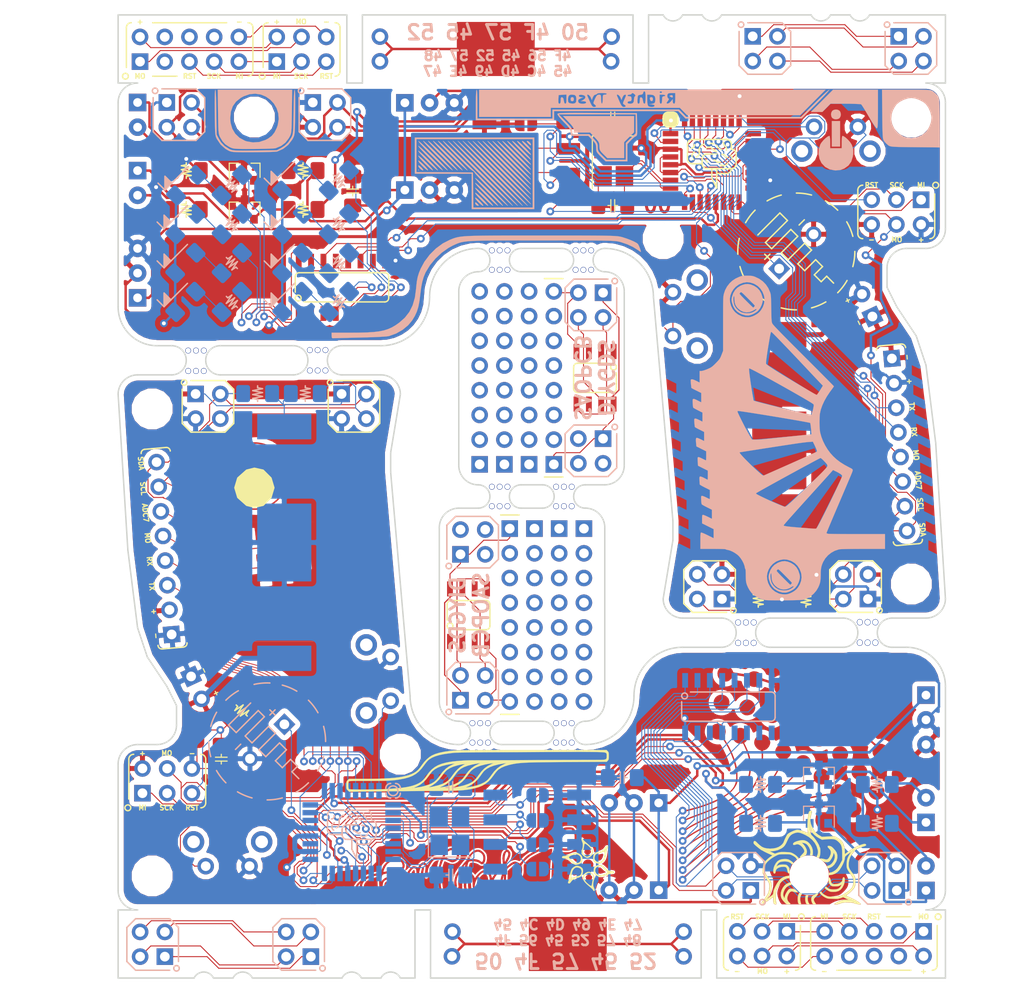
<source format=kicad_pcb>
(kicad_pcb (version 20171130) (host pcbnew "(5.0.0-3-g5ebb6b6)")
  (layers (0 F.Cu signal) (31 B.Cu signal) (34 B.Paste user) (35 F.Paste user) (36 B.SilkS user) (37 F.SilkS user) (38 B.Mask user) (39 F.Mask user) (44 Edge.Cuts user))
  (net 0 "")
  (net 1 GND)
  (net 2 +3V3)
  (net 3 /Buzzer)
  (net 4 "Net-(D1-Pad1)")
  (net 5 "Net-(D1-Pad2)")
  (net 6 "Net-(D2-Pad2)")
  (net 7 "Net-(D2-Pad1)")
  (net 8 /Trigger)
  (net 9 /DIP3)
  (net 10 /DIP2)
  (net 11 /DIP1)
  (net 12 /DIP0)
  (net 13 /Alt)
  (net 14 /XTAL2)
  (net 15 /XTAL1)
  (net 16 /Hit)
  (net 17 /Flash)
  (net 18 /Data)
  (net 19 /MOSI)
  (net 20 /MISO)
  (net 21 /SCK)
  (net 22 /ADC7)
  (net 23 /Clock)
  (net 24 /Latch)
  (net 25 /Lazer)
  (net 26 /SDA)
  (net 27 /SCL)
  (net 28 /RST)
  (net 29 /RXD)
  (net 30 /TXD)
  (net 31 "Net-(R9-Pad2)")
  (net 32 "Net-(R10-Pad2)")
  (net 33 "Net-(R5-Pad2)")
  (net 34 "Net-(R11-Pad2)")
  (net 35 "Net-(R6-Pad2)")
  (net 36 "Net-(R12-Pad2)")
  (net 37 "Net-(U5-Pad9)")
  (net 38 "Net-(D3-Pad2)")
  (net 39 "Net-(D4-Pad2)")
  (net 40 "Net-(D5-Pad2)")
  (net 41 "Net-(D6-Pad2)")
  (net 42 "Net-(D7-Pad2)")
  (net 43 "Net-(D8-Pad2)")
  (net 44 "Net-(D9-Pad2)")
  (net 45 "Net-(D10-Pad2)")
  (net 46 "Net-(Q1-Pad2)")
  (net 47 "Net-(Q2-Pad2)")
  (net 48 "Net-(R7-Pad2)")
  (net 49 "Net-(R8-Pad2)")
  (net 50 "Net-(U4-Pad19)")
  (net 51 "Net-(J2-Pad4)")
  (net 52 "Net-(J2-Pad3)")
  (module cankit01_rev0:Tyson_Slide (layer B.Cu) (at 161.5 57.5 180)
    (fp_text reference G*** hide)
    (fp_text value LOGO hide)
  )
  (module cankit01_rev0:XPANS (layer F.Cu) (at 82.5 113.682007 185)
    (fp_text reference J6 hide)
    (fp_text value XPANS hide)
    (fp_text user - (at 1.6 0 275) (layer F.SilkS) (effects (font (size 0.5 0.5) (thickness 0.125))))
    (fp_text user + (at 1.6 2.5 275) (layer F.SilkS) (effects (font (size 0.5 0.5) (thickness 0.125))))
    (fp_text user SDA (at 1.6 17.8 275) (layer F.SilkS) (effects (font (size 0.5 0.5) (thickness 0.125))))
    (fp_text user SCL (at 1.6 15.2 275) (layer F.SilkS) (effects (font (size 0.5 0.5) (thickness 0.125))))
    (fp_text user ADC7 (at 1.6 12.699998 275) (layer F.SilkS) (effects (font (size 0.5 0.5) (thickness 0.125))))
    (fp_text user MO (at 1.600001 10.1 275) (layer F.SilkS) (effects (font (size 0.5 0.5) (thickness 0.125))))
    (fp_text user RX (at 1.6 7.7 275) (layer F.SilkS) (effects (font (size 0.5 0.5) (thickness 0.125))))
    (fp_text user TX (at 1.6 5.1 275) (layer F.SilkS) (effects (font (size 0.5 0.5) (thickness 0.125))))
    (pad 1 thru_hole rect (at 0 0 185) (size 1.7 1.7) (drill 1) (layers *.Cu *.Mask) (net 1 GND))
    (pad 2 thru_hole oval (at 0 2.540001 185) (size 1.7 1.7) (drill 1) (layers *.Cu *.Mask) (net 2 +3V3))
    (pad 3 thru_hole oval (at 0 5.08 185) (size 1.7 1.7) (drill 1) (layers *.Cu *.Mask) (net 30 /TXD))
    (pad 4 thru_hole oval (at 0 7.62 185) (size 1.7 1.7) (drill 1) (layers *.Cu *.Mask) (net 29 /RXD))
    (pad 5 thru_hole oval (at 0 10.16 185) (size 1.7 1.7) (drill 1) (layers *.Cu *.Mask) (net 19 /MOSI))
    (pad 6 thru_hole oval (at 0 12.7 185) (size 1.7 1.7) (drill 1) (layers *.Cu *.Mask) (net 22 /ADC7))
    (pad 7 thru_hole oval (at 0 15.24 185) (size 1.7 1.7) (drill 1) (layers *.Cu *.Mask) (net 27 /SCL))
    (pad 8 thru_hole oval (at 0 17.78 185) (size 1.7 1.7) (drill 1) (layers *.Cu *.Mask) (net 26 /SDA))
  )
  (module cankit01_rev0:XPANS (layer F.Cu) (at 156.5 85.317993 5)
    (fp_text reference J6 hide)
    (fp_text value XPANS hide)
    (fp_text user - (at 1.6 0 95) (layer F.SilkS) (effects (font (size 0.5 0.5) (thickness 0.125))))
    (fp_text user + (at 1.6 2.5 95) (layer F.SilkS) (effects (font (size 0.5 0.5) (thickness 0.125))))
    (fp_text user SDA (at 1.6 17.8 95) (layer F.SilkS) (effects (font (size 0.5 0.5) (thickness 0.125))))
    (fp_text user SCL (at 1.6 15.2 95) (layer F.SilkS) (effects (font (size 0.5 0.5) (thickness 0.125))))
    (fp_text user ADC7 (at 1.6 12.699998 95) (layer F.SilkS) (effects (font (size 0.5 0.5) (thickness 0.125))))
    (fp_text user MO (at 1.600001 10.1 95) (layer F.SilkS) (effects (font (size 0.5 0.5) (thickness 0.125))))
    (fp_text user RX (at 1.6 7.7 95) (layer F.SilkS) (effects (font (size 0.5 0.5) (thickness 0.125))))
    (fp_text user TX (at 1.6 5.1 95) (layer F.SilkS) (effects (font (size 0.5 0.5) (thickness 0.125))))
    (pad 1 thru_hole rect (at 0 0 5) (size 1.7 1.7) (drill 1) (layers *.Cu *.Mask) (net 1 GND))
    (pad 2 thru_hole oval (at 0 2.540001 5) (size 1.7 1.7) (drill 1) (layers *.Cu *.Mask) (net 2 +3V3))
    (pad 3 thru_hole oval (at 0 5.08 5) (size 1.7 1.7) (drill 1) (layers *.Cu *.Mask) (net 30 /TXD))
    (pad 4 thru_hole oval (at 0 7.62 5) (size 1.7 1.7) (drill 1) (layers *.Cu *.Mask) (net 29 /RXD))
    (pad 5 thru_hole oval (at 0 10.16 5) (size 1.7 1.7) (drill 1) (layers *.Cu *.Mask) (net 19 /MOSI))
    (pad 6 thru_hole oval (at 0 12.7 5) (size 1.7 1.7) (drill 1) (layers *.Cu *.Mask) (net 22 /ADC7))
    (pad 7 thru_hole oval (at 0 15.24 5) (size 1.7 1.7) (drill 1) (layers *.Cu *.Mask) (net 27 /SCL))
    (pad 8 thru_hole oval (at 0 17.78 5) (size 1.7 1.7) (drill 1) (layers *.Cu *.Mask) (net 26 /SDA))
  )
  (module cankit01_rev0:ExtPower (layer F.Cu) (at 84.5 118 25)
    (fp_text reference J1 hide)
    (fp_text value External)
    (fp_text user - (at 1.5 0 115) (layer F.SilkS) (effects (font (size 0.5 0.5) (thickness 0.125))))
    (fp_text user + (at 1.6 2.6 25) (layer F.SilkS) (effects (font (size 0.5 0.5) (thickness 0.125))))
    (pad 1 thru_hole rect (at 0 0 25) (size 1.7 1.7) (drill 1) (layers *.Cu *.Mask) (net 1 GND))
    (pad 2 thru_hole oval (at 0 2.54 25) (size 1.7 1.7) (drill 1) (layers *.Cu *.Mask) (net 2 +3V3))
  )
  (module cankit01_rev0:ExtPower (layer F.Cu) (at 154.5 81 205)
    (fp_text reference J1 hide)
    (fp_text value External)
    (fp_text user - (at 1.5 0 295) (layer F.SilkS) (effects (font (size 0.5 0.5) (thickness 0.125))))
    (fp_text user + (at 1.6 2.6 205) (layer F.SilkS) (effects (font (size 0.5 0.5) (thickness 0.125))))
    (pad 1 thru_hole rect (at 0 0 205) (size 1.7 1.7) (drill 1) (layers *.Cu *.Mask) (net 1 GND))
    (pad 2 thru_hole oval (at 0 2.54 205) (size 1.7 1.7) (drill 1) (layers *.Cu *.Mask) (net 2 +3V3))
  )
  (module cankit01_rev0:Cap (layer B.Cu) (at 128.8 128.4 180)
    (fp_text reference C4 hide)
    (fp_text value C)
    (pad 2 smd roundrect (at 1.4875 0 180) (size 1.425 1.75) (layers B.Cu B.Paste B.Mask) (roundrect_rratio 0.175439) (net 1 GND))
    (pad 1 smd roundrect (at -1.4875 0 180) (size 1.425 1.75) (layers B.Cu B.Paste B.Mask) (roundrect_rratio 0.175439) (net 16 /Hit))
  )
  (module cankit01_rev0:Cap (layer F.Cu) (at 87.6 126.5 90)
    (fp_text reference C3 hide)
    (fp_text value C)
    (pad 2 smd roundrect (at 1.4875 0 90) (size 1.425 1.75) (layers F.Cu F.Paste F.Mask) (roundrect_rratio 0.175439) (net 28 /RST))
    (pad 1 smd roundrect (at -1.4875 0 90) (size 1.425 1.75) (layers F.Cu F.Paste F.Mask) (roundrect_rratio 0.175439) (net 1 GND))
  )
  (module cankit01_rev0:Cap (layer B.Cu) (at 111.179604 138.410206)
    (fp_text reference C1 hide)
    (fp_text value C)
    (pad 2 smd roundrect (at 1.4875 0) (size 1.425 1.75) (layers B.Cu B.Paste B.Mask) (roundrect_rratio 0.175439) (net 15 /XTAL1))
    (pad 1 smd roundrect (at -1.4875 0) (size 1.425 1.75) (layers B.Cu B.Paste B.Mask) (roundrect_rratio 0.175439) (net 1 GND))
  )
  (module cankit01_rev0:Cap (layer B.Cu) (at 111.179604 129.410206)
    (fp_text reference C2 hide)
    (fp_text value C)
    (pad 2 smd roundrect (at 1.4875 0) (size 1.425 1.75) (layers B.Cu B.Paste B.Mask) (roundrect_rratio 0.175439) (net 14 /XTAL2))
    (pad 1 smd roundrect (at -1.4875 0) (size 1.425 1.75) (layers B.Cu B.Paste B.Mask) (roundrect_rratio 0.175439) (net 1 GND))
  )
  (module cankit01_rev0:Cap (layer F.Cu) (at 127.820396 60.589794 180)
    (fp_text reference C1 hide)
    (fp_text value C)
    (pad 2 smd roundrect (at 1.4875 0 180) (size 1.425 1.75) (layers F.Cu F.Paste F.Mask) (roundrect_rratio 0.175439) (net 15 /XTAL1))
    (pad 1 smd roundrect (at -1.4875 0 180) (size 1.425 1.75) (layers F.Cu F.Paste F.Mask) (roundrect_rratio 0.175439) (net 1 GND))
  )
  (module cankit01_rev0:Cap (layer F.Cu) (at 127.820396 69.589794)
    (fp_text reference C2 hide)
    (fp_text value C)
    (pad 2 smd roundrect (at 1.4875 0) (size 1.425 1.75) (layers F.Cu F.Paste F.Mask) (roundrect_rratio 0.175439) (net 14 /XTAL2))
    (pad 1 smd roundrect (at -1.4875 0) (size 1.425 1.75) (layers F.Cu F.Paste F.Mask) (roundrect_rratio 0.175439) (net 1 GND))
  )
  (module cankit01_rev0:Cap (layer B.Cu) (at 137.9125 59.05)
    (fp_text reference C3 hide)
    (fp_text value C)
    (pad 2 smd roundrect (at 1.4875 0) (size 1.425 1.75) (layers B.Cu B.Paste B.Mask) (roundrect_rratio 0.175439) (net 28 /RST))
    (pad 1 smd roundrect (at -1.4875 0) (size 1.425 1.75) (layers B.Cu B.Paste B.Mask) (roundrect_rratio 0.175439) (net 1 GND))
  )
  (module cankit01_rev0:Cap (layer F.Cu) (at 101.1 68.1 90)
    (fp_text reference C4 hide)
    (fp_text value C)
    (pad 2 smd roundrect (at 1.4875 0 90) (size 1.425 1.75) (layers F.Cu F.Paste F.Mask) (roundrect_rratio 0.175439) (net 1 GND))
    (pad 1 smd roundrect (at -1.4875 0 90) (size 1.425 1.75) (layers F.Cu F.Paste F.Mask) (roundrect_rratio 0.175439) (net 16 /Hit))
  )
  (module cankit01_rev0:Resistor (layer B.Cu) (at 96.231348 88.920662 180)
    (fp_text reference R13 hide)
    (fp_text value 1K)
    (pad 1 smd roundrect (at -1.4875 0 180) (size 1.425 1.75) (layers B.Cu B.Paste B.Mask) (roundrect_rratio 0.175439) (net 27 /SCL))
    (pad 2 smd roundrect (at 1.4875 0 180) (size 1.425 1.75) (layers B.Cu B.Paste B.Mask) (roundrect_rratio 0.175439) (net 2 +3V3))
  )
  (module cankit01_rev0:Resistor (layer B.Cu) (at 91.331348 88.920662)
    (fp_text reference R14 hide)
    (fp_text value 1K)
    (pad 1 smd roundrect (at -1.4875 0) (size 1.425 1.75) (layers B.Cu B.Paste B.Mask) (roundrect_rratio 0.175439) (net 26 /SDA))
    (pad 2 smd roundrect (at 1.4875 0) (size 1.425 1.75) (layers B.Cu B.Paste B.Mask) (roundrect_rratio 0.175439) (net 2 +3V3))
  )
  (module cankit01_rev0:Resistor (layer F.Cu) (at 89.7 121.5 225)
    (fp_text reference R15 hide)
    (fp_text value 1K)
    (pad 1 smd roundrect (at -1.4875 0 225) (size 1.425 1.75) (layers F.Cu F.Paste F.Mask) (roundrect_rratio 0.175439) (net 2 +3V3))
    (pad 2 smd roundrect (at 1.4875 0 225) (size 1.425 1.75) (layers F.Cu F.Paste F.Mask) (roundrect_rratio 0.175439) (net 28 /RST))
  )
  (module cankit01_rev0:Resistor (layer B.Cu) (at 143 133.1 180)
    (fp_text reference R2 hide)
    (fp_text value 1K)
    (pad 1 smd roundrect (at -1.4875 0 180) (size 1.425 1.75) (layers B.Cu B.Paste B.Mask) (roundrect_rratio 0.175439) (net 46 "Net-(Q1-Pad2)"))
    (pad 2 smd roundrect (at 1.4875 0 180) (size 1.425 1.75) (layers B.Cu B.Paste B.Mask) (roundrect_rratio 0.175439) (net 25 /Lazer))
  )
  (module cankit01_rev0:Resistor (layer B.Cu) (at 155 133.1 180)
    (fp_text reference R1 hide)
    (fp_text value 270)
    (pad 1 smd roundrect (at -1.4875 0 180) (size 1.425 1.75) (layers B.Cu B.Paste B.Mask) (roundrect_rratio 0.175439) (net 5 "Net-(D1-Pad2)"))
    (pad 2 smd roundrect (at 1.4875 0 180) (size 1.425 1.75) (layers B.Cu B.Paste B.Mask) (roundrect_rratio 0.175439) (net 2 +3V3))
  )
  (module cankit01_rev0:Resistor (layer B.Cu) (at 143 129.1 180)
    (fp_text reference R4 hide)
    (fp_text value 1K)
    (pad 1 smd roundrect (at -1.4875 0 180) (size 1.425 1.75) (layers B.Cu B.Paste B.Mask) (roundrect_rratio 0.175439) (net 47 "Net-(Q2-Pad2)"))
    (pad 2 smd roundrect (at 1.4875 0 180) (size 1.425 1.75) (layers B.Cu B.Paste B.Mask) (roundrect_rratio 0.175439) (net 17 /Flash))
  )
  (module cankit01_rev0:Resistor (layer B.Cu) (at 155 129.1 180)
    (fp_text reference R3 hide)
    (fp_text value 270)
    (pad 1 smd roundrect (at -1.4875 0 180) (size 1.425 1.75) (layers B.Cu B.Paste B.Mask) (roundrect_rratio 0.175439) (net 6 "Net-(D2-Pad2)"))
    (pad 2 smd roundrect (at 1.4875 0 180) (size 1.425 1.75) (layers B.Cu B.Paste B.Mask) (roundrect_rratio 0.175439) (net 2 +3V3))
  )
  (module cankit01_rev0:Resistor (layer F.Cu) (at 84 70)
    (fp_text reference R1 hide)
    (fp_text value R)
    (pad 1 smd roundrect (at -1.4875 0) (size 1.425 1.75) (layers F.Cu F.Paste F.Mask) (roundrect_rratio 0.175439) (net 5 "Net-(D1-Pad2)"))
    (pad 2 smd roundrect (at 1.4875 0) (size 1.425 1.75) (layers F.Cu F.Paste F.Mask) (roundrect_rratio 0.175439) (net 2 +3V3))
  )
  (module cankit01_rev0:Resistor (layer F.Cu) (at 84 66)
    (fp_text reference R3 hide)
    (fp_text value R)
    (pad 1 smd roundrect (at -1.4875 0) (size 1.425 1.75) (layers F.Cu F.Paste F.Mask) (roundrect_rratio 0.175439) (net 6 "Net-(D2-Pad2)"))
    (pad 2 smd roundrect (at 1.4875 0) (size 1.425 1.75) (layers F.Cu F.Paste F.Mask) (roundrect_rratio 0.175439) (net 2 +3V3))
  )
  (module cankit01_rev0:Resistor (layer B.Cu) (at 88.68656 79.5 45)
    (fp_text reference R5 hide)
    (fp_text value 1K)
    (pad 1 smd roundrect (at -1.4875 0 45) (size 1.425 1.75) (layers B.Cu B.Paste B.Mask) (roundrect_rratio 0.175439) (net 38 "Net-(D3-Pad2)"))
    (pad 2 smd roundrect (at 1.4875 0 45) (size 1.425 1.75) (layers B.Cu B.Paste B.Mask) (roundrect_rratio 0.175439) (net 33 "Net-(R5-Pad2)"))
  )
  (module cankit01_rev0:Resistor (layer B.Cu) (at 88.68656 71.5 45)
    (fp_text reference R7 hide)
    (fp_text value 1K)
    (pad 1 smd roundrect (at -1.4875 0 45) (size 1.425 1.75) (layers B.Cu B.Paste B.Mask) (roundrect_rratio 0.175439) (net 40 "Net-(D5-Pad2)"))
    (pad 2 smd roundrect (at 1.4875 0 45) (size 1.425 1.75) (layers B.Cu B.Paste B.Mask) (roundrect_rratio 0.175439) (net 48 "Net-(R7-Pad2)"))
  )
  (module cankit01_rev0:Resistor (layer B.Cu) (at 99.68656 79.5 45)
    (fp_text reference R9 hide)
    (fp_text value 1K)
    (pad 1 smd roundrect (at -1.4875 0 45) (size 1.425 1.75) (layers B.Cu B.Paste B.Mask) (roundrect_rratio 0.175439) (net 42 "Net-(D7-Pad2)"))
    (pad 2 smd roundrect (at 1.4875 0 45) (size 1.425 1.75) (layers B.Cu B.Paste B.Mask) (roundrect_rratio 0.175439) (net 31 "Net-(R9-Pad2)"))
  )
  (module cankit01_rev0:Resistor (layer B.Cu) (at 99.68656 71.5 45)
    (fp_text reference R11 hide)
    (fp_text value 1K)
    (pad 1 smd roundrect (at -1.4875 0 45) (size 1.425 1.75) (layers B.Cu B.Paste B.Mask) (roundrect_rratio 0.175439) (net 44 "Net-(D9-Pad2)"))
    (pad 2 smd roundrect (at 1.4875 0 45) (size 1.425 1.75) (layers B.Cu B.Paste B.Mask) (roundrect_rratio 0.175439) (net 34 "Net-(R11-Pad2)"))
  )
  (module cankit01_rev0:Resistor (layer F.Cu) (at 96 70)
    (fp_text reference R2 hide)
    (fp_text value R)
    (pad 1 smd roundrect (at -1.4875 0) (size 1.425 1.75) (layers F.Cu F.Paste F.Mask) (roundrect_rratio 0.175439) (net 46 "Net-(Q1-Pad2)"))
    (pad 2 smd roundrect (at 1.4875 0) (size 1.425 1.75) (layers F.Cu F.Paste F.Mask) (roundrect_rratio 0.175439) (net 25 /Lazer))
  )
  (module cankit01_rev0:Resistor (layer F.Cu) (at 96 66)
    (fp_text reference R4 hide)
    (fp_text value R)
    (pad 1 smd roundrect (at -1.4875 0) (size 1.425 1.75) (layers F.Cu F.Paste F.Mask) (roundrect_rratio 0.175439) (net 47 "Net-(Q2-Pad2)"))
    (pad 2 smd roundrect (at 1.4875 0) (size 1.425 1.75) (layers F.Cu F.Paste F.Mask) (roundrect_rratio 0.175439) (net 17 /Flash))
  )
  (module cankit01_rev0:Resistor (layer B.Cu) (at 88.68656 75.5 45)
    (fp_text reference R6 hide)
    (fp_text value 1K)
    (pad 1 smd roundrect (at -1.4875 0 45) (size 1.425 1.75) (layers B.Cu B.Paste B.Mask) (roundrect_rratio 0.175439) (net 39 "Net-(D4-Pad2)"))
    (pad 2 smd roundrect (at 1.4875 0 45) (size 1.425 1.75) (layers B.Cu B.Paste B.Mask) (roundrect_rratio 0.175439) (net 35 "Net-(R6-Pad2)"))
  )
  (module cankit01_rev0:Resistor (layer B.Cu) (at 88.68656 67.5 45)
    (fp_text reference R8 hide)
    (fp_text value 1K)
    (pad 1 smd roundrect (at -1.4875 0 45) (size 1.425 1.75) (layers B.Cu B.Paste B.Mask) (roundrect_rratio 0.175439) (net 41 "Net-(D6-Pad2)"))
    (pad 2 smd roundrect (at 1.4875 0 45) (size 1.425 1.75) (layers B.Cu B.Paste B.Mask) (roundrect_rratio 0.175439) (net 49 "Net-(R8-Pad2)"))
  )
  (module cankit01_rev0:Resistor (layer B.Cu) (at 99.68656 75.5 45)
    (fp_text reference R10 hide)
    (fp_text value 1K)
    (pad 1 smd roundrect (at -1.4875 0 45) (size 1.425 1.75) (layers B.Cu B.Paste B.Mask) (roundrect_rratio 0.175439) (net 43 "Net-(D8-Pad2)"))
    (pad 2 smd roundrect (at 1.4875 0 45) (size 1.425 1.75) (layers B.Cu B.Paste B.Mask) (roundrect_rratio 0.175439) (net 32 "Net-(R10-Pad2)"))
  )
  (module cankit01_rev0:Resistor (layer B.Cu) (at 99.68656 67 45)
    (fp_text reference R12 hide)
    (fp_text value 1K)
    (pad 1 smd roundrect (at -1.4875 0 45) (size 1.425 1.75) (layers B.Cu B.Paste B.Mask) (roundrect_rratio 0.175439) (net 45 "Net-(D10-Pad2)"))
    (pad 2 smd roundrect (at 1.4875 0 45) (size 1.425 1.75) (layers B.Cu B.Paste B.Mask) (roundrect_rratio 0.175439) (net 36 "Net-(R12-Pad2)"))
  )
  (module cankit01_rev0:Resistor (layer F.Cu) (at 142.768652 110.079338)
    (fp_text reference R13 hide)
    (fp_text value 1K)
    (pad 1 smd roundrect (at -1.4875 0) (size 1.425 1.75) (layers F.Cu F.Paste F.Mask) (roundrect_rratio 0.175439) (net 27 /SCL))
    (pad 2 smd roundrect (at 1.4875 0) (size 1.425 1.75) (layers F.Cu F.Paste F.Mask) (roundrect_rratio 0.175439) (net 2 +3V3))
  )
  (module cankit01_rev0:Resistor (layer F.Cu) (at 147.668652 110.079338 180)
    (fp_text reference R14 hide)
    (fp_text value 1K)
    (pad 1 smd roundrect (at -1.4875 0 180) (size 1.425 1.75) (layers F.Cu F.Paste F.Mask) (roundrect_rratio 0.175439) (net 26 /SDA))
    (pad 2 smd roundrect (at 1.4875 0 180) (size 1.425 1.75) (layers F.Cu F.Paste F.Mask) (roundrect_rratio 0.175439) (net 2 +3V3))
  )
  (module cankit01_rev0:Resistor (layer B.Cu) (at 143.8125 59.05 180)
    (fp_text reference R15 hide)
    (fp_text value 1K)
    (pad 1 smd roundrect (at -1.4875 0 180) (size 1.425 1.75) (layers B.Cu B.Paste B.Mask) (roundrect_rratio 0.175439) (net 2 +3V3))
    (pad 2 smd roundrect (at 1.4875 0 180) (size 1.425 1.75) (layers B.Cu B.Paste B.Mask) (roundrect_rratio 0.175439) (net 28 /RST))
  )
  (module cankit01_rev0:Tyson_LED (layer B.Cu) (at 83.910983 79.5 45)
    (fp_text reference D3 hide)
    (fp_text value LED)
    (pad 1 smd roundrect (at -1.4875 0 45) (size 1.425 1.75) (layers B.Cu B.Paste B.Mask) (roundrect_rratio 0.175439) (net 1 GND))
    (pad 2 smd roundrect (at 1.4875 0 45) (size 1.425 1.75) (layers B.Cu B.Paste B.Mask) (roundrect_rratio 0.175439) (net 38 "Net-(D3-Pad2)"))
  )
  (module cankit01_rev0:Tyson_LED (layer B.Cu) (at 83.910983 71.5 45)
    (fp_text reference D5 hide)
    (fp_text value LED)
    (pad 1 smd roundrect (at -1.4875 0 45) (size 1.425 1.75) (layers B.Cu B.Paste B.Mask) (roundrect_rratio 0.175439) (net 1 GND))
    (pad 2 smd roundrect (at 1.4875 0 45) (size 1.425 1.75) (layers B.Cu B.Paste B.Mask) (roundrect_rratio 0.175439) (net 40 "Net-(D5-Pad2)"))
  )
  (module cankit01_rev0:Tyson_LED (layer B.Cu) (at 94.910983 79.5 45)
    (fp_text reference D7 hide)
    (fp_text value LED)
    (pad 1 smd roundrect (at -1.4875 0 45) (size 1.425 1.75) (layers B.Cu B.Paste B.Mask) (roundrect_rratio 0.175439) (net 1 GND))
    (pad 2 smd roundrect (at 1.4875 0 45) (size 1.425 1.75) (layers B.Cu B.Paste B.Mask) (roundrect_rratio 0.175439) (net 42 "Net-(D7-Pad2)"))
  )
  (module cankit01_rev0:Tyson_LED (layer B.Cu) (at 94.910983 71.5 45)
    (fp_text reference D9 hide)
    (fp_text value LED)
    (pad 1 smd roundrect (at -1.4875 0 45) (size 1.425 1.75) (layers B.Cu B.Paste B.Mask) (roundrect_rratio 0.175439) (net 1 GND))
    (pad 2 smd roundrect (at 1.4875 0 45) (size 1.425 1.75) (layers B.Cu B.Paste B.Mask) (roundrect_rratio 0.175439) (net 44 "Net-(D9-Pad2)"))
  )
  (module cankit01_rev0:Tyson_LED (layer B.Cu) (at 83.910983 75.5 45)
    (fp_text reference D4 hide)
    (fp_text value LED)
    (pad 1 smd roundrect (at -1.4875 0 45) (size 1.425 1.75) (layers B.Cu B.Paste B.Mask) (roundrect_rratio 0.175439) (net 1 GND))
    (pad 2 smd roundrect (at 1.4875 0 45) (size 1.425 1.75) (layers B.Cu B.Paste B.Mask) (roundrect_rratio 0.175439) (net 39 "Net-(D4-Pad2)"))
  )
  (module cankit01_rev0:Tyson_LED (layer B.Cu) (at 84 67.5 45)
    (fp_text reference D6 hide)
    (fp_text value LED)
    (pad 1 smd roundrect (at -1.4875 0 45) (size 1.425 1.75) (layers B.Cu B.Paste B.Mask) (roundrect_rratio 0.175439) (net 1 GND))
    (pad 2 smd roundrect (at 1.4875 0 45) (size 1.425 1.75) (layers B.Cu B.Paste B.Mask) (roundrect_rratio 0.175439) (net 41 "Net-(D6-Pad2)"))
  )
  (module cankit01_rev0:Tyson_LED (layer B.Cu) (at 94.910983 75.5 45)
    (fp_text reference D8 hide)
    (fp_text value LED)
    (pad 1 smd roundrect (at -1.4875 0 45) (size 1.425 1.75) (layers B.Cu B.Paste B.Mask) (roundrect_rratio 0.175439) (net 1 GND))
    (pad 2 smd roundrect (at 1.4875 0 45) (size 1.425 1.75) (layers B.Cu B.Paste B.Mask) (roundrect_rratio 0.175439) (net 43 "Net-(D8-Pad2)"))
  )
  (module cankit01_rev0:Tyson_LED (layer B.Cu) (at 94.910983 67 45)
    (fp_text reference D10 hide)
    (fp_text value LED)
    (pad 1 smd roundrect (at -1.4875 0 45) (size 1.425 1.75) (layers B.Cu B.Paste B.Mask) (roundrect_rratio 0.175439) (net 1 GND))
    (pad 2 smd roundrect (at 1.4875 0 45) (size 1.425 1.75) (layers B.Cu B.Paste B.Mask) (roundrect_rratio 0.175439) (net 45 "Net-(D10-Pad2)"))
  )
  (module cankit01_rev0:SOIC-16 (layer B.Cu) (at 139.7 121.1 270)
    (fp_text reference U5 hide)
    (fp_text value 74HC595)
    (pad 1 smd rect (at -2.7 4.445 270) (size 1.5 0.6) (layers B.Cu B.Paste B.Mask) (net 35 "Net-(R6-Pad2)"))
    (pad 2 smd rect (at -2.7 3.175 270) (size 1.5 0.6) (layers B.Cu B.Paste B.Mask) (net 48 "Net-(R7-Pad2)"))
    (pad 3 smd rect (at -2.7 1.905 270) (size 1.5 0.6) (layers B.Cu B.Paste B.Mask) (net 49 "Net-(R8-Pad2)"))
    (pad 4 smd rect (at -2.7 0.635 270) (size 1.5 0.6) (layers B.Cu B.Paste B.Mask) (net 31 "Net-(R9-Pad2)"))
    (pad 5 smd rect (at -2.7 -0.635 270) (size 1.5 0.6) (layers B.Cu B.Paste B.Mask) (net 32 "Net-(R10-Pad2)"))
    (pad 6 smd rect (at -2.7 -1.905 270) (size 1.5 0.6) (layers B.Cu B.Paste B.Mask) (net 34 "Net-(R11-Pad2)"))
    (pad 7 smd rect (at -2.7 -3.175 270) (size 1.5 0.6) (layers B.Cu B.Paste B.Mask) (net 36 "Net-(R12-Pad2)"))
    (pad 8 smd rect (at -2.7 -4.445 270) (size 1.5 0.6) (layers B.Cu B.Paste B.Mask) (net 1 GND))
    (pad 9 smd rect (at 2.7 -4.445 270) (size 1.5 0.6) (layers B.Cu B.Paste B.Mask) (net 37 "Net-(U5-Pad9)"))
    (pad 10 smd rect (at 2.7 -3.175 270) (size 1.5 0.6) (layers B.Cu B.Paste B.Mask) (net 2 +3V3))
    (pad 11 smd rect (at 2.7 -1.905 270) (size 1.5 0.6) (layers B.Cu B.Paste B.Mask) (net 23 /Clock))
    (pad 12 smd rect (at 2.7 -0.635 270) (size 1.5 0.6) (layers B.Cu B.Paste B.Mask) (net 24 /Latch))
    (pad 13 smd rect (at 2.7 0.635 270) (size 1.5 0.6) (layers B.Cu B.Paste B.Mask) (net 2 +3V3))
    (pad 14 smd rect (at 2.7 1.905 270) (size 1.5 0.6) (layers B.Cu B.Paste B.Mask) (net 18 /Data))
    (pad 15 smd rect (at 2.7 3.175 270) (size 1.5 0.6) (layers B.Cu B.Paste B.Mask) (net 33 "Net-(R5-Pad2)"))
    (pad 16 smd rect (at 2.7 4.445 270) (size 1.5 0.6) (layers B.Cu B.Paste B.Mask) (net 2 +3V3))
  )
  (module cankit01_rev0:SOIC-16 (layer F.Cu) (at 100 78 90)
    (fp_text reference U5 hide)
    (fp_text value 74HC595)
    (pad 1 smd rect (at -2.7 -4.445 90) (size 1.5 0.6) (layers F.Cu F.Paste F.Mask) (net 35 "Net-(R6-Pad2)"))
    (pad 2 smd rect (at -2.7 -3.175 90) (size 1.5 0.6) (layers F.Cu F.Paste F.Mask) (net 48 "Net-(R7-Pad2)"))
    (pad 3 smd rect (at -2.7 -1.905 90) (size 1.5 0.6) (layers F.Cu F.Paste F.Mask) (net 49 "Net-(R8-Pad2)"))
    (pad 4 smd rect (at -2.7 -0.635 90) (size 1.5 0.6) (layers F.Cu F.Paste F.Mask) (net 31 "Net-(R9-Pad2)"))
    (pad 5 smd rect (at -2.7 0.635 90) (size 1.5 0.6) (layers F.Cu F.Paste F.Mask) (net 32 "Net-(R10-Pad2)"))
    (pad 6 smd rect (at -2.7 1.905 90) (size 1.5 0.6) (layers F.Cu F.Paste F.Mask) (net 34 "Net-(R11-Pad2)"))
    (pad 7 smd rect (at -2.7 3.175 90) (size 1.5 0.6) (layers F.Cu F.Paste F.Mask) (net 36 "Net-(R12-Pad2)"))
    (pad 8 smd rect (at -2.7 4.445 90) (size 1.5 0.6) (layers F.Cu F.Paste F.Mask) (net 1 GND))
    (pad 9 smd rect (at 2.7 4.445 90) (size 1.5 0.6) (layers F.Cu F.Paste F.Mask) (net 37 "Net-(U5-Pad9)"))
    (pad 10 smd rect (at 2.7 3.175 90) (size 1.5 0.6) (layers F.Cu F.Paste F.Mask) (net 2 +3V3))
    (pad 11 smd rect (at 2.7 1.905 90) (size 1.5 0.6) (layers F.Cu F.Paste F.Mask) (net 23 /Clock))
    (pad 12 smd rect (at 2.7 0.635 90) (size 1.5 0.6) (layers F.Cu F.Paste F.Mask) (net 24 /Latch))
    (pad 13 smd rect (at 2.7 -0.635 90) (size 1.5 0.6) (layers F.Cu F.Paste F.Mask) (net 2 +3V3))
    (pad 14 smd rect (at 2.7 -1.905 90) (size 1.5 0.6) (layers F.Cu F.Paste F.Mask) (net 18 /Data))
    (pad 15 smd rect (at 2.7 -3.175 90) (size 1.5 0.6) (layers F.Cu F.Paste F.Mask) (net 33 "Net-(R5-Pad2)"))
    (pad 16 smd rect (at 2.7 -4.445 90) (size 1.5 0.6) (layers F.Cu F.Paste F.Mask) (net 2 +3V3))
  )
  (module cankit01_rev0:SOIC_DIYGDS (layer F.Cu) (at 126 87.3 270)
    (fp_text reference REF** hide)
    (fp_text value SOIC_DIYGDS hide)
    (pad 1 smd rect (at -2.7 -1.905 270) (size 1.55 0.6) (layers F.Cu F.Paste F.Mask))
    (pad 2 smd rect (at -2.7 -0.635 270) (size 1.55 0.6) (layers F.Cu F.Paste F.Mask))
    (pad 3 smd rect (at -2.7 0.635 270) (size 1.55 0.6) (layers F.Cu F.Paste F.Mask))
    (pad 4 smd rect (at -2.7 1.905 270) (size 1.55 0.6) (layers F.Cu F.Paste F.Mask))
    (pad 5 smd rect (at 2.7 1.905 270) (size 1.55 0.6) (layers F.Cu F.Paste F.Mask))
    (pad 6 smd rect (at 2.7 0.635 270) (size 1.55 0.6) (layers F.Cu F.Paste F.Mask))
    (pad 7 smd rect (at 2.7 -0.635 270) (size 1.55 0.6) (layers F.Cu F.Paste F.Mask))
    (pad 8 smd rect (at 2.7 -1.905 270) (size 1.55 0.6) (layers F.Cu F.Paste F.Mask))
  )
  (module cankit01_rev0:SOIC_DIYGDS (layer F.Cu) (at 113 111.7 90)
    (fp_text reference REF** hide)
    (fp_text value SOIC_DIYGDS hide)
    (pad 1 smd rect (at -2.7 -1.905 90) (size 1.55 0.6) (layers F.Cu F.Paste F.Mask))
    (pad 2 smd rect (at -2.7 -0.635 90) (size 1.55 0.6) (layers F.Cu F.Paste F.Mask))
    (pad 3 smd rect (at -2.7 0.635 90) (size 1.55 0.6) (layers F.Cu F.Paste F.Mask))
    (pad 4 smd rect (at -2.7 1.905 90) (size 1.55 0.6) (layers F.Cu F.Paste F.Mask))
    (pad 5 smd rect (at 2.7 1.905 90) (size 1.55 0.6) (layers F.Cu F.Paste F.Mask))
    (pad 6 smd rect (at 2.7 0.635 90) (size 1.55 0.6) (layers F.Cu F.Paste F.Mask))
    (pad 7 smd rect (at 2.7 -0.635 90) (size 1.55 0.6) (layers F.Cu F.Paste F.Mask))
    (pad 8 smd rect (at 2.7 -1.905 90) (size 1.55 0.6) (layers F.Cu F.Paste F.Mask))
  )
  (module cankit01_rev0:SPI_Header10 (layer F.Cu) (at 159.75 144.2 270)
    (fp_text reference REF** hide)
    (fp_text value SPI_Header10 hide)
    (fp_text user - (at 4.1 10.2) (layer F.SilkS) (effects (font (size 0.5 0.5) (thickness 0.125))))
    (fp_text user + (at 4.1 0) (layer F.SilkS) (effects (font (size 0.5 0.5) (thickness 0.125))))
    (fp_text user MO (at -1.5 0) (layer F.SilkS) (effects (font (size 0.5 0.5) (thickness 0.125))))
    (fp_text user RST (at -1.5 5.1) (layer F.SilkS) (effects (font (size 0.5 0.5) (thickness 0.125))))
    (fp_text user SCK (at -1.5 7.6) (layer F.SilkS) (effects (font (size 0.5 0.5) (thickness 0.125))))
    (fp_text user MI (at -1.5 10.2) (layer F.SilkS) (effects (font (size 0.5 0.5) (thickness 0.125))))
    (pad 10 thru_hole oval (at 2.54 10.16 270) (size 1.7 1.7) (drill 1) (layers *.Cu *.Mask))
    (pad 9 thru_hole oval (at 0 10.16 270) (size 1.7 1.7) (drill 1) (layers *.Cu *.Mask))
    (pad 8 thru_hole oval (at 2.54 7.62 270) (size 1.7 1.7) (drill 1) (layers *.Cu *.Mask))
    (pad 7 thru_hole oval (at 0 7.62 270) (size 1.7 1.7) (drill 1) (layers *.Cu *.Mask))
    (pad 6 thru_hole oval (at 2.54 5.08 270) (size 1.7 1.7) (drill 1) (layers *.Cu *.Mask))
    (pad 5 thru_hole oval (at 0 5.08 270) (size 1.7 1.7) (drill 1) (layers *.Cu *.Mask))
    (pad 4 thru_hole oval (at 2.54 2.54 270) (size 1.7 1.7) (drill 1) (layers *.Cu *.Mask))
    (pad 3 thru_hole oval (at 0 2.54 270) (size 1.7 1.7) (drill 1) (layers *.Cu *.Mask))
    (pad 2 thru_hole oval (at 2.54 0 270) (size 1.7 1.7) (drill 1) (layers *.Cu *.Mask))
    (pad 1 thru_hole rect (at 0 0 270) (size 1.7 1.7) (drill 1) (layers *.Cu *.Mask))
  )
  (module cankit01_rev0:SPI_Header10 (layer F.Cu) (at 79.25 54.8 90)
    (fp_text reference REF** hide)
    (fp_text value SPI_Header10 hide)
    (fp_text user - (at 4.1 10.2 180) (layer F.SilkS) (effects (font (size 0.5 0.5) (thickness 0.125))))
    (fp_text user + (at 4.1 0 180) (layer F.SilkS) (effects (font (size 0.5 0.5) (thickness 0.125))))
    (fp_text user MO (at -1.5 0 180) (layer F.SilkS) (effects (font (size 0.5 0.5) (thickness 0.125))))
    (fp_text user RST (at -1.5 5.1 180) (layer F.SilkS) (effects (font (size 0.5 0.5) (thickness 0.125))))
    (fp_text user SCK (at -1.5 7.6 180) (layer F.SilkS) (effects (font (size 0.5 0.5) (thickness 0.125))))
    (fp_text user MI (at -1.5 10.2 180) (layer F.SilkS) (effects (font (size 0.5 0.5) (thickness 0.125))))
    (pad 10 thru_hole oval (at 2.54 10.16 90) (size 1.7 1.7) (drill 1) (layers *.Cu *.Mask))
    (pad 9 thru_hole oval (at 0 10.16 90) (size 1.7 1.7) (drill 1) (layers *.Cu *.Mask))
    (pad 8 thru_hole oval (at 2.54 7.62 90) (size 1.7 1.7) (drill 1) (layers *.Cu *.Mask))
    (pad 7 thru_hole oval (at 0 7.62 90) (size 1.7 1.7) (drill 1) (layers *.Cu *.Mask))
    (pad 6 thru_hole oval (at 2.54 5.08 90) (size 1.7 1.7) (drill 1) (layers *.Cu *.Mask))
    (pad 5 thru_hole oval (at 0 5.08 90) (size 1.7 1.7) (drill 1) (layers *.Cu *.Mask))
    (pad 4 thru_hole oval (at 2.54 2.54 90) (size 1.7 1.7) (drill 1) (layers *.Cu *.Mask))
    (pad 3 thru_hole oval (at 0 2.54 90) (size 1.7 1.7) (drill 1) (layers *.Cu *.Mask))
    (pad 2 thru_hole oval (at 2.54 0 90) (size 1.7 1.7) (drill 1) (layers *.Cu *.Mask))
    (pad 1 thru_hole rect (at 0 0 90) (size 1.7 1.7) (drill 1) (layers *.Cu *.Mask))
  )
  (module cankit01_rev0:SPI_Header (layer F.Cu) (at 145.7 144.2 270)
    (fp_text reference REF** hide)
    (fp_text value SPI)
    (fp_text user MI (at -1.5 0) (layer F.SilkS) (effects (font (size 0.5 0.5) (thickness 0.125))))
    (fp_text user SCK (at -1.5 2.5) (layer F.SilkS) (effects (font (size 0.5 0.5) (thickness 0.125))))
    (fp_text user RST (at -1.5 5.1) (layer F.SilkS) (effects (font (size 0.5 0.5) (thickness 0.125))))
    (fp_text user - (at 4.1 5.1) (layer F.SilkS) (effects (font (size 0.5 0.5) (thickness 0.125))))
    (fp_text user MO (at 4.1 2.5) (layer F.SilkS) (effects (font (size 0.5 0.5) (thickness 0.125))))
    (fp_text user + (at 4.1 0) (layer F.SilkS) (effects (font (size 0.5 0.5) (thickness 0.125))))
    (pad 1 thru_hole rect (at 0 0 270) (size 1.7 1.7) (drill 1) (layers *.Cu *.Mask))
    (pad 2 thru_hole oval (at 2.54 0 270) (size 1.7 1.7) (drill 1) (layers *.Cu *.Mask))
    (pad 3 thru_hole oval (at 0 2.54 270) (size 1.7 1.7) (drill 1) (layers *.Cu *.Mask))
    (pad 4 thru_hole oval (at 2.54 2.54 270) (size 1.7 1.7) (drill 1) (layers *.Cu *.Mask))
    (pad 5 thru_hole oval (at 0 5.08 270) (size 1.7 1.7) (drill 1) (layers *.Cu *.Mask))
    (pad 6 thru_hole oval (at 2.54 5.08 270) (size 1.7 1.7) (drill 1) (layers *.Cu *.Mask))
  )
  (module cankit01_rev0:SPI_Header (layer F.Cu) (at 93.3 54.8 90)
    (fp_text reference REF** hide)
    (fp_text value SPI)
    (fp_text user MI (at -1.5 0 180) (layer F.SilkS) (effects (font (size 0.5 0.5) (thickness 0.125))))
    (fp_text user SCK (at -1.5 2.5 180) (layer F.SilkS) (effects (font (size 0.5 0.5) (thickness 0.125))))
    (fp_text user RST (at -1.5 5.1 180) (layer F.SilkS) (effects (font (size 0.5 0.5) (thickness 0.125))))
    (fp_text user - (at 4.1 5.1 180) (layer F.SilkS) (effects (font (size 0.5 0.5) (thickness 0.125))))
    (fp_text user MO (at 4.1 2.5 180) (layer F.SilkS) (effects (font (size 0.5 0.5) (thickness 0.125))))
    (fp_text user + (at 4.1 0 180) (layer F.SilkS) (effects (font (size 0.5 0.5) (thickness 0.125))))
    (pad 1 thru_hole rect (at 0 0 90) (size 1.7 1.7) (drill 1) (layers *.Cu *.Mask))
    (pad 2 thru_hole oval (at 2.54 0 90) (size 1.7 1.7) (drill 1) (layers *.Cu *.Mask))
    (pad 3 thru_hole oval (at 0 2.54 90) (size 1.7 1.7) (drill 1) (layers *.Cu *.Mask))
    (pad 4 thru_hole oval (at 2.54 2.54 90) (size 1.7 1.7) (drill 1) (layers *.Cu *.Mask))
    (pad 5 thru_hole oval (at 0 5.08 90) (size 1.7 1.7) (drill 1) (layers *.Cu *.Mask))
    (pad 6 thru_hole oval (at 2.54 5.08 90) (size 1.7 1.7) (drill 1) (layers *.Cu *.Mask))
  )
  (module cankit01_rev0:01x08_header (layer F.Cu) (at 122.315383 102.801642)
    (fp_text reference REF** hide)
    (fp_text value 01x08_header hide)
    (pad 8 thru_hole oval (at 0 17.78) (size 1.7 1.7) (drill 1) (layers *.Cu *.Mask))
    (pad 7 thru_hole oval (at 0 15.24) (size 1.7 1.7) (drill 1) (layers *.Cu *.Mask))
    (pad 6 thru_hole oval (at 0 12.7) (size 1.7 1.7) (drill 1) (layers *.Cu *.Mask))
    (pad 5 thru_hole oval (at 0 10.16) (size 1.7 1.7) (drill 1) (layers *.Cu *.Mask))
    (pad 4 thru_hole oval (at 0 7.62) (size 1.7 1.7) (drill 1) (layers *.Cu *.Mask))
    (pad 3 thru_hole oval (at 0 5.08) (size 1.7 1.7) (drill 1) (layers *.Cu *.Mask))
    (pad 2 thru_hole oval (at 0 2.54) (size 1.7 1.7) (drill 1) (layers *.Cu *.Mask))
    (pad 1 thru_hole rect (at 0 0) (size 1.7 1.7) (drill 1) (layers *.Cu *.Mask))
  )
  (module cankit01_rev0:01x08_header (layer F.Cu) (at 117.235383 102.801642)
    (fp_text reference REF** hide)
    (fp_text value 01x08_header hide)
    (pad 8 thru_hole oval (at 0 17.78) (size 1.7 1.7) (drill 1) (layers *.Cu *.Mask) (net 1 GND))
    (pad 7 thru_hole oval (at 0 15.24) (size 1.7 1.7) (drill 1) (layers *.Cu *.Mask))
    (pad 6 thru_hole oval (at 0 12.7) (size 1.7 1.7) (drill 1) (layers *.Cu *.Mask))
    (pad 5 thru_hole oval (at 0 10.16) (size 1.7 1.7) (drill 1) (layers *.Cu *.Mask))
    (pad 4 thru_hole oval (at 0 7.62) (size 1.7 1.7) (drill 1) (layers *.Cu *.Mask))
    (pad 3 thru_hole oval (at 0 5.08) (size 1.7 1.7) (drill 1) (layers *.Cu *.Mask))
    (pad 2 thru_hole oval (at 0 2.54) (size 1.7 1.7) (drill 1) (layers *.Cu *.Mask))
    (pad 1 thru_hole rect (at 0 0) (size 1.7 1.7) (drill 1) (layers *.Cu *.Mask) (net 2 +3V3))
  )
  (module cankit01_rev0:01x08_header (layer F.Cu) (at 119.775383 102.801642)
    (fp_text reference REF** hide)
    (fp_text value 01x08_header hide)
    (pad 8 thru_hole oval (at 0 17.78) (size 1.7 1.7) (drill 1) (layers *.Cu *.Mask))
    (pad 7 thru_hole oval (at 0 15.24) (size 1.7 1.7) (drill 1) (layers *.Cu *.Mask))
    (pad 6 thru_hole oval (at 0 12.7) (size 1.7 1.7) (drill 1) (layers *.Cu *.Mask))
    (pad 5 thru_hole oval (at 0 10.16) (size 1.7 1.7) (drill 1) (layers *.Cu *.Mask))
    (pad 4 thru_hole oval (at 0 7.62) (size 1.7 1.7) (drill 1) (layers *.Cu *.Mask))
    (pad 3 thru_hole oval (at 0 5.08) (size 1.7 1.7) (drill 1) (layers *.Cu *.Mask))
    (pad 2 thru_hole oval (at 0 2.54) (size 1.7 1.7) (drill 1) (layers *.Cu *.Mask))
    (pad 1 thru_hole rect (at 0 0) (size 1.7 1.7) (drill 1) (layers *.Cu *.Mask))
  )
  (module cankit01_rev0:01x08_header (layer F.Cu) (at 124.855383 102.801642)
    (fp_text reference REF** hide)
    (fp_text value 01x08_header hide)
    (pad 8 thru_hole oval (at 0 17.78) (size 1.7 1.7) (drill 1) (layers *.Cu *.Mask))
    (pad 7 thru_hole oval (at 0 15.24) (size 1.7 1.7) (drill 1) (layers *.Cu *.Mask))
    (pad 6 thru_hole oval (at 0 12.7) (size 1.7 1.7) (drill 1) (layers *.Cu *.Mask))
    (pad 5 thru_hole oval (at 0 10.16) (size 1.7 1.7) (drill 1) (layers *.Cu *.Mask))
    (pad 4 thru_hole oval (at 0 7.62) (size 1.7 1.7) (drill 1) (layers *.Cu *.Mask))
    (pad 3 thru_hole oval (at 0 5.08) (size 1.7 1.7) (drill 1) (layers *.Cu *.Mask))
    (pad 2 thru_hole oval (at 0 2.54) (size 1.7 1.7) (drill 1) (layers *.Cu *.Mask))
    (pad 1 thru_hole rect (at 0 0) (size 1.7 1.7) (drill 1) (layers *.Cu *.Mask))
  )
  (module cankit01_rev0:01x08_header (layer F.Cu) (at 121.764617 96.198358 180)
    (fp_text reference REF** hide)
    (fp_text value 01x08_header hide)
    (pad 8 thru_hole oval (at 0 17.78 180) (size 1.7 1.7) (drill 1) (layers *.Cu *.Mask) (net 1 GND))
    (pad 7 thru_hole oval (at 0 15.24 180) (size 1.7 1.7) (drill 1) (layers *.Cu *.Mask))
    (pad 6 thru_hole oval (at 0 12.7 180) (size 1.7 1.7) (drill 1) (layers *.Cu *.Mask))
    (pad 5 thru_hole oval (at 0 10.16 180) (size 1.7 1.7) (drill 1) (layers *.Cu *.Mask))
    (pad 4 thru_hole oval (at 0 7.62 180) (size 1.7 1.7) (drill 1) (layers *.Cu *.Mask))
    (pad 3 thru_hole oval (at 0 5.08 180) (size 1.7 1.7) (drill 1) (layers *.Cu *.Mask))
    (pad 2 thru_hole oval (at 0 2.54 180) (size 1.7 1.7) (drill 1) (layers *.Cu *.Mask))
    (pad 1 thru_hole rect (at 0 0 180) (size 1.7 1.7) (drill 1) (layers *.Cu *.Mask) (net 2 +3V3))
  )
  (module cankit01_rev0:01x08_header (layer F.Cu) (at 116.684617 96.198358 180)
    (fp_text reference REF** hide)
    (fp_text value 01x08_header hide)
    (pad 8 thru_hole oval (at 0 17.78 180) (size 1.7 1.7) (drill 1) (layers *.Cu *.Mask))
    (pad 7 thru_hole oval (at 0 15.24 180) (size 1.7 1.7) (drill 1) (layers *.Cu *.Mask))
    (pad 6 thru_hole oval (at 0 12.7 180) (size 1.7 1.7) (drill 1) (layers *.Cu *.Mask))
    (pad 5 thru_hole oval (at 0 10.16 180) (size 1.7 1.7) (drill 1) (layers *.Cu *.Mask))
    (pad 4 thru_hole oval (at 0 7.62 180) (size 1.7 1.7) (drill 1) (layers *.Cu *.Mask))
    (pad 3 thru_hole oval (at 0 5.08 180) (size 1.7 1.7) (drill 1) (layers *.Cu *.Mask))
    (pad 2 thru_hole oval (at 0 2.54 180) (size 1.7 1.7) (drill 1) (layers *.Cu *.Mask))
    (pad 1 thru_hole rect (at 0 0 180) (size 1.7 1.7) (drill 1) (layers *.Cu *.Mask))
  )
  (module cankit01_rev0:01x08_header (layer F.Cu) (at 119.224617 96.198358 180)
    (fp_text reference REF** hide)
    (fp_text value 01x08_header hide)
    (pad 8 thru_hole oval (at 0 17.78 180) (size 1.7 1.7) (drill 1) (layers *.Cu *.Mask))
    (pad 7 thru_hole oval (at 0 15.24 180) (size 1.7 1.7) (drill 1) (layers *.Cu *.Mask))
    (pad 6 thru_hole oval (at 0 12.7 180) (size 1.7 1.7) (drill 1) (layers *.Cu *.Mask))
    (pad 5 thru_hole oval (at 0 10.16 180) (size 1.7 1.7) (drill 1) (layers *.Cu *.Mask))
    (pad 4 thru_hole oval (at 0 7.62 180) (size 1.7 1.7) (drill 1) (layers *.Cu *.Mask))
    (pad 3 thru_hole oval (at 0 5.08 180) (size 1.7 1.7) (drill 1) (layers *.Cu *.Mask))
    (pad 2 thru_hole oval (at 0 2.54 180) (size 1.7 1.7) (drill 1) (layers *.Cu *.Mask))
    (pad 1 thru_hole rect (at 0 0 180) (size 1.7 1.7) (drill 1) (layers *.Cu *.Mask))
  )
  (module cankit01_rev0:01x08_header (layer F.Cu) (at 114.144617 96.198358 180)
    (fp_text reference REF** hide)
    (fp_text value 01x08_header hide)
    (pad 8 thru_hole oval (at 0 17.78 180) (size 1.7 1.7) (drill 1) (layers *.Cu *.Mask))
    (pad 7 thru_hole oval (at 0 15.24 180) (size 1.7 1.7) (drill 1) (layers *.Cu *.Mask))
    (pad 6 thru_hole oval (at 0 12.7 180) (size 1.7 1.7) (drill 1) (layers *.Cu *.Mask))
    (pad 5 thru_hole oval (at 0 10.16 180) (size 1.7 1.7) (drill 1) (layers *.Cu *.Mask))
    (pad 4 thru_hole oval (at 0 7.62 180) (size 1.7 1.7) (drill 1) (layers *.Cu *.Mask))
    (pad 3 thru_hole oval (at 0 5.08 180) (size 1.7 1.7) (drill 1) (layers *.Cu *.Mask))
    (pad 2 thru_hole oval (at 0 2.54 180) (size 1.7 1.7) (drill 1) (layers *.Cu *.Mask))
    (pad 1 thru_hole rect (at 0 0 180) (size 1.7 1.7) (drill 1) (layers *.Cu *.Mask))
  )
  (module "cankit01_rev0:Pallette Test" (layer F.Cu) (at 91 97.6)
    (fp_text reference "Pallette Test" hide)
    (fp_text value "Pallette Test")
    (fp_poly (pts (xy -1 -3) (xy -0.1 -2.8) (xy 0.7 -2) (xy 1 -1) (xy 0.7 0) (xy -0.1 0.8) (xy -1 1) (xy -1.8 0.8) (xy -2.7 0) (xy -3 -1) (xy -2.7 -2) (xy -1.8 -2.8)) (layer F.Cu) (width 0.15))
    (fp_circle (center 0 -0.2) (end 0 -3.6) (layer F.Cu) (width 0.15))
  )
  (module cankit01_rev0:SAO_Header_Female (layer F.Cu) (at 84.96 88.96 90)
    (fp_text reference J3 hide)
    (fp_text value "SAO Master")
    (pad 1 thru_hole rect (at 0 0 90) (size 1.7 1.7) (drill 1) (layers *.Cu *.Mask) (net 2 +3V3))
    (pad 2 thru_hole oval (at -2.54 0 90) (size 1.7 1.7) (drill 1) (layers *.Cu *.Mask) (net 1 GND))
    (pad 3 thru_hole oval (at 0 2.54 90) (size 1.7 1.7) (drill 1) (layers *.Cu *.Mask) (net 52 "Net-(J2-Pad3)"))
    (pad 4 thru_hole oval (at -2.54 2.54 90) (size 1.7 1.7) (drill 1) (layers *.Cu *.Mask) (net 51 "Net-(J2-Pad4)"))
  )
  (module cankit01_rev0:SAO_Header_Female (layer F.Cu) (at 99.96 88.96 90)
    (fp_text reference J2 hide)
    (fp_text value "SAO Master")
    (pad 1 thru_hole rect (at 0 0 90) (size 1.7 1.7) (drill 1) (layers *.Cu *.Mask) (net 2 +3V3))
    (pad 2 thru_hole oval (at -2.54 0 90) (size 1.7 1.7) (drill 1) (layers *.Cu *.Mask) (net 1 GND))
    (pad 3 thru_hole oval (at 0 2.54 90) (size 1.7 1.7) (drill 1) (layers *.Cu *.Mask) (net 52 "Net-(J2-Pad3)"))
    (pad 4 thru_hole oval (at -2.54 2.54 90) (size 1.7 1.7) (drill 1) (layers *.Cu *.Mask) (net 51 "Net-(J2-Pad4)"))
  )
  (module cankit01_rev0:SAO_Header_Female (layer F.Cu) (at 139.04 110.04 270)
    (fp_text reference J2 hide)
    (fp_text value "SAO Master")
    (pad 1 thru_hole rect (at 0 0 270) (size 1.7 1.7) (drill 1) (layers *.Cu *.Mask) (net 2 +3V3))
    (pad 2 thru_hole oval (at -2.54 0 270) (size 1.7 1.7) (drill 1) (layers *.Cu *.Mask) (net 1 GND))
    (pad 3 thru_hole oval (at 0 2.54 270) (size 1.7 1.7) (drill 1) (layers *.Cu *.Mask) (net 26 /SDA))
    (pad 4 thru_hole oval (at -2.54 2.54 270) (size 1.7 1.7) (drill 1) (layers *.Cu *.Mask) (net 27 /SCL))
  )
  (module cankit01_rev0:SAO_Header_Female (layer F.Cu) (at 154.04 110.04 270)
    (fp_text reference J3 hide)
    (fp_text value "SAO Master")
    (pad 1 thru_hole rect (at 0 0 270) (size 1.7 1.7) (drill 1) (layers *.Cu *.Mask) (net 2 +3V3))
    (pad 2 thru_hole oval (at -2.54 0 270) (size 1.7 1.7) (drill 1) (layers *.Cu *.Mask) (net 1 GND))
    (pad 3 thru_hole oval (at 0 2.54 270) (size 1.7 1.7) (drill 1) (layers *.Cu *.Mask) (net 26 /SDA))
    (pad 4 thru_hole oval (at -2.54 2.54 270) (size 1.7 1.7) (drill 1) (layers *.Cu *.Mask) (net 27 /SCL))
  )
  (module cankit01_rev0:tyson_avr (layer F.Cu) (at 138 65)
    (fp_text reference U4 hide)
    (fp_text value ATmega328P-AU)
    (pad 32 smd rect (at -2.8 -4.25 90) (size 1.6 0.55) (layers F.Cu F.Paste F.Mask) (net 8 /Trigger))
    (pad 31 smd rect (at -2 -4.25 90) (size 1.6 0.55) (layers F.Cu F.Paste F.Mask) (net 30 /TXD))
    (pad 30 smd rect (at -1.2 -4.25 90) (size 1.6 0.55) (layers F.Cu F.Paste F.Mask) (net 29 /RXD))
    (pad 29 smd rect (at -0.4 -4.25 90) (size 1.6 0.55) (layers F.Cu F.Paste F.Mask) (net 28 /RST))
    (pad 28 smd rect (at 0.4 -4.25 90) (size 1.6 0.55) (layers F.Cu F.Paste F.Mask) (net 27 /SCL))
    (pad 27 smd rect (at 1.2 -4.25 90) (size 1.6 0.55) (layers F.Cu F.Paste F.Mask) (net 26 /SDA))
    (pad 26 smd rect (at 2 -4.25 90) (size 1.6 0.55) (layers F.Cu F.Paste F.Mask) (net 25 /Lazer))
    (pad 25 smd rect (at 2.8 -4.25 90) (size 1.6 0.55) (layers F.Cu F.Paste F.Mask) (net 11 /DIP1))
    (pad 24 smd rect (at 4.25 -2.8) (size 1.6 0.55) (layers F.Cu F.Paste F.Mask) (net 24 /Latch))
    (pad 23 smd rect (at 4.25 -2) (size 1.6 0.55) (layers F.Cu F.Paste F.Mask) (net 23 /Clock))
    (pad 22 smd rect (at 4.25 -1.2) (size 1.6 0.55) (layers F.Cu F.Paste F.Mask) (net 22 /ADC7))
    (pad 21 smd rect (at 4.25 -0.4) (size 1.6 0.55) (layers F.Cu F.Paste F.Mask) (net 1 GND))
    (pad 20 smd rect (at 4.25 0.4) (size 1.6 0.55) (layers F.Cu F.Paste F.Mask) (net 2 +3V3))
    (pad 19 smd rect (at 4.25 1.2) (size 1.6 0.55) (layers F.Cu F.Paste F.Mask) (net 50 "Net-(U4-Pad19)"))
    (pad 18 smd rect (at 4.25 2) (size 1.6 0.55) (layers F.Cu F.Paste F.Mask) (net 2 +3V3))
    (pad 17 smd rect (at 4.25 2.8) (size 1.6 0.55) (layers F.Cu F.Paste F.Mask) (net 21 /SCK))
    (pad 16 smd rect (at 2.8 4.25 90) (size 1.6 0.55) (layers F.Cu F.Paste F.Mask) (net 20 /MISO))
    (pad 15 smd rect (at 2 4.25 90) (size 1.6 0.55) (layers F.Cu F.Paste F.Mask) (net 19 /MOSI))
    (pad 14 smd rect (at 1.2 4.25 90) (size 1.6 0.55) (layers F.Cu F.Paste F.Mask) (net 18 /Data))
    (pad 13 smd rect (at 0.4 4.25 90) (size 1.6 0.55) (layers F.Cu F.Paste F.Mask) (net 17 /Flash))
    (pad 12 smd rect (at -0.4 4.25 90) (size 1.6 0.55) (layers F.Cu F.Paste F.Mask) (net 12 /DIP0))
    (pad 11 smd rect (at -1.2 4.25 90) (size 1.6 0.55) (layers F.Cu F.Paste F.Mask) (net 9 /DIP3))
    (pad 10 smd rect (at -2 4.25 90) (size 1.6 0.55) (layers F.Cu F.Paste F.Mask) (net 3 /Buzzer))
    (pad 9 smd rect (at -2.8 4.25 90) (size 1.6 0.55) (layers F.Cu F.Paste F.Mask) (net 10 /DIP2))
    (pad 8 smd rect (at -4.25 2.8) (size 1.6 0.55) (layers F.Cu F.Paste F.Mask) (net 14 /XTAL2))
    (pad 7 smd rect (at -4.25 2) (size 1.6 0.55) (layers F.Cu F.Paste F.Mask) (net 15 /XTAL1))
    (pad 6 smd rect (at -4.25 1.2) (size 1.6 0.55) (layers F.Cu F.Paste F.Mask) (net 2 +3V3))
    (pad 5 smd rect (at -4.25 0.4) (size 1.6 0.55) (layers F.Cu F.Paste F.Mask) (net 1 GND))
    (pad 4 smd rect (at -4.25 -0.4) (size 1.6 0.55) (layers F.Cu F.Paste F.Mask) (net 2 +3V3))
    (pad 3 smd rect (at -4.25 -1.2) (size 1.6 0.55) (layers F.Cu F.Paste F.Mask) (net 1 GND))
    (pad 2 smd rect (at -4.25 -2) (size 1.6 0.55) (layers F.Cu F.Paste F.Mask) (net 13 /Alt))
    (pad 1 smd rect (at -4.25 -2.8) (size 1.6 0.55) (layers F.Cu F.Paste F.Mask) (net 16 /Hit))
  )
  (module cankit01_rev0:lucy_avr (layer B.Cu) (at 101 134 180)
    (fp_text reference U4 hide)
    (fp_text value ATmega328P-AU)
    (pad 1 smd rect (at -4.25 2.8 180) (size 1.6 0.55) (layers B.Cu B.Paste B.Mask) (net 16 /Hit))
    (pad 2 smd rect (at -4.25 2 180) (size 1.6 0.55) (layers B.Cu B.Paste B.Mask) (net 13 /Alt))
    (pad 3 smd rect (at -4.25 1.2 180) (size 1.6 0.55) (layers B.Cu B.Paste B.Mask) (net 1 GND))
    (pad 4 smd rect (at -4.25 0.4 180) (size 1.6 0.55) (layers B.Cu B.Paste B.Mask) (net 2 +3V3))
    (pad 5 smd rect (at -4.25 -0.4 180) (size 1.6 0.55) (layers B.Cu B.Paste B.Mask) (net 1 GND))
    (pad 6 smd rect (at -4.25 -1.2 180) (size 1.6 0.55) (layers B.Cu B.Paste B.Mask) (net 2 +3V3))
    (pad 7 smd rect (at -4.25 -2 180) (size 1.6 0.55) (layers B.Cu B.Paste B.Mask) (net 15 /XTAL1))
    (pad 8 smd rect (at -4.25 -2.8 180) (size 1.6 0.55) (layers B.Cu B.Paste B.Mask) (net 14 /XTAL2))
    (pad 9 smd rect (at -2.8 -4.25 90) (size 1.6 0.55) (layers B.Cu B.Paste B.Mask) (net 10 /DIP2))
    (pad 10 smd rect (at -2 -4.25 90) (size 1.6 0.55) (layers B.Cu B.Paste B.Mask) (net 3 /Buzzer))
    (pad 11 smd rect (at -1.2 -4.25 90) (size 1.6 0.55) (layers B.Cu B.Paste B.Mask) (net 9 /DIP3))
    (pad 12 smd rect (at -0.4 -4.25 90) (size 1.6 0.55) (layers B.Cu B.Paste B.Mask) (net 12 /DIP0))
    (pad 13 smd rect (at 0.4 -4.25 90) (size 1.6 0.55) (layers B.Cu B.Paste B.Mask) (net 17 /Flash))
    (pad 14 smd rect (at 1.2 -4.25 90) (size 1.6 0.55) (layers B.Cu B.Paste B.Mask) (net 18 /Data))
    (pad 15 smd rect (at 2 -4.25 90) (size 1.6 0.55) (layers B.Cu B.Paste B.Mask) (net 19 /MOSI))
    (pad 16 smd rect (at 2.8 -4.25 90) (size 1.6 0.55) (layers B.Cu B.Paste B.Mask) (net 20 /MISO))
    (pad 17 smd rect (at 4.25 -2.8 180) (size 1.6 0.55) (layers B.Cu B.Paste B.Mask) (net 21 /SCK))
    (pad 18 smd rect (at 4.25 -2 180) (size 1.6 0.55) (layers B.Cu B.Paste B.Mask) (net 2 +3V3))
    (pad 19 smd rect (at 4.25 -1.2 180) (size 1.6 0.55) (layers B.Cu B.Paste B.Mask) (net 50 "Net-(U4-Pad19)"))
    (pad 20 smd rect (at 4.25 -0.4 180) (size 1.6 0.55) (layers B.Cu B.Paste B.Mask) (net 2 +3V3))
    (pad 21 smd rect (at 4.25 0.4 180) (size 1.6 0.55) (layers B.Cu B.Paste B.Mask) (net 1 GND))
    (pad 22 smd rect (at 4.25 1.2 180) (size 1.6 0.55) (layers B.Cu B.Paste B.Mask) (net 22 /ADC7))
    (pad 23 smd rect (at 4.25 2 180) (size 1.6 0.55) (layers B.Cu B.Paste B.Mask) (net 23 /Clock))
    (pad 24 smd rect (at 4.25 2.8 180) (size 1.6 0.55) (layers B.Cu B.Paste B.Mask) (net 24 /Latch))
    (pad 25 smd rect (at 2.8 4.25 90) (size 1.6 0.55) (layers B.Cu B.Paste B.Mask) (net 11 /DIP1))
    (pad 26 smd rect (at 2 4.25 90) (size 1.6 0.55) (layers B.Cu B.Paste B.Mask) (net 25 /Lazer))
    (pad 27 smd rect (at 1.2 4.25 90) (size 1.6 0.55) (layers B.Cu B.Paste B.Mask) (net 26 /SDA))
    (pad 28 smd rect (at 0.4 4.25 90) (size 1.6 0.55) (layers B.Cu B.Paste B.Mask) (net 27 /SCL))
    (pad 29 smd rect (at -0.4 4.25 90) (size 1.6 0.55) (layers B.Cu B.Paste B.Mask) (net 28 /RST))
    (pad 30 smd rect (at -1.2 4.25 90) (size 1.6 0.55) (layers B.Cu B.Paste B.Mask) (net 29 /RXD))
    (pad 31 smd rect (at -2 4.25 90) (size 1.6 0.55) (layers B.Cu B.Paste B.Mask) (net 30 /TXD))
    (pad 32 smd rect (at -2.8 4.25 90) (size 1.6 0.55) (layers B.Cu B.Paste B.Mask) (net 8 /Trigger))
  )
  (module cankit01_rev0:PKM13EPYH4000-A0 (layer B.Cu) (at 95 122 225)
    (fp_text reference BZ1 hide)
    (fp_text value Buzzer)
    (fp_text user - (at 6.3 1.8 225) (layer B.SilkS) (effects (justify mirror)))
    (fp_text user + (at 1.3 1.8 225) (layer B.SilkS) (effects (justify mirror)))
    (pad 2 thru_hole circle (at 6.3 0 225) (size 1.6 1.6) (drill 1) (layers *.Cu *.Mask) (net 1 GND))
    (pad 1 thru_hole rect (at 1.3 0 225) (size 1.6 1.6) (drill 1) (layers *.Cu *.Mask) (net 3 /Buzzer))
  )
  (module cankit01_rev0:PKM13EPYH4000-A0 (layer F.Cu) (at 144 77 45)
    (fp_text reference BZ1 hide)
    (fp_text value Buzzer)
    (fp_text user - (at 6.3 -1.8 45) (layer F.SilkS))
    (fp_text user + (at 1.3 -1.8 45) (layer F.SilkS))
    (pad 2 thru_hole circle (at 6.3 0 45) (size 1.6 1.6) (drill 1) (layers *.Cu *.Mask) (net 1 GND))
    (pad 1 thru_hole rect (at 1.3 0 45) (size 1.6 1.6) (drill 1) (layers *.Cu *.Mask) (net 3 /Buzzer))
  )
  (module cankit01_rev0:SPI_Header (layer F.Cu) (at 79.5 130 90)
    (fp_text reference J7 hide)
    (fp_text value SPI)
    (fp_text user MI (at -1.5 0 180) (layer F.SilkS) (effects (font (size 0.5 0.5) (thickness 0.125))))
    (fp_text user SCK (at -1.5 2.5 180) (layer F.SilkS) (effects (font (size 0.5 0.5) (thickness 0.125))))
    (fp_text user RST (at -1.5 5.1 180) (layer F.SilkS) (effects (font (size 0.5 0.5) (thickness 0.125))))
    (fp_text user - (at 4.1 5.1 180) (layer F.SilkS) (effects (font (size 0.5 0.5) (thickness 0.125))))
    (fp_text user MO (at 4.1 2.5 180) (layer F.SilkS) (effects (font (size 0.5 0.5) (thickness 0.125))))
    (fp_text user + (at 4.1 0 180) (layer F.SilkS) (effects (font (size 0.5 0.5) (thickness 0.125))))
    (pad 1 thru_hole rect (at 0 0 90) (size 1.7 1.7) (drill 1) (layers *.Cu *.Mask) (net 20 /MISO))
    (pad 2 thru_hole oval (at 2.54 0 90) (size 1.7 1.7) (drill 1) (layers *.Cu *.Mask) (net 2 +3V3))
    (pad 3 thru_hole oval (at 0 2.54 90) (size 1.7 1.7) (drill 1) (layers *.Cu *.Mask) (net 21 /SCK))
    (pad 4 thru_hole oval (at 2.54 2.54 90) (size 1.7 1.7) (drill 1) (layers *.Cu *.Mask) (net 19 /MOSI))
    (pad 5 thru_hole oval (at 0 5.08 90) (size 1.7 1.7) (drill 1) (layers *.Cu *.Mask) (net 28 /RST))
    (pad 6 thru_hole oval (at 2.54 5.08 90) (size 1.7 1.7) (drill 1) (layers *.Cu *.Mask) (net 1 GND))
  )
  (module cankit01_rev0:SPI_Header (layer F.Cu) (at 159.5 69 270)
    (fp_text reference J7 hide)
    (fp_text value SPI)
    (fp_text user MI (at -1.5 0) (layer F.SilkS) (effects (font (size 0.5 0.5) (thickness 0.125))))
    (fp_text user SCK (at -1.5 2.5) (layer F.SilkS) (effects (font (size 0.5 0.5) (thickness 0.125))))
    (fp_text user RST (at -1.5 5.1) (layer F.SilkS) (effects (font (size 0.5 0.5) (thickness 0.125))))
    (fp_text user - (at 4.1 5.1) (layer F.SilkS) (effects (font (size 0.5 0.5) (thickness 0.125))))
    (fp_text user MO (at 4.1 2.5) (layer F.SilkS) (effects (font (size 0.5 0.5) (thickness 0.125))))
    (fp_text user + (at 4.1 0) (layer F.SilkS) (effects (font (size 0.5 0.5) (thickness 0.125))))
    (pad 1 thru_hole rect (at 0 0 270) (size 1.7 1.7) (drill 1) (layers *.Cu *.Mask) (net 20 /MISO))
    (pad 2 thru_hole oval (at 2.54 0 270) (size 1.7 1.7) (drill 1) (layers *.Cu *.Mask) (net 2 +3V3))
    (pad 3 thru_hole oval (at 0 2.54 270) (size 1.7 1.7) (drill 1) (layers *.Cu *.Mask) (net 21 /SCK))
    (pad 4 thru_hole oval (at 2.54 2.54 270) (size 1.7 1.7) (drill 1) (layers *.Cu *.Mask) (net 19 /MOSI))
    (pad 5 thru_hole oval (at 0 5.08 270) (size 1.7 1.7) (drill 1) (layers *.Cu *.Mask) (net 28 /RST))
    (pad 6 thru_hole oval (at 2.54 5.08 270) (size 1.7 1.7) (drill 1) (layers *.Cu *.Mask) (net 1 GND))
  )
  (module cankit01_rev0:SAO_Header_Slave (layer B.Cu) (at 142 140 90)
    (fp_text reference J5 hide)
    (fp_text value "SAO Slave")
    (pad 1 thru_hole rect (at 0 0 90) (size 1.7 1.7) (drill 1) (layers *.Cu *.Mask) (net 2 +3V3))
    (pad 2 thru_hole oval (at 2.54 0 90) (size 1.7 1.7) (drill 1) (layers *.Cu *.Mask) (net 1 GND))
    (pad 3 thru_hole oval (at 0 -2.54 90) (size 1.7 1.7) (drill 1) (layers *.Cu *.Mask) (net 52 "Net-(J2-Pad3)"))
    (pad 4 thru_hole oval (at 2.54 -2.54 90) (size 1.7 1.7) (drill 1) (layers *.Cu *.Mask) (net 51 "Net-(J2-Pad4)"))
  )
  (module cankit01_rev0:SAO_Header_Slave (layer B.Cu) (at 157 140 90)
    (fp_text reference J4 hide)
    (fp_text value "SAO Slave")
    (pad 1 thru_hole rect (at 0 0 90) (size 1.7 1.7) (drill 1) (layers *.Cu *.Mask) (net 2 +3V3))
    (pad 2 thru_hole oval (at 2.54 0 90) (size 1.7 1.7) (drill 1) (layers *.Cu *.Mask) (net 1 GND))
    (pad 3 thru_hole oval (at 0 -2.54 90) (size 1.7 1.7) (drill 1) (layers *.Cu *.Mask) (net 52 "Net-(J2-Pad3)"))
    (pad 4 thru_hole oval (at 2.54 -2.54 90) (size 1.7 1.7) (drill 1) (layers *.Cu *.Mask) (net 51 "Net-(J2-Pad4)"))
  )
  (module cankit01_rev0:SAO_Header_Slave (layer B.Cu) (at 81.8 146.8 90)
    (fp_text reference J5 hide)
    (fp_text value "SAO Slave")
    (pad 1 thru_hole rect (at 0 0 90) (size 1.7 1.7) (drill 1) (layers *.Cu *.Mask) (net 2 +3V3))
    (pad 2 thru_hole oval (at 2.54 0 90) (size 1.7 1.7) (drill 1) (layers *.Cu *.Mask) (net 1 GND))
    (pad 3 thru_hole oval (at 0 -2.54 90) (size 1.7 1.7) (drill 1) (layers *.Cu *.Mask) (net 52 "Net-(J2-Pad3)"))
    (pad 4 thru_hole oval (at 2.54 -2.54 90) (size 1.7 1.7) (drill 1) (layers *.Cu *.Mask) (net 51 "Net-(J2-Pad4)"))
  )
  (module cankit01_rev0:SAO_Header_Slave (layer B.Cu) (at 96.8 146.8 90)
    (fp_text reference J4 hide)
    (fp_text value "SAO Slave")
    (pad 1 thru_hole rect (at 0 0 90) (size 1.7 1.7) (drill 1) (layers *.Cu *.Mask) (net 2 +3V3))
    (pad 2 thru_hole oval (at 2.54 0 90) (size 1.7 1.7) (drill 1) (layers *.Cu *.Mask) (net 1 GND))
    (pad 3 thru_hole oval (at 0 -2.54 90) (size 1.7 1.7) (drill 1) (layers *.Cu *.Mask) (net 52 "Net-(J2-Pad3)"))
    (pad 4 thru_hole oval (at 2.54 -2.54 90) (size 1.7 1.7) (drill 1) (layers *.Cu *.Mask) (net 51 "Net-(J2-Pad4)"))
  )
  (module cankit01_rev0:SAO_Header_Slave (layer B.Cu) (at 157.2 52.2 270)
    (fp_text reference J5 hide)
    (fp_text value "SAO Slave")
    (pad 1 thru_hole rect (at 0 0 270) (size 1.7 1.7) (drill 1) (layers *.Cu *.Mask) (net 2 +3V3))
    (pad 2 thru_hole oval (at 2.54 0 270) (size 1.7 1.7) (drill 1) (layers *.Cu *.Mask) (net 1 GND))
    (pad 3 thru_hole oval (at 0 -2.54 270) (size 1.7 1.7) (drill 1) (layers *.Cu *.Mask) (net 52 "Net-(J2-Pad3)"))
    (pad 4 thru_hole oval (at 2.54 -2.54 270) (size 1.7 1.7) (drill 1) (layers *.Cu *.Mask) (net 51 "Net-(J2-Pad4)"))
  )
  (module cankit01_rev0:SAO_Header_Slave (layer B.Cu) (at 142.2 52.2 270)
    (fp_text reference J4 hide)
    (fp_text value "SAO Slave")
    (pad 1 thru_hole rect (at 0 0 270) (size 1.7 1.7) (drill 1) (layers *.Cu *.Mask) (net 2 +3V3))
    (pad 2 thru_hole oval (at 2.54 0 270) (size 1.7 1.7) (drill 1) (layers *.Cu *.Mask) (net 1 GND))
    (pad 3 thru_hole oval (at 0 -2.54 270) (size 1.7 1.7) (drill 1) (layers *.Cu *.Mask) (net 52 "Net-(J2-Pad3)"))
    (pad 4 thru_hole oval (at 2.54 -2.54 270) (size 1.7 1.7) (drill 1) (layers *.Cu *.Mask) (net 51 "Net-(J2-Pad4)"))
  )
  (module cankit01_rev0:SAO_Header_Slave (layer B.Cu) (at 112.175092 120.445895)
    (fp_text reference J4 hide)
    (fp_text value "SAO Slave")
    (pad 1 thru_hole rect (at 0 0) (size 1.7 1.7) (drill 1) (layers *.Cu *.Mask) (net 2 +3V3))
    (pad 2 thru_hole oval (at 2.54 0) (size 1.7 1.7) (drill 1) (layers *.Cu *.Mask) (net 1 GND))
    (pad 3 thru_hole oval (at 0 -2.54) (size 1.7 1.7) (drill 1) (layers *.Cu *.Mask) (net 26 /SDA))
    (pad 4 thru_hole oval (at 2.54 -2.54) (size 1.7 1.7) (drill 1) (layers *.Cu *.Mask) (net 27 /SCL))
  )
  (module cankit01_rev0:SAO_Header_Slave (layer B.Cu) (at 112.175092 105.445895)
    (fp_text reference J5 hide)
    (fp_text value "SAO Slave")
    (pad 1 thru_hole rect (at 0 0) (size 1.7 1.7) (drill 1) (layers *.Cu *.Mask) (net 2 +3V3))
    (pad 2 thru_hole oval (at 2.54 0) (size 1.7 1.7) (drill 1) (layers *.Cu *.Mask) (net 1 GND))
    (pad 3 thru_hole oval (at 0 -2.54) (size 1.7 1.7) (drill 1) (layers *.Cu *.Mask) (net 26 /SDA))
    (pad 4 thru_hole oval (at 2.54 -2.54) (size 1.7 1.7) (drill 1) (layers *.Cu *.Mask) (net 27 /SCL))
  )
  (module cankit01_rev0:SAO_Header_Slave (layer B.Cu) (at 126.824908 93.554105 180)
    (fp_text reference J5 hide)
    (fp_text value "SAO Slave")
    (pad 1 thru_hole rect (at 0 0 180) (size 1.7 1.7) (drill 1) (layers *.Cu *.Mask) (net 2 +3V3))
    (pad 2 thru_hole oval (at 2.54 0 180) (size 1.7 1.7) (drill 1) (layers *.Cu *.Mask) (net 1 GND))
    (pad 3 thru_hole oval (at 0 -2.54 180) (size 1.7 1.7) (drill 1) (layers *.Cu *.Mask) (net 26 /SDA))
    (pad 4 thru_hole oval (at 2.54 -2.54 180) (size 1.7 1.7) (drill 1) (layers *.Cu *.Mask) (net 27 /SCL))
  )
  (module cankit01_rev0:SAO_Header_Slave (layer B.Cu) (at 126.824908 78.554105 180)
    (fp_text reference J4 hide)
    (fp_text value "SAO Slave")
    (pad 1 thru_hole rect (at 0 0 180) (size 1.7 1.7) (drill 1) (layers *.Cu *.Mask) (net 2 +3V3))
    (pad 2 thru_hole oval (at 2.54 0 180) (size 1.7 1.7) (drill 1) (layers *.Cu *.Mask) (net 1 GND))
    (pad 3 thru_hole oval (at 0 -2.54 180) (size 1.7 1.7) (drill 1) (layers *.Cu *.Mask) (net 26 /SDA))
    (pad 4 thru_hole oval (at 2.54 -2.54 180) (size 1.7 1.7) (drill 1) (layers *.Cu *.Mask) (net 27 /SCL))
  )
  (module cankit01_rev0:SAO_Header_Slave (layer B.Cu) (at 82 59 270)
    (fp_text reference J4 hide)
    (fp_text value "SAO Slave")
    (pad 1 thru_hole rect (at 0 0 270) (size 1.7 1.7) (drill 1) (layers *.Cu *.Mask) (net 2 +3V3))
    (pad 2 thru_hole oval (at 2.54 0 270) (size 1.7 1.7) (drill 1) (layers *.Cu *.Mask) (net 1 GND))
    (pad 3 thru_hole oval (at 0 -2.54 270) (size 1.7 1.7) (drill 1) (layers *.Cu *.Mask) (net 26 /SDA))
    (pad 4 thru_hole oval (at 2.54 -2.54 270) (size 1.7 1.7) (drill 1) (layers *.Cu *.Mask) (net 27 /SCL))
  )
  (module cankit01_rev0:SAO_Header_Slave (layer B.Cu) (at 97 59 270)
    (fp_text reference J5 hide)
    (fp_text value "SAO Slave")
    (pad 1 thru_hole rect (at 0 0 270) (size 1.7 1.7) (drill 1) (layers *.Cu *.Mask) (net 2 +3V3))
    (pad 2 thru_hole oval (at 2.54 0 270) (size 1.7 1.7) (drill 1) (layers *.Cu *.Mask) (net 1 GND))
    (pad 3 thru_hole oval (at 0 -2.54 270) (size 1.7 1.7) (drill 1) (layers *.Cu *.Mask) (net 26 /SDA))
    (pad 4 thru_hole oval (at 2.54 -2.54 270) (size 1.7 1.7) (drill 1) (layers *.Cu *.Mask) (net 27 /SCL))
  )
  (module cankit01_rev0:Angled_Switch (layer B.Cu) (at 105 120.5 90)
    (fp_text reference SW3 hide)
    (fp_text value Trigger)
    (pad "" thru_hole circle (at 5.75 -2.5 270) (size 2.2 2.2) (drill 1.3) (layers *.Cu *.Mask))
    (pad "" thru_hole circle (at -1.25 -2.5 270) (size 2.2 2.2) (drill 1.3) (layers *.Cu *.Mask))
    (pad 2 thru_hole circle (at 4.5 0 270) (size 1.7 1.7) (drill 1) (layers *.Cu *.Mask) (net 1 GND))
    (pad 1 thru_hole circle (at 0 0 270) (size 1.7 1.7) (drill 1) (layers *.Cu *.Mask) (net 8 /Trigger))
  )
  (module cankit01_rev0:Angled_Switch (layer B.Cu) (at 86 137.5)
    (fp_text reference SW2 hide)
    (fp_text value Hammer)
    (pad "" thru_hole circle (at 5.75 -2.5 180) (size 2.2 2.2) (drill 1.3) (layers *.Cu *.Mask))
    (pad "" thru_hole circle (at -1.25 -2.5 180) (size 2.2 2.2) (drill 1.3) (layers *.Cu *.Mask))
    (pad 2 thru_hole circle (at 4.5 0 180) (size 1.7 1.7) (drill 1) (layers *.Cu *.Mask) (net 1 GND))
    (pad 1 thru_hole circle (at 0 0 180) (size 1.7 1.7) (drill 1) (layers *.Cu *.Mask) (net 13 /Alt))
  )
  (module cankit01_rev0:Angled_Switch (layer F.Cu) (at 134 83 90)
    (fp_text reference SW3 hide)
    (fp_text value Trigger)
    (pad "" thru_hole circle (at 5.75 2.5 270) (size 2.2 2.2) (drill 1.3) (layers *.Cu *.Mask))
    (pad "" thru_hole circle (at -1.25 2.5 270) (size 2.2 2.2) (drill 1.3) (layers *.Cu *.Mask))
    (pad 2 thru_hole circle (at 4.5 0 270) (size 1.7 1.7) (drill 1) (layers *.Cu *.Mask) (net 1 GND))
    (pad 1 thru_hole circle (at 0 0 270) (size 1.7 1.7) (drill 1) (layers *.Cu *.Mask) (net 8 /Trigger))
  )
  (module cankit01_rev0:Angled_Switch (layer F.Cu) (at 148.5 61.5)
    (fp_text reference SW2 hide)
    (fp_text value SW_Push)
    (pad "" thru_hole circle (at 5.75 2.5 180) (size 2.2 2.2) (drill 1.3) (layers *.Cu *.Mask))
    (pad "" thru_hole circle (at -1.25 2.5 180) (size 2.2 2.2) (drill 1.3) (layers *.Cu *.Mask))
    (pad 2 thru_hole circle (at 4.5 0 180) (size 1.7 1.7) (drill 1) (layers *.Cu *.Mask) (net 1 GND))
    (pad 1 thru_hole circle (at 0 0 180) (size 1.7 1.7) (drill 1) (layers *.Cu *.Mask) (net 13 /Alt))
  )
  (module cankit01_rev0:leftydots (layer F.Cu) (at 145.9 127.65)
    (fp_text reference G*** hide)
    (fp_text value LOGO hide)
    (fp_poly (pts (xy -6.573788 -7.703367) (xy -6.374301 -7.582446) (xy -6.218379 -7.405384) (xy -6.179434 -7.335102) (xy -6.101649 -7.090085) (xy -6.098306 -6.849415) (xy -6.161647 -6.625918) (xy -6.283914 -6.43242) (xy -6.457348 -6.281746) (xy -6.674189 -6.186723) (xy -6.890705 -6.159297) (xy -7.052363 -6.172484) (xy -7.202557 -6.205018) (xy -7.263864 -6.228301) (xy -7.471557 -6.37319) (xy -7.618038 -6.563306) (xy -7.701051 -6.783106) (xy -7.718337 -7.01705) (xy -7.667642 -7.249597) (xy -7.546708 -7.465205) (xy -7.457696 -7.563223) (xy -7.258793 -7.698073) (xy -7.033518 -7.764301) (xy -6.799355 -7.765025) (xy -6.573788 -7.703367)) (layer F.Cu) (width 0.01))
    (fp_poly (pts (xy -3.924769 -7.206248) (xy -3.736448 -7.081601) (xy -3.56138 -6.87751) (xy -3.463151 -6.647624) (xy -3.443017 -6.404291) (xy -3.502232 -6.159858) (xy -3.621738 -5.952642) (xy -3.784692 -5.802427) (xy -3.995727 -5.700948) (xy -4.229627 -5.654561) (xy -4.461176 -5.669622) (xy -4.585833 -5.70962) (xy -4.795274 -5.845904) (xy -4.953466 -6.038872) (xy -5.048693 -6.270341) (xy -5.071737 -6.46389) (xy -5.033774 -6.712053) (xy -4.931526 -6.923171) (xy -4.778387 -7.091049) (xy -4.587749 -7.209491) (xy -4.373005 -7.272301) (xy -4.147548 -7.273286) (xy -3.924769 -7.206248)) (layer F.Cu) (width 0.01))
    (fp_poly (pts (xy -1.613673 -6.485084) (xy -1.593696 -6.48282) (xy -1.341318 -6.414442) (xy -1.136148 -6.280086) (xy -0.987076 -6.088914) (xy -0.902988 -5.850085) (xy -0.890658 -5.758182) (xy -0.896667 -5.503159) (xy -0.965795 -5.293879) (xy -1.104157 -5.113478) (xy -1.135032 -5.084443) (xy -1.356877 -4.93073) (xy -1.590343 -4.860733) (xy -1.837156 -4.874082) (xy -1.955885 -4.908192) (xy -2.138116 -5.005356) (xy -2.302045 -5.149586) (xy -2.421026 -5.315143) (xy -2.452051 -5.387442) (xy -2.485907 -5.589261) (xy -2.472985 -5.813564) (xy -2.417889 -6.022916) (xy -2.360077 -6.135577) (xy -2.241137 -6.262267) (xy -2.074069 -6.376911) (xy -2.033722 -6.398022) (xy -1.881961 -6.463903) (xy -1.756439 -6.490131) (xy -1.613673 -6.485084)) (layer F.Cu) (width 0.01))
    (fp_poly (pts (xy 0.93935 -5.399088) (xy 1.150858 -5.3247) (xy 1.337517 -5.193767) (xy 1.485728 -5.009552) (xy 1.581894 -4.775315) (xy 1.595873 -4.711176) (xy 1.595434 -4.494433) (xy 1.526106 -4.275811) (xy 1.40013 -4.077641) (xy 1.229747 -3.922259) (xy 1.134081 -3.868655) (xy 0.927095 -3.807067) (xy 0.707903 -3.794817) (xy 0.510496 -3.832435) (xy 0.451833 -3.858009) (xy 0.231 -4.014899) (xy 0.074477 -4.211309) (xy -0.014074 -4.434034) (xy -0.030989 -4.669866) (xy 0.027395 -4.905601) (xy 0.116772 -5.065964) (xy 0.291703 -5.25037) (xy 0.496175 -5.365185) (xy 0.716589 -5.41367) (xy 0.93935 -5.399088)) (layer F.Cu) (width 0.01))
    (fp_poly (pts (xy 3.363443 -4.042386) (xy 3.57417 -3.938912) (xy 3.75364 -3.767456) (xy 3.768935 -3.746988) (xy 3.885968 -3.523582) (xy 3.928568 -3.294355) (xy 3.904841 -3.070802) (xy 3.822892 -2.864416) (xy 3.690828 -2.686692) (xy 3.516753 -2.549124) (xy 3.308773 -2.463205) (xy 3.074994 -2.440429) (xy 2.872664 -2.476047) (xy 2.655214 -2.582392) (xy 2.483485 -2.747416) (xy 2.364994 -2.954242) (xy 2.307257 -3.185993) (xy 2.317791 -3.425789) (xy 2.373345 -3.597166) (xy 2.512187 -3.809112) (xy 2.69583 -3.961239) (xy 2.909061 -4.051916) (xy 3.13667 -4.079509) (xy 3.363443 -4.042386)) (layer F.Cu) (width 0.01))
    (fp_poly (pts (xy 5.451891 -2.459243) (xy 5.667698 -2.386825) (xy 5.853726 -2.244122) (xy 5.854847 -2.242977) (xy 6.006435 -2.034466) (xy 6.085736 -1.804334) (xy 6.094306 -1.568092) (xy 6.033698 -1.341249) (xy 5.905469 -1.139314) (xy 5.729111 -0.988865) (xy 5.591069 -0.913485) (xy 5.458977 -0.87677) (xy 5.289096 -0.866833) (xy 5.280128 -0.866825) (xy 5.057874 -0.885525) (xy 4.899094 -0.943086) (xy 4.895029 -0.94553) (xy 4.696031 -1.107671) (xy 4.561349 -1.302327) (xy 4.488412 -1.516308) (xy 4.474648 -1.736421) (xy 4.517486 -1.949476) (xy 4.614354 -2.14228) (xy 4.762683 -2.301644) (xy 4.959899 -2.414375) (xy 5.191476 -2.466369) (xy 5.451891 -2.459243)) (layer F.Cu) (width 0.01))
    (fp_poly (pts (xy 7.450915 -0.626444) (xy 7.67115 -0.534588) (xy 7.863177 -0.381155) (xy 7.943561 -0.28194) (xy 8.047775 -0.067147) (xy 8.078209 0.154894) (xy 8.04358 0.372385) (xy 7.952604 0.573528) (xy 7.814 0.746528) (xy 7.636483 0.879586) (xy 7.42877 0.960907) (xy 7.19958 0.978692) (xy 7.034667 0.948107) (xy 6.803172 0.837877) (xy 6.620791 0.666399) (xy 6.497915 0.447714) (xy 6.444937 0.195868) (xy 6.443626 0.149334) (xy 6.484341 -0.082018) (xy 6.60187 -0.302415) (xy 6.788432 -0.497351) (xy 6.7919 -0.500155) (xy 6.994197 -0.612466) (xy 7.219567 -0.653482) (xy 7.450915 -0.626444)) (layer F.Cu) (width 0.01))
    (fp_poly (pts (xy -6.169924 -10.67608) (xy -5.972972 -10.542324) (xy -5.817193 -10.345888) (xy -5.777926 -10.269056) (xy -5.687232 -10.068379) (xy -4.25549 -9.837797) (xy -4.145495 -9.940566) (xy -3.927156 -10.095264) (xy -3.684156 -10.170696) (xy -3.549409 -10.18) (xy -3.283045 -10.144048) (xy -3.060207 -10.039812) (xy -2.88857 -9.872726) (xy -2.775808 -9.648221) (xy -2.769594 -9.628056) (xy -2.716043 -9.446689) (xy -1.300833 -8.982819) (xy -1.1865 -9.089403) (xy -1.044912 -9.203163) (xy -0.905421 -9.265405) (xy -0.73287 -9.289263) (xy -0.646797 -9.291) (xy -0.383934 -9.253503) (xy -0.161578 -9.14649) (xy 0.010879 -8.978178) (xy 0.124048 -8.756786) (xy 0.161983 -8.583219) (xy 0.187196 -8.37034) (xy 0.510014 -8.230756) (xy 0.716869 -8.138528) (xy 0.94882 -8.030932) (xy 1.155603 -7.931285) (xy 1.478373 -7.771398) (xy 1.574732 -7.873967) (xy 1.744087 -7.99887) (xy 1.958096 -8.075923) (xy 2.185619 -8.095008) (xy 2.239016 -8.089805) (xy 2.490843 -8.016952) (xy 2.693411 -7.879173) (xy 2.839691 -7.684926) (xy 2.922655 -7.442669) (xy 2.939277 -7.247216) (xy 2.941238 -7.107358) (xy 2.957557 -7.025709) (xy 2.99932 -6.975874) (xy 3.07034 -6.93513) (xy 3.158553 -6.887083) (xy 3.299575 -6.806513) (xy 3.473794 -6.704758) (xy 3.656921 -6.595963) (xy 4.110343 -6.324266) (xy 4.285166 -6.439958) (xy 4.50553 -6.541298) (xy 4.748574 -6.579487) (xy 4.986679 -6.552473) (xy 5.119956 -6.501954) (xy 5.320505 -6.356625) (xy 5.467216 -6.161975) (xy 5.551118 -5.936449) (xy 5.563245 -5.698492) (xy 5.549531 -5.61849) (xy 5.525496 -5.509896) (xy 5.512403 -5.4409) (xy 5.511676 -5.434077) (xy 5.543793 -5.399661) (xy 5.629107 -5.333766) (xy 5.749415 -5.250416) (xy 5.754083 -5.247323) (xy 5.904109 -5.144482) (xy 6.08753 -5.013562) (xy 6.270947 -4.878511) (xy 6.318864 -4.842376) (xy 6.640228 -4.598425) (xy 6.762714 -4.678775) (xy 6.980255 -4.776138) (xy 7.206651 -4.800018) (xy 7.428265 -4.758557) (xy 7.631458 -4.659896) (xy 7.802592 -4.512176) (xy 7.928028 -4.323538) (xy 7.99413 -4.102123) (xy 7.998555 -3.941035) (xy 7.983171 -3.80315) (xy 7.963 -3.694602) (xy 7.952119 -3.66059) (xy 7.961776 -3.615517) (xy 8.020996 -3.535754) (xy 8.134335 -3.416373) (xy 8.30635 -3.252445) (xy 8.454311 -3.117388) (xy 8.649008 -2.942409) (xy 8.792085 -2.817162) (xy 8.894574 -2.734428) (xy 8.967507 -2.686987) (xy 9.021914 -2.667622) (xy 9.068829 -2.669113) (xy 9.117292 -2.683547) (xy 9.376084 -2.732376) (xy 9.629979 -2.703514) (xy 9.862063 -2.601253) (xy 10.038294 -2.450021) (xy 10.174189 -2.234843) (xy 10.232193 -1.991909) (xy 10.21135 -1.728806) (xy 10.152376 -1.544) (xy 10.168213 -1.480308) (xy 10.243225 -1.361375) (xy 10.375275 -1.190347) (xy 10.468783 -1.078333) (xy 10.612241 -0.907292) (xy 10.745382 -0.743799) (xy 10.852826 -0.607026) (xy 10.916648 -0.519963) (xy 10.988333 -0.424203) (xy 11.044739 -0.38832) (xy 11.111529 -0.39808) (xy 11.12653 -0.403546) (xy 11.352902 -0.446873) (xy 11.587425 -0.418003) (xy 11.809269 -0.32429) (xy 11.997604 -0.173089) (xy 12.080178 -0.066816) (xy 12.14883 0.050012) (xy 12.184394 0.150309) (xy 12.19502 0.269395) (xy 12.190544 0.411531) (xy 12.17567 0.580634) (xy 12.145432 0.698662) (xy 12.089001 0.799085) (xy 12.047662 0.853051) (xy 11.85741 1.030869) (xy 11.635411 1.143632) (xy 11.398807 1.18547) (xy 11.171838 1.152829) (xy 10.936769 1.038048) (xy 10.75749 0.870025) (xy 10.639195 0.662934) (xy 10.587078 0.430944) (xy 10.606333 0.188228) (xy 10.702154 -0.051044) (xy 10.719915 -0.080228) (xy 10.849164 -0.284032) (xy 10.551185 -0.670599) (xy 10.41779 -0.841238) (xy 10.289344 -1.001337) (xy 10.182503 -1.130361) (xy 10.125281 -1.195779) (xy 9.997355 -1.334391) (xy 9.868864 -1.239393) (xy 9.756621 -1.178122) (xy 9.609388 -1.143103) (xy 9.456436 -1.129488) (xy 9.293588 -1.125304) (xy 9.179606 -1.139061) (xy 9.079261 -1.178877) (xy 8.977517 -1.239822) (xy 8.784355 -1.410035) (xy 8.659236 -1.620972) (xy 8.605568 -1.858673) (xy 8.626759 -2.109175) (xy 8.711148 -2.331217) (xy 8.821297 -2.538378) (xy 8.613119 -2.729106) (xy 8.481361 -2.848712) (xy 8.316388 -2.996917) (xy 8.148597 -3.146442) (xy 8.106633 -3.183608) (xy 7.967186 -3.305588) (xy 7.875918 -3.378366) (xy 7.817915 -3.4092) (xy 7.778264 -3.405346) (xy 7.742052 -3.374064) (xy 7.733812 -3.365046) (xy 7.648352 -3.299209) (xy 7.522896 -3.23233) (xy 7.474326 -3.212068) (xy 7.23508 -3.161968) (xy 7.001092 -3.186509) (xy 6.786139 -3.276094) (xy 6.604001 -3.421128) (xy 6.468455 -3.612013) (xy 6.39328 -3.839154) (xy 6.382631 -3.972401) (xy 6.397322 -4.129276) (xy 6.433165 -4.27408) (xy 6.453606 -4.322226) (xy 6.523472 -4.454619) (xy 6.048819 -4.793368) (xy 5.822566 -4.954874) (xy 5.655013 -5.072865) (xy 5.535514 -5.152405) (xy 5.453426 -5.198557) (xy 5.398103 -5.216385) (xy 5.358901 -5.210953) (xy 5.325174 -5.187322) (xy 5.290209 -5.154217) (xy 5.111245 -5.04017) (xy 4.890452 -4.979897) (xy 4.653498 -4.976054) (xy 4.42605 -5.031301) (xy 4.366027 -5.058503) (xy 4.189841 -5.192315) (xy 4.054313 -5.380989) (xy 3.96883 -5.60135) (xy 3.942779 -5.830227) (xy 3.976443 -6.020203) (xy 4.018787 -6.14167) (xy 3.422061 -6.488935) (xy 2.825336 -6.8362) (xy 2.722457 -6.725249) (xy 2.593933 -6.620408) (xy 2.428802 -6.529496) (xy 2.262737 -6.469794) (xy 2.166333 -6.455832) (xy 1.911892 -6.494575) (xy 1.68209 -6.607602) (xy 1.492942 -6.784971) (xy 1.397914 -6.932916) (xy 1.342126 -7.074815) (xy 1.323792 -7.227573) (xy 1.328173 -7.347959) (xy 1.345807 -7.591735) (xy 0.856487 -7.825173) (xy 0.606196 -7.944758) (xy 0.420573 -8.031307) (xy 0.287247 -8.086907) (xy 0.193846 -8.113644) (xy 0.128 -8.113605) (xy 0.077339 -8.088875) (xy 0.02949 -8.041541) (xy -0.027445 -7.974238) (xy -0.211163 -7.804556) (xy -0.415049 -7.710335) (xy -0.648834 -7.682333) (xy -0.899004 -7.715009) (xy -1.107293 -7.817295) (xy -1.248264 -7.947563) (xy -1.396082 -8.172023) (xy -1.462652 -8.41388) (xy -1.459192 -8.59643) (xy -1.433993 -8.780279) (xy -2.07858 -8.989029) (xy -2.723167 -9.197778) (xy -2.796925 -9.046998) (xy -2.947973 -8.821401) (xy -3.143953 -8.666178) (xy -3.380426 -8.584195) (xy -3.533615 -8.571333) (xy -3.796454 -8.608679) (xy -4.016851 -8.716255) (xy -4.187743 -8.887372) (xy -4.302065 -9.115338) (xy -4.34899 -9.343568) (xy -4.374167 -9.60494) (xy -4.5435 -9.640013) (xy -4.678877 -9.665416) (xy -4.857084 -9.695282) (xy -5.056295 -9.726386) (xy -5.254683 -9.755501) (xy -5.430422 -9.779404) (xy -5.561686 -9.794869) (xy -5.619438 -9.799) (xy -5.696583 -9.75938) (xy -5.747378 -9.65878) (xy -5.821762 -9.521248) (xy -5.945022 -9.37475) (xy -6.089831 -9.247215) (xy -6.228861 -9.166575) (xy -6.229006 -9.16652) (xy -6.446845 -9.124529) (xy -6.684795 -9.144658) (xy -6.882428 -9.211462) (xy -7.083046 -9.351296) (xy -7.225059 -9.538044) (xy -7.306123 -9.755346) (xy -7.323889 -9.986844) (xy -7.276011 -10.216178) (xy -7.160143 -10.426989) (xy -7.07086 -10.525152) (xy -6.858517 -10.671691) (xy -6.627626 -10.743721) (xy -6.393118 -10.744198) (xy -6.169924 -10.67608)) (layer F.Cu) (width 0.01))
    (fp_poly (pts (xy 9.146127 1.396801) (xy 9.380267 1.477336) (xy 9.563437 1.60307) (xy 9.723613 1.788801) (xy 9.809344 2.00528) (xy 9.828667 2.202827) (xy 9.789501 2.444309) (xy 9.680841 2.663346) (xy 9.515942 2.842194) (xy 9.30806 2.963109) (xy 9.245269 2.983804) (xy 9.074563 3.019843) (xy 8.930469 3.015634) (xy 8.76467 2.969422) (xy 8.754977 2.96599) (xy 8.529207 2.844941) (xy 8.358792 2.671206) (xy 8.249287 2.459824) (xy 8.206245 2.225838) (xy 8.235219 1.984287) (xy 8.319411 1.786306) (xy 8.480566 1.586461) (xy 8.681753 1.453502) (xy 8.908448 1.389569) (xy 9.146127 1.396801)) (layer F.Cu) (width 0.01))
    (fp_poly (pts (xy -7.157399 -4.786819) (xy -6.954749 -4.724094) (xy -6.744148 -4.585926) (xy -6.591335 -4.398402) (xy -6.501014 -4.177771) (xy -6.477892 -3.940279) (xy -6.526676 -3.702177) (xy -6.61081 -3.536687) (xy -6.719845 -3.371924) (xy -6.488108 -3.018879) (xy -6.125718 -2.408761) (xy -5.812061 -1.761995) (xy -5.557479 -1.102079) (xy -5.388483 -0.520742) (xy -5.339286 -0.304972) (xy -5.305572 -0.116438) (xy -5.284394 0.072023) (xy -5.272805 0.287573) (xy -5.267859 0.557375) (xy -5.267578 0.593834) (xy -5.266377 0.838817) (xy -5.26849 1.017572) (xy -5.276566 1.148535) (xy -5.293255 1.250144) (xy -5.321207 1.340832) (xy -5.363072 1.439038) (xy -5.400532 1.518871) (xy -5.598569 1.845692) (xy -5.878182 2.165046) (xy -6.236476 2.475214) (xy -6.670556 2.774475) (xy -7.177527 3.061111) (xy -7.754494 3.333402) (xy -8.398562 3.589627) (xy -9.106836 3.828067) (xy -9.469566 3.935925) (xy -9.87246 4.048125) (xy -10.214434 4.137487) (xy -10.491676 4.203178) (xy -10.700372 4.244364) (xy -10.836709 4.260211) (xy -10.896877 4.249885) (xy -10.89804 4.24832) (xy -10.903568 4.190844) (xy -10.897246 4.181801) (xy -10.849606 4.163556) (xy -10.733508 4.128999) (xy -10.562734 4.081942) (xy -10.351065 4.0262) (xy -10.150138 3.975052) (xy -9.475131 3.791997) (xy -8.832618 3.590464) (xy -8.229092 3.373514) (xy -7.671041 3.144209) (xy -7.164959 2.90561) (xy -6.717336 2.660778) (xy -6.334662 2.412774) (xy -6.02343 2.16466) (xy -5.790129 1.919497) (xy -5.789278 1.918421) (xy -5.613415 1.658507) (xy -5.490265 1.383593) (xy -5.416644 1.079416) (xy -5.38937 0.731712) (xy -5.405261 0.326218) (xy -5.413563 0.234643) (xy -5.517163 -0.422143) (xy -5.698527 -1.091468) (xy -5.953874 -1.763092) (xy -6.279422 -2.426777) (xy -6.58773 -2.944918) (xy -6.822046 -3.30867) (xy -6.952773 -3.243071) (xy -7.175688 -3.17557) (xy -7.408165 -3.181686) (xy -7.632316 -3.254942) (xy -7.830248 -3.388863) (xy -7.984073 -3.576971) (xy -8.010741 -3.626031) (xy -8.071787 -3.766967) (xy -8.111596 -3.894256) (xy -8.120431 -3.954728) (xy -8.082502 -4.208682) (xy -7.978439 -4.427815) (xy -7.82107 -4.603661) (xy -7.623222 -4.727755) (xy -7.397722 -4.79163) (xy -7.157399 -4.786819)) (layer F.Cu) (width 0.01))
    (fp_poly (pts (xy -4.836893 -4.353643) (xy -4.622788 -4.282765) (xy -4.435072 -4.158129) (xy -4.287488 -3.986117) (xy -4.19378 -3.773113) (xy -4.166768 -3.560598) (xy -4.200121 -3.328426) (xy -4.289193 -3.114084) (xy -4.421491 -2.944764) (xy -4.466897 -2.907427) (xy -4.583789 -2.822277) (xy -4.363838 -2.363055) (xy -4.196149 -1.990993) (xy -4.073055 -1.659807) (xy -3.987854 -1.343016) (xy -3.933842 -1.01414) (xy -3.904317 -0.646699) (xy -3.899337 -0.528) (xy -3.896761 -0.125097) (xy -3.92355 0.22345) (xy -3.985234 0.54453) (xy -4.087343 0.86503) (xy -4.235408 1.211836) (xy -4.273731 1.292334) (xy -4.355407 1.457539) (xy -4.428393 1.590839) (xy -4.504857 1.708053) (xy -4.596968 1.825001) (xy -4.716893 1.957504) (xy -4.876802 2.121381) (xy -5.025269 2.269411) (xy -5.320012 2.548641) (xy -5.623298 2.80762) (xy -5.942709 3.050422) (xy -6.285832 3.28112) (xy -6.66025 3.503786) (xy -7.073547 3.722494) (xy -7.533309 3.941316) (xy -8.047119 4.164326) (xy -8.622563 4.395596) (xy -9.267224 4.6392) (xy -9.792833 4.829637) (xy -10.025863 4.915719) (xy -10.259099 5.00689) (xy -10.466202 5.092556) (xy -10.620827 5.162122) (xy -10.626844 5.165054) (xy -10.766086 5.228981) (xy -10.874202 5.27061) (xy -10.930815 5.282256) (xy -10.933761 5.280795) (xy -10.957 5.22281) (xy -10.917425 5.178601) (xy -10.801726 5.110654) (xy -10.614447 5.020952) (xy -10.360129 4.911479) (xy -10.043315 4.784217) (xy -9.668546 4.641152) (xy -9.388984 4.538061) (xy -8.813993 4.325148) (xy -8.3099 4.130323) (xy -7.866117 3.948683) (xy -7.472055 3.775325) (xy -7.117128 3.605346) (xy -6.790748 3.433844) (xy -6.482326 3.255916) (xy -6.181275 3.066658) (xy -6.109833 3.019597) (xy -5.834612 2.825983) (xy -5.555625 2.610358) (xy -5.288717 2.38646) (xy -5.049734 2.168029) (xy -4.85452 1.968803) (xy -4.740101 1.831934) (xy -4.462317 1.393277) (xy -4.245647 0.910107) (xy -4.099902 0.405261) (xy -4.077732 0.29013) (xy -4.019886 -0.256878) (xy -4.038793 -0.803009) (xy -4.135548 -1.354976) (xy -4.311247 -1.919489) (xy -4.517311 -2.401309) (xy -4.693201 -2.769836) (xy -4.877644 -2.744556) (xy -5.121754 -2.747729) (xy -5.336061 -2.819169) (xy -5.514987 -2.946016) (xy -5.652955 -3.115412) (xy -5.744389 -3.314496) (xy -5.783713 -3.530409) (xy -5.765349 -3.750293) (xy -5.68372 -3.961286) (xy -5.533251 -4.150531) (xy -5.500099 -4.179888) (xy -5.289292 -4.308588) (xy -5.063642 -4.364379) (xy -4.836893 -4.353643)) (layer F.Cu) (width 0.01))
    (fp_poly (pts (xy -2.424178 -3.624495) (xy -2.220782 -3.505359) (xy -2.147802 -3.437964) (xy -2.035563 -3.283222) (xy -1.948241 -3.093367) (xy -1.902595 -2.90766) (xy -1.899526 -2.856333) (xy -1.934974 -2.653905) (xy -2.030505 -2.453187) (xy -2.169905 -2.275015) (xy -2.336958 -2.140226) (xy -2.511121 -2.070445) (xy -2.639958 -2.046275) (xy -2.640556 -1.361221) (xy -2.642398 -1.085586) (xy -2.648953 -0.871387) (xy -2.662579 -0.695426) (xy -2.685639 -0.534503) (xy -2.720493 -0.365422) (xy -2.757422 -0.212801) (xy -2.918909 0.339245) (xy -3.122279 0.863562) (xy -3.377446 1.382254) (xy -3.694322 1.917421) (xy -3.755285 2.012) (xy -3.900683 2.221771) (xy -4.058406 2.420528) (xy -4.233879 2.611779) (xy -4.432526 2.799034) (xy -4.659774 2.9858) (xy -4.921048 3.175586) (xy -5.221774 3.371902) (xy -5.567377 3.578255) (xy -5.963282 3.798155) (xy -6.414915 4.03511) (xy -6.927701 4.292628) (xy -7.507067 4.574218) (xy -8.158437 4.88339) (xy -8.293336 4.946736) (xy -8.816201 5.195109) (xy -9.266026 5.415927) (xy -9.648679 5.612332) (xy -9.970025 5.787465) (xy -10.235931 5.94447) (xy -10.452262 6.086488) (xy -10.539987 6.150084) (xy -10.691793 6.263375) (xy -10.78862 6.331857) (xy -10.842773 6.362116) (xy -10.866556 6.360738) (xy -10.872273 6.334308) (xy -10.872333 6.32797) (xy -10.835837 6.257847) (xy -10.732618 6.156996) (xy -10.572087 6.03174) (xy -10.363652 5.8884) (xy -10.116721 5.733298) (xy -9.840704 5.572756) (xy -9.545008 5.413097) (xy -9.403093 5.340751) (xy -9.209469 5.245248) (xy -8.956527 5.122447) (xy -8.661735 4.980718) (xy -8.34256 4.828431) (xy -8.016471 4.673957) (xy -7.752093 4.549616) (xy -7.092414 4.235229) (xy -6.508419 3.945355) (xy -5.995605 3.677337) (xy -5.549467 3.428521) (xy -5.165499 3.19625) (xy -4.839198 2.977868) (xy -4.566058 2.770721) (xy -4.341576 2.572151) (xy -4.261855 2.491864) (xy -4.080562 2.27471) (xy -3.885008 1.993868) (xy -3.684873 1.666861) (xy -3.489836 1.311215) (xy -3.309576 0.944452) (xy -3.153772 0.584096) (xy -3.046065 0.290696) (xy -2.89185 -0.264557) (xy -2.803764 -0.809297) (xy -2.776176 -1.354634) (xy -2.777522 -1.610719) (xy -2.785166 -1.795004) (xy -2.8024 -1.920302) (xy -2.832515 -1.999428) (xy -2.878805 -2.045193) (xy -2.94456 -2.070413) (xy -2.961064 -2.074279) (xy -3.131132 -2.149926) (xy -3.291732 -2.287853) (xy -3.42595 -2.466) (xy -3.516872 -2.662308) (xy -3.547737 -2.839433) (xy -3.513018 -3.085022) (xy -3.414077 -3.295663) (xy -3.264291 -3.465637) (xy -3.077032 -3.589225) (xy -2.865678 -3.66071) (xy -2.643601 -3.674373) (xy -2.424178 -3.624495)) (layer F.Cu) (width 0.01))
    (fp_poly (pts (xy -0.315534 -2.701284) (xy -0.260006 -2.684307) (xy -0.076801 -2.574493) (xy 0.081549 -2.405097) (xy 0.198139 -2.200829) (xy 0.256062 -1.986399) (xy 0.259474 -1.925) (xy 0.223354 -1.70936) (xy 0.125045 -1.50534) (xy -0.020378 -1.329434) (xy -0.19784 -1.19814) (xy -0.392266 -1.127954) (xy -0.475555 -1.120666) (xy -0.543383 -1.103074) (xy -0.591095 -1.036878) (xy -0.624422 -0.94075) (xy -0.681891 -0.781376) (xy -0.774054 -0.568945) (xy -0.891252 -0.322517) (xy -1.023827 -0.061157) (xy -1.162123 0.196073) (xy -1.296481 0.430111) (xy -1.412612 0.615) (xy -1.695008 1.012406) (xy -2.014065 1.419518) (xy -2.354722 1.81936) (xy -2.701917 2.194955) (xy -3.040587 2.529328) (xy -3.355669 2.805503) (xy -3.357553 2.807027) (xy -3.625981 3.015902) (xy -3.921271 3.229381) (xy -4.249286 3.450958) (xy -4.615886 3.684123) (xy -5.026934 3.932367) (xy -5.488292 4.199182) (xy -6.005821 4.48806) (xy -6.585382 4.802491) (xy -7.232839 5.145969) (xy -7.655 5.366751) (xy -8.233266 5.670075) (xy -8.739612 5.940823) (xy -9.178957 6.181972) (xy -9.556221 6.396498) (xy -9.876325 6.587378) (xy -10.144188 6.757588) (xy -10.36473 6.910104) (xy -10.542871 7.047904) (xy -10.683532 7.173963) (xy -10.742129 7.234372) (xy -10.834039 7.321502) (xy -10.894286 7.342375) (xy -10.931582 7.310546) (xy -10.915285 7.260109) (xy -10.837714 7.169665) (xy -10.707297 7.047273) (xy -10.532462 6.900989) (xy -10.37618 6.77963) (xy -10.209373 6.659229) (xy -10.015071 6.529725) (xy -9.786884 6.38747) (xy -9.518425 6.228817) (xy -9.203306 6.050117) (xy -8.835137 5.847722) (xy -8.40753 5.617985) (xy -7.914099 5.357257) (xy -7.570333 5.177411) (xy -6.894689 4.822569) (xy -6.290006 4.499314) (xy -5.750336 4.203829) (xy -5.269731 3.9323) (xy -4.842241 3.68091) (xy -4.461918 3.445844) (xy -4.122814 3.223288) (xy -3.818979 3.009424) (xy -3.544467 2.800438) (xy -3.293327 2.592514) (xy -3.059611 2.381837) (xy -2.837371 2.164591) (xy -2.777441 2.103152) (xy -2.411361 1.711095) (xy -2.096153 1.342882) (xy -1.81261 0.974843) (xy -1.541527 0.583305) (xy -1.529648 0.565262) (xy -1.375072 0.314728) (xy -1.214774 0.028478) (xy -1.06071 -0.269885) (xy -0.924833 -0.556759) (xy -0.819098 -0.808543) (xy -0.782898 -0.909) (xy -0.71934 -1.0995) (xy -0.874587 -1.168598) (xy -1.075663 -1.298778) (xy -1.238265 -1.482876) (xy -1.347562 -1.698807) (xy -1.388723 -1.924487) (xy -1.388737 -1.934223) (xy -1.34994 -2.142496) (xy -1.247908 -2.349605) (xy -1.100154 -2.530309) (xy -0.924193 -2.659363) (xy -0.868328 -2.684307) (xy -0.700566 -2.72047) (xy -0.500681 -2.726129) (xy -0.315534 -2.701284)) (layer F.Cu) (width 0.01))
    (fp_poly (pts (xy 1.733743 -1.521203) (xy 1.925345 -1.431743) (xy 2.087828 -1.291541) (xy 2.20857 -1.101687) (xy 2.274947 -0.863273) (xy 2.281784 -0.792803) (xy 2.265114 -0.553599) (xy 2.17885 -0.34484) (xy 2.016585 -0.153292) (xy 1.940225 -0.087524) (xy 1.834899 -0.011928) (xy 1.736576 0.027562) (xy 1.609221 0.042099) (xy 1.516891 0.0435) (xy 1.362997 0.038783) (xy 1.233583 0.026575) (xy 1.1715 0.01376) (xy 1.104086 0.011072) (xy 1.033302 0.062261) (xy 0.968024 0.14076) (xy 0.809409 0.334501) (xy 0.599812 0.56739) (xy 0.353648 0.824796) (xy 0.085326 1.09209) (xy -0.190739 1.35464) (xy -0.460137 1.597814) (xy -0.509626 1.640833) (xy -0.803677 1.89079) (xy -1.090256 2.125435) (xy -1.376507 2.349352) (xy -1.669569 2.567125) (xy -1.976586 2.78334) (xy -2.304698 3.002581) (xy -2.661048 3.229433) (xy -3.052778 3.468479) (xy -3.487028 3.724306) (xy -3.970942 4.001498) (xy -4.511659 4.304638) (xy -5.116324 4.638312) (xy -5.538333 4.869006) (xy -6.30014 5.286192) (xy -6.989331 5.66794) (xy -7.609178 6.016362) (xy -8.162951 6.333568) (xy -8.653921 6.621669) (xy -9.085359 6.882775) (xy -9.460535 7.118997) (xy -9.782719 7.332445) (xy -10.055183 7.525231) (xy -10.281197 7.699464) (xy -10.464031 7.857256) (xy -10.606956 8.000717) (xy -10.713244 8.131957) (xy -10.786164 8.253086) (xy -10.787889 8.256626) (xy -10.861196 8.388414) (xy -10.918266 8.442915) (xy -10.964546 8.424683) (xy -10.973502 8.411882) (xy -10.973502 8.334962) (xy -10.911903 8.217757) (xy -10.79644 8.068569) (xy -10.63485 7.895702) (xy -10.434869 7.707459) (xy -10.204234 7.512145) (xy -9.962167 7.326427) (xy -9.750958 7.175848) (xy -9.520861 7.019232) (xy -9.266623 6.853503) (xy -8.982994 6.675586) (xy -8.664721 6.482407) (xy -8.306554 6.270891) (xy -7.903241 6.037962) (xy -7.449531 5.780547) (xy -6.940172 5.495569) (xy -6.369912 5.179954) (xy -5.7335 4.830627) (xy -5.235126 4.558555) (xy -4.584228 4.201301) (xy -4.001878 3.875695) (xy -3.480308 3.576724) (xy -3.011751 3.29937) (xy -2.588437 3.038618) (xy -2.2026 2.789453) (xy -1.846471 2.546859) (xy -1.512281 2.305821) (xy -1.192264 2.061322) (xy -0.87865 1.808349) (xy -0.565798 1.543719) (xy -0.328147 1.330532) (xy -0.067646 1.083411) (xy 0.197714 0.820499) (xy 0.449946 0.559943) (xy 0.671062 0.319886) (xy 0.824564 0.141291) (xy 0.985629 -0.055536) (xy 0.839223 -0.247338) (xy 0.706473 -0.479233) (xy 0.655025 -0.717369) (xy 0.67957 -0.931274) (xy 0.780788 -1.16918) (xy 0.928627 -1.349797) (xy 1.110466 -1.474217) (xy 1.313681 -1.543531) (xy 1.525648 -1.558829) (xy 1.733743 -1.521203)) (layer F.Cu) (width 0.01))
    (fp_poly (pts (xy 3.633387 -0.123519) (xy 3.823561 -0.025531) (xy 3.98277 0.116894) (xy 4.102543 0.293731) (xy 4.174407 0.494954) (xy 4.189892 0.71054) (xy 4.140525 0.930463) (xy 4.017835 1.144697) (xy 3.995363 1.172433) (xy 3.80829 1.33376) (xy 3.586502 1.427633) (xy 3.347337 1.453375) (xy 3.108132 1.410309) (xy 2.886224 1.297757) (xy 2.79159 1.219473) (xy 2.676014 1.10877) (xy 2.241257 1.293584) (xy 2.003492 1.399179) (xy 1.705917 1.53845) (xy 1.362834 1.704129) (xy 0.988541 1.888949) (xy 0.597338 2.085642) (xy 0.203525 2.28694) (xy -0.178599 2.485575) (xy -0.534735 2.674279) (xy -0.850581 2.845786) (xy -1.11184 2.992826) (xy -1.178 3.031414) (xy -1.385074 3.152013) (xy -1.650366 3.304224) (xy -1.957844 3.478977) (xy -2.291474 3.667205) (xy -2.635222 3.859838) (xy -2.973054 4.047807) (xy -3.061833 4.096947) (xy -3.726935 4.465897) (xy -4.324978 4.800509) (xy -4.864007 5.105527) (xy -5.352071 5.385697) (xy -5.797214 5.645765) (xy -6.207484 5.890477) (xy -6.590926 6.124578) (xy -6.955588 6.352814) (xy -7.309515 6.579931) (xy -7.642828 6.798776) (xy -8.175082 7.160601) (xy -8.699579 7.533884) (xy -9.203037 7.908502) (xy -9.672177 8.274332) (xy -10.093717 8.621252) (xy -10.454376 8.939139) (xy -10.470167 8.953715) (xy -10.643165 9.112556) (xy -10.764851 9.220362) (xy -10.845108 9.284609) (xy -10.89382 9.312774) (xy -10.92087 9.312334) (xy -10.930507 9.301952) (xy -10.913901 9.251508) (xy -10.836498 9.156384) (xy -10.705298 9.022616) (xy -10.527301 8.856239) (xy -10.309506 8.663288) (xy -10.058914 8.449799) (xy -9.782524 8.221808) (xy -9.487337 7.985348) (xy -9.180351 7.746457) (xy -8.868567 7.51117) (xy -8.764507 7.434382) (xy -8.402928 7.17295) (xy -8.03822 6.917365) (xy -7.663425 6.663371) (xy -7.271586 6.406714) (xy -6.855745 6.143139) (xy -6.408942 5.868391) (xy -5.924221 5.578216) (xy -5.394623 5.268359) (xy -4.813189 4.934565) (xy -4.172963 4.57258) (xy -3.466986 4.178148) (xy -3.167667 4.012022) (xy -2.824025 3.820982) (xy -2.476841 3.626824) (xy -2.13968 3.437216) (xy -1.82611 3.259826) (xy -1.549694 3.102322) (xy -1.324 2.97237) (xy -1.199167 2.899371) (xy -0.92165 2.740333) (xy -0.583511 2.554585) (xy -0.201163 2.350541) (xy 0.208976 2.136611) (xy 0.630492 1.921208) (xy 1.04697 1.712744) (xy 1.441995 1.519632) (xy 1.79915 1.350284) (xy 2.023824 1.247707) (xy 2.622148 0.980373) (xy 2.579442 0.857866) (xy 2.554965 0.691668) (xy 2.573916 0.493559) (xy 2.630679 0.300641) (xy 2.677961 0.206964) (xy 2.768425 0.099957) (xy 2.896844 -0.008033) (xy 2.961799 -0.050612) (xy 3.194035 -0.146085) (xy 3.420721 -0.167046) (xy 3.633387 -0.123519)) (layer F.Cu) (width 0.01))
    (fp_poly (pts (xy 5.244947 1.43971) (xy 5.458836 1.511193) (xy 5.645716 1.637983) (xy 5.792184 1.81381) (xy 5.884841 2.032408) (xy 5.911285 2.244834) (xy 5.875004 2.492453) (xy 5.775052 2.702744) (xy 5.624761 2.870105) (xy 5.437465 2.988933) (xy 5.226496 3.053626) (xy 5.00519 3.058582) (xy 4.786877 2.998198) (xy 4.584893 2.866873) (xy 4.538046 2.821819) (xy 4.441504 2.715165) (xy 4.366371 2.620663) (xy 4.345032 2.587946) (xy 4.324445 2.557299) (xy 4.293878 2.538558) (xy 4.239526 2.532038) (xy 4.147586 2.538058) (xy 4.004252 2.556934) (xy 3.795722 2.588985) (xy 3.710032 2.60254) (xy 2.994547 2.726447) (xy 2.258332 2.87354) (xy 1.517444 3.039723) (xy 0.78794 3.220897) (xy 0.085881 3.412963) (xy -0.572678 3.611825) (xy -1.171677 3.813384) (xy -1.474333 3.925606) (xy -1.73689 4.033254) (xy -2.056208 4.174497) (xy -2.415436 4.341103) (xy -2.79772 4.524839) (xy -3.186209 4.717476) (xy -3.56405 4.91078) (xy -3.914391 5.09652) (xy -4.22038 5.266465) (xy -4.226 5.269686) (xy -4.912164 5.68085) (xy -5.631827 6.145114) (xy -6.365853 6.649259) (xy -7.095107 7.180069) (xy -7.800451 7.724325) (xy -7.930167 7.82815) (xy -8.061354 7.934823) (xy -8.246931 8.087194) (xy -8.476401 8.276572) (xy -8.739266 8.494264) (xy -9.025032 8.731578) (xy -9.323202 8.979823) (xy -9.608588 9.218028) (xy -9.888762 9.451212) (xy -10.149546 9.666382) (xy -10.383631 9.857648) (xy -10.583709 10.019118) (xy -10.74247 10.144905) (xy -10.852604 10.229117) (xy -10.906802 10.265864) (xy -10.910338 10.267) (xy -10.954923 10.241622) (xy -10.957 10.23103) (xy -10.925569 10.197896) (xy -10.836152 10.117018) (xy -10.69606 9.994543) (xy -10.512607 9.83662) (xy -10.293105 9.649398) (xy -10.044868 9.439024) (xy -9.775206 9.211646) (xy -9.491434 8.973414) (xy -9.200863 8.730475) (xy -8.910807 8.488977) (xy -8.628578 8.255069) (xy -8.361489 8.0349) (xy -8.116851 7.834616) (xy -7.901979 7.660368) (xy -7.8455 7.61496) (xy -6.848552 6.848967) (xy -5.833828 6.134807) (xy -4.810707 5.478245) (xy -3.788565 4.885048) (xy -2.776779 4.360982) (xy -1.909324 3.964517) (xy -1.390498 3.757435) (xy -0.802697 3.548936) (xy -0.16139 3.343731) (xy 0.517953 3.146533) (xy 1.219862 2.962053) (xy 1.928868 2.795003) (xy 1.9335 2.793977) (xy 2.188629 2.739425) (xy 2.474091 2.68164) (xy 2.776104 2.623083) (xy 3.080886 2.566217) (xy 3.374656 2.513503) (xy 3.643631 2.467403) (xy 3.87403 2.430379) (xy 4.052072 2.404892) (xy 4.163974 2.393404) (xy 4.178304 2.393) (xy 4.247486 2.382613) (xy 4.277316 2.33525) (xy 4.28393 2.23425) (xy 4.321445 2.017112) (xy 4.420182 1.803789) (xy 4.563061 1.630309) (xy 4.575217 1.619793) (xy 4.789737 1.487741) (xy 5.017447 1.429803) (xy 5.244947 1.43971)) (layer F.Cu) (width 0.01))
    (fp_poly (pts (xy 6.937538 3.265357) (xy 7.137055 3.375004) (xy 7.300674 3.54483) (xy 7.375643 3.676195) (xy 7.446273 3.919276) (xy 7.443091 4.153473) (xy 7.376102 4.36885) (xy 7.255314 4.555469) (xy 7.090734 4.703394) (xy 6.89237 4.802687) (xy 6.670227 4.843411) (xy 6.434313 4.815629) (xy 6.284881 4.759333) (xy 6.072696 4.612332) (xy 5.921263 4.406558) (xy 5.840006 4.182632) (xy 5.789818 3.971352) (xy 5.470326 3.923105) (xy 4.587801 3.825782) (xy 3.661425 3.792001) (xy 2.702227 3.820829) (xy 1.721233 3.911336) (xy 0.729471 4.062587) (xy -0.262033 4.273652) (xy -0.995712 4.469726) (xy -1.702729 4.706549) (xy -2.446908 5.015294) (xy -3.224307 5.393862) (xy -4.030986 5.840155) (xy -4.863002 6.352073) (xy -5.716416 6.92752) (xy -6.025167 7.147689) (xy -7.003486 7.879559) (xy -7.995506 8.668442) (xy -8.978044 9.495143) (xy -9.927918 10.340463) (xy -10.319022 10.703459) (xy -10.493446 10.866052) (xy -10.646725 11.006187) (xy -10.768239 11.114375) (xy -10.84737 11.181131) (xy -10.872883 11.198334) (xy -10.925661 11.173076) (xy -10.928778 11.170111) (xy -10.94786 11.141907) (xy -10.943587 11.106967) (xy -10.907662 11.055822) (xy -10.831787 10.979001) (xy -10.707666 10.867035) (xy -10.527 10.710454) (xy -10.523083 10.707087) (xy -10.311092 10.523089) (xy -10.073905 10.314463) (xy -9.843657 10.109605) (xy -9.687 9.968374) (xy -8.999515 9.35895) (xy -8.282926 8.753125) (xy -7.549441 8.160185) (xy -6.811269 7.589416) (xy -6.080618 7.050105) (xy -5.369698 6.551536) (xy -4.690716 6.102995) (xy -4.226 5.814746) (xy -3.605315 5.453284) (xy -3.029371 5.143942) (xy -2.482246 4.879778) (xy -1.948018 4.65385) (xy -1.410764 4.459217) (xy -0.854561 4.288936) (xy -0.521833 4.199828) (xy 0.473857 3.973076) (xy 1.454488 3.80432) (xy 2.412065 3.694139) (xy 3.338593 3.643108) (xy 4.226078 3.651805) (xy 5.066525 3.720808) (xy 5.421431 3.770753) (xy 5.59331 3.797003) (xy 5.729707 3.815426) (xy 5.811988 3.823635) (xy 5.827559 3.822791) (xy 5.851171 3.782173) (xy 5.901482 3.69217) (xy 5.93306 3.635011) (xy 6.084247 3.43725) (xy 6.275477 3.301838) (xy 6.49156 3.228341) (xy 6.71731 3.216325) (xy 6.937538 3.265357)) (layer F.Cu) (width 0.01))
  )
  (module cankit01_rev0:lucy_tracmask (layer F.Cu) (at 116.65 117.925 180)
    (fp_text reference G*** hide)
    (fp_text value LOGO hide)
  )
  (module cankit01_rev0:DipSwitch (layer B.Cu) (at 120.06 134)
    (fp_text reference SW1 hide)
    (fp_text value Nibbler)
    (pad 1 smd rect (at -4.305 3.81) (size 2.44 1.12) (layers B.Cu B.Paste B.Mask) (net 12 /DIP0))
    (pad 5 smd rect (at 4.305 -3.81) (size 2.44 1.12) (layers B.Cu B.Paste B.Mask) (net 1 GND))
    (pad 2 smd rect (at -4.305 1.27) (size 2.44 1.12) (layers B.Cu B.Paste B.Mask) (net 11 /DIP1))
    (pad 6 smd rect (at 4.305 -1.27) (size 2.44 1.12) (layers B.Cu B.Paste B.Mask) (net 1 GND))
    (pad 3 smd rect (at -4.305 -1.27) (size 2.44 1.12) (layers B.Cu B.Paste B.Mask) (net 10 /DIP2))
    (pad 7 smd rect (at 4.305 1.27) (size 2.44 1.12) (layers B.Cu B.Paste B.Mask) (net 1 GND))
    (pad 4 smd rect (at -4.305 -3.81) (size 2.44 1.12) (layers B.Cu B.Paste B.Mask) (net 9 /DIP3))
    (pad 8 smd rect (at 4.305 3.81) (size 2.44 1.12) (layers B.Cu B.Paste B.Mask) (net 1 GND))
  )
  (module cankit01_rev0:DipSwitch (layer F.Cu) (at 118.94 65 180)
    (fp_text reference SW1 hide)
    (fp_text value SW_DIP_x04)
    (pad 1 smd rect (at -4.305 -3.81 180) (size 2.44 1.12) (layers F.Cu F.Paste F.Mask) (net 12 /DIP0))
    (pad 5 smd rect (at 4.305 3.81 180) (size 2.44 1.12) (layers F.Cu F.Paste F.Mask) (net 1 GND))
    (pad 2 smd rect (at -4.305 -1.27 180) (size 2.44 1.12) (layers F.Cu F.Paste F.Mask) (net 11 /DIP1))
    (pad 6 smd rect (at 4.305 1.27 180) (size 2.44 1.12) (layers F.Cu F.Paste F.Mask) (net 1 GND))
    (pad 3 smd rect (at -4.305 1.27 180) (size 2.44 1.12) (layers F.Cu F.Paste F.Mask) (net 10 /DIP2))
    (pad 7 smd rect (at 4.305 -1.27 180) (size 2.44 1.12) (layers F.Cu F.Paste F.Mask) (net 1 GND))
    (pad 4 smd rect (at -4.305 3.81 180) (size 2.44 1.12) (layers F.Cu F.Paste F.Mask) (net 9 /DIP3))
    (pad 8 smd rect (at 4.305 -3.81 180) (size 2.44 1.12) (layers F.Cu F.Paste F.Mask) (net 1 GND))
  )
  (module Mounting_Holes:MountingHole_3.2mm_M3 (layer F.Cu) (at 80.5 90.5 180)
    (fp_text reference MH3 hide)
    (fp_text value Grip)
    (pad 1 np_thru_hole circle (at 0 0 180) (size 3.2 3.2) (drill 3.2) (layers *.Cu *.Mask))
  )
  (module Mounting_Holes:MountingHole_3.2mm_M3 (layer F.Cu) (at 80.5 138.5 180)
    (fp_text reference MH2 hide)
    (fp_text value Hammer)
    (pad 1 np_thru_hole circle (at 0 0 180) (size 3.2 3.2) (drill 3.2) (layers *.Cu *.Mask))
  )
  (module Package_TO_SOT_SMD:SOT-23 (layer B.Cu) (at 149 128.1 90)
    (fp_text reference Q2 hide)
    (fp_text value Q_NPN_CBE)
    (pad 1 smd rect (at -1 0.95 90) (size 0.9 0.8) (layers B.Cu B.Paste B.Mask) (net 7 "Net-(D2-Pad1)"))
    (pad 2 smd rect (at -1 -0.95 90) (size 0.9 0.8) (layers B.Cu B.Paste B.Mask) (net 47 "Net-(Q2-Pad2)"))
    (pad 3 smd rect (at 1 0 90) (size 0.9 0.8) (layers B.Cu B.Paste B.Mask) (net 1 GND))
  )
  (module Package_TO_SOT_SMD:SOT-23 (layer B.Cu) (at 149 132.1 90)
    (fp_text reference Q1 hide)
    (fp_text value Q_NPN_CBE)
    (pad 1 smd rect (at -1 0.95 90) (size 0.9 0.8) (layers B.Cu B.Paste B.Mask) (net 4 "Net-(D1-Pad1)"))
    (pad 2 smd rect (at -1 -0.95 90) (size 0.9 0.8) (layers B.Cu B.Paste B.Mask) (net 46 "Net-(Q1-Pad2)"))
    (pad 3 smd rect (at 1 0 90) (size 0.9 0.8) (layers B.Cu B.Paste B.Mask) (net 1 GND))
  )
  (module Crystal:Crystal_SMD_SeikoEpson_FA238-4Pin_3.2x2.5mm_HandSoldering (layer B.Cu) (at 111.079604 133.860206 90)
    (fp_text reference Y1 hide)
    (fp_text value XTAL)
    (pad 1 smd rect (at -1.45 -1.1 90) (size 2.1 1.8) (layers B.Cu B.Paste B.Mask) (net 15 /XTAL1))
    (pad 2 smd rect (at 1.45 -1.1 90) (size 2.1 1.8) (layers B.Cu B.Paste B.Mask) (net 1 GND))
    (pad 3 smd rect (at 1.45 1.1 90) (size 2.1 1.8) (layers B.Cu B.Paste B.Mask) (net 14 /XTAL2))
    (pad 4 smd rect (at -1.45 1.1 90) (size 2.1 1.8) (layers B.Cu B.Paste B.Mask) (net 1 GND))
  )
  (module Mounting_Holes:MountingHole_3.2mm_M3 (layer F.Cu) (at 106 126 180)
    (fp_text reference MH4 hide)
    (fp_text value Trigger)
    (pad 1 np_thru_hole circle (at 0 0 180) (size 3.2 3.2) (drill 3.2) (layers *.Cu *.Mask))
  )
  (module Mounting_Holes:MountingHole_3.2mm_M3 (layer F.Cu) (at 148 138.5 180)
    (fp_text reference MH1 hide)
    (fp_text value Barrel)
    (pad 1 np_thru_hole circle (at 0 0 180) (size 3.2 3.2) (drill 3.2) (layers *.Cu *.Mask))
  )
  (module cankit01_rev0:Vishay_MINICAST-3Pin (layer F.Cu) (at 160 119.92 270)
    (fp_text reference U2 hide)
    (fp_text value TSOP36238)
    (pad 3 thru_hole circle (at 5.08 0 270) (size 1.8 1.8) (drill 0.9) (layers *.Cu *.Mask) (net 2 +3V3))
    (pad 2 thru_hole circle (at 2.54 0 270) (size 1.8 1.8) (drill 0.9) (layers *.Cu *.Mask) (net 1 GND))
    (pad 1 thru_hole rect (at 0 0 270) (size 1.8 1.8) (drill 0.9) (layers *.Cu *.Mask) (net 16 /Hit))
  )
  (module cankit01_rev0:BatteryHolder_pins (layer F.Cu) (at 123.2 145.5 180)
    (fp_text reference BT1 hide)
    (fp_text value Battery)
    (pad 1 thru_hole circle (at 11.85 1.27 270) (size 1.7 1.7) (drill 1) (layers *.Cu *.Mask) (net 2 +3V3))
    (pad 1 thru_hole oval (at 11.9 -1.27 270) (size 1.7 1.7) (drill 1) (layers *.Cu *.Mask) (net 2 +3V3))
    (pad 1 thru_hole circle (at -11.9 1.27 270) (size 1.7 1.7) (drill 1) (layers *.Cu *.Mask) (net 2 +3V3))
    (pad 1 thru_hole circle (at -11.9 -1.27 270) (size 1.7 1.7) (drill 1) (layers *.Cu *.Mask) (net 2 +3V3))
    (pad 1 smd rect (at 0 0 180) (size 8 5.56) (layers F.Cu F.Paste F.Mask) (net 2 +3V3))
  )
  (module cankit01_rev0:Vishay_MINICAST-3Pin (layer F.Cu) (at 132.54 131 180)
    (fp_text reference U1 hide)
    (fp_text value TSOP38356)
    (pad 3 thru_hole circle (at 5.08 0 180) (size 1.8 1.8) (drill 0.9) (layers *.Cu *.Mask) (net 2 +3V3))
    (pad 2 thru_hole circle (at 2.54 0 180) (size 1.8 1.8) (drill 0.9) (layers *.Cu *.Mask) (net 1 GND))
    (pad 1 thru_hole rect (at 0 0 180) (size 1.8 1.8) (drill 0.9) (layers *.Cu *.Mask) (net 16 /Hit))
  )
  (module cankit01_rev0:Vishay_MINICAST-3Pin (layer B.Cu) (at 132.54 139.9674 180)
    (fp_text reference U3 hide)
    (fp_text value TSOP36238)
    (pad 3 thru_hole circle (at 5.08 0 180) (size 1.8 1.8) (drill 0.9) (layers *.Cu *.Mask) (net 2 +3V3))
    (pad 2 thru_hole circle (at 2.54 0 180) (size 1.8 1.8) (drill 0.9) (layers *.Cu *.Mask) (net 1 GND))
    (pad 1 thru_hole rect (at 0 0 180) (size 1.8 1.8) (drill 0.9) (layers *.Cu *.Mask) (net 16 /Hit))
  )
  (module cankit01_rev0:SolderJumperRound (layer F.Cu) (at 85.1 124.2 270)
    (fp_text reference JP1 hide)
    (fp_text value Jumper hide)
    (pad 1 smd custom (at -0.65 0 270) (size 1 0.5) (layers F.Cu F.Mask) (net 28 /RST) (options (clearance outline) (anchor rect)) (primitives (gr_circle (center 0 0.25) (end 0.5 0.25) (width 0)) (gr_circle (center 0 -0.25) (end 0.5 -0.25) (width 0)) (gr_poly (pts (xy 0 -0.75) (xy 0.5 -0.75) (xy 0.5 0.75) (xy 0 0.75)) (width 0))))
    (pad 2 smd custom (at 0.65 0 270) (size 1 0.5) (layers F.Cu F.Mask) (net 1 GND) (options (clearance outline) (anchor rect)) (primitives (gr_circle (center 0 0.25) (end 0.5 0.25) (width 0)) (gr_circle (center 0 -0.25) (end 0.5 -0.25) (width 0)) (gr_poly (pts (xy 0 -0.75) (xy -0.5 -0.75) (xy -0.5 0.75) (xy 0 0.75)) (width 0))))
  )
  (module cankit01_rev0:SolderJumperRound (layer B.Cu) (at 120.1 137.8)
    (fp_text reference JP1 hide)
    (fp_text value Jumper hide)
    (pad 1 smd custom (at -0.65 0) (size 1 0.5) (layers B.Cu B.Mask) (net 12 /DIP0) (options (clearance outline) (anchor rect)) (primitives (gr_circle (center 0 -0.25) (end 0.5 -0.25) (width 0)) (gr_circle (center 0 0.25) (end 0.5 0.25) (width 0)) (gr_poly (pts (xy 0 0.75) (xy 0.5 0.75) (xy 0.5 -0.75) (xy 0 -0.75)) (width 0))))
    (pad 2 smd custom (at 0.65 0) (size 1 0.5) (layers B.Cu B.Mask) (net 1 GND) (options (clearance outline) (anchor rect)) (primitives (gr_circle (center 0 -0.25) (end 0.5 -0.25) (width 0)) (gr_circle (center 0 0.25) (end 0.5 0.25) (width 0)) (gr_poly (pts (xy 0 0.75) (xy -0.5 0.75) (xy -0.5 -0.75) (xy 0 -0.75)) (width 0))))
  )
  (module cankit01_rev0:SolderJumperRound (layer B.Cu) (at 120.1 135.3)
    (fp_text reference JP1 hide)
    (fp_text value Jumper hide)
    (pad 2 smd custom (at 0.65 0) (size 1 0.5) (layers B.Cu B.Mask) (net 1 GND) (options (clearance outline) (anchor rect)) (primitives (gr_circle (center 0 -0.25) (end 0.5 -0.25) (width 0)) (gr_circle (center 0 0.25) (end 0.5 0.25) (width 0)) (gr_poly (pts (xy 0 0.75) (xy -0.5 0.75) (xy -0.5 -0.75) (xy 0 -0.75)) (width 0))))
    (pad 1 smd custom (at -0.65 0) (size 1 0.5) (layers B.Cu B.Mask) (net 11 /DIP1) (options (clearance outline) (anchor rect)) (primitives (gr_circle (center 0 -0.25) (end 0.5 -0.25) (width 0)) (gr_circle (center 0 0.25) (end 0.5 0.25) (width 0)) (gr_poly (pts (xy 0 0.75) (xy 0.5 0.75) (xy 0.5 -0.75) (xy 0 -0.75)) (width 0))))
  )
  (module cankit01_rev0:LED_D5.0mm_Horizontal_O1.27mm_Z3.0mm (layer F.Cu) (at 160 140 90)
    (fp_text reference D2 hide)
    (fp_text value LED)
    (pad 2 thru_hole circle (at 2.54 0 90) (size 1.8 1.8) (drill 0.9) (layers *.Cu *.Mask) (net 6 "Net-(D2-Pad2)"))
    (pad 1 thru_hole rect (at 0 0 90) (size 1.8 1.8) (drill 0.9) (layers *.Cu *.Mask) (net 7 "Net-(D2-Pad1)"))
  )
  (module cankit01_rev0:LED_D5.0mm_Horizontal_O1.27mm_Z3.0mm (layer F.Cu) (at 160 133 90)
    (fp_text reference D1 hide)
    (fp_text value "IR LED")
    (pad 2 thru_hole circle (at 2.54 0 90) (size 1.8 1.8) (drill 0.9) (layers *.Cu *.Mask) (net 5 "Net-(D1-Pad2)"))
    (pad 1 thru_hole rect (at 0 0 90) (size 1.8 1.8) (drill 0.9) (layers *.Cu *.Mask) (net 4 "Net-(D1-Pad1)"))
  )
  (module cankit01_rev0:SolderJumperRound (layer B.Cu) (at 120.1 130.2)
    (fp_text reference JP1 hide)
    (fp_text value Jumper hide)
    (pad 2 smd custom (at 0.65 0) (size 1 0.5) (layers B.Cu B.Mask) (net 1 GND) (options (clearance outline) (anchor rect)) (primitives (gr_circle (center 0 -0.25) (end 0.5 -0.25) (width 0)) (gr_circle (center 0 0.25) (end 0.5 0.25) (width 0)) (gr_poly (pts (xy 0 0.75) (xy -0.5 0.75) (xy -0.5 -0.75) (xy 0 -0.75)) (width 0))))
    (pad 1 smd custom (at -0.65 0) (size 1 0.5) (layers B.Cu B.Mask) (net 9 /DIP3) (options (clearance outline) (anchor rect)) (primitives (gr_circle (center 0 -0.25) (end 0.5 -0.25) (width 0)) (gr_circle (center 0 0.25) (end 0.5 0.25) (width 0)) (gr_poly (pts (xy 0 0.75) (xy 0.5 0.75) (xy 0.5 -0.75) (xy 0 -0.75)) (width 0))))
  )
  (module cankit01_rev0:BatteryHolder (layer B.Cu) (at 94.07 104.23 90)
    (fp_text reference BT1 hide)
    (fp_text value Battery)
    (pad 2 smd rect (at 0 0 90) (size 8 5.56) (layers B.Cu B.Paste B.Mask) (net 1 GND))
    (pad 1 smd rect (at 11.905 0 90) (size 2.6 5.56) (layers B.Cu B.Paste B.Mask) (net 2 +3V3))
    (pad 1 smd rect (at -11.905 0 90) (size 2.6 5.56) (layers B.Cu B.Paste B.Mask) (net 2 +3V3))
  )
  (module cankit01_rev0:SolderJumperRound (layer B.Cu) (at 120.1 132.8)
    (fp_text reference JP1 hide)
    (fp_text value Jumper hide)
    (pad 1 smd custom (at -0.65 0) (size 1 0.5) (layers B.Cu B.Mask) (net 10 /DIP2) (options (clearance outline) (anchor rect)) (primitives (gr_circle (center 0 -0.25) (end 0.5 -0.25) (width 0)) (gr_circle (center 0 0.25) (end 0.5 0.25) (width 0)) (gr_poly (pts (xy 0 0.75) (xy 0.5 0.75) (xy 0.5 -0.75) (xy 0 -0.75)) (width 0))))
    (pad 2 smd custom (at 0.65 0) (size 1 0.5) (layers B.Cu B.Mask) (net 1 GND) (options (clearance outline) (anchor rect)) (primitives (gr_circle (center 0 -0.25) (end 0.5 -0.25) (width 0)) (gr_circle (center 0 0.25) (end 0.5 0.25) (width 0)) (gr_poly (pts (xy 0 0.75) (xy -0.5 0.75) (xy -0.5 -0.75) (xy 0 -0.75)) (width 0))))
  )
  (module Mounting_Holes:MountingHole_3.2mm_M3 (layer F.Cu) (at 87.8 145.3 180)
    (fp_text reference MH1 hide)
    (fp_text value Barrel)
    (pad 1 np_thru_hole circle (at 0 0 180) (size 3.2 3.2) (drill 3.2) (layers *.Cu *.Mask))
  )
  (module cankit01_rev0:SolderJumperRound (layer F.Cu) (at 118.9 68.8 180)
    (fp_text reference JP1 hide)
    (fp_text value Jumper hide)
    (pad 1 smd custom (at -0.65 0 180) (size 1 0.5) (layers F.Cu F.Mask) (net 12 /DIP0) (options (clearance outline) (anchor rect)) (primitives (gr_circle (center 0 0.25) (end 0.5 0.25) (width 0)) (gr_circle (center 0 -0.25) (end 0.5 -0.25) (width 0)) (gr_poly (pts (xy 0 -0.75) (xy 0.5 -0.75) (xy 0.5 0.75) (xy 0 0.75)) (width 0))))
    (pad 2 smd custom (at 0.65 0 180) (size 1 0.5) (layers F.Cu F.Mask) (net 1 GND) (options (clearance outline) (anchor rect)) (primitives (gr_circle (center 0 0.25) (end 0.5 0.25) (width 0)) (gr_circle (center 0 -0.25) (end 0.5 -0.25) (width 0)) (gr_poly (pts (xy 0 -0.75) (xy -0.5 -0.75) (xy -0.5 0.75) (xy 0 0.75)) (width 0))))
  )
  (module cankit01_rev0:SolderJumperRound (layer F.Cu) (at 118.9 66.2 180)
    (fp_text reference JP1 hide)
    (fp_text value Jumper hide)
    (pad 2 smd custom (at 0.65 0 180) (size 1 0.5) (layers F.Cu F.Mask) (net 1 GND) (options (clearance outline) (anchor rect)) (primitives (gr_circle (center 0 0.25) (end 0.5 0.25) (width 0)) (gr_circle (center 0 -0.25) (end 0.5 -0.25) (width 0)) (gr_poly (pts (xy 0 -0.75) (xy -0.5 -0.75) (xy -0.5 0.75) (xy 0 0.75)) (width 0))))
    (pad 1 smd custom (at -0.65 0 180) (size 1 0.5) (layers F.Cu F.Mask) (net 11 /DIP1) (options (clearance outline) (anchor rect)) (primitives (gr_circle (center 0 0.25) (end 0.5 0.25) (width 0)) (gr_circle (center 0 -0.25) (end 0.5 -0.25) (width 0)) (gr_poly (pts (xy 0 -0.75) (xy 0.5 -0.75) (xy 0.5 0.75) (xy 0 0.75)) (width 0))))
  )
  (module cankit01_rev0:SolderJumperRound (layer F.Cu) (at 118.9 63.7 180)
    (fp_text reference JP1 hide)
    (fp_text value Jumper hide)
    (pad 1 smd custom (at -0.65 0 180) (size 1 0.5) (layers F.Cu F.Mask) (net 10 /DIP2) (options (clearance outline) (anchor rect)) (primitives (gr_circle (center 0 0.25) (end 0.5 0.25) (width 0)) (gr_circle (center 0 -0.25) (end 0.5 -0.25) (width 0)) (gr_poly (pts (xy 0 -0.75) (xy 0.5 -0.75) (xy 0.5 0.75) (xy 0 0.75)) (width 0))))
    (pad 2 smd custom (at 0.65 0 180) (size 1 0.5) (layers F.Cu F.Mask) (net 1 GND) (options (clearance outline) (anchor rect)) (primitives (gr_circle (center 0 0.25) (end 0.5 0.25) (width 0)) (gr_circle (center 0 -0.25) (end 0.5 -0.25) (width 0)) (gr_poly (pts (xy 0 -0.75) (xy -0.5 -0.75) (xy -0.5 0.75) (xy 0 0.75)) (width 0))))
  )
  (module cankit01_rev0:SolderJumperRound (layer F.Cu) (at 118.9 61.2 180)
    (fp_text reference JP1 hide)
    (fp_text value Jumper hide)
    (pad 2 smd custom (at 0.65 0 180) (size 1 0.5) (layers F.Cu F.Mask) (net 1 GND) (options (clearance outline) (anchor rect)) (primitives (gr_circle (center 0 0.25) (end 0.5 0.25) (width 0)) (gr_circle (center 0 -0.25) (end 0.5 -0.25) (width 0)) (gr_poly (pts (xy 0 -0.75) (xy -0.5 -0.75) (xy -0.5 0.75) (xy 0 0.75)) (width 0))))
    (pad 1 smd custom (at -0.65 0 180) (size 1 0.5) (layers F.Cu F.Mask) (net 9 /DIP3) (options (clearance outline) (anchor rect)) (primitives (gr_circle (center 0 0.25) (end 0.5 0.25) (width 0)) (gr_circle (center 0 -0.25) (end 0.5 -0.25) (width 0)) (gr_poly (pts (xy 0 -0.75) (xy 0.5 -0.75) (xy 0.5 0.75) (xy 0 0.75)) (width 0))))
  )
  (module cankit01_rev0:SolderJumperRound (layer B.Cu) (at 150.75 64.65)
    (fp_text reference JP1 hide)
    (fp_text value Jumper hide)
    (pad 2 smd custom (at 0.65 0) (size 1 0.5) (layers B.Cu B.Mask) (net 1 GND) (options (clearance outline) (anchor rect)) (primitives (gr_circle (center 0 -0.25) (end 0.5 -0.25) (width 0)) (gr_circle (center 0 0.25) (end 0.5 0.25) (width 0)) (gr_poly (pts (xy 0 0.75) (xy -0.5 0.75) (xy -0.5 -0.75) (xy 0 -0.75)) (width 0))))
    (pad 1 smd custom (at -0.65 0) (size 1 0.5) (layers B.Cu B.Mask) (net 28 /RST) (options (clearance outline) (anchor rect)) (primitives (gr_circle (center 0 -0.25) (end 0.5 -0.25) (width 0)) (gr_circle (center 0 0.25) (end 0.5 0.25) (width 0)) (gr_poly (pts (xy 0 0.75) (xy 0.5 0.75) (xy 0.5 -0.75) (xy 0 -0.75)) (width 0))))
  )
  (module Mounting_Holes:MountingHole_3.2mm_M3 (layer F.Cu) (at 151.2 53.7)
    (fp_text reference MH1 hide)
    (fp_text value Barrel)
    (pad 1 np_thru_hole circle (at 0 0) (size 3.2 3.2) (drill 3.2) (layers *.Cu *.Mask))
  )
  (module cankit01_rev0:BatteryHolder (layer F.Cu) (at 144.93 94.77 90)
    (fp_text reference BT1 hide)
    (fp_text value Battery)
    (pad 1 smd rect (at -11.905 0 90) (size 2.6 5.56) (layers F.Cu F.Paste F.Mask) (net 2 +3V3))
    (pad 1 smd rect (at 11.905 0 90) (size 2.6 5.56) (layers F.Cu F.Paste F.Mask) (net 2 +3V3))
    (pad 2 smd rect (at 0 0 90) (size 8 5.56) (layers F.Cu F.Paste F.Mask) (net 1 GND))
  )
  (module cankit01_rev0:LED_D5.0mm_Horizontal_O1.27mm_Z3.0mm (layer F.Cu) (at 79 66 270)
    (fp_text reference D1 hide)
    (fp_text value "IR LED")
    (pad 1 thru_hole rect (at 0 0 270) (size 1.8 1.8) (drill 0.9) (layers *.Cu *.Mask) (net 4 "Net-(D1-Pad1)"))
    (pad 2 thru_hole circle (at 2.54 0 270) (size 1.8 1.8) (drill 0.9) (layers *.Cu *.Mask) (net 5 "Net-(D1-Pad2)"))
  )
  (module cankit01_rev0:LED_D5.0mm_Horizontal_O1.27mm_Z3.0mm (layer F.Cu) (at 79 59 270)
    (fp_text reference D2 hide)
    (fp_text value LED)
    (pad 1 thru_hole rect (at 0 0 270) (size 1.8 1.8) (drill 0.9) (layers *.Cu *.Mask) (net 7 "Net-(D2-Pad1)"))
    (pad 2 thru_hole circle (at 2.54 0 270) (size 1.8 1.8) (drill 0.9) (layers *.Cu *.Mask) (net 6 "Net-(D2-Pad2)"))
  )
  (module cankit01_rev0:BatteryHolder_pins (layer F.Cu) (at 115.8 53.5)
    (fp_text reference BT1 hide)
    (fp_text value Battery)
    (pad 1 smd rect (at 0 0) (size 8 5.56) (layers F.Cu F.Paste F.Mask))
    (pad 1 thru_hole circle (at -11.9 -1.27 90) (size 1.7 1.7) (drill 1) (layers *.Cu *.Mask))
    (pad 1 thru_hole circle (at -11.9 1.27 90) (size 1.7 1.7) (drill 1) (layers *.Cu *.Mask))
    (pad 1 thru_hole oval (at 11.9 -1.27 90) (size 1.7 1.7) (drill 1) (layers *.Cu *.Mask))
    (pad 1 thru_hole circle (at 11.85 1.27 90) (size 1.7 1.7) (drill 1) (layers *.Cu *.Mask))
  )
  (module cankit01_rev0:Vishay_MINICAST-3Pin (layer B.Cu) (at 106.46 59.0326)
    (fp_text reference U3 hide)
    (fp_text value TSOP36238)
    (pad 1 thru_hole rect (at 0 0) (size 1.8 1.8) (drill 0.9) (layers *.Cu *.Mask) (net 16 /Hit))
    (pad 2 thru_hole circle (at 2.54 0) (size 1.8 1.8) (drill 0.9) (layers *.Cu *.Mask) (net 1 GND))
    (pad 3 thru_hole circle (at 5.08 0) (size 1.8 1.8) (drill 0.9) (layers *.Cu *.Mask) (net 2 +3V3))
  )
  (module cankit01_rev0:Vishay_MINICAST-3Pin (layer F.Cu) (at 106.46 68)
    (fp_text reference U1 hide)
    (fp_text value TSOP38356)
    (pad 1 thru_hole rect (at 0 0) (size 1.8 1.8) (drill 0.9) (layers *.Cu *.Mask) (net 16 /Hit))
    (pad 2 thru_hole circle (at 2.54 0) (size 1.8 1.8) (drill 0.9) (layers *.Cu *.Mask) (net 1 GND))
    (pad 3 thru_hole circle (at 5.08 0) (size 1.8 1.8) (drill 0.9) (layers *.Cu *.Mask) (net 2 +3V3))
  )
  (module cankit01_rev0:Vishay_MINICAST-3Pin (layer F.Cu) (at 79 79.08 90)
    (fp_text reference U2 hide)
    (fp_text value TSOP36238)
    (pad 1 thru_hole rect (at 0 0 90) (size 1.8 1.8) (drill 0.9) (layers *.Cu *.Mask) (net 16 /Hit))
    (pad 2 thru_hole circle (at 2.54 0 90) (size 1.8 1.8) (drill 0.9) (layers *.Cu *.Mask) (net 1 GND))
    (pad 3 thru_hole circle (at 5.08 0 90) (size 1.8 1.8) (drill 0.9) (layers *.Cu *.Mask) (net 2 +3V3))
  )
  (module cankit01_rev0:MouseNibble (layer F.Cu) (at 122.8 98.5 180)
    (fp_text reference REF** hide)
    (fp_text value "" hide)
    (pad "" np_thru_hole circle (at 0 0 180) (size 0.6 0.6) (drill 0.5) (layers *.Cu *.Mask))
  )
  (module cankit01_rev0:MouseNibble (layer F.Cu) (at 122 98.5 180)
    (fp_text reference REF** hide)
    (fp_text value "" hide)
    (pad "" np_thru_hole circle (at 0 0 180) (size 0.6 0.6) (drill 0.5) (layers *.Cu *.Mask))
  )
  (module cankit01_rev0:MouseNibble (layer F.Cu) (at 123.6 98.5 180)
    (fp_text reference REF** hide)
    (fp_text value "" hide)
    (pad "" np_thru_hole circle (at 0 0 180) (size 0.6 0.6) (drill 0.5) (layers *.Cu *.Mask))
  )
  (module cankit01_rev0:MouseNibble (layer F.Cu) (at 122 100.5)
    (fp_text reference REF** hide)
    (fp_text value "" hide)
    (pad "" np_thru_hole circle (at 0 0) (size 0.6 0.6) (drill 0.5) (layers *.Cu *.Mask))
  )
  (module cankit01_rev0:MouseNibble (layer F.Cu) (at 122.8 100.5)
    (fp_text reference REF** hide)
    (fp_text value "" hide)
    (pad "" np_thru_hole circle (at 0 0) (size 0.6 0.6) (drill 0.5) (layers *.Cu *.Mask))
  )
  (module cankit01_rev0:MouseNibble (layer F.Cu) (at 123.6 100.5)
    (fp_text reference REF** hide)
    (fp_text value "" hide)
    (pad "" np_thru_hole circle (at 0 0) (size 0.6 0.6) (drill 0.5) (layers *.Cu *.Mask))
  )
  (module cankit01_rev0:MouseNibble (layer F.Cu) (at 117 98.5 180)
    (fp_text reference REF** hide)
    (fp_text value "" hide)
    (pad "" np_thru_hole circle (at 0 0 180) (size 0.6 0.6) (drill 0.5) (layers *.Cu *.Mask))
  )
  (module cankit01_rev0:MouseNibble (layer F.Cu) (at 116.2 98.5 180)
    (fp_text reference REF** hide)
    (fp_text value "" hide)
    (pad "" np_thru_hole circle (at 0 0 180) (size 0.6 0.6) (drill 0.5) (layers *.Cu *.Mask))
  )
  (module cankit01_rev0:MouseNibble (layer F.Cu) (at 115.4 98.5 180)
    (fp_text reference REF** hide)
    (fp_text value "" hide)
    (pad "" np_thru_hole circle (at 0 0 180) (size 0.6 0.6) (drill 0.5) (layers *.Cu *.Mask))
  )
  (module cankit01_rev0:MouseNibble (layer F.Cu) (at 123.6 124.8 180)
    (fp_text reference REF** hide)
    (fp_text value "" hide)
    (pad "" np_thru_hole circle (at 0 0 180) (size 0.6 0.6) (drill 0.5) (layers *.Cu *.Mask))
  )
  (module cankit01_rev0:MouseNibble (layer F.Cu) (at 123.6 122.8 180)
    (fp_text reference REF** hide)
    (fp_text value "" hide)
    (pad "" np_thru_hole circle (at 0 0 180) (size 0.6 0.6) (drill 0.5) (layers *.Cu *.Mask))
  )
  (module cankit01_rev0:MouseNibble (layer F.Cu) (at 122.8 122.8 180)
    (fp_text reference REF** hide)
    (fp_text value "" hide)
    (pad "" np_thru_hole circle (at 0 0 180) (size 0.6 0.6) (drill 0.5) (layers *.Cu *.Mask))
  )
  (module cankit01_rev0:MouseNibble (layer F.Cu) (at 122 122.8 180)
    (fp_text reference REF** hide)
    (fp_text value "" hide)
    (pad "" np_thru_hole circle (at 0 0 180) (size 0.6 0.6) (drill 0.5) (layers *.Cu *.Mask))
  )
  (module cankit01_rev0:MouseNibble (layer F.Cu) (at 122 124.8 180)
    (fp_text reference REF** hide)
    (fp_text value "" hide)
    (pad "" np_thru_hole circle (at 0 0 180) (size 0.6 0.6) (drill 0.5) (layers *.Cu *.Mask))
  )
  (module cankit01_rev0:MouseNibble (layer F.Cu) (at 122.8 124.8 180)
    (fp_text reference REF** hide)
    (fp_text value "" hide)
    (pad "" np_thru_hole circle (at 0 0 180) (size 0.6 0.6) (drill 0.5) (layers *.Cu *.Mask))
  )
  (module cankit01_rev0:MouseNibble (layer F.Cu) (at 115 122.8 180)
    (fp_text reference REF** hide)
    (fp_text value "" hide)
    (pad "" np_thru_hole circle (at 0 0 180) (size 0.6 0.6) (drill 0.5) (layers *.Cu *.Mask))
  )
  (module cankit01_rev0:MouseNibble (layer F.Cu) (at 113.4 124.8 180)
    (fp_text reference REF** hide)
    (fp_text value "" hide)
    (pad "" np_thru_hole circle (at 0 0 180) (size 0.6 0.6) (drill 0.5) (layers *.Cu *.Mask))
  )
  (module cankit01_rev0:MouseNibble (layer F.Cu) (at 114.2 124.8 180)
    (fp_text reference REF** hide)
    (fp_text value "" hide)
    (pad "" np_thru_hole circle (at 0 0 180) (size 0.6 0.6) (drill 0.5) (layers *.Cu *.Mask))
  )
  (module cankit01_rev0:MouseNibble (layer F.Cu) (at 113.4 122.8 180)
    (fp_text reference REF** hide)
    (fp_text value "" hide)
    (pad "" np_thru_hole circle (at 0 0 180) (size 0.6 0.6) (drill 0.5) (layers *.Cu *.Mask))
  )
  (module cankit01_rev0:MouseNibble (layer F.Cu) (at 114.2 122.8 180)
    (fp_text reference REF** hide)
    (fp_text value "" hide)
    (pad "" np_thru_hole circle (at 0 0 180) (size 0.6 0.6) (drill 0.5) (layers *.Cu *.Mask))
  )
  (module cankit01_rev0:MouseNibble (layer F.Cu) (at 115 124.8 180)
    (fp_text reference REF** hide)
    (fp_text value "" hide)
    (pad "" np_thru_hole circle (at 0 0 180) (size 0.6 0.6) (drill 0.5) (layers *.Cu *.Mask))
  )
  (module cankit01_rev0:MouseNibble (layer F.Cu) (at 124 74.2)
    (fp_text reference REF** hide)
    (fp_text value "" hide)
    (pad "" np_thru_hole circle (at 0 0) (size 0.6 0.6) (drill 0.5) (layers *.Cu *.Mask))
  )
  (module cankit01_rev0:MouseNibble (layer F.Cu) (at 124 76.2)
    (fp_text reference REF** hide)
    (fp_text value "" hide)
    (pad "" np_thru_hole circle (at 0 0) (size 0.6 0.6) (drill 0.5) (layers *.Cu *.Mask))
  )
  (module cankit01_rev0:MouseNibble (layer F.Cu) (at 124.8 76.2)
    (fp_text reference REF** hide)
    (fp_text value "" hide)
    (pad "" np_thru_hole circle (at 0 0) (size 0.6 0.6) (drill 0.5) (layers *.Cu *.Mask))
  )
  (module cankit01_rev0:MouseNibble (layer F.Cu) (at 125.6 76.2)
    (fp_text reference REF** hide)
    (fp_text value "" hide)
    (pad "" np_thru_hole circle (at 0 0) (size 0.6 0.6) (drill 0.5) (layers *.Cu *.Mask))
  )
  (module cankit01_rev0:MouseNibble (layer F.Cu) (at 125.6 74.2)
    (fp_text reference REF** hide)
    (fp_text value "" hide)
    (pad "" np_thru_hole circle (at 0 0) (size 0.6 0.6) (drill 0.5) (layers *.Cu *.Mask))
  )
  (module cankit01_rev0:MouseNibble (layer F.Cu) (at 124.8 74.2)
    (fp_text reference REF** hide)
    (fp_text value "" hide)
    (pad "" np_thru_hole circle (at 0 0) (size 0.6 0.6) (drill 0.5) (layers *.Cu *.Mask))
  )
  (module cankit01_rev0:MouseNibble (layer F.Cu) (at 115.4 100.5)
    (fp_text reference REF** hide)
    (fp_text value "" hide)
    (pad "" np_thru_hole circle (at 0 0) (size 0.6 0.6) (drill 0.5) (layers *.Cu *.Mask))
  )
  (module cankit01_rev0:MouseNibble (layer F.Cu) (at 116.2 100.5)
    (fp_text reference REF** hide)
    (fp_text value "" hide)
    (pad "" np_thru_hole circle (at 0 0) (size 0.6 0.6) (drill 0.5) (layers *.Cu *.Mask))
  )
  (module cankit01_rev0:MouseNibble (layer F.Cu) (at 117 100.5)
    (fp_text reference REF** hide)
    (fp_text value "" hide)
    (pad "" np_thru_hole circle (at 0 0) (size 0.6 0.6) (drill 0.5) (layers *.Cu *.Mask))
  )
  (module cankit01_rev0:MouseNibble (layer F.Cu) (at 116.2 74.2)
    (fp_text reference REF** hide)
    (fp_text value "" hide)
    (pad "" np_thru_hole circle (at 0 0) (size 0.6 0.6) (drill 0.5) (layers *.Cu *.Mask))
  )
  (module cankit01_rev0:MouseNibble (layer F.Cu) (at 117 74.2)
    (fp_text reference REF** hide)
    (fp_text value "" hide)
    (pad "" np_thru_hole circle (at 0 0) (size 0.6 0.6) (drill 0.5) (layers *.Cu *.Mask))
  )
  (module cankit01_rev0:MouseNibble (layer F.Cu) (at 116.2 76.2)
    (fp_text reference REF** hide)
    (fp_text value "" hide)
    (pad "" np_thru_hole circle (at 0 0) (size 0.6 0.6) (drill 0.5) (layers *.Cu *.Mask))
  )
  (module cankit01_rev0:MouseNibble (layer F.Cu) (at 115.4 74.2)
    (fp_text reference REF** hide)
    (fp_text value "" hide)
    (pad "" np_thru_hole circle (at 0 0) (size 0.6 0.6) (drill 0.5) (layers *.Cu *.Mask))
  )
  (module cankit01_rev0:MouseNibble (layer F.Cu) (at 115.4 76.2)
    (fp_text reference REF** hide)
    (fp_text value "" hide)
    (pad "" np_thru_hole circle (at 0 0) (size 0.6 0.6) (drill 0.5) (layers *.Cu *.Mask))
  )
  (module cankit01_rev0:MouseNibble (layer F.Cu) (at 117 76.2)
    (fp_text reference REF** hide)
    (fp_text value "" hide)
    (pad "" np_thru_hole circle (at 0 0) (size 0.6 0.6) (drill 0.5) (layers *.Cu *.Mask))
  )
  (module cankit01_rev0:MouseNibble (layer F.Cu) (at 153.2 112.4 180)
    (fp_text reference REF** hide)
    (fp_text value "" hide)
    (pad "" np_thru_hole circle (at 0 0 180) (size 0.6 0.6) (drill 0.5) (layers *.Cu *.Mask))
  )
  (module cankit01_rev0:MouseNibble (layer F.Cu) (at 142.3 114.55 180)
    (fp_text reference REF** hide)
    (fp_text value "" hide)
    (pad "" np_thru_hole circle (at 0 0 180) (size 0.6 0.6) (drill 0.5) (layers *.Cu *.Mask))
  )
  (module cankit01_rev0:MouseNibble (layer F.Cu) (at 153.2 114.5 180)
    (fp_text reference REF** hide)
    (fp_text value "" hide)
    (pad "" np_thru_hole circle (at 0 0 180) (size 0.6 0.6) (drill 0.5) (layers *.Cu *.Mask))
  )
  (module cankit01_rev0:MouseNibble (layer F.Cu) (at 140.7 112.45 180)
    (fp_text reference REF** hide)
    (fp_text value "" hide)
    (pad "" np_thru_hole circle (at 0 0 180) (size 0.6 0.6) (drill 0.5) (layers *.Cu *.Mask))
  )
  (module cankit01_rev0:MouseNibble (layer F.Cu) (at 154.8 112.4 180)
    (fp_text reference REF** hide)
    (fp_text value "" hide)
    (pad "" np_thru_hole circle (at 0 0 180) (size 0.6 0.6) (drill 0.5) (layers *.Cu *.Mask))
  )
  (module cankit01_rev0:MouseNibble (layer F.Cu) (at 154 112.4 180)
    (fp_text reference REF** hide)
    (fp_text value "" hide)
    (pad "" np_thru_hole circle (at 0 0 180) (size 0.6 0.6) (drill 0.5) (layers *.Cu *.Mask))
  )
  (module cankit01_rev0:MouseNibble (layer F.Cu) (at 141.5 114.55 180)
    (fp_text reference REF** hide)
    (fp_text value "" hide)
    (pad "" np_thru_hole circle (at 0 0 180) (size 0.6 0.6) (drill 0.5) (layers *.Cu *.Mask))
  )
  (module cankit01_rev0:MouseNibble (layer F.Cu) (at 154 114.5 180)
    (fp_text reference REF** hide)
    (fp_text value "" hide)
    (pad "" np_thru_hole circle (at 0 0 180) (size 0.6 0.6) (drill 0.5) (layers *.Cu *.Mask))
  )
  (module cankit01_rev0:MouseNibble (layer F.Cu) (at 141.5 112.45 180)
    (fp_text reference REF** hide)
    (fp_text value "" hide)
    (pad "" np_thru_hole circle (at 0 0 180) (size 0.6 0.6) (drill 0.5) (layers *.Cu *.Mask))
  )
  (module cankit01_rev0:MouseNibble (layer F.Cu) (at 154.8 114.5 180)
    (fp_text reference REF** hide)
    (fp_text value "" hide)
    (pad "" np_thru_hole circle (at 0 0 180) (size 0.6 0.6) (drill 0.5) (layers *.Cu *.Mask))
  )
  (module cankit01_rev0:MouseNibble (layer F.Cu) (at 142.3 112.45 180)
    (fp_text reference REF** hide)
    (fp_text value "" hide)
    (pad "" np_thru_hole circle (at 0 0 180) (size 0.6 0.6) (drill 0.5) (layers *.Cu *.Mask))
  )
  (module cankit01_rev0:MouseNibble (layer F.Cu) (at 140.7 114.55 180)
    (fp_text reference REF** hide)
    (fp_text value "" hide)
    (pad "" np_thru_hole circle (at 0 0 180) (size 0.6 0.6) (drill 0.5) (layers *.Cu *.Mask))
  )
  (module cankit01_rev0:MouseNibble (layer F.Cu) (at 154.8 112.45)
    (fp_text reference REF** hide)
    (fp_text value "" hide)
    (pad "" np_thru_hole circle (at 0 0) (size 0.6 0.6) (drill 0.5) (layers *.Cu *.Mask))
  )
  (module cankit01_rev0:MouseNibble (layer F.Cu) (at 153.2 114.55)
    (fp_text reference REF** hide)
    (fp_text value "" hide)
    (pad "" np_thru_hole circle (at 0 0) (size 0.6 0.6) (drill 0.5) (layers *.Cu *.Mask))
  )
  (module cankit01_rev0:MouseNibble (layer F.Cu) (at 154.8 114.55)
    (fp_text reference REF** hide)
    (fp_text value "" hide)
    (pad "" np_thru_hole circle (at 0 0) (size 0.6 0.6) (drill 0.5) (layers *.Cu *.Mask))
  )
  (module cankit01_rev0:MouseNibble (layer F.Cu) (at 153.2 112.45)
    (fp_text reference REF** hide)
    (fp_text value "" hide)
    (pad "" np_thru_hole circle (at 0 0) (size 0.6 0.6) (drill 0.5) (layers *.Cu *.Mask))
  )
  (module cankit01_rev0:MouseNibble (layer F.Cu) (at 154 114.55)
    (fp_text reference REF** hide)
    (fp_text value "" hide)
    (pad "" np_thru_hole circle (at 0 0) (size 0.6 0.6) (drill 0.5) (layers *.Cu *.Mask))
  )
  (module cankit01_rev0:MouseNibble (layer F.Cu) (at 154 112.45)
    (fp_text reference REF** hide)
    (fp_text value "" hide)
    (pad "" np_thru_hole circle (at 0 0) (size 0.6 0.6) (drill 0.5) (layers *.Cu *.Mask))
  )
  (module cankit01_rev0:MouseNibble (layer F.Cu) (at 140.7 112.45)
    (fp_text reference REF** hide)
    (fp_text value "" hide)
    (pad "" np_thru_hole circle (at 0 0) (size 0.6 0.6) (drill 0.5) (layers *.Cu *.Mask))
  )
  (module cankit01_rev0:MouseNibble (layer F.Cu) (at 142.3 112.45)
    (fp_text reference REF** hide)
    (fp_text value "" hide)
    (pad "" np_thru_hole circle (at 0 0) (size 0.6 0.6) (drill 0.5) (layers *.Cu *.Mask))
  )
  (module cankit01_rev0:MouseNibble (layer F.Cu) (at 140.7 114.55)
    (fp_text reference REF** hide)
    (fp_text value "" hide)
    (pad "" np_thru_hole circle (at 0 0) (size 0.6 0.6) (drill 0.5) (layers *.Cu *.Mask))
  )
  (module cankit01_rev0:MouseNibble (layer F.Cu) (at 141.5 114.55)
    (fp_text reference REF** hide)
    (fp_text value "" hide)
    (pad "" np_thru_hole circle (at 0 0) (size 0.6 0.6) (drill 0.5) (layers *.Cu *.Mask))
  )
  (module cankit01_rev0:MouseNibble (layer F.Cu) (at 142.3 114.55)
    (fp_text reference REF** hide)
    (fp_text value "" hide)
    (pad "" np_thru_hole circle (at 0 0) (size 0.6 0.6) (drill 0.5) (layers *.Cu *.Mask))
  )
  (module cankit01_rev0:MouseNibble (layer F.Cu) (at 141.5 112.45)
    (fp_text reference REF** hide)
    (fp_text value "" hide)
    (pad "" np_thru_hole circle (at 0 0) (size 0.6 0.6) (drill 0.5) (layers *.Cu *.Mask))
  )
  (module cankit01_rev0:MouseNibble (layer F.Cu) (at 96.7 86.55)
    (fp_text reference REF** hide)
    (fp_text value "" hide)
    (pad "" np_thru_hole circle (at 0 0) (size 0.6 0.6) (drill 0.5) (layers *.Cu *.Mask))
  )
  (module cankit01_rev0:MouseNibble (layer F.Cu) (at 98.3 84.45)
    (fp_text reference REF** hide)
    (fp_text value "" hide)
    (pad "" np_thru_hole circle (at 0 0) (size 0.6 0.6) (drill 0.5) (layers *.Cu *.Mask))
  )
  (module cankit01_rev0:MouseNibble (layer F.Cu) (at 96.7 84.45)
    (fp_text reference REF** hide)
    (fp_text value "" hide)
    (pad "" np_thru_hole circle (at 0 0) (size 0.6 0.6) (drill 0.5) (layers *.Cu *.Mask))
  )
  (module cankit01_rev0:MouseNibble (layer F.Cu) (at 97.5 84.45)
    (fp_text reference REF** hide)
    (fp_text value "" hide)
    (pad "" np_thru_hole circle (at 0 0) (size 0.6 0.6) (drill 0.5) (layers *.Cu *.Mask))
  )
  (module cankit01_rev0:MouseNibble (layer F.Cu) (at 97.5 86.55)
    (fp_text reference REF** hide)
    (fp_text value "" hide)
    (pad "" np_thru_hole circle (at 0 0) (size 0.6 0.6) (drill 0.5) (layers *.Cu *.Mask))
  )
  (module cankit01_rev0:MouseNibble (layer F.Cu) (at 98.3 86.55)
    (fp_text reference REF** hide)
    (fp_text value "" hide)
    (pad "" np_thru_hole circle (at 0 0) (size 0.6 0.6) (drill 0.5) (layers *.Cu *.Mask))
  )
  (module cankit01_rev0:MouseNibble (layer F.Cu) (at 84.2 84.5)
    (fp_text reference REF** hide)
    (fp_text value "" hide)
    (pad "" np_thru_hole circle (at 0 0) (size 0.6 0.6) (drill 0.5) (layers *.Cu *.Mask))
  )
  (module cankit01_rev0:MouseNibble (layer F.Cu) (at 85.8 86.6)
    (fp_text reference REF** hide)
    (fp_text value "" hide)
    (pad "" np_thru_hole circle (at 0 0) (size 0.6 0.6) (drill 0.5) (layers *.Cu *.Mask))
  )
  (module cankit01_rev0:MouseNibble (layer F.Cu) (at 84.2 86.6)
    (fp_text reference REF** hide)
    (fp_text value "" hide)
    (pad "" np_thru_hole circle (at 0 0) (size 0.6 0.6) (drill 0.5) (layers *.Cu *.Mask))
  )
  (module cankit01_rev0:MouseNibble (layer F.Cu) (at 85 86.6)
    (fp_text reference REF** hide)
    (fp_text value "" hide)
    (pad "" np_thru_hole circle (at 0 0) (size 0.6 0.6) (drill 0.5) (layers *.Cu *.Mask))
  )
  (module cankit01_rev0:MouseNibble (layer F.Cu) (at 85.8 84.5)
    (fp_text reference REF** hide)
    (fp_text value "" hide)
    (pad "" np_thru_hole circle (at 0 0) (size 0.6 0.6) (drill 0.5) (layers *.Cu *.Mask))
  )
  (module cankit01_rev0:MouseNibble (layer F.Cu) (at 85 84.5)
    (fp_text reference REF** hide)
    (fp_text value "" hide)
    (pad "" np_thru_hole circle (at 0 0) (size 0.6 0.6) (drill 0.5) (layers *.Cu *.Mask))
  )
  (module Package_TO_SOT_SMD:SOT-23 (layer F.Cu) (at 90 70 90)
    (fp_text reference Q1 hide)
    (fp_text value Q_NPN_CBE)
    (pad 3 smd rect (at 1 0 90) (size 0.9 0.8) (layers F.Cu F.Paste F.Mask) (net 1 GND))
    (pad 2 smd rect (at -1 0.95 90) (size 0.9 0.8) (layers F.Cu F.Paste F.Mask) (net 46 "Net-(Q1-Pad2)"))
    (pad 1 smd rect (at -1 -0.95 90) (size 0.9 0.8) (layers F.Cu F.Paste F.Mask) (net 4 "Net-(D1-Pad1)"))
  )
  (module Package_TO_SOT_SMD:SOT-23 (layer F.Cu) (at 90 66 90)
    (fp_text reference Q2 hide)
    (fp_text value Q_NPN_CBE)
    (pad 3 smd rect (at 1 0 90) (size 0.9 0.8) (layers F.Cu F.Paste F.Mask) (net 1 GND))
    (pad 2 smd rect (at -1 0.95 90) (size 0.9 0.8) (layers F.Cu F.Paste F.Mask) (net 47 "Net-(Q2-Pad2)"))
    (pad 1 smd rect (at -1 -0.95 90) (size 0.9 0.8) (layers F.Cu F.Paste F.Mask) (net 7 "Net-(D2-Pad1)"))
  )
  (module Crystal:Crystal_SMD_SeikoEpson_FA238-4Pin_3.2x2.5mm_HandSoldering (layer F.Cu) (at 127.920396 65.139794 270)
    (fp_text reference Y1 hide)
    (fp_text value Crystal_GND24)
    (pad 4 smd rect (at -1.45 -1.1 270) (size 2.1 1.8) (layers F.Cu F.Paste F.Mask) (net 1 GND))
    (pad 3 smd rect (at 1.45 -1.1 270) (size 2.1 1.8) (layers F.Cu F.Paste F.Mask) (net 14 /XTAL2))
    (pad 2 smd rect (at 1.45 1.1 270) (size 2.1 1.8) (layers F.Cu F.Paste F.Mask) (net 1 GND))
    (pad 1 smd rect (at -1.45 1.1 270) (size 2.1 1.8) (layers F.Cu F.Paste F.Mask) (net 15 /XTAL1))
  )
  (module Mounting_Holes:MountingHole_3.2mm_M3 (layer F.Cu) (at 91 60.5)
    (fp_text reference MH1 hide)
    (fp_text value Barrel)
    (pad 1 np_thru_hole circle (at 0 0) (size 3.2 3.2) (drill 3.2) (layers *.Cu *.Mask))
  )
  (module Mounting_Holes:MountingHole_3.2mm_M3 (layer F.Cu) (at 158.5 60.5)
    (fp_text reference MH2 hide)
    (fp_text value Hammer)
    (pad 1 np_thru_hole circle (at 0 0) (size 3.2 3.2) (drill 3.2) (layers *.Cu *.Mask))
  )
  (module Mounting_Holes:MountingHole_3.2mm_M3 (layer F.Cu) (at 158.5 108.5)
    (fp_text reference MH3 hide)
    (fp_text value Grip)
    (pad 1 np_thru_hole circle (at 0 0) (size 3.2 3.2) (drill 3.2) (layers *.Cu *.Mask))
  )
  (module Mounting_Holes:MountingHole_3.2mm_M3 (layer F.Cu) (at 133 73)
    (fp_text reference MH4 hide)
    (fp_text value Trigger)
    (pad 1 np_thru_hole circle (at 0 0) (size 3.2 3.2) (drill 3.2) (layers *.Cu *.Mask))
  )
  (module cankit01_rev0:lucylogo (layer F.Cu) (at 114.4 140.75 180)
    (fp_text reference LG*** hide)
    (fp_text value LUCY_LOGO hide)
    (fp_poly (pts (xy 12.783489 -0.181538) (xy 12.920832 -0.105053) (xy 13.043845 -0.003068) (xy 13.097786 0.062756) (xy 13.15308 0.212961) (xy 13.167321 0.415528) (xy 13.143952 0.650784) (xy 13.086415 0.89906) (xy 12.998153 1.140684) (xy 12.882607 1.355986) (xy 12.867548 1.378427) (xy 12.764747 1.500293) (xy 12.611971 1.648203) (xy 12.431001 1.803263) (xy 12.243619 1.946579) (xy 12.107333 2.037867) (xy 11.893547 2.153753) (xy 11.638737 2.267533) (xy 11.370317 2.368961) (xy 11.115704 2.447789) (xy 10.90231 2.493771) (xy 10.879666 2.496727) (xy 10.679506 2.522734) (xy 10.546519 2.549155) (xy 10.463496 2.583351) (xy 10.413228 2.632682) (xy 10.378509 2.704511) (xy 10.375542 2.712375) (xy 10.326002 2.845042) (xy 10.277774 2.973916) (xy 10.14096 3.261494) (xy 9.956647 3.503389) (xy 9.74251 3.697308) (xy 9.595104 3.808501) (xy 9.456343 3.904211) (xy 9.35152 3.967199) (xy 9.3345 3.975409) (xy 9.221034 4.027056) (xy 9.133991 4.068939) (xy 9.031986 4.09476) (xy 8.881974 4.10491) (xy 8.719118 4.099567) (xy 8.57858 4.07891) (xy 8.535135 4.065889) (xy 8.416995 3.998186) (xy 8.277246 3.886481) (xy 8.143237 3.755848) (xy 8.042314 3.631364) (xy 8.019426 3.593033) (xy 7.967066 3.415334) (xy 7.967964 3.304696) (xy 8.170333 3.304696) (xy 8.206361 3.514771) (xy 8.306982 3.682498) (xy 8.461001 3.803273) (xy 8.657223 3.872492) (xy 8.884453 3.885551) (xy 9.131494 3.837845) (xy 9.301715 3.769987) (xy 9.466098 3.680386) (xy 9.625341 3.577447) (xy 9.718701 3.505403) (xy 9.833284 3.373993) (xy 9.949791 3.189179) (xy 10.052238 2.980308) (xy 10.124636 2.776725) (xy 10.1326 2.745616) (xy 10.145356 2.674289) (xy 10.123218 2.649967) (xy 10.046211 2.661551) (xy 10.000918 2.672445) (xy 9.696975 2.738451) (xy 9.389934 2.790509) (xy 9.107929 2.82449) (xy 8.884586 2.836275) (xy 8.60817 2.860334) (xy 8.396886 2.93127) (xy 8.253279 3.047413) (xy 8.179898 3.207094) (xy 8.170333 3.304696) (xy 7.967964 3.304696) (xy 7.968667 3.218231) (xy 8.018387 3.056481) (xy 8.097378 2.941878) (xy 8.207129 2.824129) (xy 8.319317 2.731249) (xy 8.382 2.69679) (xy 8.379685 2.683887) (xy 8.308796 2.674043) (xy 8.212666 2.670063) (xy 7.986889 2.641549) (xy 7.948067 2.624666) (xy 8.692444 2.624666) (xy 8.907638 2.624608) (xy 9.057788 2.616664) (xy 9.250939 2.595809) (xy 9.447208 2.566415) (xy 9.4615 2.563888) (xy 9.735272 2.513615) (xy 9.937409 2.472275) (xy 10.079902 2.435578) (xy 10.174742 2.399233) (xy 10.233921 2.358949) (xy 10.26943 2.310435) (xy 10.28688 2.268549) (xy 10.316579 2.152862) (xy 10.344257 1.994605) (xy 10.357995 1.883833) (xy 10.383401 1.629833) (xy 10.28621 1.750806) (xy 10.189962 1.851736) (xy 10.064823 1.960171) (xy 10.019991 1.994223) (xy 9.839983 2.084946) (xy 9.644436 2.119404) (xy 9.460743 2.095489) (xy 9.357154 2.04521) (xy 9.282233 2.000772) (xy 9.24679 2.009969) (xy 9.236106 2.034627) (xy 9.199025 2.090859) (xy 9.116441 2.18856) (xy 9.003539 2.310164) (xy 8.954759 2.360083) (xy 8.692444 2.624666) (xy 7.948067 2.624666) (xy 7.855181 2.584272) (xy 7.730529 2.502103) (xy 7.615618 2.700968) (xy 7.517372 2.845544) (xy 7.389812 3.001054) (xy 7.309335 3.085637) (xy 7.200551 3.186963) (xy 7.122754 3.239331) (xy 7.04793 3.254506) (xy 6.948065 3.244254) (xy 6.936171 3.242371) (xy 6.805032 3.209195) (xy 6.701265 3.162178) (xy 6.681856 3.14767) (xy 6.598746 3.106963) (xy 6.537055 3.134954) (xy 6.519333 3.19961) (xy 6.487548 3.280483) (xy 6.406905 3.386088) (xy 6.299475 3.494921) (xy 6.187328 3.585481) (xy 6.092533 3.636263) (xy 6.066658 3.640666) (xy 5.886235 3.599279) (xy 5.721702 3.478397) (xy 5.689343 3.442542) (xy 5.600186 3.33706) (xy 5.472681 3.562987) (xy 5.333297 3.767598) (xy 5.164235 3.951267) (xy 4.985363 4.095583) (xy 4.816553 4.182132) (xy 4.798682 4.18755) (xy 4.666176 4.212123) (xy 4.492783 4.228675) (xy 4.36026 4.233097) (xy 4.085021 4.233333) (xy 3.982995 4.425653) (xy 3.821017 4.680505) (xy 3.636102 4.885692) (xy 3.439612 5.031875) (xy 3.242911 5.109716) (xy 3.13808 5.12) (xy 3.043279 5.095135) (xy 2.914306 5.033335) (xy 2.815166 4.971998) (xy 2.590606 4.783931) (xy 2.442502 4.584269) (xy 2.372745 4.378563) (xy 2.37477 4.338707) (xy 2.582142 4.338707) (xy 2.634058 4.510704) (xy 2.756781 4.676569) (xy 2.914865 4.804541) (xy 3.056882 4.882797) (xy 3.176739 4.903662) (xy 3.310641 4.871081) (xy 3.356276 4.852622) (xy 3.49163 4.773774) (xy 3.615095 4.651173) (xy 3.741771 4.468679) (xy 3.787127 4.392083) (xy 3.850622 4.26657) (xy 3.86347 4.200447) (xy 3.848975 4.191) (xy 3.789134 4.172573) (xy 3.675006 4.123333) (xy 3.526994 4.052335) (xy 3.459003 4.017883) (xy 3.23578 3.916184) (xy 3.059747 3.870817) (xy 2.914815 3.881859) (xy 2.784899 3.949386) (xy 2.702963 4.021523) (xy 2.604091 4.171879) (xy 2.582142 4.338707) (xy 2.37477 4.338707) (xy 2.383224 4.172365) (xy 2.47495 3.97252) (xy 2.599181 3.841687) (xy 2.766948 3.730813) (xy 2.945299 3.658472) (xy 3.063763 3.640666) (xy 3.153527 3.659697) (xy 3.292288 3.710428) (xy 3.455098 3.783318) (xy 3.515081 3.813293) (xy 3.673911 3.88937) (xy 3.811074 3.94477) (xy 3.904769 3.971086) (xy 3.925433 3.971542) (xy 3.974315 3.932809) (xy 4.032818 3.829237) (xy 4.104532 3.653752) (xy 4.147334 3.534331) (xy 4.19889 3.383962) (xy 4.236717 3.261768) (xy 4.262965 3.150242) (xy 4.279783 3.031877) (xy 4.28932 2.889165) (xy 4.293725 2.704599) (xy 4.295148 2.460671) (xy 4.295386 2.328333) (xy 4.286903 1.814136) (xy 4.258708 1.366766) (xy 4.209261 0.970357) (xy 4.137019 0.609041) (xy 4.122849 0.551881) (xy 4.091534 0.412324) (xy 4.086954 0.328753) (xy 4.108912 0.276886) (xy 4.120516 0.264007) (xy 4.180768 0.238055) (xy 4.238263 0.28537) (xy 4.293694 0.408126) (xy 4.347755 0.608493) (xy 4.40114 0.888646) (xy 4.45454 1.250757) (xy 4.46769 1.35211) (xy 4.523867 2.008367) (xy 4.51848 2.610349) (xy 4.451203 3.162249) (xy 4.321709 3.668259) (xy 4.277187 3.794484) (xy 4.192188 4.021666) (xy 4.408932 4.021666) (xy 4.635032 4.007589) (xy 4.821556 3.958896) (xy 4.981409 3.865899) (xy 5.127497 3.718908) (xy 5.272726 3.508233) (xy 5.403512 3.274931) (xy 5.493 3.096213) (xy 5.548032 2.954357) (xy 5.578643 2.814194) (xy 5.59487 2.640551) (xy 5.597458 2.59527) (xy 5.613291 2.41699) (xy 5.637866 2.273478) (xy 5.667029 2.187922) (xy 5.671599 2.181452) (xy 5.719568 2.138716) (xy 5.769013 2.154791) (xy 5.810004 2.189522) (xy 5.844744 2.22897) (xy 5.86651 2.281591) (xy 5.875432 2.360846) (xy 5.871642 2.480197) (xy 5.855272 2.653108) (xy 5.826451 2.89304) (xy 5.817538 2.963333) (xy 5.814934 3.164183) (xy 5.861834 3.312631) (xy 5.95463 3.399261) (xy 5.989219 3.411378) (xy 6.112531 3.40243) (xy 6.223899 3.314513) (xy 6.320992 3.152776) (xy 6.401479 2.922371) (xy 6.463028 2.628447) (xy 6.503308 2.276154) (xy 6.503353 2.275568) (xy 6.528988 2.04967) (xy 6.565212 1.904408) (xy 6.61154 1.840896) (xy 6.667488 1.86025) (xy 6.67863 1.872727) (xy 6.696976 1.934231) (xy 6.714308 2.061499) (xy 6.728618 2.235639) (xy 6.737584 2.427303) (xy 6.745889 2.645484) (xy 6.756746 2.794725) (xy 6.772881 2.890754) (xy 6.797018 2.949295) (xy 6.831881 2.986077) (xy 6.834761 2.988219) (xy 6.963128 3.043186) (xy 7.091872 3.016835) (xy 7.224795 2.910416) (xy 7.399625 2.670365) (xy 7.529961 2.380162) (xy 7.605463 2.067129) (xy 7.620236 1.865566) (xy 7.64968 1.581265) (xy 7.740139 1.348054) (xy 7.873668 1.175704) (xy 8.020306 1.058288) (xy 8.153848 1.019683) (xy 8.287022 1.058071) (xy 8.358482 1.10638) (xy 8.431662 1.17218) (xy 8.442601 1.217985) (xy 8.411463 1.258679) (xy 8.344455 1.29805) (xy 8.260995 1.273199) (xy 8.258339 1.271787) (xy 8.128273 1.237176) (xy 8.02035 1.282494) (xy 7.935933 1.405594) (xy 7.876384 1.604327) (xy 7.843067 1.876545) (xy 7.840063 1.930989) (xy 7.832859 2.114535) (xy 7.834291 2.232822) (xy 7.847778 2.3051) (xy 7.876741 2.350616) (xy 7.920955 2.386072) (xy 8.054779 2.436805) (xy 8.263597 2.455266) (xy 8.279325 2.455333) (xy 8.492287 2.435337) (xy 8.667701 2.367444) (xy 8.827257 2.239797) (xy 8.961212 2.082565) (xy 9.103912 1.839087) (xy 9.191651 1.550272) (xy 9.227457 1.205212) (xy 9.228666 1.119333) (xy 9.234891 0.914481) (xy 9.254378 0.785113) (xy 9.286549 0.724328) (xy 9.341357 0.698139) (xy 9.382946 0.726934) (xy 9.413092 0.817368) (xy 9.433566 0.976097) (xy 9.446143 1.209778) (xy 9.449593 1.336243) (xy 9.4615 1.883833) (xy 9.630833 1.895365) (xy 9.835051 1.870356) (xy 9.935449 1.823302) (xy 10.055203 1.73526) (xy 10.137426 1.633183) (xy 10.190057 1.498464) (xy 10.221033 1.312495) (xy 10.235234 1.120538) (xy 10.253813 0.890246) (xy 10.282263 0.740445) (xy 10.322308 0.66735) (xy 10.375671 0.667178) (xy 10.422573 0.709232) (xy 10.476934 0.815968) (xy 10.521834 0.987221) (xy 10.555614 1.203203) (xy 10.576613 1.444125) (xy 10.58317 1.690198) (xy 10.573627 1.921634) (xy 10.546321 2.118644) (xy 10.542329 2.136644) (xy 10.519834 2.243339) (xy 10.510771 2.306622) (xy 10.511628 2.313072) (xy 10.554419 2.312618) (xy 10.660412 2.303973) (xy 10.808731 2.288903) (xy 10.846639 2.284714) (xy 11.103378 2.237574) (xy 11.370418 2.157064) (xy 11.627746 2.05215) (xy 11.855349 1.931799) (xy 12.033214 1.804976) (xy 12.119385 1.7145) (xy 12.264501 1.48839) (xy 12.336032 1.298839) (xy 12.333818 1.14025) (xy 12.257704 1.007031) (xy 12.107529 0.893585) (xy 12.09603 0.887213) (xy 11.888877 0.758851) (xy 11.757158 0.638111) (xy 11.693149 0.516695) (xy 11.684 0.4445) (xy 11.684159 0.443786) (xy 11.895666 0.443786) (xy 11.913469 0.517992) (xy 11.978449 0.583151) (xy 12.09675 0.651506) (xy 12.322782 0.798348) (xy 12.476626 0.96828) (xy 12.554546 1.154742) (xy 12.552806 1.351172) (xy 12.533566 1.418607) (xy 12.488516 1.545166) (xy 12.612161 1.402508) (xy 12.695001 1.283458) (xy 12.780785 1.123808) (xy 12.834181 1.000341) (xy 12.91466 0.698978) (xy 12.932695 0.449604) (xy 12.929836 0.291923) (xy 12.916018 0.193948) (xy 12.88366 0.130786) (xy 12.82518 0.077545) (xy 12.817639 0.071835) (xy 12.694726 0.01577) (xy 12.590011 0.029785) (xy 12.516519 0.099452) (xy 12.487275 0.210344) (xy 12.515302 0.348031) (xy 12.533604 0.386489) (xy 12.556073 0.477917) (xy 12.529869 0.530126) (xy 12.490486 0.557101) (xy 12.429922 0.549393) (xy 12.328263 0.502135) (xy 12.258925 0.46392) (xy 12.090467 0.377366) (xy 11.97954 0.343226) (xy 11.917564 0.361026) (xy 11.895958 0.43029) (xy 11.895666 0.443786) (xy 11.684159 0.443786) (xy 11.718045 0.291661) (xy 11.811338 0.189065) (xy 11.950611 0.143246) (xy 12.1226 0.160739) (xy 12.202583 0.189042) (xy 12.261274 0.195407) (xy 12.276666 0.135914) (xy 12.310263 0.051691) (xy 12.394019 -0.04755) (xy 12.502388 -0.138927) (xy 12.60982 -0.199556) (xy 12.664726 -0.211667) (xy 12.783489 -0.181538)) (layer F.Cu) (width 0.01))
    (fp_poly (pts (xy 0.178069 -0.112661) (xy 0.268605 -0.049584) (xy 0.331505 0.078228) (xy 0.333182 0.2387) (xy 0.282956 0.417675) (xy 0.19015 0.600995) (xy 0.064084 0.774505) (xy -0.085919 0.924048) (xy -0.250537 1.035467) (xy -0.42045 1.094605) (xy -0.488651 1.100453) (xy -0.586124 1.104207) (xy -0.645268 1.128066) (xy -0.686977 1.191385) (xy -0.732145 1.313521) (xy -0.738353 1.331763) (xy -0.78758 1.569641) (xy -0.794815 1.84173) (xy -0.761423 2.109521) (xy -0.703987 2.300566) (xy -0.594037 2.465326) (xy -0.437029 2.573396) (xy -0.25335 2.617157) (xy -0.063388 2.58899) (xy -0.002745 2.562586) (xy 0.169059 2.437159) (xy 0.339627 2.248788) (xy 0.496261 2.018418) (xy 0.626262 1.766993) (xy 0.716932 1.515455) (xy 0.753782 1.314838) (xy 0.77921 1.127564) (xy 0.819816 1.022517) (xy 0.876252 0.998512) (xy 0.915783 1.020661) (xy 0.943901 1.071208) (xy 0.96205 1.174689) (xy 0.971504 1.342348) (xy 0.973666 1.530543) (xy 0.983212 1.833009) (xy 1.013121 2.056089) (xy 1.065301 2.203027) (xy 1.141661 2.277068) (xy 1.244109 2.281456) (xy 1.374551 2.219437) (xy 1.37761 2.217442) (xy 1.470039 2.112274) (xy 1.542108 1.936759) (xy 1.543551 1.931692) (xy 1.588196 1.738429) (xy 1.620183 1.530678) (xy 1.637743 1.331036) (xy 1.639107 1.162097) (xy 1.622505 1.046457) (xy 1.614407 1.026726) (xy 1.591362 0.945779) (xy 1.633031 0.886346) (xy 1.690133 0.858565) (xy 1.75131 0.888544) (xy 1.790891 0.925483) (xy 1.825561 0.964636) (xy 1.850292 1.01092) (xy 1.866704 1.07821) (xy 1.876418 1.180383) (xy 1.881055 1.331313) (xy 1.882235 1.544876) (xy 1.881969 1.705166) (xy 1.876898 1.947374) (xy 1.863942 2.213257) (xy 1.844657 2.487348) (xy 1.820597 2.754179) (xy 1.793316 2.998282) (xy 1.764369 3.204189) (xy 1.73531 3.356432) (xy 1.707693 3.439543) (xy 1.707669 3.439583) (xy 1.703374 3.47085) (xy 1.70618 3.471333) (xy 1.740918 3.438698) (xy 1.812057 3.35076) (xy 1.908742 3.222465) (xy 2.02012 3.06876) (xy 2.135334 2.904593) (xy 2.243529 2.74491) (xy 2.323358 2.621497) (xy 2.494764 2.29551) (xy 2.604437 1.969) (xy 2.648779 1.656803) (xy 2.625058 1.377579) (xy 2.60094 1.244045) (xy 2.605392 1.163726) (xy 2.639845 1.109678) (xy 2.69008 1.075322) (xy 2.733735 1.1038) (xy 2.764624 1.148692) (xy 2.839044 1.337102) (xy 2.862641 1.574652) (xy 2.837621 1.84448) (xy 2.766191 2.129724) (xy 2.650558 2.413523) (xy 2.582514 2.54) (xy 2.482273 2.701089) (xy 2.354854 2.8908) (xy 2.211735 3.093647) (xy 2.064392 3.294141) (xy 1.924305 3.476797) (xy 1.802949 3.626126) (xy 1.711804 3.726642) (xy 1.685424 3.750472) (xy 1.613544 3.834267) (xy 1.535759 3.964811) (xy 1.488717 4.066681) (xy 1.359488 4.309035) (xy 1.180227 4.540293) (xy 0.973398 4.735092) (xy 0.79182 4.853507) (xy 0.556618 4.934096) (xy 0.332298 4.931436) (xy 0.11787 4.845217) (xy -0.08766 4.675132) (xy -0.19746 4.545472) (xy -0.284269 4.378581) (xy -0.326653 4.179944) (xy -0.32673 4.149094) (xy -0.121576 4.149094) (xy -0.09718 4.301056) (xy -0.044662 4.431316) (xy -0.042563 4.434803) (xy 0.079648 4.578564) (xy 0.236909 4.686226) (xy 0.399581 4.738842) (xy 0.436652 4.741175) (xy 0.545128 4.724458) (xy 0.687503 4.681745) (xy 0.763175 4.652124) (xy 0.979853 4.517732) (xy 1.148741 4.318814) (xy 1.242807 4.135393) (xy 1.308013 3.979333) (xy 1.000356 3.979333) (xy 0.773572 3.966748) (xy 0.558334 3.932406) (xy 0.37563 3.88143) (xy 0.246447 3.81894) (xy 0.209637 3.786388) (xy 0.12384 3.708773) (xy 0.079019 3.679977) (xy 0.005343 3.676355) (xy -0.054391 3.739062) (xy -0.097346 3.850491) (xy -0.120686 3.993037) (xy -0.121576 4.149094) (xy -0.32673 4.149094) (xy -0.327176 3.970446) (xy -0.288402 3.770977) (xy -0.212894 3.602424) (xy -0.103216 3.485674) (xy -0.064756 3.464202) (xy 0.021718 3.437932) (xy 0.096571 3.46105) (xy 0.159973 3.50748) (xy 0.342994 3.630255) (xy 0.54329 3.70812) (xy 0.78707 3.749797) (xy 0.915796 3.758964) (xy 1.128815 3.764747) (xy 1.274534 3.749833) (xy 1.369772 3.703157) (xy 1.431346 3.613655) (xy 1.476073 3.470263) (xy 1.497017 3.37659) (xy 1.555927 3.080351) (xy 1.602959 2.807083) (xy 1.635341 2.574909) (xy 1.650304 2.401954) (xy 1.651 2.368989) (xy 1.651 2.228908) (xy 1.55575 2.315663) (xy 1.377871 2.446481) (xy 1.21797 2.495984) (xy 1.072731 2.463378) (xy 0.93884 2.347864) (xy 0.812984 2.148645) (xy 0.806318 2.135422) (xy 0.756877 2.046158) (xy 0.726137 2.009493) (xy 0.721353 2.015886) (xy 0.69104 2.086257) (xy 0.613154 2.196676) (xy 0.502512 2.329956) (xy 0.37393 2.468908) (xy 0.242226 2.596346) (xy 0.161798 2.664995) (xy -0.035633 2.791817) (xy -0.220274 2.839982) (xy -0.407965 2.810513) (xy -0.599445 2.714134) (xy -0.750397 2.585746) (xy -0.874388 2.420168) (xy -0.953853 2.245073) (xy -0.973667 2.124467) (xy -0.983313 2.0524) (xy -1.015478 2.045541) (xy -1.075001 2.107219) (xy -1.166721 2.240761) (xy -1.185334 2.27001) (xy -1.286164 2.408369) (xy -1.426103 2.57322) (xy -1.580173 2.735723) (xy -1.632999 2.786883) (xy -1.778723 2.92906) (xy -1.913848 3.069329) (xy -2.01695 3.18513) (xy -2.046354 3.222121) (xy -2.102862 3.302048) (xy -2.133508 3.369158) (xy -2.141735 3.448925) (xy -2.130984 3.566824) (xy -2.111384 3.703361) (xy -2.084554 4.055222) (xy -2.114191 4.360108) (xy -2.198985 4.611448) (xy -2.329044 4.79425) (xy -2.464204 4.90747) (xy -2.576654 4.945258) (xy -2.680316 4.908515) (xy -2.769083 4.822737) (xy -2.858461 4.692101) (xy -2.903219 4.556053) (xy -2.902297 4.465706) (xy -2.691359 4.465706) (xy -2.679357 4.578481) (xy -2.665969 4.616822) (xy -2.601804 4.716524) (xy -2.528759 4.732528) (xy -2.450296 4.66439) (xy -2.437751 4.646083) (xy -2.381455 4.516687) (xy -2.336285 4.335696) (xy -2.307287 4.135964) (xy -2.299508 3.950345) (xy -2.312602 3.831285) (xy -2.351113 3.668444) (xy -2.482791 3.919139) (xy -2.596887 4.150551) (xy -2.66514 4.327902) (xy -2.691359 4.465706) (xy -2.902297 4.465706) (xy -2.901648 4.402214) (xy -2.852036 4.218206) (xy -2.752675 3.991648) (xy -2.619819 3.74206) (xy -2.514239 3.547074) (xy -2.44929 3.406391) (xy -2.419657 3.303197) (xy -2.420027 3.220679) (xy -2.436675 3.162564) (xy -2.467452 3.146611) (xy -2.533367 3.184861) (xy -2.642385 3.282448) (xy -2.680091 3.319486) (xy -2.845319 3.46323) (xy -3.02572 3.586862) (xy -3.199296 3.677595) (xy -3.344048 3.72264) (xy -3.378254 3.725333) (xy -3.465912 3.706427) (xy -3.587051 3.659595) (xy -3.709975 3.599663) (xy -3.802986 3.541458) (xy -3.831335 3.513395) (xy -3.869704 3.5191) (xy -3.941003 3.57886) (xy -4.005389 3.650666) (xy -4.187631 3.871033) (xy -4.332842 4.038008) (xy -4.455209 4.165618) (xy -4.568918 4.267888) (xy -4.688157 4.358847) (xy -4.795565 4.43191) (xy -5.249286 4.711184) (xy -5.697456 4.950387) (xy -6.124232 5.141812) (xy -6.51377 5.277749) (xy -6.561667 5.291165) (xy -6.700628 5.331341) (xy -6.820158 5.37001) (xy -6.849409 5.380741) (xy -6.940775 5.40013) (xy -7.084731 5.413801) (xy -7.240992 5.418666) (xy -7.395203 5.420304) (xy -7.483252 5.42957) (xy -7.52364 5.452989) (xy -7.534865 5.497088) (xy -7.535334 5.522508) (xy -7.551723 5.648879) (xy -7.573783 5.723591) (xy -7.605493 5.812103) (xy -7.652084 5.951767) (xy -7.703623 6.112786) (xy -7.704995 6.117166) (xy -7.83851 6.476535) (xy -7.992387 6.771297) (xy -8.16284 6.996328) (xy -8.346081 7.146502) (xy -8.514225 7.212528) (xy -8.683501 7.234377) (xy -8.875513 7.240955) (xy -9.064787 7.233454) (xy -9.225845 7.213067) (xy -9.333211 7.180985) (xy -9.34551 7.173616) (xy -9.422712 7.101469) (xy -9.517893 6.988583) (xy -9.572554 6.913912) (xy -9.629946 6.82697) (xy -9.668188 6.751237) (xy -9.691374 6.666402) (xy -9.703602 6.552152) (xy -9.708965 6.388176) (xy -9.710875 6.227879) (xy -9.710702 6.16371) (xy -9.503834 6.16371) (xy -9.498118 6.406281) (xy -9.477013 6.586572) (xy -9.434588 6.726439) (xy -9.364909 6.847739) (xy -9.294096 6.936352) (xy -9.245777 6.984562) (xy -9.190406 7.012712) (xy -9.106959 7.024666) (xy -8.974415 7.024291) (xy -8.844982 7.018942) (xy -8.647986 7.005235) (xy -8.511348 6.982398) (xy -8.410836 6.9449) (xy -8.346396 6.905124) (xy -8.244978 6.807604) (xy -8.145888 6.673082) (xy -8.110599 6.610867) (xy -8.036169 6.442705) (xy -7.953693 6.223773) (xy -7.873056 5.983941) (xy -7.804145 5.753081) (xy -7.756843 5.561063) (xy -7.748575 5.516888) (xy -7.718992 5.339943) (xy -7.912913 5.246942) (xy -8.048995 5.181928) (xy -8.169606 5.124713) (xy -8.208591 5.106387) (xy -8.29986 5.083347) (xy -8.445939 5.066791) (xy -8.617038 5.059952) (xy -8.636663 5.059933) (xy -8.811097 5.063917) (xy -8.928891 5.079045) (xy -9.017966 5.112227) (xy -9.106243 5.170375) (xy -9.117606 5.178975) (xy -9.227191 5.286391) (xy -9.336829 5.430894) (xy -9.388034 5.516541) (xy -9.44221 5.627832) (xy -9.476366 5.729323) (xy -9.495006 5.84618) (xy -9.502633 6.003567) (xy -9.503834 6.16371) (xy -9.710702 6.16371) (xy -9.710246 5.994665) (xy -9.701748 5.825954) (xy -9.683145 5.701769) (xy -9.6522 5.602135) (xy -9.636869 5.566833) (xy -9.476338 5.278903) (xy -9.294498 5.064914) (xy -9.172317 4.968192) (xy -9.075089 4.908831) (xy -8.983532 4.873178) (xy -8.870744 4.855226) (xy -8.709822 4.848966) (xy -8.636 4.848422) (xy -8.446143 4.851327) (xy -8.307141 4.866444) (xy -8.185328 4.90101) (xy -8.047041 4.962258) (xy -8.001631 4.98475) (xy -7.864435 5.051969) (xy -7.75857 5.100977) (xy -7.704965 5.122122) (xy -7.703218 5.122333) (xy -7.667061 5.08181) (xy -7.626936 4.967121) (xy -7.584428 4.788582) (xy -7.541126 4.55651) (xy -7.498615 4.281223) (xy -7.458482 3.973039) (xy -7.422314 3.642274) (xy -7.391698 3.299246) (xy -7.36822 2.954272) (xy -7.367316 2.938131) (xy -7.352255 2.624246) (xy -7.340504 2.293036) (xy -7.33206 1.955647) (xy -7.326922 1.623223) (xy -7.325088 1.306911) (xy -7.326555 1.017857) (xy -7.331321 0.767205) (xy -7.339384 0.566102) (xy -7.350743 0.425693) (xy -7.365395 0.357124) (xy -7.367795 0.353805) (xy -7.381634 0.297997) (xy -7.341776 0.251462) (xy -7.285419 0.21987) (xy -7.233461 0.244752) (xy -7.186 0.297706) (xy -7.16271 0.328787) (xy -7.144304 0.365061) (xy -7.13042 0.415691) (xy -7.120698 0.489837) (xy -7.114778 0.596659) (xy -7.112298 0.745319) (xy -7.112897 0.944977) (xy -7.116215 1.204794) (xy -7.121891 1.533931) (xy -7.126859 1.799166) (xy -7.137566 2.298378) (xy -7.150103 2.72676) (xy -7.165772 3.098148) (xy -7.185873 3.426376) (xy -7.211707 3.725281) (xy -7.244574 4.008698) (xy -7.285775 4.290462) (xy -7.33661 4.584408) (xy -7.398381 4.904372) (xy -7.436276 5.090583) (xy -7.446259 5.158054) (xy -7.427458 5.192599) (xy -7.360931 5.205239) (xy -7.236228 5.207) (xy -7.078705 5.19924) (xy -6.934231 5.17956) (xy -6.882173 5.167042) (xy -6.777452 5.135602) (xy -6.623071 5.090118) (xy -6.45074 5.039928) (xy -6.434667 5.035277) (xy -6.245841 4.968839) (xy -6.005978 4.866717) (xy -5.735336 4.738894) (xy -5.454175 4.595354) (xy -5.182753 4.44608) (xy -4.941327 4.301054) (xy -4.929801 4.293706) (xy -4.806884 4.204934) (xy -4.665256 4.08719) (xy -4.519693 3.954847) (xy -4.384972 3.822282) (xy -4.27587 3.703868) (xy -4.207162 3.613982) (xy -4.191 3.57498) (xy -4.162278 3.51289) (xy -4.106334 3.450166) (xy -4.039436 3.356878) (xy -4.024094 3.261865) (xy -4.064 3.196166) (xy -4.084302 3.144048) (xy -4.099288 3.030166) (xy -4.10617 2.877386) (xy -4.106334 2.849055) (xy -4.102321 2.799804) (xy -3.890015 2.799804) (xy -3.889756 2.817948) (xy -3.88426 2.93487) (xy -3.874718 2.993901) (xy -3.864034 2.9845) (xy -3.832014 2.893718) (xy -3.811782 2.8575) (xy -3.783387 2.788212) (xy -3.751165 2.666031) (xy -3.720803 2.520167) (xy -3.697989 2.379829) (xy -3.68841 2.274228) (xy -3.691453 2.239476) (xy -3.717617 2.241744) (xy -3.765182 2.30642) (xy -3.802193 2.375705) (xy -3.870608 2.57346) (xy -3.890015 2.799804) (xy -4.102321 2.799804) (xy -4.083166 2.56475) (xy -4.006333 2.323219) (xy -3.864843 2.094112) (xy -3.806587 2.021406) (xy -3.691191 1.883833) (xy -3.581262 1.986462) (xy -3.511324 2.074173) (xy -3.476902 2.184278) (xy -3.47607 2.334649) (xy -3.506904 2.543158) (xy -3.516186 2.590832) (xy -3.544725 2.72511) (xy -3.57388 2.830999) (xy -3.614539 2.94115) (xy -3.677589 3.088215) (xy -3.695623 3.128938) (xy -3.738345 3.253139) (xy -3.725247 3.337606) (xy -3.646396 3.405057) (xy -3.555002 3.450616) (xy -3.431895 3.49056) (xy -3.312564 3.488921) (xy -3.179615 3.440431) (xy -3.015652 3.339822) (xy -2.891918 3.24981) (xy -2.757161 3.146798) (xy -2.654273 3.058496) (xy -2.57871 2.971525) (xy -2.52593 2.872504) (xy -2.491392 2.748055) (xy -2.470552 2.584798) (xy -2.458869 2.369354) (xy -2.4518 2.088345) (xy -2.449074 1.945407) (xy -2.44733 1.859965) (xy -2.239822 1.859965) (xy -2.239617 2.028563) (xy -2.235503 2.165294) (xy -2.227296 2.252119) (xy -2.215963 2.272406) (xy -2.194519 2.219557) (xy -2.164803 2.10746) (xy -2.133205 1.960252) (xy -2.132852 1.958434) (xy -2.087624 1.650147) (xy -2.079759 1.392623) (xy -2.109382 1.196915) (xy -2.123727 1.156339) (xy -2.17312 1.037166) (xy -2.205256 1.227666) (xy -2.218836 1.34335) (xy -2.229246 1.499321) (xy -2.236303 1.677538) (xy -2.239822 1.859965) (xy -2.44733 1.859965) (xy -2.443079 1.651791) (xy -2.436731 1.430226) (xy -2.4286 1.268102) (xy -2.417259 1.152808) (xy -2.401278 1.071736) (xy -2.379231 1.012275) (xy -2.349687 0.961816) (xy -2.335311 0.941131) (xy -2.258904 0.853527) (xy -2.190773 0.806749) (xy -2.177816 0.804333) (xy -2.122018 0.837486) (xy -2.04637 0.922042) (xy -2.002966 0.98425) (xy -1.905799 1.212706) (xy -1.868933 1.495925) (xy -1.892801 1.8288) (xy -1.919326 1.974118) (xy -1.965461 2.160299) (xy -2.022639 2.3441) (xy -2.083838 2.507549) (xy -2.142038 2.632676) (xy -2.190219 2.70151) (xy -2.206547 2.709333) (xy -2.22785 2.747384) (xy -2.241276 2.844542) (xy -2.243667 2.918064) (xy -2.243667 3.126794) (xy -1.826904 2.71698) (xy -1.645496 2.534614) (xy -1.511208 2.386947) (xy -1.4078 2.252517) (xy -1.319036 2.109858) (xy -1.228675 1.937507) (xy -1.21262 1.905) (xy -1.104679 1.662515) (xy -1.025004 1.436938) (xy -0.976108 1.240539) (xy -0.960502 1.085588) (xy -0.980699 0.984356) (xy -1.017498 0.952024) (xy -1.133737 0.947444) (xy -1.239359 0.993404) (xy -1.304345 1.073251) (xy -1.312334 1.115602) (xy -1.334582 1.218649) (xy -1.388453 1.277819) (xy -1.454642 1.275828) (xy -1.474208 1.260526) (xy -1.523065 1.161218) (xy -1.507354 1.045148) (xy -1.440683 0.928067) (xy -1.336659 0.825725) (xy -1.20889 0.753874) (xy -1.070983 0.728264) (xy -1.019194 0.733844) (xy -0.963303 0.741107) (xy -0.925429 0.725325) (xy -0.896585 0.67088) (xy -0.867785 0.562152) (xy -0.836995 0.417154) (xy -0.786625 0.201128) (xy -0.739087 0.062362) (xy -0.690291 -0.006264) (xy -0.636144 -0.011874) (xy -0.602721 0.009222) (xy -0.57126 0.052882) (xy -0.556351 0.129142) (xy -0.556313 0.256255) (xy -0.56598 0.408386) (xy -0.581473 0.578572) (xy -0.598823 0.721038) (xy -0.614844 0.81061) (xy -0.618339 0.821975) (xy -0.618384 0.868879) (xy -0.558402 0.887368) (xy -0.506943 0.889) (xy -0.330269 0.851002) (xy -0.161657 0.749406) (xy -0.029478 0.602809) (xy -0.004658 0.55977) (xy 0.073125 0.408155) (xy -0.048105 0.306148) (xy -0.145018 0.196399) (xy -0.159615 0.093097) (xy -0.092592 -0.01397) (xy -0.071355 -0.034955) (xy 0.055991 -0.113838) (xy 0.178069 -0.112661)) (layer F.Cu) (width 0.01))
    (fp_poly (pts (xy -11.679905 0.926106) (xy -11.640352 0.994816) (xy -11.601654 1.075788) (xy -11.54127 1.230029) (xy -11.521947 1.368691) (xy -11.531611 1.513351) (xy -11.559633 1.670845) (xy -11.600687 1.814198) (xy -11.623984 1.869402) (xy -11.668597 2.030172) (xy -11.662155 2.119756) (xy -11.64511 2.205478) (xy -11.656823 2.233818) (xy -11.714646 2.211764) (xy -11.789834 2.17118) (xy -11.935225 2.124688) (xy -12.134691 2.10533) (xy -12.361619 2.114584) (xy -12.488334 2.132376) (xy -12.580544 2.147779) (xy -12.594601 2.1444) (xy -12.535551 2.119172) (xy -12.520084 2.113071) (xy -12.425081 2.052917) (xy -12.413385 1.978453) (xy -12.481715 1.889823) (xy -12.518874 1.849633) (xy -12.523257 1.809549) (xy -12.486692 1.752325) (xy -12.401005 1.660711) (xy -12.347792 1.60722) (xy -12.135821 1.395249) (xy -12.043265 1.482201) (xy -11.96984 1.537498) (xy -11.922159 1.530072) (xy -11.90797 1.514826) (xy -11.862639 1.431927) (xy -11.808704 1.299338) (xy -11.75782 1.149575) (xy -11.721642 1.015157) (xy -11.713999 0.973666) (xy -11.701413 0.92182) (xy -11.679905 0.926106)) (layer F.Cu) (width 0.01))
    (fp_poly (pts (xy -11.061137 1.496887) (xy -10.958001 1.589574) (xy -10.847017 1.703219) (xy -10.750454 1.815044) (xy -10.691314 1.900847) (xy -10.634284 2.051894) (xy -10.645939 2.171034) (xy -10.729841 2.280466) (xy -10.755915 2.303403) (xy -10.898428 2.392401) (xy -11.027045 2.400465) (xy -11.154352 2.327079) (xy -11.197839 2.285298) (xy -11.269614 2.204958) (xy -11.297942 2.140604) (xy -11.289724 2.057259) (xy -11.262571 1.957214) (xy -11.222637 1.797815) (xy -11.19204 1.64005) (xy -11.185843 1.5961) (xy -11.16625 1.496921) (xy -11.141107 1.448701) (xy -11.134154 1.447934) (xy -11.061137 1.496887)) (layer F.Cu) (width 0.01))
    (fp_poly (pts (xy -9.365728 2.31969) (xy -9.358271 2.407135) (xy -9.380835 2.528358) (xy -9.428046 2.663147) (xy -9.494529 2.791291) (xy -9.568068 2.885913) (xy -9.691121 2.978977) (xy -9.812405 2.996683) (xy -9.932901 2.956162) (xy -10.025059 2.883674) (xy -10.07394 2.817771) (xy -10.097527 2.693764) (xy -10.061803 2.559765) (xy -9.98125 2.447291) (xy -9.87704 2.389231) (xy -9.749553 2.359212) (xy -9.610048 2.324558) (xy -9.609667 2.32446) (xy -9.495972 2.29881) (xy -9.414337 2.286433) (xy -9.408584 2.286236) (xy -9.365728 2.31969)) (layer F.Cu) (width 0.01))
    (fp_poly (pts (xy -12.079837 2.477612) (xy -12.010494 2.503585) (xy -11.985288 2.516271) (xy -11.849562 2.621976) (xy -11.781766 2.750622) (xy -11.780286 2.883589) (xy -11.843511 3.002258) (xy -11.969827 3.088007) (xy -12.036587 3.108676) (xy -12.114084 3.115374) (xy -12.186016 3.087037) (xy -12.276144 3.011296) (xy -12.33292 2.954393) (xy -12.448087 2.841719) (xy -12.556532 2.744982) (xy -12.611421 2.701994) (xy -12.713342 2.631155) (xy -12.414037 2.540244) (xy -12.256192 2.494521) (xy -12.153264 2.474117) (xy -12.079837 2.477612)) (layer F.Cu) (width 0.01))
    (fp_poly (pts (xy -10.737287 2.900571) (xy -10.556661 2.987576) (xy -10.41572 3.139746) (xy -10.412287 3.145305) (xy -10.342496 3.327016) (xy -10.345099 3.503774) (xy -10.408069 3.664227) (xy -10.519374 3.797025) (xy -10.666985 3.890815) (xy -10.838873 3.934246) (xy -11.023008 3.915966) (xy -11.163362 3.854047) (xy -11.309448 3.722408) (xy -11.403603 3.550036) (xy -11.429842 3.399352) (xy -11.393811 3.240505) (xy -11.300428 3.084177) (xy -11.171158 2.963806) (xy -11.137642 2.944221) (xy -10.93761 2.884272) (xy -10.737287 2.900571)) (layer F.Cu) (width 0.01))
    (fp_poly (pts (xy -9.615652 3.728628) (xy -9.525524 3.804369) (xy -9.468747 3.861272) (xy -9.353707 3.973854) (xy -9.245517 4.070423) (xy -9.190782 4.11332) (xy -9.089397 4.183808) (xy -9.375158 4.27207) (xy -9.533015 4.320568) (xy -9.632903 4.346597) (xy -9.69816 4.351297) (xy -9.752126 4.33581) (xy -9.818138 4.301276) (xy -9.830853 4.294344) (xy -9.960929 4.186896) (xy -10.02246 4.056618) (xy -10.017612 3.922861) (xy -9.948553 3.804976) (xy -9.817449 3.722315) (xy -9.765081 3.706989) (xy -9.687584 3.700292) (xy -9.615652 3.728628)) (layer F.Cu) (width 0.01))
    (fp_poly (pts (xy -11.870721 3.860681) (xy -11.756701 3.953203) (xy -11.728538 3.996381) (xy -11.70433 4.121436) (xy -11.739722 4.255988) (xy -11.820389 4.368625) (xy -11.924628 4.426435) (xy -12.052115 4.456454) (xy -12.19162 4.491108) (xy -12.192 4.491205) (xy -12.334829 4.523857) (xy -12.412193 4.522872) (xy -12.439742 4.478889) (xy -12.433121 4.382547) (xy -12.428086 4.349965) (xy -12.364902 4.128674) (xy -12.258829 3.953874) (xy -12.142774 3.855807) (xy -12.009392 3.824829) (xy -11.870721 3.860681)) (layer F.Cu) (width 0.01))
    (fp_poly (pts (xy -10.732429 4.432059) (xy -10.62985 4.505154) (xy -10.603828 4.530368) (xy -10.532054 4.610708) (xy -10.503726 4.675061) (xy -10.511943 4.758407) (xy -10.539096 4.858451) (xy -10.578943 5.017211) (xy -10.609429 5.173765) (xy -10.615635 5.217583) (xy -10.634201 5.319269) (xy -10.656564 5.372801) (xy -10.661864 5.375274) (xy -10.705009 5.347864) (xy -10.788527 5.278009) (xy -10.868511 5.204946) (xy -11.035024 5.022474) (xy -11.140087 4.850883) (xy -11.176 4.704865) (xy -11.141183 4.617664) (xy -11.055045 4.522852) (xy -10.94506 4.443804) (xy -10.838699 4.403895) (xy -10.820839 4.402666) (xy -10.732429 4.432059)) (layer F.Cu) (width 0.01))
    (fp_poly (pts (xy 17.060333 0.721783) (xy 16.92275 0.74801) (xy 16.870186 0.768385) (xy 16.796199 0.816311) (xy 16.694917 0.897037) (xy 16.560474 1.015814) (xy 16.387 1.177895) (xy 16.168626 1.388529) (xy 15.899485 1.652968) (xy 15.788429 1.762952) (xy 14.791691 2.751666) (xy 14.294076 2.751666) (xy 14.042925 2.75558) (xy 13.861963 2.768309) (xy 13.737031 2.791333) (xy 13.670393 2.816859) (xy 13.612583 2.839281) (xy 13.530414 2.855841) (xy 13.412423 2.867198) (xy 13.247144 2.874014) (xy 13.023111 2.876947) (xy 12.728859 2.876657) (xy 12.640425 2.876142) (xy 12.333468 2.876178) (xy 12.071644 2.880304) (xy 11.864905 2.888147) (xy 11.723202 2.899334) (xy 11.657347 2.913003) (xy 11.597331 2.959364) (xy 11.493942 3.053088) (xy 11.36214 3.180165) (xy 11.228916 3.314214) (xy 10.879666 3.672654) (xy 10.879666 5.021057) (xy 10.740067 5.156362) (xy 10.638521 5.241355) (xy 10.539207 5.28117) (xy 10.400798 5.291624) (xy 10.386586 5.291666) (xy 10.267341 5.300221) (xy 10.155868 5.331367) (xy 10.039685 5.393325) (xy 9.906308 5.494319) (xy 9.743257 5.642569) (xy 9.53805 5.846298) (xy 9.526059 5.858495) (xy 9.209618 6.180666) (xy 8.761942 6.180666) (xy 8.52149 6.175439) (xy 8.356026 6.160046) (xy 8.269789 6.134919) (xy 8.263466 6.129866) (xy 8.235887 6.061081) (xy 8.21736 5.933228) (xy 8.211736 5.801783) (xy 8.179236 5.505673) (xy 8.085573 5.266164) (xy 7.933249 5.085912) (xy 7.724767 4.967574) (xy 7.462628 4.913808) (xy 7.372529 4.910666) (xy 7.1115 4.943553) (xy 6.893445 5.045968) (xy 6.724795 5.200782) (xy 6.582833 5.366421) (xy 5.635807 5.398657) (xy 5.299265 5.726161) (xy 4.962722 6.053666) (xy -1.699536 6.053666) (xy -2.053167 5.715) (xy -2.406798 5.376333) (xy -2.679883 5.376333) (xy -2.845332 5.37136) (xy -2.950951 5.34519) (xy -3.021465 5.280947) (xy -3.0816 5.161757) (xy -3.114067 5.08) (xy -3.245566 4.841103) (xy -3.428203 4.656678) (xy -3.649008 4.536281) (xy -3.895007 4.489472) (xy -3.915834 4.489192) (xy -4.140932 4.526073) (xy -4.3576 4.626504) (xy -4.542829 4.775172) (xy -4.67361 4.956762) (xy -4.696307 5.008672) (xy -4.72493 5.127963) (xy -4.740428 5.277282) (xy -4.741334 5.317513) (xy -4.756645 5.466768) (xy -4.811658 5.573951) (xy -4.845243 5.61109) (xy -4.931463 5.681765) (xy -5.002265 5.714691) (xy -5.007036 5.715) (xy -5.056042 5.744289) (xy -5.151737 5.824913) (xy -5.28337 5.946007) (xy -5.440191 6.096703) (xy -5.611447 6.266135) (xy -5.786387 6.443438) (xy -5.95426 6.617746) (xy -6.104314 6.778192) (xy -6.225798 6.913909) (xy -6.307961 7.014033) (xy -6.337508 7.059672) (xy -6.354828 7.134059) (xy -6.368513 7.272967) (xy -6.378742 7.480791) (xy -6.385693 7.761926) (xy -6.389545 8.120769) (xy -6.390424 8.362949) (xy -6.392184 8.74552) (xy -6.396268 9.049447) (xy -6.402933 9.280726) (xy -6.412433 9.445354) (xy -6.425024 9.549329) (xy -6.440962 9.598647) (xy -6.443134 9.601199) (xy -6.482003 9.615754) (xy -6.570486 9.627558) (xy -6.714372 9.636801) (xy -6.919454 9.643676) (xy -7.191523 9.648373) (xy -7.53637 9.651083) (xy -7.959787 9.651997) (xy -7.983185 9.652) (xy -9.472437 9.652) (xy -10.479417 8.625416) (xy -10.722528 8.378661) (xy -10.950985 8.148848) (xy -11.157009 7.943646) (xy -11.332816 7.770724) (xy -11.470626 7.637753) (xy -11.562659 7.552403) (xy -11.595782 7.525028) (xy -11.709949 7.470766) (xy -11.810181 7.450945) (xy -11.841622 7.438825) (xy -11.896929 7.400502) (xy -11.979337 7.332871) (xy -12.092082 7.232824) (xy -12.238399 7.097256) (xy -12.421524 6.923059) (xy -12.644693 6.707126) (xy -12.911142 6.446353) (xy -13.224107 6.137631) (xy -13.586822 5.777854) (xy -14.002524 5.363916) (xy -14.466598 4.900557) (xy -14.852321 4.514198) (xy -15.220331 4.143961) (xy -15.566265 3.79433) (xy -15.88576 3.469792) (xy -16.174454 3.17483) (xy -16.427982 2.913929) (xy -16.641981 2.691574) (xy -16.812089 2.51225) (xy -16.933942 2.380442) (xy -17.003178 2.300634) (xy -17.018 2.278013) (xy -16.995359 2.203742) (xy -16.93728 2.091408) (xy -16.888001 2.012955) (xy -16.777423 1.878858) (xy -16.67404 1.824692) (xy -16.5662 1.847846) (xy -16.469984 1.919282) (xy -16.259695 2.059779) (xy -15.999333 2.154111) (xy -15.71177 2.199092) (xy -15.419881 2.191538) (xy -15.146538 2.128261) (xy -15.099682 2.110132) (xy -14.93355 2.018841) (xy -14.747294 1.880635) (xy -14.621357 1.767826) (xy -14.46137 1.623907) (xy -14.34572 1.546413) (xy -14.27667 1.530944) (xy -14.181016 1.514951) (xy -14.108183 1.470512) (xy -14.062592 1.435316) (xy -14.019952 1.430995) (xy -13.96269 1.465963) (xy -13.873232 1.548636) (xy -13.806411 1.615018) (xy -13.58725 1.834179) (xy -13.680014 1.932922) (xy -13.734421 1.992411) (xy -13.749802 2.030944) (xy -13.715238 2.06305) (xy -13.619811 2.103262) (xy -13.5255 2.138559) (xy -13.290108 2.19699) (xy -13.0175 2.208826) (xy -12.721167 2.199844) (xy -12.975167 2.306226) (xy -13.126896 2.362545) (xy -13.263987 2.401185) (xy -13.342828 2.412803) (xy -13.522401 2.435869) (xy -13.633651 2.503096) (xy -13.673594 2.612631) (xy -13.673667 2.618435) (xy -13.653348 2.730949) (xy -13.584116 2.803706) (xy -13.45356 2.844958) (xy -13.310297 2.860047) (xy -13.146253 2.878869) (xy -13.016286 2.921879) (xy -12.894498 3.002833) (xy -12.754995 3.135485) (xy -12.717561 3.174881) (xy -12.60051 3.28726) (xy -12.482655 3.38147) (xy -12.425799 3.417371) (xy -12.299764 3.483454) (xy -12.404549 3.551477) (xy -12.583685 3.713569) (xy -12.722712 3.942722) (xy -12.823016 4.242066) (xy -12.885984 4.614737) (xy -12.889418 4.647497) (xy -12.917809 4.816125) (xy -12.963066 4.972963) (xy -13.00041 5.056234) (xy -13.061176 5.214044) (xy -13.057058 5.30882) (xy -13.026401 5.3816) (xy -12.965108 5.41273) (xy -12.865276 5.418666) (xy -12.753687 5.408726) (xy -12.678351 5.364907) (xy -12.604202 5.266208) (xy -12.600189 5.259916) (xy -12.518362 5.143694) (xy -12.438533 5.04934) (xy -12.419741 5.031299) (xy -12.297542 4.951297) (xy -12.138155 4.880383) (xy -11.981853 4.834653) (xy -11.906077 4.826) (xy -11.797865 4.803738) (xy -11.676356 4.749485) (xy -11.665391 4.742913) (xy -11.530954 4.659827) (xy -11.480606 4.903591) (xy -11.443248 5.047176) (xy -11.388942 5.159512) (xy -11.29925 5.271776) (xy -11.207879 5.364726) (xy -11.056759 5.506435) (xy -10.878717 5.664759) (xy -10.720917 5.798259) (xy -10.597154 5.906441) (xy -10.504358 6.001018) (xy -10.458563 6.065226) (xy -10.456334 6.074887) (xy -10.4211 6.140075) (xy -10.339611 6.198075) (xy -10.248537 6.223) (xy -10.200457 6.189109) (xy -10.14461 6.107112) (xy -10.142293 6.102688) (xy -10.129984 6.073934) (xy -9.882141 6.073934) (xy -9.881747 6.225642) (xy -9.879968 6.456437) (xy -9.875431 6.62034) (xy -9.864981 6.735126) (xy -9.845464 6.818571) (xy -9.813725 6.888448) (xy -9.766609 6.962532) (xy -9.745483 6.993353) (xy -9.642179 7.128088) (xy -9.530295 7.251556) (xy -9.480738 7.297626) (xy -9.411394 7.350226) (xy -9.340972 7.382925) (xy -9.247333 7.40039) (xy -9.108336 7.407287) (xy -8.955544 7.408333) (xy -8.763926 7.405421) (xy -8.589296 7.397647) (xy -8.459788 7.386449) (xy -8.426581 7.381266) (xy -8.295553 7.324851) (xy -8.142164 7.213319) (xy -7.985809 7.065207) (xy -7.845884 6.89905) (xy -7.741782 6.733386) (xy -7.735695 6.720945) (xy -7.615278 6.435137) (xy -7.491255 6.076222) (xy -7.404881 5.789083) (xy -7.347516 5.588) (xy -7.10475 5.588) (xy -6.952038 5.581453) (xy -6.820844 5.564646) (xy -6.764742 5.550075) (xy -6.663365 5.515431) (xy -6.526061 5.474146) (xy -6.477 5.460498) (xy -6.28265 5.404403) (xy -6.115982 5.346431) (xy -5.94272 5.273413) (xy -5.736167 5.175866) (xy -5.249138 4.925237) (xy -4.840074 4.683837) (xy -4.503331 4.447557) (xy -4.233266 4.212287) (xy -4.024233 3.973919) (xy -3.960524 3.883038) (xy -3.891408 3.797541) (xy -3.819944 3.773545) (xy -3.718231 3.806134) (xy -3.667578 3.831427) (xy -3.477374 3.886967) (xy -3.259482 3.880216) (xy -3.042482 3.812146) (xy -3.038004 3.81) (xy -2.931746 3.759696) (xy -2.863544 3.729364) (xy -2.851891 3.725333) (xy -2.862234 3.760248) (xy -2.899981 3.851285) (xy -2.950394 3.964242) (xy -3.041174 4.212651) (xy -3.085431 4.44957) (xy -3.078963 4.650643) (xy -3.073314 4.676381) (xy -3.029213 4.770913) (xy -2.947393 4.890011) (xy -2.893833 4.954067) (xy -2.790516 5.056859) (xy -2.702126 5.107112) (xy -2.59563 5.122061) (xy -2.57136 5.122333) (xy -2.468162 5.1138) (xy -2.381461 5.078612) (xy -2.284781 5.002381) (xy -2.201307 4.92125) (xy -2.088599 4.799115) (xy -2.019746 4.692462) (xy -1.976056 4.565163) (xy -1.94809 4.431918) (xy -1.915289 4.112866) (xy -1.923012 3.775751) (xy -1.933862 3.627212) (xy -1.935042 3.511733) (xy -1.919014 3.415153) (xy -1.87824 3.323306) (xy -1.805181 3.222031) (xy -1.692298 3.097165) (xy -1.532053 2.934543) (xy -1.411129 2.814043) (xy -1.07007 2.474254) (xy -0.977823 2.614978) (xy -0.886437 2.721009) (xy -0.758012 2.832063) (xy -0.6885 2.880684) (xy -0.553167 2.955751) (xy -0.426636 2.99353) (xy -0.266869 3.0054) (xy -0.226744 3.005666) (xy -0.088524 3.002626) (xy 0.010737 2.985729) (xy 0.099838 2.943316) (xy 0.20758 2.863724) (xy 0.288754 2.796934) (xy 0.423237 2.680209) (xy 0.541614 2.569043) (xy 0.619761 2.486164) (xy 0.623419 2.481606) (xy 0.707268 2.37501) (xy 0.85105 2.523997) (xy 0.944329 2.61235) (xy 1.024787 2.654095) (xy 1.130185 2.663287) (xy 1.214889 2.659409) (xy 1.434945 2.645833) (xy 1.413129 2.836333) (xy 1.385495 3.029656) (xy 1.34861 3.223784) (xy 1.308248 3.392275) (xy 1.270182 3.50869) (xy 1.262916 3.52425) (xy 1.189146 3.581703) (xy 1.058848 3.60488) (xy 0.891436 3.596933) (xy 0.706323 3.561019) (xy 0.522924 3.500293) (xy 0.360652 3.417908) (xy 0.289226 3.366016) (xy 0.128136 3.276793) (xy -0.038196 3.266246) (xy -0.197716 3.33017) (xy -0.338372 3.46436) (xy -0.427722 3.616172) (xy -0.480214 3.792551) (xy -0.50525 4.008514) (xy -0.502342 4.230632) (xy -0.471003 4.425472) (xy -0.44077 4.510381) (xy -0.362848 4.629579) (xy -0.241098 4.768901) (xy -0.098889 4.905782) (xy 0.040411 5.017657) (xy 0.149754 5.080603) (xy 0.354786 5.121505) (xy 0.588608 5.110211) (xy 0.815779 5.049686) (xy 0.883709 5.019181) (xy 1.07487 4.891563) (xy 1.272874 4.707429) (xy 1.45657 4.490165) (xy 1.57874 4.30308) (xy 2.201333 4.30308) (xy 2.207392 4.469572) (xy 2.232523 4.589305) (xy 2.287161 4.699743) (xy 2.329907 4.764788) (xy 2.435953 4.890448) (xy 2.579844 5.025739) (xy 2.700324 5.11952) (xy 2.938265 5.247746) (xy 3.169087 5.294018) (xy 3.401414 5.259576) (xy 3.478692 5.231207) (xy 3.607665 5.15159) (xy 3.758938 5.019392) (xy 3.912401 4.855312) (xy 4.047942 4.680047) (xy 4.110917 4.580552) (xy 4.170355 4.482421) (xy 4.224065 4.429418) (xy 4.299981 4.407563) (xy 4.426033 4.402878) (xy 4.466166 4.402756) (xy 4.693545 4.393603) (xy 4.872033 4.359933) (xy 5.026295 4.290702) (xy 5.181 4.174865) (xy 5.359391 4.002842) (xy 5.496414 3.864036) (xy 5.589552 3.777722) (xy 5.653136 3.734916) (xy 5.701495 3.726633) (xy 5.74896 3.743888) (xy 5.761558 3.75069) (xy 5.867682 3.78626) (xy 6.009376 3.806712) (xy 6.055258 3.808499) (xy 6.164206 3.803527) (xy 6.248317 3.777296) (xy 6.334308 3.715884) (xy 6.448897 3.605372) (xy 6.452906 3.601304) (xy 6.658463 3.392609) (xy 6.939536 3.416173) (xy 7.220608 3.439737) (xy 7.525077 3.113715) (xy 7.676013 2.960986) (xy 7.791363 2.862255) (xy 7.866498 2.819641) (xy 7.896791 2.835266) (xy 7.877611 2.91125) (xy 7.852678 2.963633) (xy 7.809833 3.104261) (xy 7.791984 3.28771) (xy 7.799316 3.477037) (xy 7.832012 3.6353) (xy 7.849136 3.675851) (xy 7.923342 3.781297) (xy 8.041225 3.91034) (xy 8.179935 4.041654) (xy 8.316624 4.153913) (xy 8.428442 4.225792) (xy 8.447087 4.233936) (xy 8.55465 4.257278) (xy 8.70982 4.270808) (xy 8.883909 4.274418) (xy 9.048232 4.267997) (xy 9.174101 4.251436) (xy 9.218657 4.236892) (xy 9.306332 4.194307) (xy 9.424609 4.14089) (xy 9.441417 4.13358) (xy 9.59181 4.047749) (xy 9.770966 3.914785) (xy 9.956244 3.75483) (xy 10.125006 3.588028) (xy 10.25461 3.434523) (xy 10.294427 3.374636) (xy 10.379838 3.210143) (xy 10.457438 3.030175) (xy 10.482196 2.961243) (xy 10.527701 2.837701) (xy 10.569049 2.75118) (xy 10.587137 2.728148) (xy 10.643863 2.712948) (xy 10.7616 2.692779) (xy 10.917156 2.671507) (xy 10.95247 2.667259) (xy 11.211631 2.620004) (xy 11.48203 2.533925) (xy 11.684 2.450445) (xy 11.93423 2.336131) (xy 12.130225 2.236202) (xy 12.297081 2.135471) (xy 12.459896 2.018752) (xy 12.643768 1.870858) (xy 12.648933 1.866562) (xy 12.93404 1.5871) (xy 13.139744 1.285716) (xy 13.27031 0.953433) (xy 13.330006 0.581274) (xy 13.335 0.423179) (xy 13.326439 0.203875) (xy 13.293412 0.043995) (xy 13.224898 -0.080626) (xy 13.109877 -0.194157) (xy 13.023378 -0.260208) (xy 12.82649 -0.364951) (xy 12.637425 -0.385961) (xy 12.451828 -0.322946) (xy 12.302736 -0.211667) (xy 12.177914 -0.108286) (xy 12.074526 -0.056825) (xy 11.962046 -0.042354) (xy 11.956447 -0.042334) (xy 11.823561 -0.023671) (xy 11.708279 0.044257) (xy 11.654265 0.092971) (xy 11.56872 0.187468) (xy 11.527412 0.278276) (xy 11.515035 0.404262) (xy 11.514666 0.447412) (xy 11.520028 0.578102) (xy 11.546763 0.668134) (xy 11.610849 0.75166) (xy 11.694583 0.832002) (xy 11.821391 0.936164) (xy 11.94939 1.022011) (xy 12.012083 1.054196) (xy 12.113955 1.122483) (xy 12.148303 1.220443) (xy 12.115315 1.355619) (xy 12.02383 1.522185) (xy 11.95569 1.618123) (xy 11.880789 1.692938) (xy 11.779312 1.760774) (xy 11.631439 1.83578) (xy 11.50208 1.894622) (xy 11.313015 1.973819) (xy 11.131816 2.041069) (xy 10.985373 2.086764) (xy 10.929416 2.099224) (xy 10.752666 2.127487) (xy 10.752666 1.66347) (xy 10.742343 1.292881) (xy 10.710692 0.999093) (xy 10.656696 0.77671) (xy 10.579334 0.62034) (xy 10.548299 0.582083) (xy 10.422501 0.487146) (xy 10.300114 0.476261) (xy 10.183252 0.549549) (xy 10.172494 0.560916) (xy 10.127702 0.626189) (xy 10.097684 0.717725) (xy 10.077951 0.855539) (xy 10.065052 1.039749) (xy 10.050507 1.222307) (xy 10.02924 1.381145) (xy 10.004975 1.490918) (xy 9.995182 1.515561) (xy 9.922346 1.598388) (xy 9.810936 1.677381) (xy 9.698509 1.728304) (xy 9.654102 1.735666) (xy 9.633362 1.694194) (xy 9.618872 1.572813) (xy 9.611024 1.376082) (xy 9.609666 1.219811) (xy 9.608441 0.999658) (xy 9.603076 0.847252) (xy 9.591035 0.745691) (xy 9.569785 0.678071) (xy 9.536791 0.627489) (xy 9.51762 0.605978) (xy 9.39811 0.522522) (xy 9.275162 0.523597) (xy 9.157311 0.600045) (xy 9.107845 0.655915) (xy 9.078389 0.723532) (xy 9.063935 0.825227) (xy 9.059474 0.983329) (xy 9.059333 1.036862) (xy 9.034636 1.375872) (xy 8.963758 1.672812) (xy 8.851516 1.919943) (xy 8.702729 2.109525) (xy 8.522214 2.23382) (xy 8.314789 2.285086) (xy 8.281731 2.286) (xy 8.133293 2.278333) (xy 8.049008 2.243226) (xy 8.011461 2.162514) (xy 8.003234 2.018035) (xy 8.003389 1.99572) (xy 8.014182 1.830504) (xy 8.039051 1.674458) (xy 8.056779 1.608666) (xy 8.097357 1.512451) (xy 8.150217 1.474166) (xy 8.24847 1.473022) (xy 8.269918 1.474834) (xy 8.408943 1.468358) (xy 8.515273 1.410162) (xy 8.534028 1.393371) (xy 8.619127 1.276411) (xy 8.622409 1.158158) (xy 8.543232 1.033021) (xy 8.48636 0.978052) (xy 8.364493 0.889128) (xy 8.242142 0.851868) (xy 8.141646 0.846666) (xy 8.028989 0.852823) (xy 7.942258 0.880803) (xy 7.853364 0.944873) (xy 7.745732 1.04775) (xy 7.582717 1.246688) (xy 7.488418 1.458717) (xy 7.452155 1.71019) (xy 7.450902 1.775222) (xy 7.429241 2.004068) (xy 7.370843 2.247307) (xy 7.28478 2.480748) (xy 7.180125 2.680201) (xy 7.065951 2.821472) (xy 7.054959 2.830972) (xy 7.001979 2.860878) (xy 6.965872 2.827551) (xy 6.943368 2.774678) (xy 6.924443 2.683145) (xy 6.909759 2.532653) (xy 6.901441 2.348887) (xy 6.900333 2.254222) (xy 6.898221 2.059543) (xy 6.889456 1.929476) (xy 6.870394 1.844017) (xy 6.837391 1.783166) (xy 6.808287 1.748978) (xy 6.686804 1.665747) (xy 6.562771 1.665708) (xy 6.447479 1.74625) (xy 6.399229 1.820472) (xy 6.365774 1.930257) (xy 6.342135 2.095346) (xy 6.332711 2.201333) (xy 6.305568 2.445611) (xy 6.265156 2.679228) (xy 6.215538 2.887683) (xy 6.160776 3.056474) (xy 6.104934 3.171099) (xy 6.052074 3.217057) (xy 6.048043 3.217333) (xy 6.006976 3.18054) (xy 5.984963 3.089423) (xy 5.985452 2.972874) (xy 6.006931 2.873096) (xy 6.031863 2.758558) (xy 6.048818 2.598358) (xy 6.053666 2.461915) (xy 6.04923 2.303072) (xy 6.030328 2.19947) (xy 5.988565 2.121899) (xy 5.939913 2.066066) (xy 5.811862 1.970071) (xy 5.689522 1.95805) (xy 5.568898 2.029866) (xy 5.54607 2.052737) (xy 5.494163 2.121228) (xy 5.460915 2.207362) (xy 5.44036 2.334026) (xy 5.427427 2.50782) (xy 5.408403 2.709111) (xy 5.370508 2.88596) (xy 5.305312 3.06079) (xy 5.204386 3.256025) (xy 5.059299 3.49409) (xy 5.052852 3.504203) (xy 4.935421 3.660941) (xy 4.808397 3.759691) (xy 4.640542 3.821623) (xy 4.556577 3.840506) (xy 4.474726 3.851457) (xy 4.458289 3.828448) (xy 4.47778 3.784509) (xy 4.554175 3.585013) (xy 4.613835 3.316468) (xy 4.656643 2.992847) (xy 4.682485 2.62812) (xy 4.691244 2.236258) (xy 4.682803 1.831234) (xy 4.657048 1.427017) (xy 4.613862 1.037581) (xy 4.553128 0.676895) (xy 4.505308 0.468793) (xy 4.42976 0.261036) (xy 4.332298 0.121205) (xy 4.219752 0.05347) (xy 4.098953 0.062) (xy 3.979585 0.147898) (xy 3.924928 0.213056) (xy 3.90149 0.275336) (xy 3.90512 0.36375) (xy 3.929612 0.497148) (xy 4.000751 0.865696) (xy 4.052535 1.178795) (xy 4.087839 1.462689) (xy 4.109537 1.743625) (xy 4.120505 2.04785) (xy 4.123208 2.264833) (xy 4.123962 2.534142) (xy 4.121246 2.73759) (xy 4.11311 2.893971) (xy 4.097605 3.022077) (xy 4.072781 3.140701) (xy 4.036689 3.268636) (xy 4.010345 3.352874) (xy 3.955005 3.517644) (xy 3.905177 3.649579) (xy 3.86847 3.729218) (xy 3.857759 3.743146) (xy 3.805797 3.735153) (xy 3.701793 3.693706) (xy 3.56715 3.627473) (xy 3.55158 3.61915) (xy 3.270434 3.506156) (xy 3.002656 3.475084) (xy 2.752966 3.525042) (xy 2.526081 3.655138) (xy 2.338916 3.848265) (xy 2.261678 3.959341) (xy 2.220196 4.058016) (xy 2.203729 4.179794) (xy 2.201333 4.30308) (xy 1.57874 4.30308) (xy 1.604808 4.263161) (xy 1.651693 4.169909) (xy 1.727007 4.02279) (xy 1.806769 3.897263) (xy 1.863088 3.831166) (xy 1.936676 3.753244) (xy 2.04572 3.621026) (xy 2.178372 3.450438) (xy 2.322785 3.257405) (xy 2.467111 3.057851) (xy 2.599503 2.867702) (xy 2.708114 2.702882) (xy 2.736436 2.657228) (xy 2.870242 2.391929) (xy 2.966495 2.107539) (xy 3.023854 1.819987) (xy 3.040977 1.545203) (xy 3.016525 1.299118) (xy 2.949155 1.09766) (xy 2.876561 0.992592) (xy 2.7537 0.905611) (xy 2.629602 0.903216) (xy 2.506651 0.985407) (xy 2.499874 0.992483) (xy 2.445674 1.059585) (xy 2.421985 1.129007) (xy 2.423534 1.230326) (xy 2.437615 1.341733) (xy 2.454156 1.701387) (xy 2.394757 2.039099) (xy 2.256157 2.36976) (xy 2.18635 2.489773) (xy 2.046288 2.714714) (xy 2.053166 0.937364) (xy 1.928829 0.807349) (xy 1.789406 0.703543) (xy 1.652045 0.682775) (xy 1.521447 0.745322) (xy 1.483697 0.781004) (xy 1.416761 0.875905) (xy 1.411413 0.972035) (xy 1.418799 1.003254) (xy 1.444307 1.155558) (xy 1.448837 1.332151) (xy 1.435552 1.51816) (xy 1.407615 1.698716) (xy 1.368191 1.858947) (xy 1.320441 1.983981) (xy 1.267532 2.058949) (xy 1.212624 2.068978) (xy 1.194893 2.05579) (xy 1.181949 2.003844) (xy 1.169256 1.884796) (xy 1.158252 1.716202) (xy 1.150374 1.515617) (xy 1.15022 1.510007) (xy 1.142647 1.287464) (xy 1.132237 1.132822) (xy 1.116171 1.029316) (xy 1.091631 0.96018) (xy 1.055797 0.908647) (xy 1.047591 0.899583) (xy 0.930064 0.816464) (xy 0.815307 0.810537) (xy 0.713426 0.874648) (xy 0.634524 1.00164) (xy 0.588705 1.184358) (xy 0.584345 1.227666) (xy 0.539433 1.462846) (xy 0.447228 1.711582) (xy 0.319953 1.952776) (xy 0.16983 2.165334) (xy 0.009078 2.328156) (xy -0.092387 2.395825) (xy -0.244904 2.433591) (xy -0.386137 2.393913) (xy -0.498908 2.283811) (xy -0.53505 2.214948) (xy -0.594857 2.011738) (xy -0.621244 1.787948) (xy -0.612531 1.576974) (xy -0.574625 1.42875) (xy -0.519149 1.323714) (xy -0.455625 1.278405) (xy -0.377476 1.27) (xy -0.245671 1.238807) (xy -0.085691 1.155087) (xy 0.079285 1.033624) (xy 0.226076 0.889203) (xy 0.233864 0.880053) (xy 0.391118 0.636482) (xy 0.48525 0.364864) (xy 0.508 0.157556) (xy 0.477722 -0.0468) (xy 0.389625 -0.193295) (xy 0.247815 -0.27724) (xy 0.110511 -0.296334) (xy -0.049886 -0.26395) (xy -0.184533 -0.17849) (xy -0.283686 -0.05749) (xy -0.337603 0.081513) (xy -0.336544 0.220982) (xy -0.270765 0.343381) (xy -0.254 0.359833) (xy -0.191003 0.428231) (xy -0.169334 0.470578) (xy -0.197835 0.52026) (xy -0.262986 0.59133) (xy -0.334261 0.653645) (xy -0.378713 0.677333) (xy -0.388077 0.638394) (xy -0.39178 0.534842) (xy -0.389323 0.386573) (xy -0.387282 0.335725) (xy -0.381757 0.161164) (xy -0.387327 0.047925) (xy -0.408203 -0.027056) (xy -0.448596 -0.086844) (xy -0.46843 -0.108775) (xy -0.591541 -0.195248) (xy -0.715747 -0.198095) (xy -0.834789 -0.117185) (xy -0.835503 -0.116417) (xy -0.88524 -0.050711) (xy -0.927712 0.038589) (xy -0.969439 0.16958) (xy -1.016937 0.360356) (xy -1.033728 0.433916) (xy -1.079785 0.527369) (xy -1.145909 0.550333) (xy -1.290177 0.584077) (xy -1.438901 0.671987) (xy -1.570205 0.794077) (xy -1.662208 0.930363) (xy -1.693334 1.050371) (xy -1.696668 1.11234) (xy -1.713293 1.11398) (xy -1.753141 1.04903) (xy -1.782459 0.994206) (xy -1.892371 0.810655) (xy -1.994918 0.698773) (xy -2.102629 0.64793) (xy -2.195731 0.643579) (xy -2.314324 0.675338) (xy -2.420981 0.759644) (xy -2.471588 0.818065) (xy -2.602237 0.979964) (xy -2.618294 1.868237) (xy -2.634351 2.756511) (xy -2.842809 2.961707) (xy -3.046607 3.137902) (xy -3.231174 3.248687) (xy -3.388828 3.290008) (xy -3.45363 3.283747) (xy -3.524583 3.251742) (xy -3.524513 3.197589) (xy -3.518481 3.184808) (xy -3.387097 2.844516) (xy -3.314518 2.467098) (xy -3.302 2.233015) (xy -3.310195 2.089091) (xy -3.344936 1.988791) (xy -3.421459 1.891828) (xy -3.437305 1.875265) (xy -3.574703 1.765307) (xy -3.701894 1.736591) (xy -3.828708 1.789637) (xy -3.94599 1.902247) (xy -4.092679 2.089897) (xy -4.190177 2.263074) (xy -4.246714 2.447061) (xy -4.27052 2.667139) (xy -4.271176 2.901149) (xy -4.27023 3.145401) (xy -4.281706 3.307842) (xy -4.305757 3.390433) (xy -4.310229 3.395828) (xy -4.354735 3.465741) (xy -4.360334 3.492808) (xy -4.390901 3.550332) (xy -4.472273 3.645781) (xy -4.588956 3.76442) (xy -4.725458 3.891515) (xy -4.866284 4.012331) (xy -4.995942 4.112133) (xy -5.049277 4.148006) (xy -5.285548 4.2885) (xy -5.552207 4.433835) (xy -5.828922 4.574082) (xy -6.09536 4.699311) (xy -6.331192 4.799593) (xy -6.516083 4.864998) (xy -6.519334 4.865944) (xy -6.69172 4.916096) (xy -6.849156 4.962424) (xy -6.959928 4.995592) (xy -6.966839 4.997709) (xy -7.079533 5.030548) (xy -7.152267 5.038606) (xy -7.190245 5.010129) (xy -7.198674 4.933362) (xy -7.182758 4.796551) (xy -7.14787 4.588901) (xy -7.106528 4.336194) (xy -7.072064 4.09191) (xy -7.043641 3.843843) (xy -7.020422 3.579787) (xy -7.001571 3.287536) (xy -6.986251 2.954885) (xy -6.973627 2.569626) (xy -6.962861 2.119554) (xy -6.956691 1.799166) (xy -6.930104 0.3175) (xy -7.045982 0.179916) (xy -7.176103 0.071176) (xy -7.310378 0.045878) (xy -7.444467 0.104478) (xy -7.479689 0.134379) (xy -7.549524 0.232548) (xy -7.577123 0.339275) (xy -7.557019 0.424098) (xy -7.535334 0.4445) (xy -7.52033 0.49527) (xy -7.508758 0.619471) (xy -7.500618 0.805934) (xy -7.495912 1.043492) (xy -7.494639 1.320978) (xy -7.4968 1.627224) (xy -7.502395 1.951064) (xy -7.511426 2.281329) (xy -7.523892 2.606853) (xy -7.535231 2.836333) (xy -7.552202 3.091561) (xy -7.575759 3.369618) (xy -7.604233 3.657177) (xy -7.635954 3.940908) (xy -7.669253 4.207486) (xy -7.702462 4.443583) (xy -7.733912 4.635871) (xy -7.761933 4.771023) (xy -7.784856 4.835711) (xy -7.78574 4.836751) (xy -7.836935 4.837662) (xy -7.935248 4.804742) (xy -8.003285 4.773251) (xy -8.104741 4.728308) (xy -8.210169 4.699849) (xy -8.342789 4.684371) (xy -8.525819 4.678373) (xy -8.636 4.677833) (xy -8.836813 4.679043) (xy -8.975069 4.685783) (xy -9.072873 4.702712) (xy -9.152329 4.734492) (xy -9.235542 4.785783) (xy -9.274275 4.812421) (xy -9.488635 4.993073) (xy -9.662161 5.215717) (xy -9.785559 5.442314) (xy -9.826288 5.535887) (xy -9.853982 5.626865) (xy -9.870969 5.73422) (xy -9.879579 5.876919) (xy -9.882141 6.073934) (xy -10.129984 6.073934) (xy -10.109642 6.026417) (xy -10.107807 5.958052) (xy -10.140903 5.867418) (xy -10.187037 5.774605) (xy -10.250833 5.632692) (xy -10.276702 5.508739) (xy -10.273063 5.356778) (xy -10.26987 5.322354) (xy -10.244435 5.161248) (xy -10.205502 5.014248) (xy -10.17902 4.948848) (xy -10.13286 4.780561) (xy -10.140213 4.692721) (xy -10.168128 4.565622) (xy -10.046185 4.628682) (xy -9.797674 4.710799) (xy -9.526044 4.717104) (xy -9.245393 4.647833) (xy -9.165167 4.614027) (xy -9.034219 4.561308) (xy -8.869944 4.505653) (xy -8.699991 4.455227) (xy -8.552006 4.418198) (xy -8.453637 4.402731) (xy -8.449592 4.402666) (xy -8.27551 4.379107) (xy -8.166633 4.310584) (xy -8.128022 4.200331) (xy -8.128 4.197231) (xy -8.14832 4.084717) (xy -8.217552 4.01196) (xy -8.348107 3.970707) (xy -8.491371 3.955619) (xy -8.655415 3.936797) (xy -8.785382 3.893787) (xy -8.907169 3.812833) (xy -9.046673 3.68018) (xy -9.084106 3.640785) (xy -9.201158 3.528406) (xy -9.319013 3.434196) (xy -9.375869 3.398294) (xy -9.501903 3.332211) (xy -9.397118 3.264189) (xy -9.217983 3.102096) (xy -9.078956 2.872944) (xy -8.978652 2.573599) (xy -8.915684 2.200929) (xy -8.91225 2.168169) (xy -8.883858 1.999541) (xy -8.838602 1.842703) (xy -8.801258 1.759432) (xy -8.740492 1.601621) (xy -8.744609 1.506846) (xy -8.775267 1.434066) (xy -8.83656 1.402936) (xy -8.936392 1.397) (xy -9.047981 1.406939) (xy -9.123317 1.450759) (xy -9.197466 1.549458) (xy -9.201478 1.55575) (xy -9.283306 1.671971) (xy -9.363134 1.766325) (xy -9.381926 1.784367) (xy -9.504125 1.864369) (xy -9.663512 1.935283) (xy -9.819815 1.981012) (xy -9.89559 1.989666) (xy -10.003802 2.011927) (xy -10.125312 2.066181) (xy -10.136277 2.072753) (xy -10.270713 2.155839) (xy -10.321062 1.912075) (xy -10.35842 1.76849) (xy -10.412726 1.656154) (xy -10.502418 1.54389) (xy -10.593789 1.45094) (xy -10.744909 1.309231) (xy -10.922951 1.150907) (xy -11.08075 1.017407) (xy -11.204514 0.909225) (xy -11.29731 0.814648) (xy -11.343104 0.750439) (xy -11.345334 0.740779) (xy -11.38055 0.67563) (xy -11.46196 0.61761) (xy -11.552865 0.592666) (xy -11.60172 0.626205) (xy -11.658695 0.707081) (xy -11.659787 0.709083) (xy -11.722944 0.8255) (xy -11.725569 0.6985) (xy -11.741732 0.597564) (xy -11.779864 0.472318) (xy -11.829397 0.348879) (xy -11.879758 0.253358) (xy -11.92038 0.211872) (xy -11.922619 0.211666) (xy -11.974102 0.237016) (xy -12.041105 0.289272) (xy -12.088412 0.326344) (xy -12.130373 0.332749) (xy -12.184434 0.299902) (xy -12.268038 0.219221) (xy -12.343042 0.140691) (xy -12.451807 0.02371) (xy -12.509313 -0.049764) (xy -12.523394 -0.096858) (xy -12.501884 -0.134698) (xy -12.479021 -0.156595) (xy -12.422831 -0.24483) (xy -12.427218 -0.349523) (xy -12.425366 -0.478578) (xy -12.379927 -0.553177) (xy -12.372148 -0.560555) (xy -12.360827 -0.567475) (xy -12.343326 -0.573952) (xy -12.31701 -0.580002) (xy -12.27924 -0.585638) (xy -12.227379 -0.590876) (xy -12.15879 -0.595729) (xy -12.070835 -0.600213) (xy -11.960878 -0.604342) (xy -11.82628 -0.608131) (xy -11.664405 -0.611594) (xy -11.472615 -0.614747) (xy -11.248273 -0.617603) (xy -10.988742 -0.620177) (xy -10.691384 -0.622484) (xy -10.353562 -0.624538) (xy -9.972639 -0.626355) (xy -9.545977 -0.627948) (xy -9.07094 -0.629332) (xy -8.544889 -0.630523) (xy -7.965187 -0.631534) (xy -7.329198 -0.632381) (xy -6.634283 -0.633077) (xy -5.877806 -0.633638) (xy -5.05713 -0.634078) (xy -4.169616 -0.634412) (xy -3.212628 -0.634653) (xy -2.183528 -0.634818) (xy -1.079679 -0.634921) (xy 0.101556 -0.634976) (xy 1.362815 -0.634997) (xy 2.377227 -0.635) (xy 17.060333 -0.635) (xy 17.060333 0.721783)) (layer F.Cu) (width 0.01))
  )
  (module cankit01_rev0:leftygrip (layer F.Cu) (at 88.3 109.175)
    (fp_text reference G*** hide)
    (fp_text value LOGO hide)
    (fp_poly (pts (xy -6.488147 -11.155593) (xy -6.320986 -11.100823) (xy -6.125784 -11.021368) (xy -5.924676 -10.926906) (xy -5.739799 -10.827115) (xy -5.599585 -10.736359) (xy -5.408468 -10.585674) (xy -5.251427 -10.435441) (xy -5.118988 -10.270857) (xy -5.001677 -10.077118) (xy -4.890017 -9.839422) (xy -4.774534 -9.542964) (xy -4.698971 -9.329288) (xy -4.532591 -8.800868) (xy -4.369941 -8.193312) (xy -4.211933 -7.512104) (xy -4.059475 -6.76273) (xy -3.913479 -5.950672) (xy -3.774853 -5.081415) (xy -3.644507 -4.160444) (xy -3.523352 -3.193241) (xy -3.412297 -2.185292) (xy -3.312252 -1.14208) (xy -3.281146 -0.783167) (xy -3.24474 -0.391698) (xy -3.203591 -0.03964) (xy -3.153845 0.295461) (xy -3.091647 0.636058) (xy -3.013142 1.004605) (xy -2.914476 1.423557) (xy -2.874156 1.5875) (xy -2.644232 2.441804) (xy -2.397523 3.215685) (xy -2.132294 3.912041) (xy -1.846811 4.533765) (xy -1.53934 5.083756) (xy -1.208144 5.564907) (xy -0.851489 5.980117) (xy -0.467641 6.332279) (xy -0.054864 6.624291) (xy 0.242093 6.789408) (xy 0.437603 6.883756) (xy 0.629139 6.96752) (xy 0.830705 7.04541) (xy 1.056305 7.122135) (xy 1.319942 7.202407) (xy 1.635619 7.290935) (xy 2.01734 7.392429) (xy 2.0955 7.412791) (xy 2.71266 7.579262) (xy 3.25652 7.740627) (xy 3.737791 7.902316) (xy 4.16718 8.069756) (xy 4.555399 8.248376) (xy 4.913155 8.443605) (xy 5.251159 8.660871) (xy 5.58012 8.905603) (xy 5.910747 9.183229) (xy 6.25375 9.499178) (xy 6.3011 9.544594) (xy 6.481088 9.722456) (xy 6.627129 9.875751) (xy 6.732602 9.996758) (xy 6.790885 10.077756) (xy 6.795355 10.111024) (xy 6.786799 10.110886) (xy 6.746946 10.079976) (xy 6.658304 9.998605) (xy 6.531344 9.876785) (xy 6.376535 9.724526) (xy 6.244167 9.592062) (xy 5.741102 9.12683) (xy 5.221827 8.732626) (xy 4.667367 8.395857) (xy 4.347877 8.233684) (xy 4.105526 8.122241) (xy 3.866576 8.021981) (xy 3.617001 7.928246) (xy 3.342776 7.836373) (xy 3.029877 7.741704) (xy 2.664278 7.639577) (xy 2.231955 7.525332) (xy 2.160814 7.506947) (xy 1.69422 7.383712) (xy 1.298914 7.271899) (xy 0.963063 7.166847) (xy 0.674828 7.063891) (xy 0.422377 6.95837) (xy 0.193871 6.84562) (xy -0.022523 6.720979) (xy -0.238642 6.579783) (xy -0.299015 6.537843) (xy -0.723022 6.193004) (xy -1.118944 5.773367) (xy -1.487489 5.277795) (xy -1.829366 4.705153) (xy -2.145283 4.054303) (xy -2.435948 3.32411) (xy -2.597633 2.850192) (xy -2.730317 2.416603) (xy -2.858069 1.957774) (xy -2.977392 1.489316) (xy -3.084791 1.026843) (xy -3.176769 0.585964) (xy -3.249831 0.182292) (xy -3.300481 -0.168561) (xy -3.3212 -0.381) (xy -3.356702 -0.832253) (xy -3.404235 -1.350591) (xy -3.461872 -1.919591) (xy -3.52769 -2.52283) (xy -3.599761 -3.143884) (xy -3.676161 -3.76633) (xy -3.754965 -4.373745) (xy -3.834245 -4.949706) (xy -3.912078 -5.47779) (xy -3.939132 -5.6515) (xy -4.068284 -6.417019) (xy -4.205621 -7.135854) (xy -4.349673 -7.802264) (xy -4.498975 -8.410508) (xy -4.652059 -8.954844) (xy -4.807457 -9.429533) (xy -4.963702 -9.828833) (xy -5.059369 -10.034064) (xy -5.239518 -10.317262) (xy -5.426612 -10.520316) (xy -5.596855 -10.651623) (xy -5.81323 -10.786029) (xy -6.048773 -10.90953) (xy -6.276519 -11.008126) (xy -6.469505 -11.067813) (xy -6.488051 -11.071513) (xy -6.599003 -11.101119) (xy -6.663881 -11.135104) (xy -6.67141 -11.163406) (xy -6.610318 -11.175966) (xy -6.605133 -11.176) (xy -6.488147 -11.155593)) (layer F.Cu) (width 0.01))
    (fp_poly (pts (xy -6.488147 -9.504593) (xy -6.320986 -9.449823) (xy -6.125784 -9.370368) (xy -5.924676 -9.275906) (xy -5.739799 -9.176115) (xy -5.599585 -9.085359) (xy -5.380225 -8.908121) (xy -5.205673 -8.726328) (xy -5.056231 -8.515427) (xy -4.912202 -8.250864) (xy -4.884628 -8.194183) (xy -4.779001 -7.949691) (xy -4.67913 -7.665816) (xy -4.582531 -7.333325) (xy -4.486723 -6.942987) (xy -4.389222 -6.485572) (xy -4.300103 -6.020516) (xy -4.221458 -5.572674) (xy -4.136779 -5.054173) (xy -4.047974 -4.478647) (xy -3.95695 -3.859731) (xy -3.865615 -3.211059) (xy -3.775874 -2.546266) (xy -3.689637 -1.878987) (xy -3.608809 -1.222856) (xy -3.535298 -0.591507) (xy -3.514207 -0.402167) (xy -3.459452 0.002824) (xy -3.377978 0.473027) (xy -3.27254 0.994284) (xy -3.145894 1.552434) (xy -3.085872 1.799166) (xy -2.855939 2.653333) (xy -2.609265 3.427076) (xy -2.344112 4.123297) (xy -2.05874 4.744899) (xy -1.751411 5.294785) (xy -1.420385 5.775857) (xy -1.063924 6.191018) (xy -0.680289 6.54317) (xy -0.267742 6.835217) (xy 0.030426 7.001074) (xy 0.225936 7.095422) (xy 0.417472 7.179186) (xy 0.619039 7.257076) (xy 0.844638 7.333802) (xy 1.108275 7.414074) (xy 1.423952 7.502602) (xy 1.805674 7.604096) (xy 1.883834 7.624457) (xy 2.500993 7.790928) (xy 3.044854 7.952294) (xy 3.526124 8.113982) (xy 3.955514 8.281422) (xy 4.343732 8.460043) (xy 4.701488 8.655271) (xy 5.039492 8.872538) (xy 5.368453 9.11727) (xy 5.69908 9.394896) (xy 6.042083 9.710845) (xy 6.089433 9.75626) (xy 6.269421 9.934123) (xy 6.415463 10.087418) (xy 6.520936 10.208424) (xy 6.579218 10.289422) (xy 6.583688 10.322691) (xy 6.575133 10.322553) (xy 6.53528 10.291643) (xy 6.446637 10.210272) (xy 6.319677 10.088452) (xy 6.164868 9.936193) (xy 6.0325 9.803728) (xy 5.529435 9.338496) (xy 5.01016 8.944293) (xy 4.4557 8.607524) (xy 4.13621 8.44535) (xy 3.893859 8.333907) (xy 3.654909 8.233648) (xy 3.405334 8.139912) (xy 3.131109 8.04804) (xy 2.81821 7.953371) (xy 2.452612 7.851244) (xy 2.020288 7.736999) (xy 1.949147 7.718614) (xy 1.482553 7.595378) (xy 1.087248 7.483566) (xy 0.751396 7.378513) (xy 0.463162 7.275558) (xy 0.21071 7.170037) (xy -0.017795 7.057287) (xy -0.23419 6.932646) (xy -0.450308 6.79145) (xy -0.510682 6.74951) (xy -0.926397 6.412458) (xy -1.315128 6.003611) (xy -1.677617 5.521573) (xy -2.014608 4.964954) (xy -2.326844 4.332359) (xy -2.615068 3.622396) (xy -2.880023 2.833673) (xy -3.122452 1.964796) (xy -3.174203 1.757158) (xy -3.271275 1.347247) (xy -3.35553 0.961837) (xy -3.429945 0.583517) (xy -3.497497 0.194873) (xy -3.561163 -0.221506) (xy -3.623918 -0.683034) (xy -3.688741 -1.207122) (xy -3.70617 -1.354667) (xy -3.803312 -2.156785) (xy -3.904032 -2.937499) (xy -4.007119 -3.689049) (xy -4.111361 -4.403677) (xy -4.215546 -5.073622) (xy -4.318464 -5.691124) (xy -4.418901 -6.248426) (xy -4.515648 -6.737766) (xy -4.607491 -7.151386) (xy -4.618393 -7.196667) (xy -4.739651 -7.623247) (xy -4.885486 -8.01466) (xy -5.050019 -8.358696) (xy -5.227372 -8.643147) (xy -5.411666 -8.855805) (xy -5.421723 -8.865027) (xy -5.594858 -8.998831) (xy -5.813437 -9.134986) (xy -6.050595 -9.259494) (xy -6.279463 -9.35836) (xy -6.473176 -9.417589) (xy -6.488051 -9.420513) (xy -6.599003 -9.450119) (xy -6.663881 -9.484104) (xy -6.67141 -9.512406) (xy -6.610318 -9.524966) (xy -6.605133 -9.525001) (xy -6.488147 -9.504593)) (layer F.Cu) (width 0.01))
    (fp_poly (pts (xy -6.615147 -8.06526) (xy -6.447986 -8.01049) (xy -6.252784 -7.931035) (xy -6.051676 -7.836573) (xy -5.866799 -7.736782) (xy -5.726585 -7.646026) (xy -5.475712 -7.439603) (xy -5.28158 -7.224863) (xy -5.11899 -6.972182) (xy -5.063489 -6.866551) (xy -4.955094 -6.614203) (xy -4.84207 -6.280835) (xy -4.725148 -5.869923) (xy -4.605061 -5.384945) (xy -4.48254 -4.829377) (xy -4.358317 -4.206696) (xy -4.233125 -3.520378) (xy -4.107695 -2.773901) (xy -3.98276 -1.97074) (xy -3.871934 -1.2065) (xy -3.792671 -0.650382) (xy -3.720814 -0.166233) (xy -3.654197 0.258104) (xy -3.590651 0.634784) (xy -3.528012 0.975961) (xy -3.464112 1.293791) (xy -3.396784 1.60043) (xy -3.323862 1.908033) (xy -3.298448 2.010833) (xy -3.068362 2.862455) (xy -2.822342 3.633621) (xy -2.558576 4.327355) (xy -2.275251 4.946684) (xy -1.970554 5.49463) (xy -1.642672 5.97422) (xy -1.289794 6.388478) (xy -0.910107 6.740429) (xy -0.501797 7.033097) (xy -0.181241 7.212741) (xy 0.014269 7.307089) (xy 0.205806 7.390853) (xy 0.407372 7.468743) (xy 0.632972 7.545469) (xy 0.896608 7.625741) (xy 1.212285 7.714268) (xy 1.594007 7.815762) (xy 1.672167 7.836124) (xy 2.289327 8.002595) (xy 2.833187 8.16396) (xy 3.314457 8.325649) (xy 3.743847 8.493089) (xy 4.132065 8.671709) (xy 4.489822 8.866938) (xy 4.827826 9.084204) (xy 5.156787 9.328936) (xy 5.487414 9.606563) (xy 5.830417 9.922512) (xy 5.877766 9.967927) (xy 6.057754 10.145789) (xy 6.203796 10.299084) (xy 6.309269 10.420091) (xy 6.367552 10.501089) (xy 6.372022 10.534357) (xy 6.363466 10.53422) (xy 6.323613 10.503309) (xy 6.234971 10.421939) (xy 6.10801 10.300118) (xy 5.953202 10.14786) (xy 5.820834 10.015395) (xy 5.317768 9.550163) (xy 4.798494 9.155959) (xy 4.244034 8.81919) (xy 3.924544 8.657017) (xy 3.682193 8.545574) (xy 3.443242 8.445315) (xy 3.193667 8.351579) (xy 2.919443 8.259707) (xy 2.606544 8.165037) (xy 2.240945 8.06291) (xy 1.808622 7.948666) (xy 1.737481 7.930281) (xy 1.270886 7.807045) (xy 0.875581 7.695233) (xy 0.539729 7.59018) (xy 0.251495 7.487225) (xy -0.000957 7.381704) (xy -0.229462 7.268954) (xy -0.445856 7.144312) (xy -0.661975 7.003117) (xy -0.722348 6.961176) (xy -1.143032 6.617608) (xy -1.540089 6.195603) (xy -1.911001 5.698717) (xy -2.253254 5.130507) (xy -2.564331 4.494528) (xy -2.704282 4.160077) (xy -3.010572 3.309217) (xy -3.282048 2.388724) (xy -3.516605 1.407062) (xy -3.712136 0.37269) (xy -3.813525 -0.296334) (xy -3.948836 -1.253269) (xy -4.080624 -2.131871) (xy -4.209917 -2.938351) (xy -4.337742 -3.678921) (xy -4.465126 -4.359792) (xy -4.576866 -4.910667) (xy -4.695485 -5.445716) (xy -4.810216 -5.903753) (xy -4.923905 -6.292163) (xy -5.039401 -6.618331) (xy -5.159549 -6.889644) (xy -5.287198 -7.113487) (xy -5.425193 -7.297245) (xy -5.543925 -7.419413) (xy -5.723125 -7.559668) (xy -5.947458 -7.700324) (xy -6.189693 -7.8271) (xy -6.422604 -7.925715) (xy -6.615051 -7.981179) (xy -6.726003 -8.010786) (xy -6.790881 -8.04477) (xy -6.79841 -8.073073) (xy -6.737318 -8.085633) (xy -6.732133 -8.085667) (xy -6.615147 -8.06526)) (layer F.Cu) (width 0.01))
    (fp_poly (pts (xy -6.40348 -5.52526) (xy -6.236319 -5.47049) (xy -6.041117 -5.391035) (xy -5.84001 -5.296573) (xy -5.655132 -5.196782) (xy -5.514919 -5.106026) (xy -5.255993 -4.891834) (xy -5.056803 -4.66882) (xy -4.894307 -4.410377) (xy -4.867143 -4.357976) (xy -4.78289 -4.155798) (xy -4.692289 -3.871293) (xy -4.595782 -3.506527) (xy -4.493808 -3.063567) (xy -4.38681 -2.54448) (xy -4.275229 -1.951333) (xy -4.159505 -1.286192) (xy -4.040079 -0.551123) (xy -4.00036 -0.296334) (xy -3.820966 0.763712) (xy -3.622354 1.742615) (xy -3.403927 2.641826) (xy -3.165091 3.462796) (xy -2.905249 4.206975) (xy -2.623807 4.875813) (xy -2.32017 5.470761) (xy -1.993742 5.99327) (xy -1.643929 6.44479) (xy -1.270134 6.826771) (xy -0.979768 7.064025) (xy -0.757324 7.218839) (xy -0.529782 7.356416) (xy -0.285542 7.481431) (xy -0.013001 7.598563) (xy 0.299444 7.712489) (xy 0.663395 7.827885) (xy 1.090455 7.949431) (xy 1.4605 8.047791) (xy 2.07766 8.214262) (xy 2.62152 8.375627) (xy 3.102791 8.537316) (xy 3.53218 8.704756) (xy 3.920399 8.883376) (xy 4.278155 9.078605) (xy 4.616159 9.295871) (xy 4.94512 9.540603) (xy 5.275747 9.818229) (xy 5.61875 10.134178) (xy 5.6661 10.179594) (xy 5.846088 10.357456) (xy 5.992129 10.510751) (xy 6.097602 10.631758) (xy 6.155885 10.712756) (xy 6.160355 10.746024) (xy 6.151799 10.745886) (xy 6.111946 10.714976) (xy 6.023304 10.633605) (xy 5.896344 10.511785) (xy 5.741535 10.359526) (xy 5.609167 10.227062) (xy 5.106102 9.76183) (xy 4.586827 9.367626) (xy 4.032367 9.030857) (xy 3.712877 8.868684) (xy 3.470526 8.757241) (xy 3.231576 8.656981) (xy 2.982001 8.563246) (xy 2.707776 8.471373) (xy 2.394877 8.376704) (xy 2.029278 8.274577) (xy 1.596955 8.160332) (xy 1.525814 8.141947) (xy 1.05922 8.018712) (xy 0.663914 7.906899) (xy 0.328063 7.801847) (xy 0.039828 7.698891) (xy -0.212623 7.59337) (xy -0.441129 7.48062) (xy -0.657523 7.355979) (xy -0.873642 7.214783) (xy -0.934015 7.172843) (xy -1.335182 6.849839) (xy -1.711058 6.461287) (xy -2.062357 6.005482) (xy -2.389796 5.480719) (xy -2.694089 4.885292) (xy -2.975952 4.217497) (xy -3.2361 3.475628) (xy -3.475248 2.65798) (xy -3.694112 1.762848) (xy -3.893407 0.788527) (xy -4.073848 -0.266688) (xy -4.085026 -0.338667) (xy -4.196981 -1.049366) (xy -4.301657 -1.681127) (xy -4.40051 -2.23923) (xy -4.494994 -2.728953) (xy -4.586564 -3.155574) (xy -4.676674 -3.52437) (xy -4.76678 -3.840621) (xy -4.858336 -4.109604) (xy -4.952796 -4.336598) (xy -5.051615 -4.526881) (xy -5.156249 -4.685732) (xy -5.268151 -4.818427) (xy -5.338532 -4.886914) (xy -5.51071 -5.019934) (xy -5.728565 -5.155552) (xy -5.965201 -5.279766) (xy -6.193721 -5.378578) (xy -6.387231 -5.437988) (xy -6.403384 -5.441179) (xy -6.514337 -5.470786) (xy -6.579214 -5.50477) (xy -6.586743 -5.533073) (xy -6.525651 -5.545633) (xy -6.520466 -5.545667) (xy -6.40348 -5.52526)) (layer F.Cu) (width 0.01))
    (fp_poly (pts (xy -6.14948 -3.027593) (xy -5.982319 -2.972823) (xy -5.787117 -2.893368) (xy -5.58601 -2.798906) (xy -5.401132 -2.699115) (xy -5.260919 -2.608359) (xy -5.084662 -2.47284) (xy -4.939172 -2.344106) (xy -4.819374 -2.211138) (xy -4.720189 -2.06292) (xy -4.636541 -1.888433) (xy -4.563354 -1.676661) (xy -4.495551 -1.416585) (xy -4.428054 -1.097188) (xy -4.355787 -0.707453) (xy -4.337574 -0.604526) (xy -4.193023 0.196139) (xy -4.054117 0.920356) (xy -3.918932 1.576008) (xy -3.785544 2.170973) (xy -3.652028 2.713134) (xy -3.516462 3.21037) (xy -3.37692 3.670563) (xy -3.231479 4.101593) (xy -3.106052 4.439876) (xy -2.816894 5.122088) (xy -2.506058 5.725145) (xy -2.170934 6.252385) (xy -1.808908 6.707145) (xy -1.417369 7.092763) (xy -0.993705 7.412575) (xy -0.604574 7.636074) (xy -0.409064 7.730422) (xy -0.217528 7.814186) (xy -0.015961 7.892076) (xy 0.209638 7.968802) (xy 0.473275 8.049074) (xy 0.788952 8.137602) (xy 1.170674 8.239096) (xy 1.248834 8.259457) (xy 1.865993 8.425928) (xy 2.409854 8.587294) (xy 2.891124 8.748982) (xy 3.320514 8.916422) (xy 3.708732 9.095043) (xy 4.066488 9.290271) (xy 4.404492 9.507538) (xy 4.733453 9.75227) (xy 5.06408 10.029896) (xy 5.407083 10.345845) (xy 5.454433 10.39126) (xy 5.634421 10.569123) (xy 5.780463 10.722418) (xy 5.885936 10.843424) (xy 5.944218 10.924422) (xy 5.948688 10.957691) (xy 5.940133 10.957553) (xy 5.90028 10.926643) (xy 5.811637 10.845272) (xy 5.684677 10.723452) (xy 5.529868 10.571193) (xy 5.3975 10.438728) (xy 4.894435 9.973496) (xy 4.37516 9.579293) (xy 3.8207 9.242524) (xy 3.50121 9.08035) (xy 3.258859 8.968907) (xy 3.019909 8.868648) (xy 2.770334 8.774912) (xy 2.496109 8.68304) (xy 2.18321 8.588371) (xy 1.817612 8.486244) (xy 1.385288 8.371999) (xy 1.314147 8.353614) (xy 0.847553 8.230378) (xy 0.452248 8.118566) (xy 0.116396 8.013513) (xy -0.171838 7.910558) (xy -0.42429 7.805037) (xy -0.652795 7.692287) (xy -0.86919 7.567646) (xy -1.085308 7.42645) (xy -1.145682 7.38451) (xy -1.566366 7.040941) (xy -1.963422 6.618936) (xy -2.334334 6.122051) (xy -2.676587 5.55384) (xy -2.987664 4.917861) (xy -3.127616 4.58341) (xy -3.287479 4.160611) (xy -3.438552 3.717323) (xy -3.582856 3.245427) (xy -3.722411 2.736803) (xy -3.859238 2.183334) (xy -3.995356 1.576899) (xy -4.132788 0.909382) (xy -4.273552 0.172661) (xy -4.399997 -0.529167) (xy -4.472509 -0.931065) (xy -4.537123 -1.25973) (xy -4.597755 -1.525768) (xy -4.658323 -1.739784) (xy -4.722742 -1.912383) (xy -4.79493 -2.054171) (xy -4.878802 -2.175754) (xy -4.978274 -2.287737) (xy -5.088073 -2.39243) (xy -5.258248 -2.523677) (xy -5.474572 -2.65804) (xy -5.710076 -2.781515) (xy -5.937796 -2.880102) (xy -6.130763 -2.939797) (xy -6.149384 -2.943513) (xy -6.260337 -2.973119) (xy -6.325214 -3.007104) (xy -6.332743 -3.035406) (xy -6.271651 -3.047966) (xy -6.266466 -3.048001) (xy -6.14948 -3.027593)) (layer F.Cu) (width 0.01))
    (fp_poly (pts (xy -5.937814 -0.487593) (xy -5.770652 -0.432823) (xy -5.575451 -0.353368) (xy -5.374343 -0.258906) (xy -5.189465 -0.159115) (xy -5.049252 -0.068359) (xy -4.822786 0.113253) (xy -4.644366 0.295011) (xy -4.50456 0.493457) (xy -4.393939 0.725135) (xy -4.303073 1.006589) (xy -4.222532 1.354361) (xy -4.213972 1.397) (xy -4.00368 2.369203) (xy -3.77441 3.260211) (xy -3.525485 4.071496) (xy -3.256225 4.804529) (xy -2.965951 5.46078) (xy -2.653985 6.041721) (xy -2.319646 6.548823) (xy -1.962258 6.983556) (xy -1.581139 7.347393) (xy -1.403101 7.487358) (xy -1.180657 7.642173) (xy -0.953116 7.779749) (xy -0.708876 7.904764) (xy -0.436334 8.021896) (xy -0.123889 8.135822) (xy 0.240062 8.251219) (xy 0.667121 8.372764) (xy 1.037167 8.471124) (xy 1.654327 8.637595) (xy 2.198187 8.79896) (xy 2.679457 8.960649) (xy 3.108847 9.128089) (xy 3.497065 9.306709) (xy 3.854822 9.501938) (xy 4.192826 9.719204) (xy 4.521787 9.963936) (xy 4.852414 10.241563) (xy 5.195417 10.557512) (xy 5.242766 10.602927) (xy 5.422754 10.780789) (xy 5.568796 10.934084) (xy 5.674269 11.055091) (xy 5.732552 11.136089) (xy 5.737022 11.169357) (xy 5.728466 11.16922) (xy 5.688613 11.138309) (xy 5.599971 11.056939) (xy 5.47301 10.935118) (xy 5.318202 10.78286) (xy 5.185834 10.650395) (xy 4.682768 10.185163) (xy 4.163494 9.790959) (xy 3.609034 9.45419) (xy 3.289544 9.292017) (xy 3.047193 9.180574) (xy 2.808242 9.080315) (xy 2.558667 8.986579) (xy 2.284443 8.894707) (xy 1.971544 8.800037) (xy 1.605945 8.69791) (xy 1.173622 8.583666) (xy 1.102481 8.565281) (xy 0.635886 8.442045) (xy 0.240581 8.330233) (xy -0.095271 8.22518) (xy -0.383505 8.122225) (xy -0.635957 8.016704) (xy -0.864462 7.903954) (xy -1.080856 7.779312) (xy -1.296975 7.638117) (xy -1.357348 7.596176) (xy -1.7602 7.271409) (xy -2.137381 6.880162) (xy -2.489806 6.420532) (xy -2.81839 5.890616) (xy -3.12405 5.288511) (xy -3.4077 4.612315) (xy -3.670254 3.860123) (xy -3.91263 3.030034) (xy -4.135741 2.120143) (xy -4.252247 1.576808) (xy -4.330369 1.218951) (xy -4.406096 0.931704) (xy -4.485388 0.70142) (xy -4.574203 0.514456) (xy -4.6785 0.357167) (xy -4.804238 0.215907) (xy -4.876406 0.14757) (xy -5.046582 0.016323) (xy -5.262905 -0.11804) (xy -5.49841 -0.241515) (xy -5.726129 -0.340102) (xy -5.919096 -0.399797) (xy -5.937717 -0.403513) (xy -6.04867 -0.433119) (xy -6.113548 -0.467104) (xy -6.121077 -0.495406) (xy -6.059984 -0.507966) (xy -6.054799 -0.508) (xy -5.937814 -0.487593)) (layer F.Cu) (width 0.01))
  )
  (module cankit01_rev0:lucy_decal01 (layer F.Cu) (at 113.95 127.675 180)
    (fp_text reference G*** hide)
    (fp_text value LOGO hide)
  )
  (module cankit01_rev0:lucy_daisy_decal (layer F.Cu) (at 148 138.45 180)
    (fp_text reference G*** hide)
    (fp_text value LOGO hide)
    (fp_poly (pts (xy 2.911111 -2.861301) (xy 2.974977 -2.769167) (xy 3.051764 -2.624778) (xy 3.126966 -2.455981) (xy 3.141923 -2.418167) (xy 3.236867 -2.122013) (xy 3.272804 -1.860556) (xy 3.249289 -1.607347) (xy 3.165877 -1.335935) (xy 3.121943 -1.230593) (xy 3.038244 -1.032942) (xy 2.991707 -0.906273) (xy 2.982166 -0.851745) (xy 3.009449 -0.870512) (xy 3.073388 -0.963732) (xy 3.143859 -1.080737) (xy 3.223664 -1.223708) (xy 3.283063 -1.341984) (xy 3.311425 -1.41407) (xy 3.312443 -1.42152) (xy 3.339893 -1.494414) (xy 3.36536 -1.52631) (xy 3.385114 -1.587189) (xy 3.400753 -1.714032) (xy 3.41197 -1.888222) (xy 3.418456 -2.091141) (xy 3.419903 -2.304172) (xy 3.416003 -2.508699) (xy 3.406448 -2.686104) (xy 3.390929 -2.817769) (xy 3.387056 -2.837095) (xy 3.370845 -2.931305) (xy 3.393478 -2.966439) (xy 3.474025 -2.965748) (xy 3.491226 -2.964095) (xy 3.576031 -2.943727) (xy 3.63255 -2.892813) (xy 3.66654 -2.797073) (xy 3.683759 -2.642228) (xy 3.689223 -2.473139) (xy 3.693443 -2.207075) (xy 3.915693 -2.37671) (xy 4.063584 -2.483963) (xy 4.247239 -2.609302) (xy 4.429647 -2.727541) (xy 4.449101 -2.739687) (xy 4.609357 -2.835043) (xy 4.715736 -2.886225) (xy 4.782801 -2.898901) (xy 4.819518 -2.883849) (xy 4.871391 -2.815336) (xy 4.85819 -2.737776) (xy 4.776127 -2.636119) (xy 4.750927 -2.611388) (xy 4.626372 -2.472028) (xy 4.487909 -2.286133) (xy 4.353956 -2.081625) (xy 4.242931 -1.886424) (xy 4.178493 -1.743612) (xy 4.140487 -1.602753) (xy 4.107364 -1.41795) (xy 4.086802 -1.234752) (xy 4.084134 -1.015326) (xy 4.117571 -0.828038) (xy 4.196005 -0.647455) (xy 4.328324 -0.448146) (xy 4.389581 -0.368535) (xy 4.547424 -0.15516) (xy 4.67266 0.041045) (xy 4.754819 0.202872) (xy 4.777244 0.26853) (xy 4.783539 0.360958) (xy 4.776552 0.515474) (xy 4.758384 0.710909) (xy 4.731135 0.926094) (xy 4.696906 1.139859) (xy 4.683921 1.209118) (xy 4.642636 1.287247) (xy 4.550421 1.402338) (xy 4.422748 1.538825) (xy 4.275087 1.68114) (xy 4.12291 1.813717) (xy 3.981689 1.920989) (xy 3.965731 1.931741) (xy 3.788132 2.049378) (xy 4.331634 2.30992) (xy 4.623096 2.453706) (xy 4.856872 2.580606) (xy 5.054078 2.704697) (xy 5.23583 2.840055) (xy 5.423242 3.000758) (xy 5.565557 3.132513) (xy 5.668894 3.242902) (xy 5.714401 3.33193) (xy 5.717868 3.407318) (xy 5.683406 3.50731) (xy 5.611861 3.531245) (xy 5.503339 3.479129) (xy 5.39821 3.390579) (xy 5.186048 3.193048) (xy 5.015597 3.04745) (xy 4.87065 2.943962) (xy 4.735003 2.872757) (xy 4.592449 2.824011) (xy 4.426784 2.787898) (xy 4.39485 2.782256) (xy 3.978672 2.745229) (xy 3.58552 2.779553) (xy 3.227124 2.883849) (xy 3.121943 2.931653) (xy 2.923345 3.051078) (xy 2.759875 3.188414) (xy 2.645512 3.329145) (xy 2.594234 3.458755) (xy 2.592777 3.481186) (xy 2.572793 3.557815) (xy 2.520442 3.683919) (xy 2.447126 3.836499) (xy 2.364245 3.992554) (xy 2.2832 4.129083) (xy 2.240824 4.191215) (xy 2.142378 4.294806) (xy 2.01904 4.389356) (xy 2.004253 4.3984) (xy 1.856394 4.474661) (xy 1.677185 4.551383) (xy 1.492563 4.619137) (xy 1.328467 4.668496) (xy 1.210833 4.690031) (xy 1.201185 4.690298) (xy 1.073542 4.67468) (xy 0.896768 4.633417) (xy 0.69926 4.574894) (xy 0.509413 4.507495) (xy 0.360287 4.442) (xy 0.247575 4.38821) (xy 0.165744 4.355858) (xy 0.146363 4.351631) (xy 0.133047 4.389961) (xy 0.133937 4.491407) (xy 0.14884 4.63565) (xy 0.149079 4.637381) (xy 0.168746 4.85272) (xy 0.175263 5.102619) (xy 0.170022 5.372487) (xy 0.154417 5.647731) (xy 0.129843 5.913758) (xy 0.097693 6.155977) (xy 0.05936 6.359793) (xy 0.016239 6.510616) (xy -0.030278 6.593853) (xy -0.038386 6.600208) (xy -0.135064 6.633673) (xy -0.22612 6.625697) (xy -0.263168 6.597814) (xy -0.264368 6.541115) (xy -0.246244 6.424475) (xy -0.212449 6.269441) (xy -0.197097 6.208171) (xy -0.131722 5.871408) (xy -0.12558 5.57186) (xy -0.180753 5.284275) (xy -0.297781 4.986631) (xy -0.471259 4.66873) (xy -0.661524 4.417811) (xy -0.883839 4.216202) (xy -1.069057 4.093567) (xy -1.280723 3.969279) (xy -1.93742 3.99693) (xy -2.187152 4.006972) (xy -2.368778 4.011711) (xy -2.498774 4.009601) (xy -2.593615 3.999097) (xy -2.669779 3.978656) (xy -2.743742 3.946732) (xy -2.805253 3.915578) (xy -3.033585 3.779265) (xy -3.253437 3.60539) (xy -3.349694 3.516883) (xy -3.445376 3.38488) (xy -3.531822 3.190087) (xy -3.60255 2.954337) (xy -3.651077 2.699462) (xy -3.670922 2.447294) (xy -3.671049 2.434568) (xy -3.672557 2.189671) (xy -3.894807 2.359306) (xy -4.262402 2.616828) (xy -4.649644 2.847018) (xy -5.02517 3.031593) (xy -5.106645 3.065695) (xy -5.364583 3.16334) (xy -5.558065 3.220885) (xy -5.696333 3.239912) (xy -5.788628 3.222) (xy -5.829963 3.189385) (xy -5.86 3.124914) (xy -5.829426 3.068005) (xy -5.731277 3.013687) (xy -5.558587 2.95699) (xy -5.471723 2.933723) (xy -5.185966 2.848398) (xy -4.958813 2.747941) (xy -4.769323 2.617184) (xy -4.596553 2.440959) (xy -4.41956 2.204099) (xy -4.376986 2.140856) (xy -4.22492 1.877872) (xy -4.12865 1.619299) (xy -4.075994 1.328972) (xy -4.065916 1.217347) (xy -4.063247 0.997921) (xy -4.096685 0.810633) (xy -4.175118 0.630051) (xy -4.307437 0.430742) (xy -4.368694 0.351131) (xy -4.520725 0.154285) (xy -4.626282 0.001053) (xy -4.693754 -0.129437) (xy -4.73153 -0.258056) (xy -4.748 -0.405676) (xy -4.751462 -0.588405) (xy -4.550486 -0.588405) (xy -4.536133 -0.417983) (xy -4.485767 -0.258065) (xy -4.394082 -0.085406) (xy -4.255772 0.123241) (xy -4.2083 0.190806) (xy -4.061574 0.402517) (xy -3.958926 0.567374) (xy -3.89324 0.705959) (xy -3.857402 0.838854) (xy -3.844296 0.986642) (xy -3.846808 1.169906) (xy -3.849295 1.229359) (xy -3.861899 1.431159) (xy -3.883919 1.581886) (xy -3.923671 1.71513) (xy -3.989471 1.864477) (xy -4.023686 1.933736) (xy -4.095877 2.079928) (xy -4.150528 2.195042) (xy -4.178638 2.259955) (xy -4.180557 2.267002) (xy -4.16106 2.276004) (xy -4.111862 2.229602) (xy -4.06075 2.162998) (xy -3.39739 2.162998) (xy -3.391848 2.488802) (xy -3.372212 2.745857) (xy -3.333968 2.949533) (xy -3.2726 3.115203) (xy -3.183595 3.258241) (xy -3.062438 3.394019) (xy -3.025361 3.429796) (xy -2.86005 3.573072) (xy -2.707818 3.669474) (xy -2.547641 3.724766) (xy -2.358497 3.744711) (xy -2.119361 3.735069) (xy -1.966375 3.720067) (xy -1.758735 3.701043) (xy -1.567393 3.690309) (xy -1.416801 3.688863) (xy -1.344223 3.694667) (xy -1.131249 3.763737) (xy -0.897462 3.889357) (xy -0.664568 4.054865) (xy -0.454276 4.243597) (xy -0.288293 4.438888) (xy -0.214062 4.562243) (xy -0.164164 4.650101) (xy -0.134936 4.661593) (xy -0.126312 4.639057) (xy -0.133461 4.553751) (xy -0.171218 4.441124) (xy -0.177551 4.42739) (xy -0.279557 4.266758) (xy -0.435965 4.082697) (xy -0.62731 3.893153) (xy -0.834126 3.716072) (xy -1.036946 3.569399) (xy -1.213702 3.472187) (xy -1.325105 3.439434) (xy -1.491548 3.407991) (xy -1.683494 3.383067) (xy -1.757081 3.376379) (xy -2.135244 3.31662) (xy -2.452896 3.199688) (xy -2.516435 3.156623) (xy -0.66689 3.156623) (xy -0.639453 3.231535) (xy -0.567092 3.347314) (xy -0.464735 3.484944) (xy -0.34731 3.625407) (xy -0.229745 3.749684) (xy -0.137723 3.830786) (xy -0.024951 3.919694) (xy 0.057117 3.990251) (xy 0.088054 4.023548) (xy 0.136796 4.053633) (xy 0.154095 4.055298) (xy 0.214386 4.073052) (xy 0.328274 4.120191) (xy 0.473983 4.18753) (xy 0.515341 4.20768) (xy 0.691521 4.286337) (xy 0.867947 4.351802) (xy 1.00923 4.391088) (xy 1.0208 4.393201) (xy 1.13778 4.413659) (xy 1.212273 4.428006) (xy 1.225105 4.431319) (xy 1.265583 4.420071) (xy 1.364817 4.385789) (xy 1.502432 4.335544) (xy 1.521438 4.328448) (xy 1.673485 4.268) (xy 1.799487 4.211535) (xy 1.8731 4.170891) (xy 1.874664 4.169698) (xy 1.977582 4.060461) (xy 2.089849 3.8842) (xy 2.215359 3.634444) (xy 2.270513 3.51167) (xy 2.381932 3.271657) (xy 2.484544 3.093694) (xy 2.594914 2.959059) (xy 2.729607 2.849025) (xy 2.90519 2.744868) (xy 2.985921 2.703014) (xy 3.186554 2.608121) (xy 3.355125 2.548217) (xy 3.530328 2.511796) (xy 3.693443 2.492575) (xy 4.053277 2.458168) (xy 3.77811 2.45245) (xy 3.391051 2.475704) (xy 2.992805 2.555524) (xy 2.61475 2.683864) (xy 2.338637 2.821554) (xy 2.233541 2.906223) (xy 2.117244 3.03257) (xy 2.042443 3.133205) (xy 1.805033 3.4502) (xy 1.55871 3.701037) (xy 1.310023 3.88024) (xy 1.065524 3.982333) (xy 1.013175 3.993859) (xy 0.83672 4.000527) (xy 0.611792 3.971296) (xy 0.364049 3.911165) (xy 0.119152 3.825133) (xy 0.09511 3.814998) (xy -0.124353 3.685708) (xy -0.33073 3.501885) (xy -0.49355 3.291858) (xy -0.522929 3.240381) (xy -0.579991 3.159631) (xy -0.633898 3.122274) (xy -0.664964 3.139765) (xy -0.66689 3.156623) (xy -2.516435 3.156623) (xy -2.715085 3.021986) (xy -2.92686 2.779916) (xy -3.093267 2.469882) (xy -3.119025 2.405979) (xy -3.192602 2.177923) (xy 2.171603 2.177923) (xy 2.201294 2.186184) (xy 2.299596 2.189672) (xy 2.45058 2.188213) (xy 2.613943 2.182719) (xy 2.846661 2.169043) (xy 3.020084 2.148322) (xy 3.159552 2.11596) (xy 3.2904 2.067363) (xy 3.318556 2.054935) (xy 3.535157 1.943853) (xy 3.76774 1.802366) (xy 3.993398 1.646382) (xy 4.189221 1.49181) (xy 4.332301 1.354557) (xy 4.340212 1.34547) (xy 4.415395 1.250401) (xy 4.468026 1.158396) (xy 4.505534 1.047548) (xy 4.535352 0.895954) (xy 4.564631 0.683906) (xy 4.574269 0.528047) (xy 4.556267 0.384496) (xy 4.503894 0.235353) (xy 4.410421 0.062718) (xy 4.269116 -0.15131) (xy 4.229187 -0.20821) (xy 4.082461 -0.419922) (xy 3.979812 -0.584779) (xy 3.914126 -0.723363) (xy 3.878288 -0.856258) (xy 3.865182 -1.004047) (xy 3.867694 -1.18731) (xy 3.870181 -1.246763) (xy 3.882785 -1.448563) (xy 3.904805 -1.59929) (xy 3.944557 -1.732534) (xy 4.010358 -1.881881) (xy 4.044572 -1.95114) (xy 4.116764 -2.097332) (xy 4.171415 -2.212446) (xy 4.199524 -2.277359) (xy 4.201443 -2.284407) (xy 4.181947 -2.293408) (xy 4.132748 -2.247006) (xy 4.067784 -2.162352) (xy 4.00099 -2.056599) (xy 3.971191 -2.001028) (xy 3.802294 -1.596611) (xy 3.706258 -1.195252) (xy 3.676724 -0.815552) (xy 3.676276 -0.627282) (xy 3.684382 -0.490221) (xy 3.707844 -0.374925) (xy 3.753464 -0.251952) (xy 3.828041 -0.091857) (xy 3.858209 -0.029869) (xy 3.947321 0.159916) (xy 4.003073 0.303645) (xy 4.033283 0.429239) (xy 4.045768 0.564623) (xy 4.047842 0.647465) (xy 4.034538 0.880355) (xy 3.982056 1.083705) (xy 3.881063 1.277143) (xy 3.722228 1.480299) (xy 3.581095 1.629326) (xy 3.393664 1.807443) (xy 3.231218 1.931138) (xy 3.067276 2.013218) (xy 2.875358 2.066491) (xy 2.628982 2.103763) (xy 2.590996 2.108166) (xy 2.416644 2.130139) (xy 2.276095 2.152023) (xy 2.18921 2.170516) (xy 2.171603 2.177923) (xy -3.192602 2.177923) (xy -3.214393 2.110383) (xy -3.251711 1.850524) (xy -3.230583 1.600133) (xy -3.150615 1.332943) (xy -3.101057 1.213189) (xy -3.017357 1.015537) (xy -2.970821 0.888869) (xy -2.961279 0.83434) (xy -2.988563 0.853108) (xy -3.052502 0.946328) (xy -3.122972 1.063332) (xy -3.202778 1.206304) (xy -3.262177 1.324579) (xy -3.290538 1.396666) (xy -3.291557 1.404116) (xy -3.318998 1.477017) (xy -3.344473 1.508948) (xy -3.3682 1.565868) (xy -3.384552 1.686049) (xy -3.394092 1.876421) (xy -3.397379 2.143914) (xy -3.39739 2.162998) (xy -4.06075 2.162998) (xy -4.046898 2.144948) (xy -3.980104 2.039195) (xy -3.950304 1.983624) (xy -3.781407 1.579207) (xy -3.685372 1.177848) (xy -3.655838 0.798148) (xy -3.65539 0.609878) (xy -3.663496 0.472817) (xy -3.686958 0.357521) (xy -3.732577 0.234548) (xy -3.807154 0.074453) (xy -3.837323 0.012465) (xy -3.847742 -0.009725) (xy -2.021557 -0.009725) (xy -2.021557 -0.008265) (xy -2.018867 0.205334) (xy -2.007216 0.365311) (xy -1.981226 0.502633) (xy -1.935524 0.648269) (xy -1.883973 0.7844) (xy -1.806989 0.966278) (xy -1.728764 1.108517) (xy -1.629882 1.239866) (xy -1.490927 1.38907) (xy -1.443287 1.436875) (xy -1.274005 1.596925) (xy -1.125437 1.712892) (xy -0.96534 1.806753) (xy -0.765954 1.898571) (xy -0.574387 1.976846) (xy -0.425 2.025) (xy -0.284077 2.050442) (xy -0.117903 2.060582) (xy -0.021599 2.062169) (xy 0.164225 2.060435) (xy 0.310799 2.046884) (xy 0.450412 2.015061) (xy 0.615354 1.958511) (xy 0.740401 1.90983) (xy 0.947824 1.821568) (xy 1.106635 1.735685) (xy 1.249581 1.631125) (xy 1.409407 1.486833) (xy 1.431993 1.465158) (xy 1.584248 1.311987) (xy 1.691977 1.181832) (xy 1.776085 1.043976) (xy 1.857474 0.867701) (xy 1.887076 0.796408) (xy 1.961432 0.606912) (xy 2.007468 0.459414) (xy 2.031896 0.319721) (xy 2.041426 0.153638) (xy 2.042827 0.002831) (xy 2.040277 -0.199251) (xy 2.027832 -0.352225) (xy 1.998956 -0.489268) (xy 1.947117 -0.643556) (xy 1.884077 -0.803288) (xy 1.794406 -1.010272) (xy 1.709297 -1.165951) (xy 1.609452 -1.300253) (xy 1.475572 -1.443107) (xy 1.464259 -1.454368) (xy 1.311071 -1.596037) (xy 1.164415 -1.703398) (xy 0.993054 -1.796694) (xy 0.812275 -1.876865) (xy 0.62229 -1.953717) (xy 0.476778 -2.001905) (xy 0.343249 -2.028049) (xy 0.189212 -2.038769) (xy 0.008275 -2.040702) (xy -0.196354 -2.037821) (xy -0.35039 -2.024743) (xy -0.487837 -1.994819) (xy -0.642693 -1.941398) (xy -0.779075 -1.886702) (xy -0.991926 -1.791538) (xy -1.158067 -1.694535) (xy -1.312756 -1.572651) (xy -1.435884 -1.457482) (xy -1.589389 -1.298902) (xy -1.699366 -1.157344) (xy -1.788892 -0.9987) (xy -1.8698 -0.816139) (xy -1.939673 -0.641054) (xy -1.984066 -0.503319) (xy -2.008697 -0.372486) (xy -2.019287 -0.218104) (xy -2.021557 -0.009725) (xy -3.847742 -0.009725) (xy -3.926435 -0.17732) (xy -3.982187 -0.321049) (xy -4.012397 -0.446644) (xy -4.024882 -0.582027) (xy -4.026956 -0.664869) (xy -4.013652 -0.89776) (xy -3.961169 -1.101109) (xy -3.860176 -1.294547) (xy -3.701342 -1.497704) (xy -3.560208 -1.64673) (xy -3.372777 -1.824847) (xy -3.210332 -1.948542) (xy -3.04639 -2.030623) (xy -2.854472 -2.083895) (xy -2.608096 -2.121167) (xy -2.57011 -2.125571) (xy -2.395758 -2.147543) (xy -2.255209 -2.169428) (xy -2.168324 -2.18792) (xy -2.150717 -2.195327) (xy -2.180407 -2.203589) (xy -2.278709 -2.207076) (xy -2.429693 -2.205618) (xy -2.593057 -2.200124) (xy -2.852901 -2.181746) (xy -3.070317 -2.146001) (xy -3.268613 -2.08458) (xy -3.471095 -1.989177) (xy -3.701069 -1.851484) (xy -3.853391 -1.750891) (xy -4.11069 -1.558247) (xy -4.308081 -1.369952) (xy -4.438479 -1.193735) (xy -4.492377 -1.053742) (xy -4.534132 -0.792576) (xy -4.550486 -0.588405) (xy -4.751462 -0.588405) (xy -4.751553 -0.593168) (xy -4.751545 -0.601369) (xy -4.744945 -0.808389) (xy -4.727621 -0.996798) (xy -4.702499 -1.137907) (xy -4.693899 -1.166668) (xy -4.627385 -1.287285) (xy -4.508473 -1.439179) (xy -4.353945 -1.604818) (xy -4.180584 -1.766671) (xy -4.005174 -1.907206) (xy -3.944845 -1.949145) (xy -3.767246 -2.066782) (xy -4.31766 -2.330638) (xy -4.618018 -2.479069) (xy -4.852173 -2.605776) (xy -5.033215 -2.718717) (xy -5.174232 -2.825849) (xy -5.25488 -2.900381) (xy -5.294837 -2.944364) (xy -5.292695 -2.96619) (xy -5.234956 -2.970688) (xy -5.10812 -2.962688) (xy -5.085546 -2.960958) (xy -4.906938 -2.935624) (xy -4.727489 -2.892248) (xy -4.646223 -2.86425) (xy -4.532267 -2.8273) (xy -4.394205 -2.803286) (xy -4.212368 -2.789978) (xy -3.967083 -2.785148) (xy -3.947723 -2.785072) (xy -3.71852 -2.786467) (xy -3.552625 -2.794191) (xy -3.428754 -2.811006) (xy -3.325627 -2.839672) (xy -3.233259 -2.877748) (xy -2.952344 -2.959772) (xy -2.788759 -2.970689) (xy -2.657002 -2.968189) (xy -2.597253 -2.959007) (xy -2.596862 -2.937708) (xy -2.63539 -2.904762) (xy -2.713729 -2.85499) (xy -2.842543 -2.783093) (xy -2.995916 -2.703451) (xy -3.018179 -2.69235) (xy -3.224157 -2.601851) (xy -3.420445 -2.545991) (xy -3.652135 -2.512243) (xy -3.674345 -2.510046) (xy -4.03239 -2.475572) (xy -3.757223 -2.469854) (xy -3.36925 -2.493032) (xy -2.972125 -2.572882) (xy -2.595132 -2.701577) (xy -2.276764 -2.86544) (xy -2.107906 -2.972035) (xy 0.35029 -2.972035) (xy 2.808486 -2.972036) (xy 2.911111 -2.861301)) (layer F.Cu) (width 0.01))
  )
  (module cankit01_rev0:link_decal (layer F.Cu) (at 92.65 108.25 180)
    (fp_text reference G*** hide)
    (fp_text value LOGO hide)
    (fp_poly (pts (xy -2.138136 1.065477) (xy -2.130014 1.068542) (xy -2.115898 1.118693) (xy -2.099333 1.230197) (xy -2.083688 1.379943) (xy -2.08233 1.395823) (xy -2.056744 1.701004) (xy -1.713956 1.686585) (xy -1.371167 1.672167) (xy -1.335804 2.005103) (xy -1.322528 2.179404) (xy -1.323073 2.308813) (xy -1.337287 2.374645) (xy -1.338805 2.376404) (xy -1.3981 2.399668) (xy -1.515889 2.423197) (xy -1.659919 2.441173) (xy -1.942667 2.467576) (xy -1.940199 2.641371) (xy -1.934436 2.755368) (xy -1.920785 2.92765) (xy -1.901453 3.132439) (xy -1.884315 3.294003) (xy -1.862187 3.503147) (xy -1.851521 3.643547) (xy -1.852703 3.730402) (xy -1.866119 3.778906) (xy -1.892157 3.804258) (xy -1.897367 3.807102) (xy -1.961221 3.824697) (xy -2.076494 3.844611) (xy -2.218951 3.864029) (xy -2.364352 3.880134) (xy -2.48846 3.890112) (xy -2.567039 3.891147) (xy -2.582169 3.886647) (xy -2.587956 3.842247) (xy -2.600981 3.72833) (xy -2.619614 3.559579) (xy -2.642223 3.350679) (xy -2.656266 3.21926) (xy -2.725862 2.56502) (xy -2.937515 2.579007) (xy -3.091795 2.588557) (xy -3.232811 2.596249) (xy -3.276167 2.598247) (xy -3.403167 2.6035) (xy -3.440863 2.25314) (xy -3.45592 2.090271) (xy -3.463103 1.962475) (xy -3.461403 1.890737) (xy -3.458684 1.882905) (xy -3.408499 1.866933) (xy -3.30274 1.848361) (xy -3.230488 1.838949) (xy -3.043218 1.81732) (xy -2.924614 1.794958) (xy -2.859851 1.75708) (xy -2.834101 1.688906) (xy -2.83254 1.575655) (xy -2.838503 1.448169) (xy -2.852834 1.121833) (xy -2.502474 1.084138) (xy -2.339264 1.069323) (xy -2.210767 1.062808) (xy -2.138136 1.065477)) (layer F.Cu) (width 0.01))
    (fp_poly (pts (xy 4.746 5.630333) (xy -4.398 5.630333) (xy -4.398 1.388619) (xy -4.261212 1.388619) (xy -4.253895 1.458074) (xy -4.240866 1.561615) (xy -4.221594 1.729147) (xy -4.198336 1.940418) (xy -4.173347 2.175181) (xy -4.164022 2.264833) (xy -4.139397 2.503847) (xy -4.117116 2.721842) (xy -4.095481 2.935835) (xy -4.072792 3.16284) (xy -4.047351 3.419872) (xy -4.017459 3.723947) (xy -3.981417 4.09208) (xy -3.973815 4.169833) (xy -3.953571 4.364188) (xy -3.933961 4.53027) (xy -3.917485 4.64811) (xy -3.908179 4.694405) (xy -3.856934 4.725782) (xy -3.74795 4.737175) (xy -3.60511 4.731107) (xy -3.452296 4.710098) (xy -3.313392 4.676669) (xy -3.212279 4.633341) (xy -3.193017 4.61891) (xy -3.159215 4.597362) (xy -3.102226 4.576816) (xy -3.014166 4.556146) (xy -2.887155 4.534226) (xy -2.713311 4.509932) (xy -2.484753 4.482137) (xy -2.193598 4.449716) (xy -1.831965 4.411545) (xy -1.730656 4.401145) (xy 1.498028 4.401145) (xy 1.502841 4.443163) (xy 1.518417 4.57179) (xy 1.538944 4.753862) (xy 1.560989 4.958571) (xy 1.570759 5.052494) (xy 1.591416 5.234084) (xy 1.612274 5.384568) (xy 1.630312 5.483592) (xy 1.638691 5.510115) (xy 1.691974 5.52921) (xy 1.801159 5.533118) (xy 1.881983 5.527354) (xy 2.004861 5.514247) (xy 2.189302 5.494653) (xy 2.412671 5.470974) (xy 2.652332 5.445611) (xy 2.714 5.439092) (xy 2.954585 5.41369) (xy 3.1851 5.389394) (xy 3.382772 5.368602) (xy 3.524827 5.353711) (xy 3.549416 5.351147) (xy 3.679123 5.330905) (xy 3.770855 5.304097) (xy 3.796235 5.287241) (xy 3.802885 5.229142) (xy 3.799023 5.108987) (xy 3.785633 4.948605) (xy 3.777756 4.877454) (xy 3.755115 4.676538) (xy 3.728792 4.427849) (xy 3.702591 4.16795) (xy 3.686507 4.0005) (xy 3.662578 3.743084) (xy 3.643235 3.55796) (xy 3.623636 3.433277) (xy 3.598933 3.357186) (xy 3.564285 3.317838) (xy 3.514844 3.303385) (xy 3.445768 3.301977) (xy 3.40111 3.302466) (xy 3.240957 3.308369) (xy 3.086998 3.32252) (xy 3.050238 3.327848) (xy 2.899644 3.352764) (xy 2.93536 3.65181) (xy 2.948439 3.804197) (xy 2.949173 3.923124) (xy 2.937492 3.98424) (xy 2.936306 3.985627) (xy 2.884119 4.001862) (xy 2.762994 4.023816) (xy 2.588276 4.04917) (xy 2.37531 4.075605) (xy 2.246851 4.089827) (xy 2.017082 4.116653) (xy 1.814943 4.14487) (xy 1.65647 4.171883) (xy 1.557702 4.195096) (xy 1.534956 4.205042) (xy 1.49907 4.273194) (xy 1.498028 4.401145) (xy -1.730656 4.401145) (xy -1.507267 4.378213) (xy -1.147822 4.34112) (xy -0.814794 4.305808) (xy -0.517599 4.273347) (xy -0.265652 4.244808) (xy -0.06837 4.22126) (xy 0.064833 4.203772) (xy 0.12454 4.193415) (xy 0.126518 4.192582) (xy 0.130757 4.1464) (xy 0.12643 4.02648) (xy 0.114341 3.84323) (xy 0.095292 3.607058) (xy 0.088002 3.526448) (xy 0.882941 3.526448) (xy 0.90947 3.780267) (xy 0.924048 3.938105) (xy 0.933659 4.077406) (xy 0.935942 4.144293) (xy 0.940329 4.205966) (xy 0.967098 4.237269) (xy 1.036532 4.246182) (xy 1.168917 4.240686) (xy 1.179358 4.240069) (xy 1.377293 4.211228) (xy 1.502077 4.153477) (xy 1.5075 4.148765) (xy 1.564443 4.114384) (xy 1.661131 4.084202) (xy 1.809563 4.05579) (xy 2.021736 4.026718) (xy 2.224477 4.003607) (xy 2.44512 3.979216) (xy 2.633203 3.957351) (xy 2.773957 3.939815) (xy 2.852613 3.928409) (xy 2.864033 3.925578) (xy 2.863326 3.881989) (xy 2.854655 3.776447) (xy 2.83986 3.6311) (xy 2.838586 3.6195) (xy 2.826123 3.468589) (xy 2.824284 3.352184) (xy 2.833394 3.294347) (xy 2.834192 3.293372) (xy 2.887414 3.274127) (xy 3.001398 3.251108) (xy 3.152658 3.228966) (xy 3.17053 3.226787) (xy 3.352436 3.210245) (xy 3.471304 3.213753) (xy 3.546569 3.23822) (xy 3.556922 3.244875) (xy 3.64122 3.270586) (xy 3.775643 3.279405) (xy 3.931603 3.273313) (xy 4.080512 3.254293) (xy 4.193785 3.224326) (xy 4.236674 3.197764) (xy 4.251048 3.130245) (xy 4.250464 2.982474) (xy 4.235024 2.757518) (xy 4.215697 2.558292) (xy 4.193045 2.33844) (xy 4.174071 2.144577) (xy 4.160434 1.9944) (xy 4.153792 1.905603) (xy 4.153411 1.893916) (xy 4.138715 1.846161) (xy 4.080191 1.83231) (xy 3.994583 1.839654) (xy 3.850951 1.857931) (xy 3.682549 1.879213) (xy 3.628832 1.885969) (xy 3.421831 1.911962) (xy 3.448201 2.223924) (xy 3.457063 2.398875) (xy 3.450466 2.516679) (xy 3.432418 2.561938) (xy 3.376815 2.57564) (xy 3.253623 2.595118) (xy 3.079529 2.618049) (xy 2.871224 2.642109) (xy 2.808715 2.648765) (xy 2.59352 2.672084) (xy 2.407526 2.693798) (xy 2.267517 2.711831) (xy 2.190275 2.724108) (xy 2.182183 2.72623) (xy 2.158831 2.779726) (xy 2.158204 2.91455) (xy 2.168569 3.033044) (xy 2.182083 3.199922) (xy 2.177247 3.302238) (xy 2.152593 3.358394) (xy 2.141767 3.368486) (xy 2.080251 3.388623) (xy 1.951308 3.412785) (xy 1.771915 3.438352) (xy 1.55905 3.462703) (xy 1.483268 3.470127) (xy 0.882941 3.526448) (xy 0.088002 3.526448) (xy 0.070086 3.328372) (xy 0.039526 3.017581) (xy 0.02515 2.878667) (xy -0.018699 2.44592) (xy -0.042966 2.180167) (xy 0.7455 2.180167) (xy 0.757018 2.3495) (xy 0.771059 2.503069) (xy 0.789803 2.649931) (xy 0.791574 2.661147) (xy 0.813922 2.756075) (xy 0.856115 2.787751) (xy 0.944097 2.777564) (xy 1.08262 2.758957) (xy 1.222146 2.751667) (xy 1.370709 2.751667) (xy 1.349399 2.453822) (xy 1.336756 2.304775) (xy 1.323568 2.193209) (xy 1.312558 2.141873) (xy 1.31196 2.141142) (xy 1.264836 2.137367) (xy 1.157344 2.141972) (xy 1.020666 2.153236) (xy 0.7455 2.180167) (xy -0.042966 2.180167) (xy -0.050584 2.096745) (xy -0.070502 1.831198) (xy -0.072462 1.786338) (xy 0.682695 1.786338) (xy 0.696572 1.922137) (xy 0.710059 1.98435) (xy 0.728227 2.035669) (xy 0.761269 2.063419) (xy 0.8288 2.071857) (xy 0.950438 2.06524) (xy 1.044748 2.056976) (xy 1.214532 2.047387) (xy 1.331291 2.052805) (xy 1.37792 2.07016) (xy 1.40262 2.145305) (xy 1.424969 2.272079) (xy 1.442625 2.424289) (xy 1.453242 2.575746) (xy 1.454476 2.700258) (xy 1.443983 2.771636) (xy 1.441126 2.776295) (xy 1.381037 2.804463) (xy 1.262684 2.831416) (xy 1.120362 2.850359) (xy 0.975016 2.866405) (xy 0.866717 2.882995) (xy 0.819683 2.896206) (xy 0.813855 2.945327) (xy 0.818458 3.053271) (xy 0.829865 3.172402) (xy 0.841458 3.280307) (xy 0.855968 3.354703) (xy 0.886932 3.400208) (xy 0.947885 3.421443) (xy 1.052365 3.423026) (xy 1.213906 3.409577) (xy 1.446047 3.385716) (xy 1.452923 3.385021) (xy 1.696989 3.361017) (xy 1.869278 3.341002) (xy 1.981822 3.316958) (xy 2.046655 3.280869) (xy 2.075811 3.224714) (xy 2.081322 3.140478) (xy 2.075221 3.020141) (xy 2.072751 2.972022) (xy 2.057833 2.645833) (xy 2.544666 2.591569) (xy 2.758812 2.567504) (xy 2.960224 2.544525) (xy 3.123298 2.525571) (xy 3.20814 2.515383) (xy 3.384781 2.493461) (xy 3.36152 2.252147) (xy 3.343385 2.114235) (xy 3.320965 2.011238) (xy 3.30522 1.97454) (xy 3.253457 1.966086) (xy 3.133096 1.967297) (xy 2.959565 1.977431) (xy 2.748288 1.995742) (xy 2.646348 2.006306) (xy 2.376337 2.033308) (xy 2.183028 2.046901) (xy 2.059562 2.047315) (xy 1.99908 2.034781) (xy 1.99203 2.028274) (xy 1.973619 1.96457) (xy 1.953594 1.843631) (xy 1.937635 1.704732) (xy 1.92258 1.561613) (xy 1.908371 1.45681) (xy 1.898433 1.413989) (xy 1.853831 1.413465) (xy 1.741231 1.421459) (xy 1.576723 1.436598) (xy 1.376394 1.45751) (xy 1.336486 1.461925) (xy 1.126757 1.484928) (xy 0.9455 1.504055) (xy 0.810377 1.517497) (xy 0.739046 1.523443) (xy 0.734916 1.523577) (xy 0.703246 1.561496) (xy 0.685379 1.657604) (xy 0.682695 1.786338) (xy -0.072462 1.786338) (xy -0.078449 1.649331) (xy -0.074421 1.551201) (xy -0.068869 1.534583) (xy -0.002014 1.499759) (xy 0.10905 1.482181) (xy 0.131558 1.481667) (xy 0.278582 1.474368) (xy 0.41505 1.456724) (xy 0.419176 1.455915) (xy 0.491684 1.437842) (xy 0.527922 1.405999) (xy 0.53711 1.337715) (xy 0.528468 1.210318) (xy 0.526791 1.191331) (xy 0.51131 1.025906) (xy 0.489338 0.928798) (xy 0.443182 0.884403) (xy 0.355152 0.877115) (xy 0.207558 0.891328) (xy 0.188956 0.893319) (xy 0.037313 0.9037) (xy -0.080826 0.901234) (xy -0.140318 0.88645) (xy -0.140362 0.886408) (xy -0.151084 0.860901) (xy 0.586884 0.860901) (xy 0.60859 1.131322) (xy 0.622926 1.274202) (xy 0.638899 1.38002) (xy 0.651808 1.423253) (xy 0.699258 1.426427) (xy 0.815508 1.420778) (xy 0.985274 1.407416) (xy 1.193274 1.387449) (xy 1.297746 1.376335) (xy 1.519474 1.354495) (xy 1.711316 1.340239) (xy 1.857585 1.334373) (xy 1.942595 1.337704) (xy 1.956707 1.34244) (xy 1.979256 1.400403) (xy 2.002394 1.515347) (xy 2.017488 1.630403) (xy 2.037419 1.805892) (xy 2.057286 1.912206) (xy 2.084044 1.964547) (xy 2.124649 1.978114) (xy 2.17332 1.970933) (xy 2.25305 1.958701) (xy 2.395833 1.941421) (xy 2.580383 1.921531) (xy 2.756333 1.90419) (xy 2.953244 1.884751) (xy 3.120293 1.866652) (xy 3.238743 1.852027) (xy 3.288447 1.843556) (xy 3.311229 1.79564) (xy 3.313309 1.671294) (xy 3.300679 1.519554) (xy 3.287185 1.36695) (xy 3.282145 1.250318) (xy 3.282254 1.248833) (xy 3.372866 1.248833) (xy 3.384353 1.4605) (xy 3.396494 1.634801) (xy 3.41744 1.73991) (xy 3.45883 1.791254) (xy 3.5323 1.804259) (xy 3.637237 1.795737) (xy 3.794276 1.776811) (xy 3.943288 1.756848) (xy 3.979026 1.751583) (xy 4.12222 1.729725) (xy 4.099154 1.475351) (xy 4.083987 1.337492) (xy 4.06801 1.237645) (xy 4.056959 1.201848) (xy 4.008771 1.196762) (xy 3.898053 1.200382) (xy 3.746401 1.211854) (xy 3.705348 1.215776) (xy 3.372866 1.248833) (xy 3.282254 1.248833) (xy 3.286444 1.192228) (xy 3.28773 1.190158) (xy 3.336976 1.175262) (xy 3.44646 1.155719) (xy 3.588573 1.13626) (xy 3.734008 1.116136) (xy 3.842829 1.096187) (xy 3.890669 1.081108) (xy 3.894065 1.034361) (xy 3.889709 0.922318) (xy 3.879237 0.763828) (xy 3.864284 0.57774) (xy 3.846485 0.382902) (xy 3.827475 0.198164) (xy 3.808888 0.042374) (xy 3.792359 -0.065619) (xy 3.790326 -0.075738) (xy 3.775272 -0.125044) (xy 3.743497 -0.151654) (xy 3.675863 -0.159555) (xy 3.553232 -0.15273) (xy 3.459926 -0.144555) (xy 3.300535 -0.131532) (xy 3.20585 -0.131196) (xy 3.156334 -0.147746) (xy 3.132451 -0.185383) (xy 3.123059 -0.216983) (xy 3.104899 -0.326579) (xy 3.09529 -0.465005) (xy 3.094929 -0.486833) (xy 3.087402 -0.623315) (xy 3.05592 -0.70247) (xy 2.983454 -0.73676) (xy 2.852973 -0.738646) (xy 2.760784 -0.731343) (xy 2.491224 -0.7069) (xy 2.518679 -0.377702) (xy 2.531857 -0.215256) (xy 2.529148 -0.110468) (xy 2.496277 -0.048512) (xy 2.418967 -0.014561) (xy 2.282944 0.00621) (xy 2.133763 0.022062) (xy 1.990723 0.039371) (xy 1.91385 0.059178) (xy 1.885013 0.091872) (xy 1.886079 0.147838) (xy 1.888278 0.162692) (xy 1.921535 0.415241) (xy 1.931935 0.589531) (xy 1.91943 0.684225) (xy 1.90749 0.699845) (xy 1.852421 0.713228) (xy 1.728878 0.732686) (xy 1.552653 0.756049) (xy 1.339536 0.781149) (xy 1.225995 0.79347) (xy 0.586884 0.860901) (xy -0.151084 0.860901) (xy -0.165099 0.827565) (xy -0.191702 0.710274) (xy -0.213548 0.566364) (xy -0.232825 0.421673) (xy -0.250578 0.314641) (xy -0.262868 0.268688) (xy -0.277301 0.265472) (xy -0.316158 0.265957) (xy -0.387183 0.27093) (xy -0.498122 0.28118) (xy -0.656721 0.297494) (xy -0.870723 0.320661) (xy -1.147876 0.351468) (xy -1.495925 0.390704) (xy -1.788085 0.423855) (xy -1.98317 0.444375) (xy -2.11282 0.452198) (xy -2.19543 0.44649) (xy -2.249398 0.426418) (xy -2.282106 0.401468) (xy -2.328198 0.369351) (xy -2.390019 0.353018) (xy -2.486634 0.351457) (xy -2.637112 0.363652) (xy -2.754188 0.376359) (xy -2.963589 0.39979) (xy -3.173732 0.42289) (xy -3.347906 0.441634) (xy -3.389054 0.445952) (xy -3.53656 0.470755) (xy -3.629765 0.506139) (xy -3.65093 0.528179) (xy -3.656826 0.598109) (xy -3.650121 0.722619) (xy -3.635236 0.852072) (xy -3.61866 0.992935) (xy -3.612666 1.096879) (xy -3.617668 1.138779) (xy -3.667306 1.151995) (xy -3.776469 1.166319) (xy -3.901475 1.177126) (xy -4.084243 1.196475) (xy -4.196054 1.230946) (xy -4.25051 1.291379) (xy -4.261212 1.388619) (xy -4.398 1.388619) (xy -4.398 -0.067592) (xy -2.363231 -0.067592) (xy -2.350294 0.063475) (xy -2.34898 0.074669) (xy -2.325087 0.211295) (xy -2.293013 0.312224) (xy -2.269327 0.347034) (xy -2.204455 0.359181) (xy -2.085941 0.360552) (xy -1.942055 0.353194) (xy -1.801069 0.339159) (xy -1.691253 0.320494) (xy -1.642592 0.301602) (xy -1.633191 0.248496) (xy -1.634101 0.137517) (xy -1.642592 0.021167) (xy -1.6675 -0.232833) (xy -1.905071 -0.228307) (xy -2.061811 -0.220421) (xy -2.201818 -0.205229) (xy -2.259891 -0.194352) (xy -2.325601 -0.173645) (xy -2.357524 -0.139012) (xy -2.363231 -0.067592) (xy -4.398 -0.067592) (xy -4.398 -0.310485) (xy -0.207162 -0.310485) (xy -0.207 -0.27854) (xy -0.198351 -0.131279) (xy -0.180542 -0.005292) (xy -0.15834 0.075382) (xy -0.11725 0.113444) (xy -0.031354 0.123895) (xy 0.041708 0.12336) (xy 0.171072 0.116717) (xy 0.353951 0.101961) (xy 0.559874 0.081697) (xy 0.660833 0.070443) (xy 0.879803 0.040285) (xy 1.017389 0.009982) (xy 1.076871 -0.021265) (xy 1.079933 -0.03175) (xy 1.07571 -0.105192) (xy 1.070336 -0.22391) (xy 1.068701 -0.264583) (xy 1.061116 -0.389284) (xy 1.04051 -0.472154) (xy 0.992868 -0.519594) (xy 0.904174 -0.538008) (xy 0.760412 -0.533796) (xy 0.547566 -0.51336) (xy 0.528441 -0.511354) (xy 0.26369 -0.483477) (xy 0.071479 -0.461442) (xy -0.059783 -0.441581) (xy -0.141688 -0.420224) (xy -0.185825 -0.393702) (xy -0.203786 -0.358345) (xy -0.207162 -0.310485) (xy -4.398 -0.310485) (xy -4.398 -0.804333) (xy 3.179666 -0.804333) (xy 3.179666 -0.574963) (xy 3.184435 -0.432236) (xy 3.19664 -0.317328) (xy 3.206425 -0.275859) (xy 3.220831 -0.250524) (xy 3.248647 -0.233234) (xy 3.300469 -0.224257) (xy 3.386887 -0.223862) (xy 3.518497 -0.23232) (xy 3.705889 -0.249898) (xy 3.959659 -0.276865) (xy 4.172934 -0.300415) (xy 4.342627 -0.320933) (xy 4.477442 -0.340352) (xy 4.557391 -0.355647) (xy 4.57032 -0.360543) (xy 4.573088 -0.406652) (xy 4.568169 -0.518073) (xy 4.557249 -0.675972) (xy 4.542018 -0.861514) (xy 4.524163 -1.055865) (xy 4.505373 -1.240191) (xy 4.487336 -1.395657) (xy 4.47174 -1.503431) (xy 4.465072 -1.534667) (xy 4.415287 -1.590167) (xy 4.351537 -1.58981) (xy 4.259 -1.574781) (xy 4.118554 -1.55623) (xy 4.011348 -1.543797) (xy 3.76353 -1.516808) (xy 3.778515 -1.194533) (xy 3.784709 -1.031057) (xy 3.781127 -0.932752) (xy 3.762773 -0.880259) (xy 3.72465 -0.854216) (xy 3.687666 -0.842516) (xy 3.579927 -0.823345) (xy 3.435355 -0.810606) (xy 3.38075 -0.808553) (xy 3.179666 -0.804333) (xy -4.398 -0.804333) (xy -4.398 -2.874777) (xy -2.662616 -2.874777) (xy -2.634374 -2.634476) (xy -2.600796 -2.463549) (xy -2.549983 -2.350233) (xy -2.531272 -2.329504) (xy -2.493191 -2.27513) (xy -2.462302 -2.176719) (xy -2.435493 -2.020635) (xy -2.410238 -1.799167) (xy -2.388669 -1.588231) (xy -2.367182 -1.389288) (xy -2.348733 -1.229172) (xy -2.339273 -1.155023) (xy -2.314485 -0.976545) (xy -2.117993 -0.999005) (xy -1.975788 -1.017123) (xy -1.854135 -1.0357) (xy -1.823845 -1.04131) (xy -1.751204 -1.078137) (xy -1.747161 -1.133827) (xy -1.7658 -1.229048) (xy -1.784935 -1.377849) (xy -1.803272 -1.561646) (xy -1.803797 -1.568124) (xy -1.024709 -1.568124) (xy -1.020802 -1.509475) (xy -1.00454 -1.332624) (xy -0.982346 -1.223986) (xy -0.945469 -1.167155) (xy -0.885159 -1.145724) (xy -0.825319 -1.143) (xy -0.678015 -1.151571) (xy -0.550959 -1.169458) (xy -0.466568 -1.194031) (xy -0.428776 -1.240817) (xy -0.419327 -1.337686) (xy -0.419245 -1.370542) (xy -0.427156 -1.550959) (xy -0.454347 -1.662142) (xy -0.508192 -1.718682) (xy -0.596064 -1.735169) (xy -0.603521 -1.735201) (xy -0.74313 -1.727437) (xy -0.885077 -1.710092) (xy -0.978759 -1.689452) (xy -1.019155 -1.651217) (xy -1.024709 -1.568124) (xy -1.803797 -1.568124) (xy -1.819515 -1.761855) (xy -1.832368 -1.95989) (xy -1.840536 -2.137167) (xy -1.842723 -2.275101) (xy -1.837634 -2.355107) (xy -1.833113 -2.366879) (xy -1.775625 -2.384782) (xy -1.683664 -2.400749) (xy -1.101427 -2.400749) (xy -1.072337 -2.121124) (xy -1.055457 -1.975088) (xy -1.039583 -1.864945) (xy -1.028557 -1.815843) (xy -0.983328 -1.806491) (xy -0.882687 -1.805289) (xy -0.755349 -1.810849) (xy -0.63003 -1.821783) (xy -0.535446 -1.836706) (xy -0.521851 -1.840315) (xy -0.518302 -1.850631) (xy 0.997578 -1.850631) (xy 1.002013 -1.745341) (xy 1.010504 -1.61925) (xy 1.030842 -1.354667) (xy 1.189796 -1.354667) (xy 1.338295 -1.362202) (xy 1.477382 -1.380405) (xy 1.481041 -1.381125) (xy 1.559176 -1.407359) (xy 1.602231 -1.458289) (xy 1.614393 -1.550505) (xy 1.599849 -1.700594) (xy 1.585265 -1.794104) (xy 1.55813 -1.958375) (xy 1.283373 -1.932718) (xy 1.141789 -1.917979) (xy 1.039369 -1.904447) (xy 0.99939 -1.895447) (xy 0.997578 -1.850631) (xy -0.518302 -1.850631) (xy -0.506825 -1.883985) (xy -0.501384 -1.98499) (xy -0.5042 -2.116702) (xy -0.513945 -2.252494) (xy -0.529292 -2.36574) (xy -0.548911 -2.429813) (xy -0.551401 -2.432845) (xy -0.598716 -2.437766) (xy -0.705983 -2.434464) (xy -0.834564 -2.424947) (xy -1.101427 -2.400749) (xy -1.683664 -2.400749) (xy -1.63893 -2.408516) (xy -1.428244 -2.437447) (xy -1.280524 -2.455154) (xy 0.932509 -2.455154) (xy 0.947162 -2.303102) (xy 0.963473 -2.182045) (xy 0.982982 -2.062086) (xy 1.009263 -2.006866) (xy 1.059233 -1.997068) (xy 1.116931 -2.006803) (xy 1.252323 -2.024841) (xy 1.39187 -2.032) (xy 1.540824 -2.032) (xy 1.51253 -2.336438) (xy 1.497522 -2.485736) (xy 1.484241 -2.596501) (xy 1.47532 -2.647054) (xy 1.474701 -2.648022) (xy 1.431027 -2.648756) (xy 1.32663 -2.643579) (xy 1.200583 -2.634829) (xy 1.067878 -2.622331) (xy 0.984525 -2.598838) (xy 0.942183 -2.548423) (xy 0.932509 -2.455154) (xy -1.280524 -2.455154) (xy -1.148779 -2.470946) (xy -0.805749 -2.50838) (xy -0.40437 -2.549118) (xy -0.037667 -2.584329) (xy 0.223231 -2.610262) (xy 0.516254 -2.641642) (xy 0.794861 -2.673407) (xy 0.914833 -2.687929) (xy 1.166662 -2.716712) (xy 1.44663 -2.744753) (xy 1.709071 -2.767604) (xy 1.809829 -2.775047) (xy 2.239158 -2.804257) (xy 2.263768 -2.640378) (xy 2.277914 -2.532249) (xy 2.297486 -2.364136) (xy 2.319741 -2.16033) (xy 2.338945 -1.974911) (xy 2.389511 -1.473322) (xy 2.668172 -1.502836) (xy 2.811409 -1.519484) (xy 2.916298 -1.534461) (xy 2.959407 -1.544278) (xy 2.959565 -1.588231) (xy 2.95175 -1.701655) (xy 2.937191 -1.869853) (xy 2.917118 -2.078131) (xy 2.90405 -2.205635) (xy 2.878749 -2.454855) (xy 2.863295 -2.633172) (xy 2.85765 -2.753773) (xy 2.861776 -2.829842) (xy 2.875634 -2.874566) (xy 2.899187 -2.90113) (xy 2.90203 -2.903263) (xy 2.938299 -2.948525) (xy 2.95191 -3.02777) (xy 2.945567 -3.162577) (xy 2.940716 -3.211951) (xy 2.913489 -3.472444) (xy 2.633827 -3.441847) (xy 2.414597 -3.417831) (xy 2.265006 -3.407298) (xy 2.170255 -3.41751) (xy 2.115547 -3.455733) (xy 2.086081 -3.529231) (xy 2.067059 -3.645267) (xy 2.056313 -3.725333) (xy 2.012461 -4.042833) (xy 1.865813 -4.033484) (xy 1.778614 -4.02626) (xy 1.620726 -4.011492) (xy 1.40335 -3.990336) (xy 1.137688 -3.963947) (xy 0.834941 -3.933478) (xy 0.506311 -3.900086) (xy 0.162998 -3.864925) (xy -0.183796 -3.829149) (xy -0.52287 -3.793914) (xy -0.843023 -3.760375) (xy -1.133052 -3.729686) (xy -1.381758 -3.703002) (xy -1.577938 -3.681478) (xy -1.710391 -3.666269) (xy -1.763963 -3.659259) (xy -1.902758 -3.636375) (xy -1.890963 -3.31087) (xy -1.879167 -2.985365) (xy -2.133167 -2.951328) (xy -2.297672 -2.928808) (xy -2.450007 -2.907172) (xy -2.524892 -2.896034) (xy -2.662616 -2.874777) (xy -4.398 -2.874777) (xy -4.398 -4.266467) (xy -2.782558 -4.266467) (xy -2.77874 -4.140279) (xy -2.768595 -3.96779) (xy -2.753643 -3.76792) (xy -2.735401 -3.559594) (xy -2.715391 -3.361732) (xy -2.695131 -3.193258) (xy -2.679031 -3.08829) (xy -2.665088 -3.031574) (xy -2.636156 -3.001877) (xy -2.572246 -2.994183) (xy -2.453368 -3.003476) (xy -2.375096 -3.012033) (xy -2.218666 -3.028587) (xy -2.08892 -3.040808) (xy -2.018076 -3.045826) (xy -1.982283 -3.055666) (xy -1.963333 -3.093742) (xy -1.958887 -3.176923) (xy -1.966601 -3.322077) (xy -1.971198 -3.383616) (xy -1.997079 -3.719231) (xy -1.853456 -3.742399) (xy -1.75064 -3.756415) (xy -1.581398 -3.776433) (xy -1.355882 -3.801454) (xy -1.084246 -3.830481) (xy -0.776644 -3.862517) (xy -0.443229 -3.896562) (xy -0.094155 -3.93162) (xy 0.260424 -3.966691) (xy 0.610356 -4.000778) (xy 0.945486 -4.032884) (xy 1.255661 -4.06201) (xy 1.530727 -4.087158) (xy 1.760531 -4.10733) (xy 1.93492 -4.121528) (xy 2.043739 -4.128754) (xy 2.077023 -4.128722) (xy 2.097101 -4.079232) (xy 2.118971 -3.96765) (xy 2.138426 -3.816336) (xy 2.141316 -3.786926) (xy 2.157639 -3.625003) (xy 2.174104 -3.530914) (xy 2.198557 -3.488179) (xy 2.238844 -3.480316) (xy 2.283931 -3.487344) (xy 2.388899 -3.503739) (xy 2.538492 -3.523404) (xy 2.644621 -3.53583) (xy 2.892742 -3.563268) (xy 2.86264 -3.908884) (xy 2.840272 -4.134328) (xy 2.811296 -4.385023) (xy 2.783852 -4.593167) (xy 2.735166 -4.931833) (xy 2.410582 -4.917628) (xy 2.085997 -4.903422) (xy 2.057864 -5.150461) (xy 2.03451 -5.335536) (xy 2.011007 -5.451898) (xy 1.980441 -5.515232) (xy 1.935896 -5.541221) (xy 1.883622 -5.545667) (xy 1.803751 -5.541154) (xy 1.658806 -5.528793) (xy 1.467832 -5.510356) (xy 1.249875 -5.487609) (xy 1.198559 -5.482023) (xy 0.936392 -5.453447) (xy 0.657465 -5.423357) (xy 0.395998 -5.395427) (xy 0.195166 -5.374265) (xy -0.040446 -5.349573) (xy -0.296211 -5.322548) (xy -0.527101 -5.297954) (xy -0.588 -5.291416) (xy -0.781035 -5.271419) (xy -1.024176 -5.247364) (xy -1.283188 -5.222591) (xy -1.477 -5.204666) (xy -1.689007 -5.18305) (xy -1.877861 -5.159431) (xy -2.023321 -5.136627) (xy -2.105146 -5.117458) (xy -2.106269 -5.117023) (xy -2.157027 -5.092219) (xy -2.18451 -5.054827) (xy -2.192763 -4.984674) (xy -2.185827 -4.861587) (xy -2.177011 -4.76409) (xy -2.147652 -4.450785) (xy -2.450889 -4.420905) (xy -2.635863 -4.395206) (xy -2.74351 -4.361296) (xy -2.778529 -4.32743) (xy -2.782558 -4.266467) (xy -4.398 -4.266467) (xy -4.398 -5.630333) (xy 4.746 -5.630333) (xy 4.746 5.630333)) (layer F.Cu) (width 0.01))
  )
  (module cankit01_rev0:Tyson_Grip (layer B.Cu) (at 145.8 93.5 180)
    (fp_text reference G*** hide)
    (fp_text value LOGO hide)
  )
  (module cankit01_rev0:Mask_RT (layer B.Cu) (at 131.15 75.91 180)
    (fp_text reference G*** hide)
    (fp_text value LOGO hide)
  )
  (gr_text "DIYGDS\nSAOPCB" (at 113.1 111.7 90) (layer B.SilkS) (effects (font (size 1.5 1.5) (thickness 0.3)) (justify mirror)))
  (gr_text "DIYGDS\nSAOPCB" (at 125.9 87.3 270) (layer B.SilkS) (effects (font (size 1.5 1.5) (thickness 0.3)) (justify mirror)))
  (gr_line (start 120.8 77.1) (end 122.7 77.1) (layer F.SilkS) (width 0.15))
  (gr_line (start 116.3 121.9) (end 118.2 121.9) (layer F.SilkS) (width 0.15))
  (gr_line (start 116.3 101.4) (end 118.2 101.4) (layer F.SilkS) (width 0.15))
  (gr_line (start 120.8 97.5) (end 122.7 97.5) (layer F.SilkS) (width 0.15))
  (gr_text "4F 56 45 52 57 48\n45 4C 4D 49 4E 47" (at 123.2 144.25 180) (layer B.SilkS) (effects (font (size 1 1) (thickness 0.25)) (justify mirror)))
  (gr_line (start 136.9 142) (end 138.5 142) (layer Edge.Cuts) (width 0.15))
  (gr_line (start 107.5 142) (end 109.1 142) (layer Edge.Cuts) (width 0.15))
  (gr_text "50 4F 57 45 52" (at 123 147.2 180) (layer B.SilkS) (effects (font (size 1.5 1.5) (thickness 0.3)) (justify mirror)))
  (gr_line (start 107.5 142) (end 107.5 149) (layer Edge.Cuts) (width 0.15))
  (gr_line (start 84.8 149) (end 77 149) (layer Edge.Cuts) (width 0.15))
  (gr_line (start 109.1 149) (end 109.1 142) (layer Edge.Cuts) (width 0.15))
  (gr_line (start 104 149) (end 102 149) (layer Edge.Cuts) (width 0.15))
  (gr_line (start 100 149) (end 90.8 149) (layer Edge.Cuts) (width 0.15))
  (gr_line (start 88.8 149) (end 86.8 149) (layer Edge.Cuts) (width 0.15))
  (gr_arc (start 101 149.5) (end 101.999999 149.000001) (angle -126.8698976) (layer Edge.Cuts) (width 0.15))
  (gr_arc (start 89.8 149.5) (end 90.799999 149.000001) (angle -126.8698976) (layer Edge.Cuts) (width 0.15))
  (gr_arc (start 105 149.5) (end 105.999999 149.000001) (angle -126.8698976) (layer Edge.Cuts) (width 0.15))
  (gr_arc (start 85.8 149.5) (end 86.799999 149.000001) (angle -126.8698976) (layer Edge.Cuts) (width 0.15))
  (gr_line (start 107.5 149) (end 106 149) (layer Edge.Cuts) (width 0.15))
  (gr_line (start 162 142) (end 162 149) (layer Edge.Cuts) (width 0.15))
  (gr_line (start 77 149) (end 77 142) (layer Edge.Cuts) (width 0.15))
  (gr_line (start 162 149) (end 138.5 149) (layer Edge.Cuts) (width 0.15))
  (gr_line (start 136.9 149) (end 109.1 149) (layer Edge.Cuts) (width 0.15))
  (gr_line (start 138.5 149) (end 138.5 142) (layer Edge.Cuts) (width 0.15))
  (gr_line (start 136.9 142) (end 136.9 149) (layer Edge.Cuts) (width 0.15))
  (gr_arc (start 149.2 49.5) (end 148.200001 49.999999) (angle -126.8698976) (layer Edge.Cuts) (width 0.15))
  (gr_line (start 150.2 50) (end 152.2 50) (layer Edge.Cuts) (width 0.15))
  (gr_line (start 139 50) (end 148.2 50) (layer Edge.Cuts) (width 0.15))
  (gr_arc (start 153.2 49.5) (end 152.200001 49.999999) (angle -126.8698976) (layer Edge.Cuts) (width 0.15))
  (gr_line (start 135 50) (end 137 50) (layer Edge.Cuts) (width 0.15))
  (gr_line (start 131.5 50) (end 133 50) (layer Edge.Cuts) (width 0.15))
  (gr_arc (start 134 49.5) (end 133.000001 49.999999) (angle -126.8698976) (layer Edge.Cuts) (width 0.15))
  (gr_arc (start 138 49.5) (end 137.000001 49.999999) (angle -126.8698976) (layer Edge.Cuts) (width 0.15))
  (gr_text "4F 56 45 52 57 48\n45 4C 4D 49 4E 47" (at 116 55) (layer B.SilkS) (effects (font (size 1 1) (thickness 0.25)) (justify mirror)))
  (gr_text "50 4F 57 45 52" (at 116 51.8) (layer B.SilkS) (effects (font (size 1.5 1.5) (thickness 0.3)) (justify mirror)))
  (gr_line (start 154.2 50) (end 162 50) (layer Edge.Cuts) (width 0.15))
  (gr_line (start 129.9 57) (end 131.5 57) (layer Edge.Cuts) (width 0.15))
  (gr_line (start 131.5 57) (end 131.5 50) (layer Edge.Cuts) (width 0.15))
  (gr_line (start 129.9 50) (end 129.9 57) (layer Edge.Cuts) (width 0.15))
  (gr_line (start 112 100.7) (end 114 100.7) (layer Edge.Cuts) (width 0.15))
  (gr_line (start 118.4 100.7) (end 120.6 100.7) (layer Edge.Cuts) (width 0.15))
  (gr_line (start 120.6 98.3) (end 118.4 98.3) (layer Edge.Cuts) (width 0.15))
  (gr_line (start 127 98.3) (end 125 98.3) (layer Edge.Cuts) (width 0.15))
  (gr_arc (start 120.6 99.5) (end 120.6 100.7) (angle -180) (layer Edge.Cuts) (width 0.15))
  (gr_arc (start 125 99.5) (end 125 98.3) (angle -180) (layer Edge.Cuts) (width 0.15))
  (gr_line (start 120.6 125) (end 116.4 125) (layer Edge.Cuts) (width 0.15))
  (gr_arc (start 112 123.8) (end 112 125) (angle -180) (layer Edge.Cuts) (width 0.15))
  (gr_arc (start 116.4 123.8) (end 116.4 122.6) (angle -180) (layer Edge.Cuts) (width 0.15))
  (gr_line (start 116.4 122.6) (end 120.6 122.6) (layer Edge.Cuts) (width 0.15))
  (gr_arc (start 125 123.8) (end 125 122.6) (angle -180) (layer Edge.Cuts) (width 0.15))
  (gr_arc (start 120.6 123.8) (end 120.6 125) (angle -180) (layer Edge.Cuts) (width 0.15))
  (gr_line (start 110 102.7) (end 110 120.6) (layer Edge.Cuts) (width 0.15))
  (gr_arc (start 124.999995 102.695705) (end 126.999995 102.695705) (angle -90) (layer Edge.Cuts) (width 0.15))
  (gr_line (start 126.999995 102.695705) (end 126.999995 120.595705) (layer Edge.Cuts) (width 0.15))
  (gr_arc (start 112 102.7) (end 112 100.7) (angle -90) (layer Edge.Cuts) (width 0.15))
  (gr_arc (start 125 120.6) (end 125 122.6) (angle -90.1230428) (layer Edge.Cuts) (width 0.15))
  (gr_arc (start 112 120.6) (end 110 120.6) (angle -90) (layer Edge.Cuts) (width 0.15))
  (gr_arc (start 122.6 75.2) (end 122.6 76.4) (angle -180) (layer Edge.Cuts) (width 0.15))
  (gr_arc (start 127 75.2) (end 127 74) (angle -180) (layer Edge.Cuts) (width 0.15))
  (gr_arc (start 114 99.5) (end 114 100.7) (angle -180) (layer Edge.Cuts) (width 0.15))
  (gr_arc (start 118.4 99.5) (end 118.4 98.3) (angle -180) (layer Edge.Cuts) (width 0.15))
  (gr_line (start 122.6 76.4) (end 118.4 76.4) (layer Edge.Cuts) (width 0.15))
  (gr_arc (start 114 75.2) (end 114 76.4) (angle -180) (layer Edge.Cuts) (width 0.15))
  (gr_arc (start 118.4 75.2) (end 118.4 74) (angle -180) (layer Edge.Cuts) (width 0.15))
  (gr_line (start 129 96.3) (end 129 78.4) (layer Edge.Cuts) (width 0.15))
  (gr_arc (start 127 78.4) (end 129 78.4) (angle -90) (layer Edge.Cuts) (width 0.15))
  (gr_arc (start 114.000005 96.304295) (end 112.000005 96.304295) (angle -90) (layer Edge.Cuts) (width 0.15))
  (gr_line (start 112.000005 96.304295) (end 112.000005 78.404295) (layer Edge.Cuts) (width 0.15))
  (gr_arc (start 127 96.3) (end 127 98.3) (angle -90) (layer Edge.Cuts) (width 0.15))
  (gr_arc (start 114 78.4) (end 114 76.4) (angle -90.1230428) (layer Edge.Cuts) (width 0.15))
  (gr_line (start 102.1 50) (end 129.9 50) (layer Edge.Cuts) (width 0.15))
  (gr_line (start 100.5 50) (end 100.5 57) (layer Edge.Cuts) (width 0.15))
  (gr_line (start 100.5 57) (end 102.1 57) (layer Edge.Cuts) (width 0.15))
  (gr_line (start 102.1 57) (end 102.1 50) (layer Edge.Cuts) (width 0.15))
  (gr_line (start 134 104) (end 134 102) (layer Edge.Cuts) (width 0.15))
  (gr_line (start 105 95) (end 105 97) (layer Edge.Cuts) (width 0.15))
  (gr_line (start 118.4 74) (end 122.6 74) (layer Edge.Cuts) (width 0.15))
  (gr_line (start 77 142) (end 79 142) (layer Edge.Cuts) (width 0.15))
  (gr_line (start 162 142) (end 160 142) (layer Edge.Cuts) (width 0.15))
  (gr_line (start 162 57) (end 160 57) (layer Edge.Cuts) (width 0.15))
  (gr_line (start 162 50) (end 162 57) (layer Edge.Cuts) (width 0.15))
  (gr_line (start 77 50) (end 100.5 50) (layer Edge.Cuts) (width 0.15))
  (gr_line (start 77 57) (end 77 50) (layer Edge.Cuts) (width 0.15))
  (gr_line (start 79 57) (end 77 57) (layer Edge.Cuts) (width 0.15))
  (gr_text 00 (at 156.15 105.4) (layer F.Cu) (effects (font (size 1.5 1.5) (thickness 0.3))))
  (gr_text 00 (at 103.62 59.2) (layer F.Cu) (effects (font (size 1.5 1.5) (thickness 0.3))))
  (gr_text 00 (at 79.7 71.3) (layer F.Cu) (effects (font (size 1.5 1.5) (thickness 0.3))))
  (gr_text 00 (at 132.42 69.56) (layer F.Cu) (effects (font (size 1.5 1.5) (thickness 0.3))))
  (gr_line (start 158 115) (end 156.5 115) (layer Edge.Cuts) (width 0.15))
  (gr_arc (start 135 120) (end 135 115) (angle -90) (layer Edge.Cuts) (width 0.15))
  (gr_arc (start 125 120) (end 125 125) (angle -90) (layer Edge.Cuts) (width 0.15))
  (gr_arc (start 104 89) (end 106 89) (angle -90) (layer Edge.Cuts) (width 0.15))
  (gr_line (start 105 95) (end 106 89) (layer Edge.Cuts) (width 0.15))
  (gr_arc (start 139 113.5) (end 139 115) (angle -180) (layer Edge.Cuts) (width 0.15))
  (gr_arc (start 144 113.5) (end 144 112) (angle -180) (layer Edge.Cuts) (width 0.15))
  (gr_line (start 139 115) (end 135 115) (layer Edge.Cuts) (width 0.15))
  (gr_arc (start 112 120) (end 107 120) (angle -90) (layer Edge.Cuts) (width 0.15))
  (gr_arc (start 156.5 113.5) (end 156.5 112) (angle -180) (layer Edge.Cuts) (width 0.15))
  (gr_line (start 151.5 112) (end 144 112) (layer Edge.Cuts) (width 0.15))
  (gr_line (start 151.5 115) (end 144 115) (layer Edge.Cuts) (width 0.15))
  (gr_line (start 107 120) (end 105 97) (layer Edge.Cuts) (width 0.15))
  (gr_arc (start 151.5 113.5) (end 151.5 115) (angle -180) (layer Edge.Cuts) (width 0.15))
  (gr_line (start 79 87) (end 82.5 87) (layer Edge.Cuts) (width 0.15))
  (gr_line (start 100 87) (end 104 87) (layer Edge.Cuts) (width 0.15))
  (gr_arc (start 158 119) (end 162 119) (angle -90) (layer Edge.Cuts) (width 0.15))
  (gr_arc (start 79 127) (end 79 125) (angle -90) (layer Edge.Cuts) (width 0.15))
  (gr_line (start 77 140) (end 77 127) (layer Edge.Cuts) (width 0.15))
  (gr_line (start 80 116) (end 82 119) (layer Edge.Cuts) (width 0.15))
  (gr_arc (start 81 123) (end 81 125) (angle -90) (layer Edge.Cuts) (width 0.15))
  (gr_line (start 82 119) (end 83 121) (layer Edge.Cuts) (width 0.15))
  (gr_arc (start 79 89) (end 79 87) (angle -90) (layer Edge.Cuts) (width 0.15))
  (gr_arc (start 79 140) (end 77 140) (angle -90) (layer Edge.Cuts) (width 0.15))
  (gr_arc (start 160 140) (end 160 142) (angle -90) (layer Edge.Cuts) (width 0.15))
  (gr_line (start 78 105) (end 79 113) (layer Edge.Cuts) (width 0.15))
  (gr_line (start 77 89) (end 78 105) (layer Edge.Cuts) (width 0.15))
  (gr_line (start 81 125) (end 79 125) (layer Edge.Cuts) (width 0.15))
  (gr_line (start 83 121) (end 83 123) (layer Edge.Cuts) (width 0.15))
  (gr_line (start 79 113) (end 80 116) (layer Edge.Cuts) (width 0.15))
  (gr_line (start 162 119) (end 162 140) (layer Edge.Cuts) (width 0.15))
  (gr_line (start 139 112) (end 135 112) (layer Edge.Cuts) (width 0.15))
  (gr_line (start 160 112) (end 156.5 112) (layer Edge.Cuts) (width 0.15))
  (gr_line (start 87.5 87) (end 95 87) (layer Edge.Cuts) (width 0.15))
  (gr_line (start 100 84) (end 104 84) (layer Edge.Cuts) (width 0.15))
  (gr_arc (start 100 85.5) (end 100 84) (angle -180) (layer Edge.Cuts) (width 0.15))
  (gr_arc (start 95 85.5) (end 95 87) (angle -180) (layer Edge.Cuts) (width 0.15))
  (gr_line (start 87.5 84) (end 95 84) (layer Edge.Cuts) (width 0.15))
  (gr_arc (start 87.5 85.5) (end 87.5 84) (angle -180) (layer Edge.Cuts) (width 0.15))
  (gr_arc (start 82.5 85.5) (end 82.5 87) (angle -180) (layer Edge.Cuts) (width 0.15))
  (gr_line (start 134 104) (end 133 110) (layer Edge.Cuts) (width 0.15))
  (gr_arc (start 135 110) (end 133 110) (angle -90) (layer Edge.Cuts) (width 0.15))
  (gr_line (start 132 79) (end 134 102) (layer Edge.Cuts) (width 0.15))
  (gr_arc (start 127 79) (end 132 79) (angle -90) (layer Edge.Cuts) (width 0.15))
  (gr_arc (start 114 79) (end 114 74) (angle -90) (layer Edge.Cuts) (width 0.15))
  (gr_arc (start 104 79) (end 104 84) (angle -90) (layer Edge.Cuts) (width 0.15))
  (gr_line (start 81 84) (end 82.5 84) (layer Edge.Cuts) (width 0.15))
  (gr_arc (start 81 80) (end 77 80) (angle -90) (layer Edge.Cuts) (width 0.15))
  (gr_arc (start 79 59) (end 79 57) (angle -90) (layer Edge.Cuts) (width 0.15))
  (gr_arc (start 160 110) (end 160 112) (angle -90) (layer Edge.Cuts) (width 0.15))
  (gr_arc (start 160 59) (end 162 59) (angle -90) (layer Edge.Cuts) (width 0.15))
  (gr_line (start 156 78) (end 156 76) (layer Edge.Cuts) (width 0.15))
  (gr_line (start 157 80) (end 156 78) (layer Edge.Cuts) (width 0.15))
  (gr_line (start 159 83) (end 157 80) (layer Edge.Cuts) (width 0.15))
  (gr_arc (start 160 72) (end 160 74) (angle -90) (layer Edge.Cuts) (width 0.15))
  (gr_arc (start 158 76) (end 158 74) (angle -90) (layer Edge.Cuts) (width 0.15))
  (gr_line (start 158 74) (end 160 74) (layer Edge.Cuts) (width 0.15))
  (gr_line (start 160 86) (end 159 83) (layer Edge.Cuts) (width 0.15))
  (gr_line (start 161 94) (end 160 86) (layer Edge.Cuts) (width 0.15))
  (gr_line (start 162 110) (end 161 94) (layer Edge.Cuts) (width 0.15))
  (gr_line (start 77 80) (end 77 59) (layer Edge.Cuts) (width 0.15))
  (gr_line (start 162 59) (end 162 72) (layer Edge.Cuts) (width 0.15))
  (segment (start 105.17 53.5) (end 103.9 52.23) (width 0.25) (layer F.Cu) (net 0))
  (segment (start 105.17 53.5) (end 103.9 54.77) (width 0.25) (layer F.Cu) (net 0))
  (segment (start 115.8 53.5) (end 105.17 53.5) (width 0.25) (layer F.Cu) (net 0))
  (segment (start 126.43 53.5) (end 127.7 52.23) (width 0.25) (layer F.Cu) (net 0))
  (segment (start 115.8 53.5) (end 126.43 53.5) (width 0.25) (layer F.Cu) (net 0))
  (segment (start 126.38 53.5) (end 127.65 54.77) (width 0.25) (layer F.Cu) (net 0))
  (segment (start 115.8 53.5) (end 126.38 53.5) (width 0.25) (layer F.Cu) (net 0))
  (segment (start 97.530001 51.410001) (end 98.38 52.26) (width 0.1) (layer F.Cu) (net 0))
  (segment (start 97.279999 51.159999) (end 97.530001 51.410001) (width 0.1) (layer F.Cu) (net 0))
  (segment (start 91.712082 51.159999) (end 97.279999 51.159999) (width 0.1) (layer F.Cu) (net 0))
  (segment (start 90.612081 52.26) (end 91.712082 51.159999) (width 0.1) (layer F.Cu) (net 0))
  (segment (start 89.41 52.26) (end 90.612081 52.26) (width 0.1) (layer F.Cu) (net 0))
  (segment (start 148.387919 146.79) (end 147.287918 147.890001) (width 0.1) (layer F.Cu) (net 0))
  (segment (start 149.59 146.79) (end 148.387919 146.79) (width 0.1) (layer F.Cu) (net 0))
  (segment (start 141.469999 147.639999) (end 140.62 146.79) (width 0.1) (layer F.Cu) (net 0))
  (segment (start 141.720001 147.890001) (end 141.469999 147.639999) (width 0.1) (layer F.Cu) (net 0))
  (segment (start 147.287918 147.890001) (end 141.720001 147.890001) (width 0.1) (layer F.Cu) (net 0))
  (segment (start 92.450001 53.109999) (end 93.3 52.26) (width 0.1) (layer F.Cu) (net 0))
  (segment (start 80.350001 53.360001) (end 92.199999 53.360001) (width 0.1) (layer F.Cu) (net 0))
  (segment (start 79.25 52.26) (end 80.350001 53.360001) (width 0.1) (layer F.Cu) (net 0))
  (segment (start 92.199999 53.360001) (end 92.450001 53.109999) (width 0.1) (layer F.Cu) (net 0))
  (segment (start 146.549999 145.940001) (end 145.7 146.79) (width 0.1) (layer F.Cu) (net 0))
  (segment (start 159.75 146.79) (end 158.649999 145.689999) (width 0.1) (layer F.Cu) (net 0))
  (segment (start 158.649999 145.689999) (end 146.800001 145.689999) (width 0.1) (layer F.Cu) (net 0))
  (segment (start 146.800001 145.689999) (end 146.549999 145.940001) (width 0.1) (layer F.Cu) (net 0))
  (segment (start 79.25 54.8) (end 80.2 54.8) (width 0.1) (layer F.Cu) (net 0))
  (segment (start 94.739999 53.360001) (end 94.990001 53.109999) (width 0.1) (layer F.Cu) (net 0))
  (segment (start 94.990001 53.109999) (end 95.84 52.26) (width 0.1) (layer F.Cu) (net 0))
  (segment (start 92.624277 53.360001) (end 94.739999 53.360001) (width 0.1) (layer F.Cu) (net 0))
  (segment (start 92.324267 53.660012) (end 92.624277 53.360001) (width 0.1) (layer F.Cu) (net 0))
  (segment (start 81.339988 53.660012) (end 92.324267 53.660012) (width 0.1) (layer F.Cu) (net 0))
  (segment (start 80.2 54.8) (end 81.339988 53.660012) (width 0.1) (layer F.Cu) (net 0))
  (segment (start 146.375723 145.689999) (end 144.260001 145.689999) (width 0.1) (layer F.Cu) (net 0))
  (segment (start 158.8 144.25) (end 157.660012 145.389988) (width 0.1) (layer F.Cu) (net 0))
  (segment (start 157.660012 145.389988) (end 146.675733 145.389988) (width 0.1) (layer F.Cu) (net 0))
  (segment (start 144.260001 145.689999) (end 144.009999 145.940001) (width 0.1) (layer F.Cu) (net 0))
  (segment (start 159.75 144.25) (end 158.8 144.25) (width 0.1) (layer F.Cu) (net 0))
  (segment (start 144.009999 145.940001) (end 143.16 146.79) (width 0.1) (layer F.Cu) (net 0))
  (segment (start 146.675733 145.389988) (end 146.375723 145.689999) (width 0.1) (layer F.Cu) (net 0))
  (segment (start 89.41 54.8) (end 93.3 54.8) (width 0.1) (layer F.Cu) (net 0))
  (segment (start 149.59 144.25) (end 145.7 144.25) (width 0.1) (layer F.Cu) (net 0))
  (segment (start 94.990001 55.649999) (end 95.84 54.8) (width 0.1) (layer F.Cu) (net 0))
  (segment (start 94.74 55.9) (end 94.990001 55.649999) (width 0.1) (layer F.Cu) (net 0))
  (segment (start 87.97 55.9) (end 94.74 55.9) (width 0.1) (layer F.Cu) (net 0))
  (segment (start 86.87 54.8) (end 87.97 55.9) (width 0.1) (layer F.Cu) (net 0))
  (segment (start 151.03 143.15) (end 144.26 143.15) (width 0.1) (layer F.Cu) (net 0))
  (segment (start 144.009999 143.400001) (end 143.16 144.25) (width 0.1) (layer F.Cu) (net 0))
  (segment (start 144.26 143.15) (end 144.009999 143.400001) (width 0.1) (layer F.Cu) (net 0))
  (segment (start 152.13 144.25) (end 151.03 143.15) (width 0.1) (layer F.Cu) (net 0))
  (segment (start 97.530001 55.649999) (end 98.38 54.8) (width 0.1) (layer F.Cu) (net 0))
  (segment (start 96.979988 56.200012) (end 97.530001 55.649999) (width 0.1) (layer F.Cu) (net 0))
  (segment (start 85.730012 56.200012) (end 96.979988 56.200012) (width 0.1) (layer F.Cu) (net 0))
  (segment (start 84.33 54.8) (end 85.730012 56.200012) (width 0.1) (layer F.Cu) (net 0))
  (segment (start 142.020012 142.849988) (end 141.469999 143.400001) (width 0.1) (layer F.Cu) (net 0))
  (segment (start 141.469999 143.400001) (end 140.62 144.25) (width 0.1) (layer F.Cu) (net 0))
  (segment (start 154.67 144.25) (end 153.269988 142.849988) (width 0.1) (layer F.Cu) (net 0))
  (segment (start 153.269988 142.849988) (end 142.020012 142.849988) (width 0.1) (layer F.Cu) (net 0))
  (segment (start 108.944275 134.76302) (end 108.753923 134.572668) (width 0.1) (layer B.Cu) (net 1))
  (segment (start 106.300001 135.900721) (end 106.899282 136.500002) (width 0.1) (layer B.Cu) (net 1))
  (segment (start 96.75 133.6) (end 96.699999 133.549999) (width 0.5) (layer B.Cu) (net 1))
  (segment (start 96.699999 133.549999) (end 95.549999 133.549999) (width 0.5) (layer B.Cu) (net 1))
  (segment (start 161.336787 118.686787) (end 160.55 117.9) (width 0.25) (layer B.Cu) (net 1))
  (segment (start 95.549999 133.549999) (end 95.25 133.25) (width 0.5) (layer B.Cu) (net 1))
  (segment (start 149 131) (end 149 134.6) (width 0.25) (layer B.Cu) (net 1))
  (segment (start 128.75 141.25) (end 126.2 141.25) (width 0.25) (layer B.Cu) (net 1))
  (segment (start 129.100001 140.899999) (end 128.75 141.25) (width 0.25) (layer B.Cu) (net 1))
  (segment (start 107.831295 136.500002) (end 108.944275 135.387022) (width 0.1) (layer B.Cu) (net 1))
  (segment (start 108.945088 130.155046) (end 109.716435 129.383699) (width 0.1) (layer B.Cu) (net 1))
  (segment (start 108.753923 134.572668) (end 108.753923 130.346211) (width 0.1) (layer B.Cu) (net 1))
  (segment (start 108.944275 135.387022) (end 108.944275 134.76302) (width 0.1) (layer B.Cu) (net 1))
  (segment (start 129.100001 140.867399) (end 129.100001 140.899999) (width 0.25) (layer B.Cu) (net 1))
  (segment (start 106.300001 134.249999) (end 106.300001 135.900721) (width 0.1) (layer B.Cu) (net 1))
  (segment (start 125.025 130.19) (end 124.365 130.19) (width 0.25) (layer B.Cu) (net 1))
  (segment (start 130 139.9674) (end 129.100001 140.867399) (width 0.25) (layer B.Cu) (net 1))
  (segment (start 106.899282 136.500002) (end 107.831295 136.500002) (width 0.1) (layer B.Cu) (net 1))
  (segment (start 108.753923 130.346211) (end 108.945088 130.155046) (width 0.1) (layer B.Cu) (net 1))
  (segment (start 156.150001 136.150001) (end 154.9 134.9) (width 0.25) (layer B.Cu) (net 1))
  (segment (start 110.203935 132.333699) (end 112.028925 130.508709) (width 0.1) (layer B.Cu) (net 1))
  (segment (start 106.15 134.4) (end 105.25 134.4) (width 0.1) (layer B.Cu) (net 1))
  (segment (start 113.653945 130.215813) (end 113.653945 128.551585) (width 0.1) (layer B.Cu) (net 1))
  (segment (start 161.336787 121.123213) (end 161.336787 118.686787) (width 0.25) (layer B.Cu) (net 1))
  (segment (start 110.203935 132.483699) (end 110.203935 132.333699) (width 0.1) (layer B.Cu) (net 1))
  (segment (start 106.300001 132.950001) (end 106.300001 134.249999) (width 0.1) (layer B.Cu) (net 1))
  (segment (start 106.300001 134.249999) (end 106.15 134.4) (width 0.1) (layer B.Cu) (net 1))
  (segment (start 112.028925 130.508709) (end 113.361049 130.508709) (width 0.1) (layer B.Cu) (net 1))
  (segment (start 149 131) (end 149 127) (width 0.25) (layer B.Cu) (net 1))
  (segment (start 149 134.485002) (end 149 134.8) (width 0.25) (layer B.Cu) (net 1))
  (segment (start 130 131) (end 130 132.272792) (width 0.25) (layer B.Cu) (net 1))
  (segment (start 110.203935 132.633699) (end 110.203935 132.483699) (width 0.1) (layer B.Cu) (net 1))
  (segment (start 130 132.272792) (end 130 139.9674) (width 0.25) (layer B.Cu) (net 1))
  (segment (start 110.841445 128.258689) (end 110.487782 128.612352) (width 0.1) (layer B.Cu) (net 1))
  (segment (start 110.487782 128.612352) (end 109.716435 129.383699) (width 0.1) (layer B.Cu) (net 1))
  (segment (start 112.403935 134.833699) (end 110.203935 132.633699) (width 0.1) (layer B.Cu) (net 1))
  (segment (start 157 137.46) (end 156.150001 136.610001) (width 0.25) (layer B.Cu) (net 1))
  (segment (start 113.361049 128.258689) (end 110.841445 128.258689) (width 0.1) (layer B.Cu) (net 1))
  (segment (start 156.150001 136.610001) (end 156.150001 136.150001) (width 0.25) (layer B.Cu) (net 1))
  (segment (start 105.25 132.8) (end 106.15 132.8) (width 0.1) (layer B.Cu) (net 1))
  (segment (start 106.15 132.8) (end 106.300001 132.950001) (width 0.1) (layer B.Cu) (net 1))
  (segment (start 113.653945 128.551585) (end 113.361049 128.258689) (width 0.1) (layer B.Cu) (net 1))
  (segment (start 160 122.46) (end 161.336787 121.123213) (width 0.25) (layer B.Cu) (net 1))
  (segment (start 112.403935 135.383699) (end 112.403935 134.833699) (width 0.1) (layer B.Cu) (net 1))
  (segment (start 113.361049 130.508709) (end 113.653945 130.215813) (width 0.1) (layer B.Cu) (net 1))
  (segment (start 154.9 134.9) (end 152.9 134.9) (width 0.25) (layer B.Cu) (net 1))
  (segment (start 104.150001 116.849999) (end 105 116) (width 0.1) (layer B.Cu) (net 1))
  (segment (start 103.899999 117.100001) (end 104.150001 116.849999) (width 0.1) (layer B.Cu) (net 1))
  (segment (start 88.648003 143.410001) (end 82.649999 143.410001) (width 0.1) (layer F.Cu) (net 1))
  (segment (start 95.360001 145.699999) (end 90.938001 145.699999) (width 0.1) (layer F.Cu) (net 1))
  (segment (start 90.938001 145.699999) (end 88.648003 143.410001) (width 0.1) (layer F.Cu) (net 1))
  (segment (start 96.8 144.26) (end 95.360001 145.699999) (width 0.1) (layer F.Cu) (net 1))
  (segment (start 82.649999 143.410001) (end 81.8 144.26) (width 0.1) (layer F.Cu) (net 1))
  (segment (start 129.020396 60.877294) (end 129.307896 60.589794) (width 0.1) (layer F.Cu) (net 1))
  (segment (start 129.020396 63.689794) (end 129.020396 60.877294) (width 0.1) (layer F.Cu) (net 1))
  (segment (start 126.332896 67.077294) (end 126.820396 66.589794) (width 0.1) (layer F.Cu) (net 1))
  (segment (start 126.332896 69.589794) (end 126.332896 67.077294) (width 0.1) (layer F.Cu) (net 1))
  (segment (start 142.25 64.6) (end 143.8 64.6) (width 0.25) (layer F.Cu) (net 1))
  (segment (start 93.859162 68.051821) (end 93.859162 72.551821) (width 0.25) (layer B.Cu) (net 1))
  (segment (start 93.859162 72.551821) (end 93.859162 76.551821) (width 0.25) (layer B.Cu) (net 1))
  (segment (start 93.859162 76.551821) (end 93.859162 80.551821) (width 0.25) (layer B.Cu) (net 1))
  (segment (start 82.948179 72.462804) (end 82.859162 72.551821) (width 0.25) (layer B.Cu) (net 1))
  (segment (start 82.948179 68.551821) (end 82.948179 72.462804) (width 0.25) (layer B.Cu) (net 1))
  (segment (start 82.859162 73.641489) (end 82.859162 76.551821) (width 0.25) (layer B.Cu) (net 1))
  (segment (start 82.859162 72.551821) (end 82.859162 73.641489) (width 0.25) (layer B.Cu) (net 1))
  (segment (start 82.859162 76.551821) (end 82.859162 80.551821) (width 0.25) (layer B.Cu) (net 1))
  (via (at 81.7 81.7) (size 0.8) (drill 0.4) (layers F.Cu B.Cu) (net 1))
  (segment (start 82.859162 80.551821) (end 82.848179 80.551821) (width 0.25) (layer B.Cu) (net 1))
  (segment (start 82.848179 80.551821) (end 81.7 81.7) (width 0.25) (layer B.Cu) (net 1))
  (segment (start 134.8 65.4) (end 133.75 65.4) (width 0.25) (layer F.Cu) (net 1))
  (segment (start 134.875001 65.324999) (end 134.8 65.4) (width 0.25) (layer F.Cu) (net 1))
  (segment (start 134.875001 63.875001) (end 134.875001 65.324999) (width 0.25) (layer F.Cu) (net 1))
  (segment (start 134.8 63.8) (end 134.875001 63.875001) (width 0.25) (layer F.Cu) (net 1))
  (segment (start 133.75 63.8) (end 134.8 63.8) (width 0.25) (layer F.Cu) (net 1))
  (segment (start 81.134315 81.7) (end 81.7 81.7) (width 0.25) (layer F.Cu) (net 1))
  (segment (start 79.234998 81.7) (end 81.134315 81.7) (width 0.25) (layer F.Cu) (net 1))
  (segment (start 77.774999 80.240001) (end 79.234998 81.7) (width 0.25) (layer F.Cu) (net 1))
  (segment (start 77.774999 77.765001) (end 77.774999 80.240001) (width 0.25) (layer F.Cu) (net 1))
  (segment (start 79 76.54) (end 77.774999 77.765001) (width 0.25) (layer F.Cu) (net 1))
  (via (at 130.75 63.7) (size 0.8) (drill 0.4) (layers F.Cu B.Cu) (net 1))
  (segment (start 129.020396 63.689794) (end 130.75 63.7) (width 0.25) (layer F.Cu) (net 1))
  (segment (start 133.639794 63.689794) (end 133.75 63.8) (width 0.25) (layer F.Cu) (net 1))
  (segment (start 130.75 63.7) (end 133.639794 63.689794) (width 0.25) (layer F.Cu) (net 1))
  (segment (start 82.849999 62.389999) (end 82.849999 62.849999) (width 0.25) (layer F.Cu) (net 1))
  (segment (start 82 61.54) (end 82.849999 62.389999) (width 0.25) (layer F.Cu) (net 1))
  (segment (start 91.2 65) (end 90 65) (width 0.25) (layer F.Cu) (net 1))
  (segment (start 96 64.6) (end 95.6 64.2) (width 0.25) (layer F.Cu) (net 1))
  (segment (start 96 67) (end 96 64.6) (width 0.25) (layer F.Cu) (net 1))
  (segment (start 92 64.2) (end 91.2 65) (width 0.25) (layer F.Cu) (net 1))
  (segment (start 90.65 69) (end 90.85 68.8) (width 0.25) (layer F.Cu) (net 1))
  (segment (start 90 69) (end 90.65 69) (width 0.25) (layer F.Cu) (net 1))
  (segment (start 90.85 68.8) (end 92.3 68.8) (width 0.25) (layer F.Cu) (net 1))
  (segment (start 92.3 68.8) (end 93.1 68) (width 0.25) (layer F.Cu) (net 1))
  (segment (start 95 68) (end 96 67) (width 0.25) (layer F.Cu) (net 1))
  (via (at 92.5 81.9) (size 0.8) (drill 0.4) (layers F.Cu B.Cu) (net 1))
  (segment (start 93.848179 80.551821) (end 93.859162 80.551821) (width 0.25) (layer B.Cu) (net 1))
  (segment (start 92.5 81.9) (end 93.848179 80.551821) (width 0.25) (layer B.Cu) (net 1))
  (segment (start 83.364999 58.435999) (end 84.000998 57.8) (width 0.25) (layer F.Cu) (net 1))
  (segment (start 82 61.54) (end 83.364999 60.175001) (width 0.25) (layer F.Cu) (net 1))
  (segment (start 83.364999 60.175001) (end 83.364999 58.435999) (width 0.25) (layer F.Cu) (net 1))
  (segment (start 93.26 57.8) (end 97 61.54) (width 0.25) (layer F.Cu) (net 1))
  (segment (start 84.000998 57.8) (end 93.26 57.8) (width 0.25) (layer F.Cu) (net 1))
  (segment (start 141.2 64.6) (end 142.25 64.6) (width 0.25) (layer F.Cu) (net 1))
  (segment (start 139.597534 66.202466) (end 141.2 64.6) (width 0.25) (layer F.Cu) (net 1))
  (segment (start 137.040026 66.378058) (end 137.215618 66.202466) (width 0.25) (layer F.Cu) (net 1))
  (segment (start 135.290963 65.324999) (end 136.344022 66.378058) (width 0.25) (layer F.Cu) (net 1))
  (segment (start 134.875001 65.324999) (end 135.290963 65.324999) (width 0.25) (layer F.Cu) (net 1))
  (segment (start 136.344022 66.378058) (end 137.040026 66.378058) (width 0.25) (layer F.Cu) (net 1))
  (segment (start 137.215618 66.202466) (end 139.597534 66.202466) (width 0.25) (layer F.Cu) (net 1))
  (segment (start 110.225001 57.807599) (end 139.307599 57.807599) (width 0.25) (layer F.Cu) (net 1))
  (segment (start 109 59.0326) (end 110.225001 57.807599) (width 0.25) (layer F.Cu) (net 1))
  (segment (start 139.307599 57.807599) (end 140.6 59.1) (width 0.25) (layer F.Cu) (net 1))
  (segment (start 154.05 81) (end 154.5 81) (width 0.25) (layer F.Cu) (net 1))
  (segment (start 153.4 81.5) (end 153.55 81.5) (width 0.25) (layer F.Cu) (net 1))
  (segment (start 153.55 81.5) (end 154.05 81) (width 0.25) (layer F.Cu) (net 1))
  (segment (start 153.05 81.85) (end 153.4 81.5) (width 0.25) (layer F.Cu) (net 1))
  (segment (start 156.5 85.317993) (end 156.5 84) (width 0.25) (layer F.Cu) (net 1))
  (segment (start 153.65 84) (end 153.25 83.6) (width 0.25) (layer F.Cu) (net 1))
  (segment (start 156.5 84) (end 153.65 84) (width 0.25) (layer F.Cu) (net 1))
  (segment (start 153.25 83.6) (end 153.25 82.25) (width 0.25) (layer F.Cu) (net 1))
  (segment (start 153.25 82.25) (end 153.05 82.05) (width 0.25) (layer F.Cu) (net 1))
  (segment (start 153.05 82.05) (end 153.05 81.85) (width 0.25) (layer F.Cu) (net 1))
  (segment (start 92.5 81.9) (end 91.6 82.8) (width 0.25) (layer F.Cu) (net 1))
  (segment (start 82.8 82.8) (end 82.85 82.8) (width 0.25) (layer F.Cu) (net 1))
  (segment (start 81.7 81.7) (end 82.8 82.8) (width 0.25) (layer F.Cu) (net 1))
  (segment (start 91.6 82.8) (end 82.85 82.8) (width 0.25) (layer F.Cu) (net 1))
  (segment (start 95 68) (end 93.1 68) (width 0.25) (layer F.Cu) (net 1))
  (segment (start 92.78 64.2) (end 87.32 64.2) (width 0.25) (layer F.Cu) (net 1))
  (segment (start 92.78 64.2) (end 92 64.2) (width 0.25) (layer F.Cu) (net 1))
  (segment (start 95.6 64.2) (end 92.78 64.2) (width 0.25) (layer F.Cu) (net 1))
  (segment (start 82.849999 62.849999) (end 83.2 63.2) (width 0.25) (layer F.Cu) (net 1))
  (segment (start 83.2 63.2) (end 84.84 63.2) (width 0.25) (layer F.Cu) (net 1))
  (segment (start 84.84 63.2) (end 85.64 64) (width 0.25) (layer F.Cu) (net 1))
  (segment (start 85.64 64) (end 86.69 64) (width 0.25) (layer F.Cu) (net 1))
  (segment (start 86.89 64.2) (end 87.32 64.2) (width 0.25) (layer F.Cu) (net 1))
  (segment (start 86.69 64) (end 86.89 64.2) (width 0.25) (layer F.Cu) (net 1))
  (segment (start 90 65.7) (end 90 69) (width 0.25) (layer F.Cu) (net 1))
  (segment (start 90 65) (end 90 65.7) (width 0.25) (layer F.Cu) (net 1))
  (segment (start 126.566012 66.07498) (end 124.8 64.308968) (width 0.25) (layer B.Cu) (net 1))
  (segment (start 130.52502 66.07498) (end 126.566012 66.07498) (width 0.25) (layer B.Cu) (net 1))
  (segment (start 125.05 62.3) (end 125.05 62.45) (width 0.25) (layer F.Cu) (net 1))
  (segment (start 130.75 63.7) (end 131.25 64.2) (width 0.25) (layer B.Cu) (net 1))
  (segment (start 131.25 64.2) (end 131.25 65.35) (width 0.25) (layer B.Cu) (net 1))
  (segment (start 131.25 65.35) (end 130.52502 66.07498) (width 0.25) (layer B.Cu) (net 1))
  (segment (start 143.639999 53.300001) (end 148.061999 53.300001) (width 0.1) (layer F.Cu) (net 1))
  (segment (start 142.2 54.74) (end 143.639999 53.300001) (width 0.1) (layer F.Cu) (net 1))
  (segment (start 148.061999 53.300001) (end 150.351997 55.589999) (width 0.1) (layer F.Cu) (net 1))
  (segment (start 150.351997 55.589999) (end 156.350001 55.589999) (width 0.1) (layer F.Cu) (net 1))
  (segment (start 156.350001 55.589999) (end 157.2 54.74) (width 0.1) (layer F.Cu) (net 1))
  (segment (start 123.991023 63.499991) (end 123.449991 63.499991) (width 0.25) (layer B.Cu) (net 1))
  (segment (start 124.8 64.308968) (end 123.991023 63.499991) (width 0.25) (layer B.Cu) (net 1))
  (via (at 123.4 62.5) (size 0.8) (drill 0.4) (layers F.Cu B.Cu) (net 1))
  (segment (start 123.449991 63.499991) (end 123.4 63.45) (width 0.25) (layer B.Cu) (net 1))
  (segment (start 123.4 63.45) (end 123.4 62.5) (width 0.25) (layer B.Cu) (net 1))
  (via (at 140.85 58.35) (size 0.8) (drill 0.4) (layers F.Cu B.Cu) (net 1))
  (segment (start 140.42499 57.92499) (end 140.85 58.35) (width 0.1) (layer B.Cu) (net 1))
  (segment (start 136.425 59.05) (end 137.55001 57.92499) (width 0.1) (layer B.Cu) (net 1))
  (segment (start 137.55001 57.92499) (end 140.42499 57.92499) (width 0.1) (layer B.Cu) (net 1))
  (segment (start 153.849999 62.349999) (end 153 61.5) (width 0.1) (layer B.Cu) (net 1))
  (segment (start 151.4 64.8) (end 153.849999 62.349999) (width 0.1) (layer B.Cu) (net 1))
  (segment (start 118.24 61.19) (end 118.25 61.2) (width 0.25) (layer F.Cu) (net 1))
  (segment (start 114.635 61.19) (end 118.24 61.19) (width 0.25) (layer F.Cu) (net 1))
  (segment (start 118.22 63.73) (end 118.25 63.7) (width 0.25) (layer F.Cu) (net 1))
  (segment (start 114.635 63.73) (end 118.22 63.73) (width 0.25) (layer F.Cu) (net 1))
  (segment (start 118.18 66.27) (end 118.25 66.2) (width 0.25) (layer F.Cu) (net 1))
  (segment (start 114.635 66.27) (end 118.18 66.27) (width 0.25) (layer F.Cu) (net 1))
  (segment (start 118.24 68.81) (end 118.25 68.8) (width 0.25) (layer F.Cu) (net 1))
  (segment (start 114.635 68.81) (end 118.24 68.81) (width 0.25) (layer F.Cu) (net 1))
  (segment (start 114.635 61.19) (end 116.105 61.19) (width 0.25) (layer F.Cu) (net 1))
  (segment (start 114.635 60.38) (end 114.635 61.19) (width 0.25) (layer F.Cu) (net 1))
  (segment (start 123.4 62.5) (end 124.300002 62.5) (width 0.25) (layer F.Cu) (net 1))
  (segment (start 124.300002 62.5) (end 125 61.800002) (width 0.25) (layer F.Cu) (net 1))
  (segment (start 125 61.800002) (end 125 60.579998) (width 0.25) (layer F.Cu) (net 1))
  (segment (start 125 60.579998) (end 124.259796 59.839794) (width 0.25) (layer F.Cu) (net 1))
  (segment (start 124.259796 59.839794) (end 115.175206 59.839794) (width 0.25) (layer F.Cu) (net 1))
  (segment (start 115.175206 59.839794) (end 114.635 60.38) (width 0.25) (layer F.Cu) (net 1))
  (segment (start 124.355 130.2) (end 124.365 130.19) (width 0.1) (layer B.Cu) (net 1))
  (segment (start 120.75 130.2) (end 124.355 130.2) (width 0.1) (layer B.Cu) (net 1))
  (segment (start 124.295 132.8) (end 124.365 132.73) (width 0.1) (layer B.Cu) (net 1))
  (segment (start 120.75 132.8) (end 124.295 132.8) (width 0.1) (layer B.Cu) (net 1))
  (segment (start 124.335 135.3) (end 124.365 135.27) (width 0.1) (layer B.Cu) (net 1))
  (segment (start 120.75 135.3) (end 124.335 135.3) (width 0.1) (layer B.Cu) (net 1))
  (segment (start 124.355 137.8) (end 124.365 137.81) (width 0.1) (layer B.Cu) (net 1))
  (segment (start 120.75 137.8) (end 124.355 137.8) (width 0.1) (layer B.Cu) (net 1))
  (segment (start 85.1 126.94) (end 84.58 127.46) (width 0.1) (layer F.Cu) (net 1))
  (segment (start 85.1 124.85) (end 85.1 126.94) (width 0.1) (layer F.Cu) (net 1))
  (segment (start 87.0725 127.46) (end 87.6 127.9875) (width 0.1) (layer F.Cu) (net 1))
  (segment (start 84.58 127.46) (end 87.0725 127.46) (width 0.1) (layer F.Cu) (net 1))
  (segment (start 160 122.46) (end 157.3 125.16) (width 0.25) (layer F.Cu) (net 1))
  (segment (start 157.3 125.16) (end 157.3 127.95) (width 0.25) (layer F.Cu) (net 1))
  (segment (start 121.900364 78.554105) (end 121.764617 78.418358) (width 0.1) (layer F.Cu) (net 1))
  (segment (start 124.284908 78.554105) (end 121.900364 78.554105) (width 0.1) (layer F.Cu) (net 1))
  (segment (start 124.095 83.725) (end 124.095 84.6) (width 0.1) (layer F.Cu) (net 1))
  (segment (start 123.184907 82.814907) (end 124.095 83.725) (width 0.1) (layer F.Cu) (net 1))
  (segment (start 123.184907 79.654106) (end 123.184907 82.814907) (width 0.1) (layer F.Cu) (net 1))
  (segment (start 124.284908 78.554105) (end 123.184907 79.654106) (width 0.1) (layer F.Cu) (net 1))
  (segment (start 114.907676 115.260139) (end 114.907676 114.385139) (width 0.1) (layer F.Cu) (net 1))
  (segment (start 115.817769 119.331033) (end 115.817769 116.170232) (width 0.1) (layer F.Cu) (net 1))
  (segment (start 115.817769 116.170232) (end 114.907676 115.260139) (width 0.1) (layer F.Cu) (net 1))
  (segment (start 114.717768 120.431034) (end 115.817769 119.331033) (width 0.1) (layer F.Cu) (net 1))
  (segment (start 114.717768 120.431034) (end 117.102312 120.431034) (width 0.1) (layer F.Cu) (net 1))
  (segment (start 117.102312 120.431034) (end 117.238059 120.566781) (width 0.1) (layer F.Cu) (net 1))
  (segment (start 127.4 128.4) (end 127.3125 128.4) (width 0.25) (layer B.Cu) (net 1))
  (segment (start 123.2 145.5) (end 133.83 145.5) (width 0.25) (layer F.Cu) (net 2))
  (segment (start 133.83 145.5) (end 135.1 146.77) (width 0.25) (layer F.Cu) (net 2))
  (segment (start 133.83 145.5) (end 135.1 144.23) (width 0.25) (layer F.Cu) (net 2))
  (segment (start 112.57 145.5) (end 111.3 146.77) (width 0.25) (layer F.Cu) (net 2))
  (segment (start 123.2 145.5) (end 112.57 145.5) (width 0.25) (layer F.Cu) (net 2))
  (segment (start 123.2 145.5) (end 112.62 145.5) (width 0.25) (layer F.Cu) (net 2))
  (segment (start 112.62 145.5) (end 111.35 144.23) (width 0.25) (layer F.Cu) (net 2))
  (segment (start 96.8 140.8) (end 97.3 140.8) (width 1.2) (layer F.Cu) (net 2))
  (segment (start 97.275 102.4) (end 87.675 102.4) (width 0.6) (layer F.Cu) (net 2))
  (segment (start 87.675 102.4) (end 87.675 114.1) (width 0.6) (layer F.Cu) (net 2))
  (segment (start 87.675 114.1) (end 97.275 114.1) (width 0.6) (layer F.Cu) (net 2))
  (segment (start 97.275 114.1) (end 97.275 102.4) (width 0.6) (layer F.Cu) (net 2))
  (via (at 135.2 122.3) (size 0.8) (drill 0.4) (layers F.Cu B.Cu) (net 2))
  (segment (start 101.135001 87.784999) (end 101.4 87.784999) (width 0.25) (layer F.Cu) (net 2))
  (segment (start 97.800001 133.937985) (end 98.287988 133.449998) (width 0.1) (layer B.Cu) (net 2))
  (segment (start 102.764865 134.322118) (end 102.942747 134.5) (width 0.1) (layer B.Cu) (net 2))
  (segment (start 97.65 134.4) (end 96.75 134.4) (width 0.1) (layer B.Cu) (net 2))
  (segment (start 101.4 87.784999) (end 100.174637 87.784999) (width 0.25) (layer F.Cu) (net 2))
  (segment (start 100.134626 87.82501) (end 98.4 87.82501) (width 0.25) (layer F.Cu) (net 2))
  (segment (start 99.96 88.96) (end 101.135001 87.784999) (width 0.25) (layer F.Cu) (net 2))
  (segment (start 94.07 92.325) (end 94.07 93.33) (width 0.5) (layer B.Cu) (net 2))
  (segment (start 100.174637 87.784999) (end 100.134626 87.82501) (width 0.25) (layer F.Cu) (net 2))
  (segment (start 155.050349 133.771347) (end 154.283847 133.771347) (width 0.25) (layer B.Cu) (net 2))
  (segment (start 97.800001 135.849999) (end 97.800001 134.550001) (width 0.1) (layer B.Cu) (net 2))
  (segment (start 97.800001 134.550001) (end 97.800001 133.937985) (width 0.1) (layer B.Cu) (net 2))
  (segment (start 128.685001 141.192401) (end 141.907599 141.192401) (width 0.25) (layer F.Cu) (net 2))
  (segment (start 101.239159 134.322118) (end 102.764865 134.322118) (width 0.1) (layer B.Cu) (net 2))
  (segment (start 95.15 135.715685) (end 95.15 135.15) (width 0.5) (layer B.Cu) (net 2))
  (segment (start 95.45 134.4) (end 95.15 134.7) (width 0.5) (layer B.Cu) (net 2))
  (segment (start 96.75 134.4) (end 95.45 134.4) (width 0.5) (layer B.Cu) (net 2))
  (segment (start 96.75 136) (end 95.434315 136) (width 0.5) (layer B.Cu) (net 2))
  (segment (start 154.283847 133.771347) (end 153.5125 133) (width 0.25) (layer B.Cu) (net 2))
  (segment (start 158.175001 139.924999) (end 158.175001 136.895999) (width 0.25) (layer B.Cu) (net 2))
  (segment (start 95.434315 136) (end 95.15 135.715685) (width 0.5) (layer B.Cu) (net 2))
  (segment (start 105.25 135.2) (end 104.35 135.2) (width 0.1) (layer B.Cu) (net 2))
  (segment (start 104.35 133.6) (end 105.25 133.6) (width 0.1) (layer B.Cu) (net 2))
  (segment (start 142 141.1) (end 142 140) (width 0.25) (layer F.Cu) (net 2))
  (segment (start 96.75 136) (end 97.65 136) (width 0.1) (layer B.Cu) (net 2))
  (segment (start 157 140) (end 158.1 140) (width 0.25) (layer B.Cu) (net 2))
  (segment (start 104.199999 135.049999) (end 104.199999 134.5) (width 0.1) (layer B.Cu) (net 2))
  (segment (start 100.367039 133.449998) (end 101.239159 134.322118) (width 0.1) (layer B.Cu) (net 2))
  (segment (start 98.287988 133.449998) (end 100.367039 133.449998) (width 0.1) (layer B.Cu) (net 2))
  (segment (start 102.942747 134.5) (end 104.199999 134.5) (width 0.1) (layer B.Cu) (net 2))
  (segment (start 127.46 139.9674) (end 128.685001 141.192401) (width 0.25) (layer F.Cu) (net 2))
  (segment (start 141.907599 141.192401) (end 142 141.1) (width 0.25) (layer F.Cu) (net 2))
  (segment (start 101.4 87.784999) (end 103.684999 87.784999) (width 0.25) (layer F.Cu) (net 2))
  (segment (start 95.15 134.7) (end 95.15 135.15) (width 0.5) (layer B.Cu) (net 2))
  (segment (start 89.740472 116.135) (end 85.57345 120.302022) (width 0.5) (layer B.Cu) (net 2))
  (segment (start 127.46 131) (end 127.46 139.9674) (width 0.25) (layer B.Cu) (net 2))
  (segment (start 95.15 136.8) (end 94.33462 137.61538) (width 0.25) (layer B.Cu) (net 2))
  (segment (start 104.199999 133.750001) (end 104.35 133.6) (width 0.1) (layer B.Cu) (net 2))
  (segment (start 95.15 135.715685) (end 95.15 136.8) (width 0.25) (layer B.Cu) (net 2))
  (segment (start 94.07 116.135) (end 89.740472 116.135) (width 0.5) (layer B.Cu) (net 2))
  (segment (start 153.5125 133) (end 153.5125 132.025) (width 0.25) (layer B.Cu) (net 2))
  (segment (start 158.175001 136.895999) (end 155.050349 133.771347) (width 0.25) (layer B.Cu) (net 2))
  (segment (start 97.800001 134.550001) (end 97.65 134.4) (width 0.1) (layer B.Cu) (net 2))
  (segment (start 104.199999 134.5) (end 104.199999 133.750001) (width 0.1) (layer B.Cu) (net 2))
  (segment (start 153.5125 132.025) (end 153.5125 129) (width 0.25) (layer B.Cu) (net 2))
  (segment (start 104.35 135.2) (end 104.199999 135.049999) (width 0.1) (layer B.Cu) (net 2))
  (segment (start 97.65 136) (end 97.800001 135.849999) (width 0.1) (layer B.Cu) (net 2))
  (segment (start 158.1 140) (end 158.175001 139.924999) (width 0.25) (layer B.Cu) (net 2))
  (via (at 94.33462 137.61538) (size 0.8) (drill 0.4) (layers F.Cu B.Cu) (net 2))
  (segment (start 82.75 146.8) (end 81.8 146.8) (width 0.1) (layer F.Cu) (net 2))
  (segment (start 95.85 146.8) (end 96.8 146.8) (width 0.1) (layer F.Cu) (net 2))
  (segment (start 87.33772 148) (end 94.65 148) (width 0.1) (layer F.Cu) (net 2))
  (segment (start 81.8 146.8) (end 86.13772 146.8) (width 0.1) (layer F.Cu) (net 2))
  (segment (start 94.65 148) (end 95.85 146.8) (width 0.1) (layer F.Cu) (net 2))
  (segment (start 86.13772 146.8) (end 87.33772 148) (width 0.1) (layer F.Cu) (net 2))
  (segment (start 103.175 75.75) (end 103.175 75.3) (width 0.1) (layer F.Cu) (net 2))
  (segment (start 102.624999 76.300001) (end 103.175 75.75) (width 0.1) (layer F.Cu) (net 2))
  (segment (start 99.915001 76.300001) (end 102.624999 76.300001) (width 0.1) (layer F.Cu) (net 2))
  (segment (start 99.365 75.75) (end 99.915001 76.300001) (width 0.1) (layer F.Cu) (net 2))
  (segment (start 95.555 75.75) (end 95.555 75.3) (width 0.1) (layer F.Cu) (net 2))
  (segment (start 96.105001 76.300001) (end 95.555 75.75) (width 0.1) (layer F.Cu) (net 2))
  (segment (start 98.814999 76.300001) (end 96.105001 76.300001) (width 0.1) (layer F.Cu) (net 2))
  (segment (start 99.365 75.75) (end 98.814999 76.300001) (width 0.1) (layer F.Cu) (net 2))
  (segment (start 99.365 75.3) (end 99.365 75.75) (width 0.1) (layer F.Cu) (net 2))
  (segment (start 110.640001 58.132601) (end 111.54 59.0326) (width 0.1) (layer B.Cu) (net 2))
  (segment (start 110.389999 57.882599) (end 110.640001 58.132601) (width 0.1) (layer B.Cu) (net 2))
  (via (at 144 67) (size 0.8) (drill 0.4) (layers F.Cu B.Cu) (net 2))
  (segment (start 142.25 67) (end 144 67) (width 0.25) (layer F.Cu) (net 2))
  (segment (start 133.75 64.6) (end 132.85 64.6) (width 0.1) (layer F.Cu) (net 2))
  (segment (start 132.85 64.6) (end 132.699999 64.750001) (width 0.1) (layer F.Cu) (net 2))
  (segment (start 132.699999 64.750001) (end 132.699999 66.049999) (width 0.1) (layer F.Cu) (net 2))
  (segment (start 132.699999 66.049999) (end 132.85 66.2) (width 0.1) (layer F.Cu) (net 2))
  (segment (start 132.85 66.2) (end 133.75 66.2) (width 0.1) (layer F.Cu) (net 2))
  (segment (start 142.25 65.4) (end 141.35 65.4) (width 0.1) (layer F.Cu) (net 2))
  (segment (start 141.35 65.4) (end 141.199999 65.550001) (width 0.1) (layer F.Cu) (net 2))
  (segment (start 141.199999 65.550001) (end 141.199999 66.2) (width 0.1) (layer F.Cu) (net 2))
  (segment (start 141.35 67) (end 142.25 67) (width 0.1) (layer F.Cu) (net 2))
  (segment (start 141.199999 66.2) (end 141.199999 66.849999) (width 0.1) (layer F.Cu) (net 2))
  (segment (start 141.199999 66.849999) (end 141.35 67) (width 0.1) (layer F.Cu) (net 2))
  (segment (start 149.259528 82.865) (end 153.42655 78.697978) (width 0.5) (layer F.Cu) (net 2))
  (segment (start 144.93 82.865) (end 149.259528 82.865) (width 0.5) (layer F.Cu) (net 2))
  (via (at 105.5 75.25) (size 0.8) (drill 0.4) (layers F.Cu B.Cu) (net 2))
  (segment (start 105.5 75.745002) (end 105.5 75.25) (width 0.1) (layer F.Cu) (net 2))
  (segment (start 104.945001 76.300001) (end 105.5 75.745002) (width 0.1) (layer F.Cu) (net 2))
  (segment (start 103.175 75.75) (end 103.725001 76.300001) (width 0.1) (layer F.Cu) (net 2))
  (segment (start 103.725001 76.300001) (end 104.945001 76.300001) (width 0.1) (layer F.Cu) (net 2))
  (segment (start 80.9 59) (end 80.5 59.4) (width 0.25) (layer B.Cu) (net 2))
  (segment (start 82 59) (end 80.9 59) (width 0.25) (layer B.Cu) (net 2))
  (segment (start 80.5 59.4) (end 80.5 62.7) (width 0.25) (layer B.Cu) (net 2))
  (via (at 80.9 67.7) (size 0.8) (drill 0.4) (layers F.Cu B.Cu) (net 2))
  (segment (start 81.99999 68.79999) (end 80.9 67.7) (width 0.25) (layer F.Cu) (net 2))
  (segment (start 84.28749 68.79999) (end 81.99999 68.79999) (width 0.25) (layer F.Cu) (net 2))
  (segment (start 85.4875 70) (end 84.28749 68.79999) (width 0.25) (layer F.Cu) (net 2))
  (via (at 84 64.8) (size 0.8) (drill 0.4) (layers F.Cu B.Cu) (net 2))
  (segment (start 85.4875 66) (end 85.2 66) (width 0.25) (layer F.Cu) (net 2))
  (segment (start 85.2 66) (end 84 64.8) (width 0.25) (layer F.Cu) (net 2))
  (segment (start 140.822522 66.577477) (end 141.199999 66.2) (width 0.1) (layer F.Cu) (net 2))
  (segment (start 137.370952 66.577477) (end 140.822522 66.577477) (width 0.1) (layer F.Cu) (net 2))
  (segment (start 133.75 66.2) (end 134.536805 66.2) (width 0.1) (layer F.Cu) (net 2))
  (segment (start 134.536805 66.2) (end 134.880554 65.856251) (width 0.1) (layer F.Cu) (net 2))
  (segment (start 137.19536 66.753069) (end 137.370952 66.577477) (width 0.1) (layer F.Cu) (net 2))
  (segment (start 134.880554 65.856251) (end 135.29187 65.856251) (width 0.1) (layer F.Cu) (net 2))
  (segment (start 135.29187 65.856251) (end 136.188688 66.753069) (width 0.1) (layer F.Cu) (net 2))
  (segment (start 136.188688 66.753069) (end 137.19536 66.753069) (width 0.1) (layer F.Cu) (net 2))
  (segment (start 155.871377 86.99833) (end 155.30167 86.99833) (width 0.25) (layer B.Cu) (net 2))
  (segment (start 156.721376 87.848329) (end 155.871377 86.99833) (width 0.25) (layer B.Cu) (net 2))
  (segment (start 155.30167 86.99833) (end 155.15 87.15) (width 0.25) (layer B.Cu) (net 2))
  (segment (start 154.04 108.94) (end 153.85 108.75) (width 0.25) (layer B.Cu) (net 2))
  (segment (start 154.04 110.04) (end 154.04 108.94) (width 0.25) (layer B.Cu) (net 2))
  (segment (start 153.85 108.75) (end 150.2 108.75) (width 0.25) (layer B.Cu) (net 2))
  (via (at 148.75 107.55) (size 0.8) (drill 0.4) (layers F.Cu B.Cu) (net 2))
  (segment (start 148.75 107.465) (end 148.75 107.55) (width 0.25) (layer F.Cu) (net 2))
  (segment (start 144.93 106.675) (end 147.96 106.675) (width 0.25) (layer F.Cu) (net 2))
  (segment (start 147.96 106.675) (end 148.75 107.465) (width 0.25) (layer F.Cu) (net 2))
  (segment (start 156.25 52.2) (end 157.2 52.2) (width 0.1) (layer F.Cu) (net 2))
  (segment (start 143.15 52.2) (end 142.2 52.2) (width 0.1) (layer F.Cu) (net 2))
  (segment (start 144.35 51) (end 143.15 52.2) (width 0.1) (layer F.Cu) (net 2))
  (segment (start 151.66228 51) (end 144.35 51) (width 0.1) (layer F.Cu) (net 2))
  (segment (start 157.2 52.2) (end 152.86228 52.2) (width 0.1) (layer F.Cu) (net 2))
  (segment (start 152.86228 52.2) (end 151.66228 51) (width 0.1) (layer F.Cu) (net 2))
  (segment (start 145.068652 110.079338) (end 145.2 110.079338) (width 0.1) (layer F.Cu) (net 2))
  (segment (start 144.256152 110.079338) (end 145.068652 110.079338) (width 0.1) (layer F.Cu) (net 2))
  (segment (start 145.2 110.079338) (end 146.181152 110.079338) (width 0.1) (layer F.Cu) (net 2))
  (via (at 145.2 110.079338) (size 0.8) (drill 0.4) (layers F.Cu B.Cu) (net 2))
  (segment (start 155 130.4875) (end 153.5125 129) (width 0.25) (layer B.Cu) (net 2))
  (segment (start 155 131.7) (end 155 131.7) (width 0.25) (layer B.Cu) (net 2))
  (segment (start 155 131.7) (end 155 130.4875) (width 0.25) (layer B.Cu) (net 2))
  (via (at 155 131.7) (size 0.8) (drill 0.4) (layers F.Cu B.Cu) (net 2))
  (segment (start 94.07 90.171814) (end 92.818848 88.920662) (width 0.1) (layer B.Cu) (net 2))
  (segment (start 94.07 92.325) (end 94.07 90.171814) (width 0.1) (layer B.Cu) (net 2))
  (segment (start 93.972501 89.692009) (end 94.743848 88.920662) (width 0.1) (layer B.Cu) (net 2))
  (segment (start 93.972501 90.074315) (end 93.972501 89.692009) (width 0.1) (layer B.Cu) (net 2))
  (segment (start 94.07 90.171814) (end 93.972501 90.074315) (width 0.1) (layer B.Cu) (net 2))
  (segment (start 85.91 88.96) (end 84.96 88.96) (width 0.1) (layer B.Cu) (net 2))
  (segment (start 87.121814 90.171814) (end 85.91 88.96) (width 0.1) (layer B.Cu) (net 2))
  (segment (start 94.07 90.171814) (end 87.121814 90.171814) (width 0.1) (layer B.Cu) (net 2))
  (segment (start 99.96 89.91) (end 99.96 88.96) (width 0.1) (layer B.Cu) (net 2))
  (segment (start 99.824328 90.045672) (end 99.96 89.91) (width 0.1) (layer B.Cu) (net 2))
  (segment (start 94.196142 90.045672) (end 99.824328 90.045672) (width 0.1) (layer B.Cu) (net 2))
  (segment (start 94.07 90.171814) (end 94.196142 90.045672) (width 0.1) (layer B.Cu) (net 2))
  (segment (start 142.875 123.25) (end 142.875 123.7) (width 0.1) (layer B.Cu) (net 2))
  (segment (start 135.805001 122.699999) (end 138.514999 122.699999) (width 0.1) (layer B.Cu) (net 2))
  (segment (start 139.065 122.85) (end 139.215001 122.699999) (width 0.1) (layer B.Cu) (net 2))
  (segment (start 139.065 123.25) (end 139.065 123.7) (width 0.1) (layer B.Cu) (net 2))
  (segment (start 139.065 123.7) (end 139.065 122.85) (width 0.1) (layer B.Cu) (net 2))
  (segment (start 142.324999 122.699999) (end 142.875 123.25) (width 0.1) (layer B.Cu) (net 2))
  (segment (start 135.255 123.7) (end 135.255 123.25) (width 0.1) (layer B.Cu) (net 2))
  (segment (start 135.255 123.25) (end 135.805001 122.699999) (width 0.1) (layer B.Cu) (net 2))
  (segment (start 138.514999 122.699999) (end 139.065 123.25) (width 0.1) (layer B.Cu) (net 2))
  (segment (start 139.215001 122.699999) (end 142.324999 122.699999) (width 0.1) (layer B.Cu) (net 2))
  (segment (start 135.255 123.7) (end 135.255 122.355) (width 0.25) (layer B.Cu) (net 2))
  (segment (start 135.255 122.355) (end 135.2 122.3) (width 0.25) (layer B.Cu) (net 2))
  (segment (start 127.905 90.875) (end 127.905 90) (width 0.1) (layer F.Cu) (net 2))
  (segment (start 127.905 91.524013) (end 127.905 90.875) (width 0.1) (layer F.Cu) (net 2))
  (segment (start 126.824908 92.604105) (end 127.905 91.524013) (width 0.1) (layer F.Cu) (net 2))
  (segment (start 126.824908 93.554105) (end 126.824908 92.604105) (width 0.1) (layer F.Cu) (net 2))
  (segment (start 128.455001 88.544999) (end 127.485011 89.514989) (width 0.1) (layer F.Cu) (net 2))
  (segment (start 128.455001 81.134198) (end 128.455001 88.544999) (width 0.1) (layer F.Cu) (net 2))
  (segment (start 127.905 89.125) (end 127.905 90) (width 0.1) (layer F.Cu) (net 2))
  (segment (start 128.455001 88.574999) (end 127.905 89.125) (width 0.1) (layer F.Cu) (net 2))
  (segment (start 128.455001 81.134198) (end 128.455001 88.574999) (width 0.1) (layer F.Cu) (net 2))
  (segment (start 126.824908 79.504105) (end 128.455001 81.134198) (width 0.1) (layer F.Cu) (net 2))
  (segment (start 126.824908 78.554105) (end 126.824908 79.504105) (width 0.1) (layer F.Cu) (net 2))
  (segment (start 121.764617 95.248358) (end 121.764617 96.198358) (width 0.1) (layer F.Cu) (net 2))
  (segment (start 122.018871 94.994104) (end 121.764617 95.248358) (width 0.1) (layer F.Cu) (net 2))
  (segment (start 124.434909 94.994104) (end 122.018871 94.994104) (width 0.1) (layer F.Cu) (net 2))
  (segment (start 125.874908 93.554105) (end 124.434909 94.994104) (width 0.1) (layer F.Cu) (net 2))
  (segment (start 126.824908 93.554105) (end 125.874908 93.554105) (width 0.1) (layer F.Cu) (net 2))
  (segment (start 111.097676 109.860139) (end 111.097676 108.985139) (width 0.1) (layer F.Cu) (net 2))
  (segment (start 112.177768 119.481034) (end 110.547675 117.850941) (width 0.1) (layer F.Cu) (net 2))
  (segment (start 110.547675 117.850941) (end 110.547675 110.41014) (width 0.1) (layer F.Cu) (net 2))
  (segment (start 110.547675 110.41014) (end 111.097676 109.860139) (width 0.1) (layer F.Cu) (net 2))
  (segment (start 112.177768 120.431034) (end 112.177768 119.481034) (width 0.1) (layer F.Cu) (net 2))
  (segment (start 117.238059 103.736781) (end 117.238059 102.786781) (width 0.1) (layer F.Cu) (net 2))
  (segment (start 116.983805 103.991035) (end 117.238059 103.736781) (width 0.1) (layer F.Cu) (net 2))
  (segment (start 112.177768 105.431034) (end 113.127768 105.431034) (width 0.1) (layer F.Cu) (net 2))
  (segment (start 114.567767 103.991035) (end 116.983805 103.991035) (width 0.1) (layer F.Cu) (net 2))
  (segment (start 113.127768 105.431034) (end 114.567767 103.991035) (width 0.1) (layer F.Cu) (net 2))
  (segment (start 111.097676 108.110139) (end 111.097676 108.985139) (width 0.1) (layer F.Cu) (net 2))
  (segment (start 111.097676 107.461126) (end 111.097676 108.110139) (width 0.1) (layer F.Cu) (net 2))
  (segment (start 112.177768 106.381034) (end 111.097676 107.461126) (width 0.1) (layer F.Cu) (net 2))
  (segment (start 112.177768 105.431034) (end 112.177768 106.381034) (width 0.1) (layer F.Cu) (net 2))
  (segment (start 110.547675 110.44014) (end 111.517665 109.47015) (width 0.1) (layer F.Cu) (net 2))
  (segment (start 110.547675 117.850941) (end 110.547675 110.44014) (width 0.1) (layer F.Cu) (net 2))
  (segment (start 103 138.25) (end 103 136.507238) (width 0.1) (layer B.Cu) (net 3))
  (segment (start 98.45 135.784315) (end 98.45 136.35) (width 0.1) (layer B.Cu) (net 3))
  (segment (start 103 136.507238) (end 102.114891 135.622129) (width 0.1) (layer B.Cu) (net 3))
  (segment (start 94.8 131.75) (end 94.8 123.638478) (width 0.1) (layer B.Cu) (net 3))
  (segment (start 94.717156 123.555634) (end 94.080761 122.919239) (width 0.1) (layer B.Cu) (net 3))
  (segment (start 98.45 135.4) (end 94.8 131.75) (width 0.1) (layer F.Cu) (net 3))
  (segment (start 98.45 136.35) (end 98.45 135.4) (width 0.1) (layer F.Cu) (net 3))
  (segment (start 100.406725 134.075686) (end 98.624304 134.075686) (width 0.1) (layer B.Cu) (net 3))
  (segment (start 98.45 134.24999) (end 98.45 135.784315) (width 0.1) (layer B.Cu) (net 3))
  (segment (start 98.624304 134.075686) (end 98.45 134.24999) (width 0.1) (layer B.Cu) (net 3))
  (segment (start 101.953168 135.622129) (end 100.406725 134.075686) (width 0.1) (layer B.Cu) (net 3))
  (segment (start 102.114891 135.622129) (end 101.953168 135.622129) (width 0.1) (layer B.Cu) (net 3))
  (segment (start 94.8 123.638478) (end 94.717156 123.555634) (width 0.1) (layer B.Cu) (net 3))
  (via (at 94.8 131.75) (size 0.8) (drill 0.4) (layers F.Cu B.Cu) (net 3))
  (via (at 98.45 136.35) (size 0.8) (drill 0.4) (layers F.Cu B.Cu) (net 3))
  (segment (start 136 69.25) (end 136 70.15) (width 0.1) (layer F.Cu) (net 3))
  (segment (start 136.150001 70.300001) (end 137.200001 70.300001) (width 0.1) (layer F.Cu) (net 3))
  (segment (start 136 70.15) (end 136.150001 70.300001) (width 0.1) (layer F.Cu) (net 3))
  (via (at 137.895645 70.847946) (size 0.8) (drill 0.4) (layers F.Cu B.Cu) (net 3))
  (segment (start 137.200001 70.300001) (end 137.3477 70.300001) (width 0.1) (layer F.Cu) (net 3))
  (segment (start 137.3477 70.300001) (end 137.895645 70.847946) (width 0.1) (layer F.Cu) (net 3))
  (segment (start 137.895645 70.995645) (end 137.895645 70.847946) (width 0.1) (layer B.Cu) (net 3))
  (segment (start 141.900002 75) (end 137.895645 70.995645) (width 0.1) (layer B.Cu) (net 3))
  (segment (start 144.919239 76.080761) (end 143.838478 75) (width 0.1) (layer B.Cu) (net 3))
  (segment (start 143.838478 75) (end 141.900002 75) (width 0.1) (layer B.Cu) (net 3))
  (segment (start 151.80001 127.79999) (end 152.1 127.79999) (width 0.25) (layer B.Cu) (net 4))
  (segment (start 149.95 129) (end 150.6 129) (width 0.25) (layer B.Cu) (net 4))
  (segment (start 152.1 127.79999) (end 154.21318 127.79999) (width 0.25) (layer B.Cu) (net 4))
  (segment (start 158.85 133) (end 160 133) (width 0.25) (layer B.Cu) (net 4))
  (segment (start 155.4 129.81319) (end 158.58681 133) (width 0.25) (layer B.Cu) (net 4))
  (segment (start 155.4 128.98681) (end 155.4 129.81319) (width 0.25) (layer B.Cu) (net 4))
  (segment (start 158.58681 133) (end 158.85 133) (width 0.25) (layer B.Cu) (net 4))
  (segment (start 150.6 129) (end 151.80001 127.79999) (width 0.25) (layer B.Cu) (net 4))
  (segment (start 154.21318 127.79999) (end 155.4 128.98681) (width 0.25) (layer B.Cu) (net 4))
  (segment (start 88.4 71) (end 89.05 71) (width 0.25) (layer F.Cu) (net 4))
  (segment (start 79 66) (end 80.273004 66) (width 0.25) (layer F.Cu) (net 4))
  (segment (start 80.273004 66) (end 81.625001 67.351999) (width 0.25) (layer F.Cu) (net 4))
  (segment (start 81.625001 67.351999) (end 81.625001 67.788591) (width 0.25) (layer F.Cu) (net 4))
  (segment (start 85.74998 68.34998) (end 88.4 71) (width 0.25) (layer F.Cu) (net 4))
  (segment (start 82.18639 68.34998) (end 85.74998 68.34998) (width 0.25) (layer F.Cu) (net 4))
  (segment (start 81.625001 67.788591) (end 82.18639 68.34998) (width 0.25) (layer F.Cu) (net 4))
  (segment (start 156.4875 129) (end 158.54 129) (width 0.25) (layer B.Cu) (net 5))
  (segment (start 158.54 129) (end 160 130.46) (width 0.25) (layer B.Cu) (net 5))
  (segment (start 80.272792 68.54) (end 80.282792 68.55) (width 0.25) (layer F.Cu) (net 5))
  (segment (start 79 68.54) (end 80.272792 68.54) (width 0.25) (layer F.Cu) (net 5))
  (segment (start 81.0625 68.55) (end 82.5125 70) (width 0.25) (layer F.Cu) (net 5))
  (segment (start 80.282792 68.55) (end 81.0625 68.55) (width 0.25) (layer F.Cu) (net 5))
  (segment (start 156.4875 133) (end 160 136.5125) (width 0.25) (layer B.Cu) (net 6))
  (segment (start 160 136.5125) (end 160 137.46) (width 0.25) (layer B.Cu) (net 6))
  (segment (start 82.5125 65.0525) (end 82.5125 66) (width 0.25) (layer F.Cu) (net 6))
  (segment (start 79 61.54) (end 82.5125 65.0525) (width 0.25) (layer F.Cu) (net 6))
  (segment (start 149.95 133) (end 149.95 133.05) (width 0.25) (layer B.Cu) (net 7))
  (segment (start 155.889999 141.175001) (end 159.974999 141.175001) (width 0.25) (layer B.Cu) (net 7))
  (segment (start 159.974999 141.175001) (end 160 141.15) (width 0.25) (layer B.Cu) (net 7))
  (segment (start 155.7 140.985002) (end 155.889999 141.175001) (width 0.25) (layer B.Cu) (net 7))
  (segment (start 155.024001 136.284999) (end 155.7 136.960998) (width 0.25) (layer B.Cu) (net 7))
  (segment (start 153.184999 136.284999) (end 155.024001 136.284999) (width 0.25) (layer B.Cu) (net 7))
  (segment (start 155.7 136.960998) (end 155.7 140.985002) (width 0.25) (layer B.Cu) (net 7))
  (segment (start 160 141.15) (end 160 140) (width 0.25) (layer B.Cu) (net 7))
  (segment (start 149.95 133.05) (end 153.184999 136.284999) (width 0.25) (layer B.Cu) (net 7))
  (segment (start 80.15 59) (end 79 59) (width 0.25) (layer F.Cu) (net 7))
  (segment (start 80.225001 59.075001) (end 80.15 59) (width 0.25) (layer F.Cu) (net 7))
  (segment (start 88.38819 67) (end 86.18819 64.8) (width 0.25) (layer F.Cu) (net 7))
  (segment (start 86.18819 64.8) (end 85.073002 64.8) (width 0.25) (layer F.Cu) (net 7))
  (segment (start 80.225001 61.504003) (end 80.225001 59.075001) (width 0.25) (layer F.Cu) (net 7))
  (segment (start 89.05 67) (end 88.38819 67) (width 0.25) (layer F.Cu) (net 7))
  (segment (start 85.073002 64.8) (end 84.348 64.074998) (width 0.25) (layer F.Cu) (net 7))
  (segment (start 84.348 64.074998) (end 82.795996 64.074998) (width 0.25) (layer F.Cu) (net 7))
  (segment (start 82.795996 64.074998) (end 80.225001 61.504003) (width 0.25) (layer F.Cu) (net 7))
  (segment (start 103.8 129.75) (end 103.8 122.448002) (width 0.1) (layer B.Cu) (net 8))
  (segment (start 103.8 122.448002) (end 104.150001 122.098001) (width 0.1) (layer B.Cu) (net 8))
  (segment (start 104.150001 121.349999) (end 105 120.5) (width 0.1) (layer B.Cu) (net 8))
  (segment (start 104.150001 122.098001) (end 104.150001 121.349999) (width 0.1) (layer B.Cu) (net 8))
  (segment (start 133.150001 82.150001) (end 134 83) (width 0.1) (layer F.Cu) (net 8))
  (segment (start 135.2 62.16581) (end 135.505471 62.471281) (width 0.1) (layer F.Cu) (net 8))
  (via (at 135.505471 62.471281) (size 0.8) (drill 0.4) (layers F.Cu B.Cu) (net 8))
  (segment (start 135.2 60.75) (end 135.2 62.16581) (width 0.1) (layer F.Cu) (net 8))
  (via (at 137.2 74.25) (size 0.8) (drill 0.4) (layers F.Cu B.Cu) (net 8))
  (segment (start 134 80.25) (end 134 83) (width 0.1) (layer F.Cu) (net 8))
  (segment (start 134.8 79.45) (end 134 80.25) (width 0.1) (layer F.Cu) (net 8))
  (segment (start 136.298002 79.45) (end 134.8 79.45) (width 0.1) (layer F.Cu) (net 8))
  (segment (start 137.850001 77.898001) (end 136.298002 79.45) (width 0.1) (layer F.Cu) (net 8))
  (segment (start 137.2 74.25) (end 137.850001 74.900001) (width 0.1) (layer F.Cu) (net 8))
  (segment (start 137.850001 74.900001) (end 137.850001 77.898001) (width 0.1) (layer F.Cu) (net 8))
  (segment (start 139.500009 68.325582) (end 138.649865 69.175726) (width 0.1) (layer B.Cu) (net 8))
  (segment (start 135.505471 63.323875) (end 136.189617 64.008021) (width 0.1) (layer B.Cu) (net 8))
  (segment (start 135.505471 62.471281) (end 135.505471 63.323875) (width 0.1) (layer B.Cu) (net 8))
  (segment (start 136.189617 64.008021) (end 136.390521 64.008021) (width 0.1) (layer B.Cu) (net 8))
  (segment (start 136.390521 64.008021) (end 137.832524 65.450024) (width 0.1) (layer B.Cu) (net 8))
  (segment (start 139.500009 66.412709) (end 139.500009 68.325582) (width 0.1) (layer B.Cu) (net 8))
  (segment (start 137.832524 65.450024) (end 138.537326 65.450024) (width 0.1) (layer B.Cu) (net 8))
  (segment (start 138.537326 65.450024) (end 139.500009 66.412709) (width 0.1) (layer B.Cu) (net 8))
  (segment (start 138.648626 69.175726) (end 136.43 71.394352) (width 0.1) (layer B.Cu) (net 8))
  (segment (start 138.649865 69.175726) (end 138.648626 69.175726) (width 0.1) (layer B.Cu) (net 8))
  (segment (start 136.43 73.48) (end 137.2 74.25) (width 0.1) (layer B.Cu) (net 8))
  (segment (start 136.43 71.394352) (end 136.43 73.48) (width 0.1) (layer B.Cu) (net 8))
  (segment (start 100.4 133.1) (end 101.149991 132.350009) (width 0.1) (layer F.Cu) (net 9))
  (segment (start 102.2 138.25) (end 102.2 136.66924) (width 0.1) (layer B.Cu) (net 9))
  (segment (start 116.7 131.2) (end 118.3 131.2) (width 0.1) (layer F.Cu) (net 9))
  (segment (start 118.3 131.2) (end 116.105 131.2) (width 0.1) (layer B.Cu) (net 9))
  (segment (start 102.2 136.66924) (end 102.06538 136.53462) (width 0.1) (layer B.Cu) (net 9))
  (segment (start 116.105 131.2) (end 115.755 130.85) (width 0.1) (layer B.Cu) (net 9))
  (segment (start 100.4 133.937998) (end 100.4 133.1) (width 0.1) (layer F.Cu) (net 9))
  (segment (start 115.755 130.85) (end 115.755 130.19) (width 0.1) (layer B.Cu) (net 9))
  (segment (start 102.06538 136.53462) (end 101.600001 136.069241) (width 0.1) (layer F.Cu) (net 9))
  (segment (start 101.600001 136.069241) (end 101.600001 135.137999) (width 0.1) (layer F.Cu) (net 9))
  (segment (start 101.600001 135.137999) (end 100.4 133.937998) (width 0.1) (layer F.Cu) (net 9))
  (segment (start 115.549992 132.350008) (end 116.7 131.2) (width 0.1) (layer F.Cu) (net 9))
  (segment (start 101.149991 132.350009) (end 115.549992 132.350008) (width 0.1) (layer F.Cu) (net 9))
  (via (at 118.3 131.2) (size 0.8) (drill 0.4) (layers F.Cu B.Cu) (net 9))
  (via (at 102.06538 136.53462) (size 0.8) (drill 0.4) (layers F.Cu B.Cu) (net 9))
  (via (at 121.4 62.5) (size 0.8) (drill 0.4) (layers F.Cu B.Cu) (net 9))
  (via (at 136.760311 67.721669) (size 0.8) (drill 0.4) (layers F.Cu B.Cu) (net 9))
  (segment (start 126.175295 67.275295) (end 135.45366 67.275295) (width 0.1) (layer B.Cu) (net 9))
  (segment (start 135.45366 67.275295) (end 135.649377 67.079578) (width 0.1) (layer B.Cu) (net 9))
  (segment (start 121.4 62.5) (end 121.4 64) (width 0.1) (layer B.Cu) (net 9))
  (segment (start 136.360312 67.32167) (end 136.760311 67.721669) (width 0.1) (layer B.Cu) (net 9))
  (segment (start 123.55 64.65) (end 126.175295 67.275295) (width 0.1) (layer B.Cu) (net 9))
  (segment (start 122.05 64.65) (end 123.55 64.65) (width 0.1) (layer B.Cu) (net 9))
  (segment (start 121.4 64) (end 122.05 64.65) (width 0.1) (layer B.Cu) (net 9))
  (segment (start 136.8 69.25) (end 136.8 67.761358) (width 0.1) (layer F.Cu) (net 9))
  (segment (start 135.649377 67.079578) (end 136.11822 67.079578) (width 0.1) (layer B.Cu) (net 9))
  (segment (start 136.11822 67.079578) (end 136.360312 67.32167) (width 0.1) (layer B.Cu) (net 9))
  (segment (start 136.8 67.761358) (end 136.760311 67.721669) (width 0.1) (layer F.Cu) (net 9))
  (segment (start 122.71 61.19) (end 123.245 61.19) (width 0.1) (layer F.Cu) (net 9))
  (segment (start 121.4 62.5) (end 122.71 61.19) (width 0.1) (layer F.Cu) (net 9))
  (segment (start 123.235 61.2) (end 123.245 61.19) (width 0.1) (layer F.Cu) (net 9))
  (segment (start 119.55 61.2) (end 123.235 61.2) (width 0.1) (layer F.Cu) (net 9))
  (segment (start 119.3 130.2) (end 119.45 130.2) (width 0.1) (layer B.Cu) (net 9))
  (segment (start 118.3 131.2) (end 119.3 130.2) (width 0.1) (layer B.Cu) (net 9))
  (segment (start 101.418331 132.650017) (end 115.674261 132.650017) (width 0.1) (layer F.Cu) (net 10))
  (segment (start 116.124278 132.2) (end 118.3 132.2) (width 0.1) (layer F.Cu) (net 10))
  (segment (start 102.244369 134.972128) (end 101.84437 134.572129) (width 0.1) (layer F.Cu) (net 10))
  (segment (start 101.495417 134.572129) (end 100.80782 133.884532) (width 0.1) (layer F.Cu) (net 10))
  (segment (start 100.80782 133.884532) (end 100.80782 133.260528) (width 0.1) (layer F.Cu) (net 10))
  (segment (start 100.80782 133.260528) (end 101.418331 132.650017) (width 0.1) (layer F.Cu) (net 10))
  (segment (start 103.8 138.25) (end 103.8 136.527759) (width 0.1) (layer B.Cu) (net 10))
  (segment (start 118.3 132.2) (end 116.285 132.2) (width 0.1) (layer B.Cu) (net 10))
  (segment (start 115.674261 132.650017) (end 116.124278 132.2) (width 0.1) (layer F.Cu) (net 10))
  (segment (start 101.84437 134.572129) (end 101.495417 134.572129) (width 0.1) (layer F.Cu) (net 10))
  (segment (start 102.644368 135.372127) (end 102.244369 134.972128) (width 0.1) (layer B.Cu) (net 10))
  (segment (start 103.8 136.527759) (end 102.644368 135.372127) (width 0.1) (layer B.Cu) (net 10))
  (segment (start 116.285 132.2) (end 115.755 132.73) (width 0.1) (layer B.Cu) (net 10))
  (via (at 118.3 132.2) (size 0.8) (drill 0.4) (layers F.Cu B.Cu) (net 10))
  (via (at 102.244369 134.972128) (size 0.8) (drill 0.4) (layers F.Cu B.Cu) (net 10))
  (via (at 121.4 65) (size 0.8) (drill 0.4) (layers F.Cu B.Cu) (net 10))
  (segment (start 135.2 68.35) (end 135.705681 67.844319) (width 0.1) (layer F.Cu) (net 10))
  (segment (start 135.2 69.25) (end 135.2 68.35) (width 0.1) (layer F.Cu) (net 10))
  (segment (start 135.705681 67.844319) (end 135.76786 67.844319) (width 0.1) (layer F.Cu) (net 10))
  (via (at 135.76786 67.844319) (size 0.8) (drill 0.4) (layers F.Cu B.Cu) (net 10))
  (segment (start 121.44999 64.95001) (end 121.4 65) (width 0.1) (layer B.Cu) (net 10))
  (segment (start 123.40001 64.95001) (end 121.44999 64.95001) (width 0.1) (layer B.Cu) (net 10))
  (segment (start 126.025305 67.575305) (end 123.40001 64.95001) (width 0.1) (layer B.Cu) (net 10))
  (segment (start 135.475305 67.575305) (end 126.025305 67.575305) (width 0.1) (layer B.Cu) (net 10))
  (segment (start 135.76786 67.844319) (end 135.744319 67.844319) (width 0.1) (layer B.Cu) (net 10))
  (segment (start 135.744319 67.844319) (end 135.475305 67.575305) (width 0.1) (layer B.Cu) (net 10))
  (segment (start 122.67 63.73) (end 123.245 63.73) (width 0.1) (layer F.Cu) (net 10))
  (segment (start 121.4 65) (end 122.67 63.73) (width 0.1) (layer F.Cu) (net 10))
  (segment (start 123.215 63.7) (end 123.245 63.73) (width 0.1) (layer F.Cu) (net 10))
  (segment (start 119.55 63.7) (end 123.215 63.7) (width 0.1) (layer F.Cu) (net 10))
  (segment (start 118.9 132.8) (end 119.45 132.8) (width 0.1) (layer B.Cu) (net 10))
  (segment (start 118.3 132.2) (end 118.9 132.8) (width 0.1) (layer B.Cu) (net 10))
  (segment (start 116.415 135.27) (end 115.755 135.27) (width 0.1) (layer B.Cu) (net 11))
  (segment (start 116.23 135.27) (end 115.755 135.27) (width 0.1) (layer B.Cu) (net 11))
  (segment (start 118.2 133.2) (end 118.3 133.2) (width 0.1) (layer F.Cu) (net 11))
  (segment (start 118.3 133.2) (end 116.23 135.27) (width 0.1) (layer B.Cu) (net 11))
  (segment (start 98.888542 131.704711) (end 100.155688 131.704711) (width 0.1) (layer B.Cu) (net 11))
  (segment (start 115.755 135.145) (end 115.755 135.27) (width 0.1) (layer B.Cu) (net 11))
  (segment (start 101.457822 133.006845) (end 101.457822 133.57253) (width 0.1) (layer B.Cu) (net 11))
  (segment (start 98.2 131.016169) (end 98.888542 131.704711) (width 0.1) (layer B.Cu) (net 11))
  (segment (start 101.457822 133.57253) (end 102.080323 132.950029) (width 0.1) (layer F.Cu) (net 11))
  (segment (start 102.080323 132.950029) (end 117.950029 132.950029) (width 0.1) (layer F.Cu) (net 11))
  (segment (start 117.950029 132.950029) (end 118.2 133.2) (width 0.1) (layer F.Cu) (net 11))
  (segment (start 100.155688 131.704711) (end 101.457822 133.006845) (width 0.1) (layer B.Cu) (net 11))
  (segment (start 98.2 129.75) (end 98.2 131.016169) (width 0.1) (layer B.Cu) (net 11))
  (via (at 101.457822 133.57253) (size 0.8) (drill 0.4) (layers F.Cu B.Cu) (net 11))
  (via (at 118.3 133.2) (size 0.8) (drill 0.4) (layers F.Cu B.Cu) (net 11))
  (via (at 121.4 67.5) (size 0.8) (drill 0.4) (layers F.Cu B.Cu) (net 11))
  (segment (start 140.8 61.65) (end 140.1466 62.3034) (width 0.1) (layer F.Cu) (net 11))
  (segment (start 121.4 67.5) (end 120.749999 66.849999) (width 0.1) (layer B.Cu) (net 11))
  (via (at 139.85001 62.3034) (size 0.8) (drill 0.4) (layers F.Cu B.Cu) (net 11))
  (segment (start 140.8 60.75) (end 140.8 61.65) (width 0.1) (layer F.Cu) (net 11))
  (segment (start 123.674278 64.35) (end 126.224278 66.9) (width 0.1) (layer B.Cu) (net 11))
  (segment (start 140.1466 62.3034) (end 139.85001 62.3034) (width 0.1) (layer F.Cu) (net 11))
  (segment (start 122.050001 64.050001) (end 122.35 64.35) (width 0.1) (layer B.Cu) (net 11))
  (segment (start 122.35 64.35) (end 123.674278 64.35) (width 0.1) (layer B.Cu) (net 11))
  (segment (start 120.749999 66.849999) (end 120.749999 62.187999) (width 0.1) (layer B.Cu) (net 11))
  (segment (start 121.699999 61.849999) (end 122.050001 62.200001) (width 0.1) (layer B.Cu) (net 11))
  (segment (start 121.087999 61.849999) (end 121.699999 61.849999) (width 0.1) (layer B.Cu) (net 11))
  (segment (start 120.749999 62.187999) (end 121.087999 61.849999) (width 0.1) (layer B.Cu) (net 11))
  (segment (start 122.050001 62.200001) (end 122.050001 64.050001) (width 0.1) (layer B.Cu) (net 11))
  (segment (start 132.07501 63.136992) (end 132.075009 65.705335) (width 0.1) (layer B.Cu) (net 11))
  (segment (start 132.750001 62.462001) (end 132.07501 63.136992) (width 0.1) (layer B.Cu) (net 11))
  (segment (start 126.224278 66.9) (end 130.75 66.9) (width 0.1) (layer B.Cu) (net 11))
  (segment (start 139.85001 62.3034) (end 139.36789 61.82128) (width 0.1) (layer B.Cu) (net 11))
  (segment (start 132.075009 65.705335) (end 130.880344 66.9) (width 0.1) (layer B.Cu) (net 11))
  (segment (start 139.36789 61.82128) (end 132.852998 61.82128) (width 0.1) (layer B.Cu) (net 11))
  (segment (start 132.852998 61.82128) (end 132.750001 61.924277) (width 0.1) (layer B.Cu) (net 11))
  (segment (start 130.880344 66.9) (end 130.75 66.9) (width 0.1) (layer B.Cu) (net 11))
  (segment (start 132.750001 61.924277) (end 132.750001 62.462001) (width 0.1) (layer B.Cu) (net 11))
  (segment (start 121.4 67.455) (end 121.4 67.5) (width 0.1) (layer F.Cu) (net 11))
  (segment (start 122.585 66.27) (end 121.4 67.455) (width 0.1) (layer F.Cu) (net 11))
  (segment (start 123.245 66.27) (end 122.585 66.27) (width 0.1) (layer F.Cu) (net 11))
  (segment (start 123.175 66.2) (end 123.245 66.27) (width 0.1) (layer F.Cu) (net 11))
  (segment (start 119.55 66.2) (end 123.175 66.2) (width 0.1) (layer F.Cu) (net 11))
  (segment (start 118.3 134.15) (end 119.45 135.3) (width 0.1) (layer B.Cu) (net 11))
  (segment (start 118.3 133.2) (end 118.3 134.15) (width 0.1) (layer B.Cu) (net 11))
  (segment (start 99.928299 135.900127) (end 100.493984 135.900127) (width 0.1) (layer F.Cu) (net 12))
  (segment (start 107.4 134.1) (end 107.150059 133.850059) (width 0.1) (layer F.Cu) (net 12))
  (segment (start 109.2 134.300069) (end 116.300069 134.300069) (width 0.1) (layer F.Cu) (net 12))
  (segment (start 116.300069 134.300069) (end 116.97501 134.97501) (width 0.1) (layer F.Cu) (net 12))
  (segment (start 107.150059 133.850059) (end 104.836221 133.850059) (width 0.1) (layer F.Cu) (net 12))
  (segment (start 118.300001 135.924999) (end 116.415 137.81) (width 0.1) (layer B.Cu) (net 12))
  (segment (start 101.778478 137.184621) (end 102.377381 137.184621) (width 0.1) (layer F.Cu) (net 12))
  (segment (start 116.415 137.81) (end 115.755 137.81) (width 0.1) (layer B.Cu) (net 12))
  (segment (start 100.493984 135.900127) (end 99.928299 135.900127) (width 0.1) (layer B.Cu) (net 12))
  (segment (start 102.715381 135.463118) (end 103.428488 134.750011) (width 0.1) (layer F.Cu) (net 12))
  (segment (start 101.4 138.25) (end 101.4 136.806143) (width 0.1) (layer B.Cu) (net 12))
  (segment (start 117.77501 134.97501) (end 118.3 135.5) (width 0.1) (layer F.Cu) (net 12))
  (segment (start 108.550068 134.950001) (end 109.2 134.300069) (width 0.1) (layer F.Cu) (net 12))
  (segment (start 101.4 136.806143) (end 100.493984 135.900127) (width 0.1) (layer B.Cu) (net 12))
  (segment (start 107.4 134.562002) (end 107.787999 134.950001) (width 0.1) (layer F.Cu) (net 12))
  (segment (start 103.93627 134.75001) (end 104.836221 133.850059) (width 0.1) (layer F.Cu) (net 12))
  (segment (start 100.493984 135.900127) (end 101.778478 137.184621) (width 0.1) (layer F.Cu) (net 12))
  (segment (start 118.300001 135.500001) (end 118.3 135.5) (width 0.1) (layer B.Cu) (net 12))
  (segment (start 118.300001 135.924999) (end 118.300001 135.500001) (width 0.1) (layer B.Cu) (net 12))
  (segment (start 107.4 134.562002) (end 107.4 134.1) (width 0.1) (layer F.Cu) (net 12))
  (segment (start 102.377381 137.184621) (end 102.715381 136.846621) (width 0.1) (layer F.Cu) (net 12))
  (segment (start 103.428488 134.750011) (end 103.93627 134.75001) (width 0.1) (layer F.Cu) (net 12))
  (segment (start 107.787999 134.950001) (end 108.550068 134.950001) (width 0.1) (layer F.Cu) (net 12))
  (segment (start 116.97501 134.97501) (end 117.77501 134.97501) (width 0.1) (layer F.Cu) (net 12))
  (segment (start 102.715381 136.846621) (end 102.715381 135.463118) (width 0.1) (layer F.Cu) (net 12))
  (via (at 99.928299 135.900127) (size 0.8) (drill 0.4) (layers F.Cu B.Cu) (net 12))
  (via (at 118.3 135.5) (size 0.8) (drill 0.4) (layers F.Cu B.Cu) (net 12))
  (via (at 121.4 70.2) (size 0.8) (drill 0.4) (layers F.Cu B.Cu) (net 12))
  (segment (start 137.6 67.871911) (end 137.908202 67.563709) (width 0.1) (layer F.Cu) (net 12))
  (segment (start 137.6 69.25) (end 137.6 67.871911) (width 0.1) (layer F.Cu) (net 12))
  (via (at 137.908202 67.563709) (size 0.8) (drill 0.4) (layers F.Cu B.Cu) (net 12))
  (segment (start 137.908202 67.991798) (end 137.908202 67.563709) (width 0.1) (layer B.Cu) (net 12))
  (segment (start 135.700022 70.199978) (end 137.908202 67.991798) (width 0.1) (layer B.Cu) (net 12))
  (segment (start 128.401475 70.199978) (end 135.700022 70.199978) (width 0.1) (layer B.Cu) (net 12))
  (segment (start 121.4 70.2) (end 128.401453 70.2) (width 0.1) (layer B.Cu) (net 12))
  (segment (start 128.401453 70.2) (end 128.401475 70.199978) (width 0.1) (layer B.Cu) (net 12))
  (segment (start 122.79 68.81) (end 123.245 68.81) (width 0.1) (layer F.Cu) (net 12))
  (segment (start 121.4 70.2) (end 122.79 68.81) (width 0.1) (layer F.Cu) (net 12))
  (segment (start 123.235 68.8) (end 123.245 68.81) (width 0.1) (layer F.Cu) (net 12))
  (segment (start 119.55 68.8) (end 123.235 68.8) (width 0.1) (layer F.Cu) (net 12))
  (segment (start 118.3 136.65) (end 119.45 137.8) (width 0.1) (layer B.Cu) (net 12))
  (segment (start 118.3 135.5) (end 118.3 136.65) (width 0.1) (layer B.Cu) (net 12))
  (segment (start 103.552756 135.050021) (end 103.015391 135.587386) (width 0.1) (layer F.Cu) (net 13))
  (segment (start 104.960487 134.150069) (end 104.060535 135.050021) (width 0.1) (layer F.Cu) (net 13))
  (segment (start 95.8 137) (end 96.5 136.3) (width 0.1) (layer F.Cu) (net 13))
  (segment (start 106.650069 134.150069) (end 104.960487 134.150069) (width 0.1) (layer F.Cu) (net 13))
  (segment (start 107 134.5) (end 106.650069 134.150069) (width 0.1) (layer F.Cu) (net 13))
  (segment (start 100.44969 137.6) (end 99.362002 137.6) (width 0.1) (layer F.Cu) (net 13))
  (segment (start 95.613719 137) (end 95.8 137) (width 0.1) (layer F.Cu) (net 13))
  (segment (start 103.015391 135.587386) (end 103.01539 136.97089) (width 0.1) (layer F.Cu) (net 13))
  (segment (start 103.01539 136.97089) (end 102.501649 137.484631) (width 0.1) (layer F.Cu) (net 13))
  (segment (start 102.501649 137.484631) (end 100.565059 137.484631) (width 0.1) (layer F.Cu) (net 13))
  (segment (start 96.5 136.3) (end 96.5 135.4) (width 0.1) (layer F.Cu) (net 13))
  (segment (start 107 132.85) (end 107 135.1) (width 0.1) (layer B.Cu) (net 13))
  (segment (start 95.737996 139.600001) (end 95.09999 138.961995) (width 0.1) (layer F.Cu) (net 13))
  (segment (start 106.15 132) (end 107 132.85) (width 0.1) (layer B.Cu) (net 13))
  (segment (start 104.060535 135.050021) (end 103.552756 135.050021) (width 0.1) (layer F.Cu) (net 13))
  (segment (start 107 135.1) (end 107 134.5) (width 0.1) (layer F.Cu) (net 13))
  (segment (start 100.565059 137.484631) (end 100.44969 137.6) (width 0.1) (layer F.Cu) (net 13))
  (segment (start 106.15 132) (end 105.25 132) (width 0.1) (layer B.Cu) (net 13))
  (segment (start 107 135.1) (end 106.950011 135.150011) (width 0.1) (layer F.Cu) (net 13))
  (segment (start 96.5 135.4) (end 94.40003 133.30003) (width 0.1) (layer F.Cu) (net 13))
  (segment (start 95.09999 138.961995) (end 95.09999 137.513729) (width 0.1) (layer F.Cu) (net 13))
  (segment (start 97.362001 139.600001) (end 95.737996 139.600001) (width 0.1) (layer F.Cu) (net 13))
  (segment (start 95.09999 137.513729) (end 95.613719 137) (width 0.1) (layer F.Cu) (net 13))
  (segment (start 99.362002 137.6) (end 97.362001 139.600001) (width 0.1) (layer F.Cu) (net 13))
  (via (at 107 135.1) (size 0.8) (drill 0.4) (layers F.Cu B.Cu) (net 13))
  (segment (start 94.40003 133.30003) (end 94.05003 133.30003) (width 0.1) (layer F.Cu) (net 13))
  (segment (start 94.05003 133.30003) (end 92.750032 132.000032) (width 0.1) (layer F.Cu) (net 13))
  (segment (start 85.751966 132.000032) (end 83.399999 134.351999) (width 0.1) (layer F.Cu) (net 13))
  (segment (start 84.85 137.5) (end 86 137.5) (width 0.1) (layer F.Cu) (net 13))
  (segment (start 83.399999 134.351999) (end 83.399999 136.049999) (width 0.1) (layer F.Cu) (net 13))
  (segment (start 83.399999 136.049999) (end 84.85 137.5) (width 0.1) (layer F.Cu) (net 13))
  (segment (start 92.750032 132.000032) (end 85.751966 132.000032) (width 0.1) (layer F.Cu) (net 13))
  (via (at 132.1 62.15) (size 0.8) (drill 0.4) (layers F.Cu B.Cu) (net 13))
  (segment (start 133.650001 63.099999) (end 133.75 63) (width 0.1) (layer F.Cu) (net 13))
  (segment (start 132.749999 63.099999) (end 133.650001 63.099999) (width 0.1) (layer F.Cu) (net 13))
  (segment (start 132.1 62.15) (end 132.749999 63.099999) (width 0.1) (layer F.Cu) (net 13))
  (segment (start 137.383305 61.5) (end 148.5 61.5) (width 0.1) (layer B.Cu) (net 13))
  (segment (start 132.1 62.15) (end 132.75 61.5) (width 0.1) (layer B.Cu) (net 13))
  (segment (start 132.75 61.5) (end 137.383305 61.5) (width 0.1) (layer B.Cu) (net 13))
  (segment (start 109.198558 136.8) (end 113.387636 136.8) (width 0.1) (layer B.Cu) (net 14))
  (segment (start 113.553936 133.7837) (end 112.403935 132.633699) (width 0.1) (layer B.Cu) (net 14))
  (segment (start 108.348536 137.650022) (end 109.198558 136.8) (width 0.1) (layer B.Cu) (net 14))
  (segment (start 106.15 136.8) (end 107.000022 137.650022) (width 0.1) (layer B.Cu) (net 14))
  (segment (start 112.403935 132.633699) (end 112.403935 132.483699) (width 0.1) (layer B.Cu) (net 14))
  (segment (start 113.553936 136.6337) (end 113.553936 133.7837) (width 0.1) (layer B.Cu) (net 14))
  (segment (start 113.462782 137.612352) (end 112.691435 138.383699) (width 0.1) (layer B.Cu) (net 14))
  (segment (start 113.387636 136.8) (end 113.462782 136.875146) (width 0.1) (layer B.Cu) (net 14))
  (segment (start 107.000022 137.650022) (end 108.348536 137.650022) (width 0.1) (layer B.Cu) (net 14))
  (segment (start 113.462782 136.875146) (end 113.462782 137.612352) (width 0.1) (layer B.Cu) (net 14))
  (segment (start 113.387636 136.8) (end 113.553936 136.6337) (width 0.1) (layer B.Cu) (net 14))
  (segment (start 105.25 136.8) (end 106.15 136.8) (width 0.1) (layer B.Cu) (net 14))
  (segment (start 105.25 136) (end 105.975002 136) (width 0.1) (layer B.Cu) (net 14))
  (segment (start 110.203935 135.233699) (end 109.053934 134.083698) (width 0.1) (layer B.Cu) (net 14))
  (segment (start 105.975002 136) (end 106.300001 136.324999) (width 0.1) (layer B.Cu) (net 14))
  (segment (start 109.053934 134.083698) (end 109.053934 131.233698) (width 0.1) (layer B.Cu) (net 14))
  (segment (start 106.300001 136.525723) (end 107.124289 137.350011) (width 0.1) (layer B.Cu) (net 14))
  (segment (start 106.300001 136.324999) (end 106.300001 136.525723) (width 0.1) (layer B.Cu) (net 14))
  (segment (start 109.778923 130.508709) (end 111.566425 130.508709) (width 0.1) (layer B.Cu) (net 14))
  (segment (start 110.19058 135.383699) (end 110.203935 135.383699) (width 0.1) (layer B.Cu) (net 14))
  (segment (start 111.566425 130.508709) (end 111.920088 130.155046) (width 0.1) (layer B.Cu) (net 14))
  (segment (start 107.124289 137.350011) (end 108.224268 137.350011) (width 0.1) (layer B.Cu) (net 14))
  (segment (start 111.920088 130.155046) (end 112.691435 129.383699) (width 0.1) (layer B.Cu) (net 14))
  (segment (start 108.224268 137.350011) (end 110.19058 135.383699) (width 0.1) (layer B.Cu) (net 14))
  (segment (start 110.203935 135.383699) (end 110.203935 135.233699) (width 0.1) (layer B.Cu) (net 14))
  (segment (start 109.053934 131.233698) (end 109.778923 130.508709) (width 0.1) (layer B.Cu) (net 14))
  (segment (start 132.85 67.8) (end 133.75 67.8) (width 0.1) (layer F.Cu) (net 14))
  (segment (start 129.020396 69.302294) (end 129.307896 69.589794) (width 0.1) (layer F.Cu) (net 14))
  (segment (start 129.020396 66.589794) (end 129.020396 69.302294) (width 0.1) (layer F.Cu) (net 14))
  (segment (start 132.699999 67.649999) (end 132.699999 67.279999) (width 0.1) (layer F.Cu) (net 14))
  (segment (start 132.85 67.8) (end 132.699999 67.649999) (width 0.1) (layer F.Cu) (net 14))
  (segment (start 132.699999 67.279999) (end 130.709805 65.289805) (width 0.1) (layer F.Cu) (net 14))
  (segment (start 130.709805 65.289805) (end 130.170385 65.289805) (width 0.1) (layer F.Cu) (net 14))
  (segment (start 129.020396 66.439794) (end 129.020396 66.589794) (width 0.1) (layer F.Cu) (net 14))
  (segment (start 130.170385 65.289805) (end 129.020396 66.439794) (width 0.1) (layer F.Cu) (net 14))
  (segment (start 126.820396 63.839794) (end 126.820396 63.689794) (width 0.1) (layer F.Cu) (net 15))
  (segment (start 127.970397 64.989795) (end 126.820396 63.839794) (width 0.1) (layer F.Cu) (net 15))
  (segment (start 130.839795 64.989795) (end 127.970397 64.989795) (width 0.1) (layer F.Cu) (net 15))
  (segment (start 132.85 67) (end 130.839795 64.989795) (width 0.1) (layer F.Cu) (net 15))
  (segment (start 133.75 67) (end 132.85 67) (width 0.1) (layer F.Cu) (net 15))
  (segment (start 126.820396 61.077294) (end 126.332896 60.589794) (width 0.1) (layer F.Cu) (net 15))
  (segment (start 126.820396 63.689794) (end 126.820396 61.077294) (width 0.1) (layer F.Cu) (net 15))
  (segment (start 160 119.92) (end 160 120) (width 0.25) (layer B.Cu) (net 16))
  (segment (start 106.3 131.2) (end 105.25 131.2) (width 0.25) (layer B.Cu) (net 16))
  (segment (start 132.54 132.15) (end 132.54 139.9674) (width 0.25) (layer B.Cu) (net 16))
  (segment (start 160 120) (end 154.2 125.8) (width 0.25) (layer B.Cu) (net 16))
  (segment (start 139.8 127.2) (end 136.5 127.2) (width 0.25) (layer B.Cu) (net 16))
  (segment (start 108.1 133) (end 108.1 134.3) (width 0.25) (layer B.Cu) (net 16))
  (segment (start 132.54 131) (end 132.54 132.15) (width 0.25) (layer B.Cu) (net 16))
  (segment (start 141.2 125.8) (end 139.8 127.2) (width 0.25) (layer B.Cu) (net 16))
  (segment (start 136.525001 127.174999) (end 136.5 127.2) (width 0.25) (layer B.Cu) (net 16))
  (segment (start 154.2 125.8) (end 141.2 125.8) (width 0.25) (layer B.Cu) (net 16))
  (segment (start 132.7 131) (end 132.54 131) (width 0.25) (layer F.Cu) (net 16))
  (segment (start 106.3 131.2) (end 108.1 133) (width 0.25) (layer B.Cu) (net 16))
  (via (at 136.5 127.2) (size 0.8) (drill 0.4) (layers F.Cu B.Cu) (net 16))
  (via (at 108.1 134.3) (size 0.8) (drill 0.4) (layers F.Cu B.Cu) (net 16))
  (segment (start 106.46 60.1826) (end 106.46 68) (width 0.25) (layer B.Cu) (net 16))
  (segment (start 106.46 59.0326) (end 106.46 60.1826) (width 0.25) (layer B.Cu) (net 16))
  (segment (start 80.15 79.08) (end 80.5 78.73) (width 0.25) (layer F.Cu) (net 16))
  (segment (start 79 79.08) (end 80.15 79.08) (width 0.25) (layer F.Cu) (net 16))
  (segment (start 80.5 78.73) (end 80.5 73.4) (width 0.25) (layer F.Cu) (net 16))
  (segment (start 80.5 73.4) (end 81.9 72) (width 0.25) (layer F.Cu) (net 16))
  (via (at 104.6 70.1) (size 0.8) (drill 0.4) (layers F.Cu B.Cu) (net 16))
  (segment (start 104.3 70.1) (end 104.6 70.1) (width 0.25) (layer F.Cu) (net 16))
  (segment (start 102.4 72) (end 104.3 70.1) (width 0.25) (layer F.Cu) (net 16))
  (segment (start 81.9 72) (end 102.4 72) (width 0.25) (layer F.Cu) (net 16))
  (segment (start 106.46 68.24) (end 106.46 68) (width 0.25) (layer B.Cu) (net 16))
  (segment (start 104.6 70.1) (end 106.46 68.24) (width 0.25) (layer B.Cu) (net 16))
  (via (at 133.8 60.85) (size 0.8) (drill 0.4) (layers F.Cu B.Cu) (net 16))
  (segment (start 133.75 62.2) (end 133.75 60.9) (width 0.25) (layer F.Cu) (net 16))
  (segment (start 133.75 60.9) (end 133.8 60.85) (width 0.25) (layer F.Cu) (net 16))
  (segment (start 106.485011 61.474989) (end 106.46 61.5) (width 0.25) (layer B.Cu) (net 16))
  (segment (start 121.855333 61.474989) (end 106.485011 61.474989) (width 0.25) (layer B.Cu) (net 16))
  (segment (start 122.425011 63.625011) (end 122.42501 62.044666) (width 0.25) (layer B.Cu) (net 16))
  (segment (start 122.75 63.95) (end 122.425011 63.625011) (width 0.25) (layer B.Cu) (net 16))
  (segment (start 123.804622 63.95) (end 122.75 63.95) (width 0.25) (layer B.Cu) (net 16))
  (segment (start 126.379612 66.52499) (end 123.804622 63.95) (width 0.25) (layer B.Cu) (net 16))
  (segment (start 130.72501 66.52499) (end 126.379612 66.52499) (width 0.25) (layer B.Cu) (net 16))
  (segment (start 131.7 65.55) (end 130.72501 66.52499) (width 0.25) (layer B.Cu) (net 16))
  (segment (start 131.7 63.576998) (end 131.7 65.55) (width 0.25) (layer B.Cu) (net 16))
  (segment (start 106.46 61.5) (end 106.46 59.0326) (width 0.25) (layer B.Cu) (net 16))
  (segment (start 122.42501 62.044666) (end 121.855333 61.474989) (width 0.25) (layer B.Cu) (net 16))
  (segment (start 106.46 61.973003) (end 106.46 61.5) (width 0.25) (layer B.Cu) (net 16))
  (segment (start 133.8 60.85) (end 132.326998 60.85) (width 0.25) (layer B.Cu) (net 16))
  (segment (start 132.326998 60.85) (end 131.374999 61.801999) (width 0.25) (layer B.Cu) (net 16))
  (segment (start 131.374999 61.801999) (end 131.374999 63.251997) (width 0.25) (layer B.Cu) (net 16))
  (segment (start 131.374999 63.251997) (end 131.7 63.576998) (width 0.25) (layer B.Cu) (net 16))
  (segment (start 133.0826 139.9674) (end 132.54 139.9674) (width 0.25) (layer F.Cu) (net 16))
  (segment (start 133.6 139.45) (end 133.0826 139.9674) (width 0.25) (layer F.Cu) (net 16))
  (segment (start 130.575021 132.825021) (end 133.6 135.85) (width 0.25) (layer F.Cu) (net 16))
  (segment (start 126.275021 132.825021) (end 130.575021 132.825021) (width 0.25) (layer F.Cu) (net 16))
  (segment (start 124.05 130.6) (end 126.275021 132.825021) (width 0.25) (layer F.Cu) (net 16))
  (segment (start 120.55 130.6) (end 124.05 130.6) (width 0.25) (layer F.Cu) (net 16))
  (segment (start 120.2 130.95) (end 120.55 130.6) (width 0.25) (layer F.Cu) (net 16))
  (segment (start 120.2 133.566624) (end 120.2 130.95) (width 0.25) (layer F.Cu) (net 16))
  (segment (start 108.1 134.2) (end 108.374941 133.925059) (width 0.25) (layer F.Cu) (net 16))
  (segment (start 108.374941 133.925059) (end 116.525059 133.925059) (width 0.25) (layer F.Cu) (net 16))
  (segment (start 116.525059 133.925059) (end 117.2 134.6) (width 0.25) (layer F.Cu) (net 16))
  (segment (start 117.2 134.6) (end 119.166624 134.6) (width 0.25) (layer F.Cu) (net 16))
  (segment (start 119.166624 134.6) (end 120.2 133.566624) (width 0.25) (layer F.Cu) (net 16))
  (segment (start 133.6 135.85) (end 133.6 139.45) (width 0.25) (layer F.Cu) (net 16))
  (segment (start 108.1 134.3) (end 108.1 134.2) (width 0.25) (layer F.Cu) (net 16))
  (segment (start 136.5 127.765685) (end 136.5 127.2) (width 0.25) (layer F.Cu) (net 16))
  (segment (start 136.5 128.19) (end 136.5 127.765685) (width 0.25) (layer F.Cu) (net 16))
  (segment (start 132.54 131) (end 133.69 131) (width 0.25) (layer F.Cu) (net 16))
  (segment (start 104.96359 68) (end 106.46 68) (width 0.25) (layer F.Cu) (net 16))
  (segment (start 101.1 69.5875) (end 103.37609 69.5875) (width 0.25) (layer F.Cu) (net 16))
  (segment (start 103.37609 69.5875) (end 104.96359 68) (width 0.25) (layer F.Cu) (net 16))
  (segment (start 133.69 131) (end 136.5 128.19) (width 0.25) (layer F.Cu) (net 16))
  (segment (start 131.09 128.4) (end 130.2875 128.4) (width 0.25) (layer B.Cu) (net 16))
  (segment (start 132.54 129.85) (end 131.09 128.4) (width 0.25) (layer B.Cu) (net 16))
  (segment (start 132.54 131) (end 132.54 129.85) (width 0.25) (layer B.Cu) (net 16))
  (segment (start 99.679708 130.329708) (end 98.852543 130.329708) (width 0.25) (layer F.Cu) (net 17))
  (segment (start 99.203298 136.403797) (end 99.660752 136.861251) (width 0.25) (layer F.Cu) (net 17))
  (segment (start 98.825009 135.525009) (end 99.203298 135.903298) (width 0.25) (layer F.Cu) (net 17))
  (segment (start 99.203298 135.903298) (end 99.203298 136.403797) (width 0.25) (layer F.Cu) (net 17))
  (segment (start 99.660752 136.861251) (end 100.226437 136.861251) (width 0.25) (layer F.Cu) (net 17))
  (segment (start 97.298169 131.884082) (end 97.298169 132.021487) (width 0.25) (layer F.Cu) (net 17))
  (segment (start 99.9 130.55) (end 99.679708 130.329708) (width 0.25) (layer F.Cu) (net 17))
  (segment (start 98.825009 134.936171) (end 98.825009 135.525009) (width 0.25) (layer F.Cu) (net 17))
  (segment (start 114.75 130.55) (end 99.9 130.55) (width 0.25) (layer F.Cu) (net 17))
  (segment (start 135.161399 124.024989) (end 131.238601 124.024989) (width 0.25) (layer F.Cu) (net 17))
  (segment (start 117.5 127.8) (end 114.75 130.55) (width 0.25) (layer F.Cu) (net 17))
  (segment (start 97.27499 132.044666) (end 97.27499 133.386152) (width 0.25) (layer F.Cu) (net 17))
  (segment (start 137.4 128) (end 137.4 128.773002) (width 0.25) (layer F.Cu) (net 17))
  (segment (start 127.4 127.8) (end 117.5 127.8) (width 0.25) (layer F.Cu) (net 17))
  (segment (start 137.4 128.773002) (end 138.051999 129.425001) (width 0.25) (layer B.Cu) (net 17))
  (segment (start 138.748001 129.425001) (end 139.125001 129.048001) (width 0.25) (layer F.Cu) (net 17))
  (segment (start 100.261251 136.861251) (end 100.226437 136.861251) (width 0.25) (layer B.Cu) (net 17))
  (segment (start 97.27499 133.386152) (end 98.825009 134.936171) (width 0.25) (layer F.Cu) (net 17))
  (segment (start 97.298169 132.021487) (end 97.27499 132.044666) (width 0.25) (layer F.Cu) (net 17))
  (segment (start 98.852543 130.329708) (end 97.298169 131.884082) (width 0.25) (layer F.Cu) (net 17))
  (segment (start 131.238601 124.024989) (end 127.46359 127.8) (width 0.25) (layer F.Cu) (net 17))
  (segment (start 138.051999 129.425001) (end 138.748001 129.425001) (width 0.25) (layer F.Cu) (net 17))
  (segment (start 100.6 138.25) (end 100.6 137.2) (width 0.25) (layer B.Cu) (net 17))
  (segment (start 139.125001 127.988591) (end 135.161399 124.024989) (width 0.25) (layer F.Cu) (net 17))
  (segment (start 139.125001 129.048001) (end 139.125001 127.988591) (width 0.25) (layer F.Cu) (net 17))
  (segment (start 139.274999 129.425001) (end 141.5125 131.662502) (width 0.25) (layer B.Cu) (net 17))
  (segment (start 137.4 128.773002) (end 138.051999 129.425001) (width 0.25) (layer F.Cu) (net 17))
  (segment (start 138.051999 129.425001) (end 139.274999 129.425001) (width 0.25) (layer B.Cu) (net 17))
  (segment (start 141.5125 131.662502) (end 141.5125 133) (width 0.25) (layer B.Cu) (net 17))
  (segment (start 100.6 137.2) (end 100.261251 136.861251) (width 0.25) (layer B.Cu) (net 17))
  (segment (start 137.4 128) (end 137.4 128.773002) (width 0.25) (layer B.Cu) (net 17))
  (via (at 100.226437 136.861251) (size 0.8) (drill 0.4) (layers F.Cu B.Cu) (net 17))
  (via (at 137.4 128) (size 0.8) (drill 0.4) (layers F.Cu B.Cu) (net 17))
  (segment (start 138.4 70.326996) (end 138.4 69.25) (width 0.25) (layer F.Cu) (net 17))
  (segment (start 138.620646 71.195947) (end 138.620646 70.547642) (width 0.25) (layer F.Cu) (net 17))
  (segment (start 138.243646 71.572947) (end 138.620646 71.195947) (width 0.25) (layer F.Cu) (net 17))
  (segment (start 136.899698 70.925001) (end 137.547644 71.572947) (width 0.25) (layer F.Cu) (net 17))
  (segment (start 106.798001 70.925001) (end 136.899698 70.925001) (width 0.25) (layer F.Cu) (net 17))
  (segment (start 106.648003 71.074999) (end 106.798001 70.925001) (width 0.25) (layer F.Cu) (net 17))
  (segment (start 104.748002 69.174998) (end 106.648003 71.074999) (width 0.25) (layer F.Cu) (net 17))
  (segment (start 96.44999 67.03751) (end 96.44999 70.86318) (width 0.25) (layer F.Cu) (net 17))
  (segment (start 96.44999 70.86318) (end 96.78682 71.20001) (width 0.25) (layer F.Cu) (net 17))
  (segment (start 96.78682 71.20001) (end 102.39999 71.20001) (width 0.25) (layer F.Cu) (net 17))
  (segment (start 138.620646 70.547642) (end 138.4 70.326996) (width 0.25) (layer F.Cu) (net 17))
  (segment (start 97.4875 66) (end 96.44999 67.03751) (width 0.25) (layer F.Cu) (net 17))
  (segment (start 102.39999 71.20001) (end 104.425002 69.174998) (width 0.25) (layer F.Cu) (net 17))
  (segment (start 137.547644 71.572947) (end 138.243646 71.572947) (width 0.25) (layer F.Cu) (net 17))
  (segment (start 104.425002 69.174998) (end 104.748002 69.174998) (width 0.25) (layer F.Cu) (net 17))
  (segment (start 100.332827 131.765048) (end 98.078292 131.765048) (width 0.1) (layer F.Cu) (net 18))
  (segment (start 136.745 125.2) (end 133.7 125.2) (width 0.1) (layer B.Cu) (net 18))
  (segment (start 99.56742 138.01742) (end 99.56742 137.002788) (width 0.1) (layer B.Cu) (net 18))
  (segment (start 97.65 132.769656) (end 98.755335 133.874991) (width 0.1) (layer F.Cu) (net 18))
  (segment (start 99.361135 135.314185) (end 99.761134 134.914186) (width 0.1) (layer B.Cu) (net 18))
  (segment (start 99.8 138.25) (end 99.56742 138.01742) (width 0.1) (layer B.Cu) (net 18))
  (segment (start 133.7 125.2) (end 131.275722 125.2) (width 0.1) (layer F.Cu) (net 18))
  (segment (start 137.795 124.15) (end 136.745 125.2) (width 0.1) (layer B.Cu) (net 18))
  (segment (start 99.255763 136.691131) (end 99.255763 135.419557) (width 0.1) (layer B.Cu) (net 18))
  (segment (start 97.65 132.2) (end 97.65 132.769656) (width 0.1) (layer F.Cu) (net 18))
  (segment (start 137.795 123.7) (end 137.795 124.15) (width 0.1) (layer B.Cu) (net 18))
  (segment (start 99.56742 137.002788) (end 99.255763 136.691131) (width 0.1) (layer B.Cu) (net 18))
  (segment (start 99.255763 135.419557) (end 99.361135 135.314185) (width 0.1) (layer B.Cu) (net 18))
  (segment (start 98.755335 133.908387) (end 99.761134 134.914186) (width 0.1) (layer F.Cu) (net 18))
  (segment (start 98.078292 131.765048) (end 97.673178 132.170162) (width 0.1) (layer F.Cu) (net 18))
  (segment (start 131.275722 125.2) (end 127.725699 128.750023) (width 0.1) (layer F.Cu) (net 18))
  (segment (start 117.877141 128.750023) (end 115.227164 131.4) (width 0.1) (layer F.Cu) (net 18))
  (segment (start 127.725699 128.750023) (end 117.877141 128.750023) (width 0.1) (layer F.Cu) (net 18))
  (segment (start 115.227164 131.4) (end 100.697875 131.4) (width 0.1) (layer F.Cu) (net 18))
  (segment (start 100.697875 131.4) (end 100.332827 131.765048) (width 0.1) (layer F.Cu) (net 18))
  (segment (start 98.755335 133.874991) (end 98.755335 133.908387) (width 0.1) (layer F.Cu) (net 18))
  (via (at 133.7 125.2) (size 0.8) (drill 0.4) (layers F.Cu B.Cu) (net 18))
  (via (at 99.761134 134.914186) (size 0.8) (drill 0.4) (layers F.Cu B.Cu) (net 18))
  (via (at 105.6 72.9) (size 0.8) (drill 0.4) (layers F.Cu B.Cu) (net 18))
  (segment (start 105.6 72.9) (end 105.034315 72.9) (width 0.1) (layer F.Cu) (net 18))
  (segment (start 105.034315 72.9) (end 104.434315 73.5) (width 0.1) (layer F.Cu) (net 18))
  (segment (start 98.095 74.85) (end 98.095 75.3) (width 0.1) (layer F.Cu) (net 18))
  (segment (start 99.445 73.5) (end 98.095 74.85) (width 0.1) (layer F.Cu) (net 18))
  (segment (start 104.434315 73.5) (end 99.445 73.5) (width 0.1) (layer F.Cu) (net 18))
  (segment (start 128.525755 70.499978) (end 135.933937 70.499978) (width 0.1) (layer B.Cu) (net 18))
  (segment (start 107.649999 70.850001) (end 128.175732 70.850001) (width 0.1) (layer B.Cu) (net 18))
  (segment (start 135.569445 67.05308) (end 135.541658 67.025293) (width 0.1) (layer F.Cu) (net 18))
  (segment (start 138.558204 67.875711) (end 138.558204 67.251707) (width 0.1) (layer B.Cu) (net 18))
  (segment (start 135.707344 66.625294) (end 135.141659 66.625294) (width 0.1) (layer B.Cu) (net 18))
  (segment (start 137.931791 66.625294) (end 135.707344 66.625294) (width 0.1) (layer B.Cu) (net 18))
  (segment (start 138.558204 67.251707) (end 137.931791 66.625294) (width 0.1) (layer B.Cu) (net 18))
  (segment (start 128.175732 70.850001) (end 128.525755 70.499978) (width 0.1) (layer B.Cu) (net 18))
  (segment (start 137.319628 67.05308) (end 135.569445 67.05308) (width 0.1) (layer F.Cu) (net 18))
  (via (at 135.141659 66.625294) (size 0.8) (drill 0.4) (layers F.Cu B.Cu) (net 18))
  (segment (start 135.541658 67.025293) (end 135.141659 66.625294) (width 0.1) (layer F.Cu) (net 18))
  (segment (start 138.561379 66.886578) (end 137.48613 66.886578) (width 0.1) (layer F.Cu) (net 18))
  (segment (start 139.2 67.525199) (end 138.561379 66.886578) (width 0.1) (layer F.Cu) (net 18))
  (segment (start 139.2 69.25) (end 139.2 67.525199) (width 0.1) (layer F.Cu) (net 18))
  (segment (start 135.933937 70.499978) (end 138.558204 67.875711) (width 0.1) (layer B.Cu) (net 18))
  (segment (start 105.6 72.9) (end 107.649999 70.850001) (width 0.1) (layer B.Cu) (net 18))
  (segment (start 137.48613 66.886578) (end 137.319628 67.05308) (width 0.1) (layer F.Cu) (net 18))
  (segment (start 97.400001 139.300001) (end 97.05 138.95) (width 0.1) (layer B.Cu) (net 19))
  (segment (start 98.849999 139.300001) (end 97.400001 139.300001) (width 0.1) (layer B.Cu) (net 19))
  (segment (start 82.04 127.46) (end 83.43 128.85) (width 0.1) (layer F.Cu) (net 19))
  (segment (start 99 138.25) (end 99 139.15) (width 0.1) (layer B.Cu) (net 19))
  (segment (start 99 139.15) (end 98.849999 139.300001) (width 0.1) (layer B.Cu) (net 19))
  (via (at 97.9 126.7) (size 0.8) (drill 0.4) (layers F.Cu B.Cu) (net 19))
  (via (at 97.05 138.95) (size 0.8) (drill 0.4) (layers F.Cu B.Cu) (net 19))
  (segment (start 99.3 128.9) (end 99.3 128.05) (width 0.1) (layer F.Cu) (net 19))
  (segment (start 98.95 127.7) (end 98.334315 127.7) (width 0.1) (layer F.Cu) (net 19))
  (segment (start 99.3 128.05) (end 98.95 127.7) (width 0.1) (layer F.Cu) (net 19))
  (segment (start 84.051999 131.100001) (end 83.479999 130.528001) (width 0.1) (layer F.Cu) (net 19))
  (segment (start 83.479999 128.899999) (end 83.43 128.85) (width 0.1) (layer F.Cu) (net 19))
  (segment (start 83.479999 130.528001) (end 83.479999 129.5) (width 0.1) (layer F.Cu) (net 19))
  (segment (start 84.050001 128.899999) (end 85.108001 128.899999) (width 0.1) (layer F.Cu) (net 19))
  (segment (start 95 132.4) (end 94.5 132.4) (width 0.1) (layer F.Cu) (net 19))
  (segment (start 94.5 132.4) (end 93.200001 131.100001) (width 0.1) (layer F.Cu) (net 19))
  (segment (start 96.700018 122.151462) (end 94.399278 119.850722) (width 0.1) (layer F.Cu) (net 19))
  (segment (start 97.05 138.95) (end 97.449999 138.550001) (width 0.1) (layer F.Cu) (net 19))
  (segment (start 83.479999 129.5) (end 83.479999 128.899999) (width 0.1) (layer F.Cu) (net 19))
  (segment (start 97.449999 138.550001) (end 97.449999 134.849999) (width 0.1) (layer F.Cu) (net 19))
  (segment (start 97.75 130.45) (end 99.3 128.9) (width 0.1) (layer F.Cu) (net 19))
  (segment (start 98.334315 127.7) (end 97.9 127.265685) (width 0.1) (layer F.Cu) (net 19))
  (segment (start 93.200001 131.100001) (end 84.051999 131.100001) (width 0.1) (layer F.Cu) (net 19))
  (segment (start 97.449999 134.849999) (end 95 132.4) (width 0.1) (layer F.Cu) (net 19))
  (segment (start 83.479999 129.470001) (end 84.050001 128.899999) (width 0.1) (layer F.Cu) (net 19))
  (segment (start 83.479999 129.5) (end 83.479999 129.470001) (width 0.1) (layer F.Cu) (net 19))
  (segment (start 97.9 123.351444) (end 96.700018 122.151462) (width 0.1) (layer F.Cu) (net 19))
  (segment (start 97.9 127.265685) (end 97.9 126.7) (width 0.1) (layer F.Cu) (net 19))
  (segment (start 97.9 126.7) (end 97.9 123.351444) (width 0.1) (layer F.Cu) (net 19))
  (segment (start 156.110001 70.690001) (end 156.96 71.54) (width 0.1) (layer F.Cu) (net 19))
  (segment (start 155.859999 70.439999) (end 156.110001 70.690001) (width 0.1) (layer F.Cu) (net 19))
  (segment (start 140.289999 70.439999) (end 155.859999 70.439999) (width 0.1) (layer F.Cu) (net 19))
  (segment (start 140 70.15) (end 140.289999 70.439999) (width 0.1) (layer F.Cu) (net 19))
  (segment (start 140 69.25) (end 140 70.15) (width 0.1) (layer F.Cu) (net 19))
  (via (at 154.35 85) (size 0.8) (drill 0.4) (layers F.Cu B.Cu) (net 19))
  (segment (start 156.535503 94.589332) (end 157.385502 95.439331) (width 0.1) (layer F.Cu) (net 19))
  (segment (start 155.84275 93.896579) (end 156.535503 94.589332) (width 0.1) (layer F.Cu) (net 19))
  (segment (start 155.842749 88.857821) (end 155.84275 93.896579) (width 0.1) (layer F.Cu) (net 19))
  (segment (start 154.35 85) (end 154.35 87.365072) (width 0.1) (layer F.Cu) (net 19))
  (segment (start 154.35 87.365072) (end 155.842749 88.857821) (width 0.1) (layer F.Cu) (net 19))
  (segment (start 156.96 71.54) (end 155.67499 72.82501) (width 0.1) (layer B.Cu) (net 19))
  (via (at 155.67499 72.82501) (size 0.8) (drill 0.4) (layers F.Cu B.Cu) (net 19))
  (via (at 153.8 74.7) (size 0.8) (drill 0.4) (layers F.Cu B.Cu) (net 19))
  (segment (start 155.67499 72.82501) (end 153.8 74.7) (width 0.1) (layer F.Cu) (net 19))
  (segment (start 154.35 85) (end 154.34 82.96) (width 0.25) (layer B.Cu) (net 19))
  (segment (start 154.34 82.96) (end 156.52 81.79) (width 0.25) (layer B.Cu) (net 19))
  (segment (start 156.52 81.79) (end 155.38 79.17) (width 0.25) (layer B.Cu) (net 19))
  (segment (start 155.38 79.17) (end 155.38 75.65) (width 0.25) (layer B.Cu) (net 19))
  (segment (start 155.38 75.65) (end 153.8 74.7) (width 0.25) (layer B.Cu) (net 19))
  (segment (start 86.658002 130.45) (end 97.75 130.45) (width 0.1) (layer F.Cu) (net 19))
  (segment (start 85.108001 128.899999) (end 86.658002 130.45) (width 0.1) (layer F.Cu) (net 19))
  (via (at 96.049997 138.95) (size 0.8) (drill 0.4) (layers F.Cu B.Cu) (net 20))
  (segment (start 96.749997 138.25) (end 96.049997 138.95) (width 0.1) (layer B.Cu) (net 20))
  (segment (start 95.399999 137.637998) (end 95.737997 137.3) (width 0.1) (layer F.Cu) (net 20))
  (segment (start 95.737997 137.3) (end 96 137.3) (width 0.1) (layer F.Cu) (net 20))
  (segment (start 94.20002 133.00002) (end 92.900022 131.700022) (width 0.1) (layer F.Cu) (net 20))
  (segment (start 80.45 130) (end 79.5 130) (width 0.1) (layer F.Cu) (net 20))
  (segment (start 98.2 138.25) (end 96.749997 138.25) (width 0.1) (layer B.Cu) (net 20))
  (segment (start 81.550001 131.100001) (end 80.45 130) (width 0.1) (layer F.Cu) (net 20))
  (segment (start 82.715723 131.100001) (end 81.550001 131.100001) (width 0.1) (layer F.Cu) (net 20))
  (segment (start 94.60002 133.00002) (end 94.20002 133.00002) (width 0.1) (layer F.Cu) (net 20))
  (segment (start 92.900022 131.700022) (end 83.315744 131.700022) (width 0.1) (layer F.Cu) (net 20))
  (segment (start 83.315744 131.700022) (end 82.715723 131.100001) (width 0.1) (layer F.Cu) (net 20))
  (segment (start 96.8 136.5) (end 96.8 135.2) (width 0.1) (layer F.Cu) (net 20))
  (segment (start 95.399999 138.300002) (end 95.399999 137.637998) (width 0.1) (layer F.Cu) (net 20))
  (segment (start 96 137.3) (end 96.8 136.5) (width 0.1) (layer F.Cu) (net 20))
  (segment (start 96.8 135.2) (end 94.60002 133.00002) (width 0.1) (layer F.Cu) (net 20))
  (segment (start 96.049997 138.95) (end 95.399999 138.300002) (width 0.1) (layer F.Cu) (net 20))
  (segment (start 158.55 69) (end 159.5 69) (width 0.1) (layer F.Cu) (net 20))
  (segment (start 157.449999 70.100001) (end 158.55 69) (width 0.1) (layer F.Cu) (net 20))
  (segment (start 142.025001 70.100001) (end 157.449999 70.100001) (width 0.1) (layer F.Cu) (net 20))
  (segment (start 141.175 69.25) (end 142.025001 70.100001) (width 0.1) (layer F.Cu) (net 20))
  (segment (start 140.8 69.25) (end 141.175 69.25) (width 0.1) (layer F.Cu) (net 20))
  (via (at 96.05 137.949999) (size 0.8) (drill 0.4) (layers F.Cu B.Cu) (net 21))
  (segment (start 90.850034 131.400012) (end 90.572293 131.400012) (width 0.1) (layer F.Cu) (net 21))
  (segment (start 90.572293 131.400012) (end 90.600012 131.400012) (width 0.1) (layer F.Cu) (net 21))
  (segment (start 97.1 135) (end 94.80001 132.70001) (width 0.1) (layer F.Cu) (net 21))
  (segment (start 82.889999 130.849999) (end 82.04 130) (width 0.1) (layer F.Cu) (net 21))
  (segment (start 93.050012 131.400012) (end 90.850034 131.400012) (width 0.1) (layer F.Cu) (net 21))
  (segment (start 96.75 136.8) (end 96.75 137.249999) (width 0.1) (layer B.Cu) (net 21))
  (segment (start 96.05 137.949999) (end 97.1 136.9) (width 0.1) (layer F.Cu) (net 21))
  (segment (start 94.35001 132.70001) (end 93.050012 131.400012) (width 0.1) (layer F.Cu) (net 21))
  (segment (start 83.440012 131.400012) (end 82.889999 130.849999) (width 0.1) (layer F.Cu) (net 21))
  (segment (start 96.75 137.249999) (end 96.05 137.949999) (width 0.1) (layer B.Cu) (net 21))
  (segment (start 90.572293 131.400012) (end 83.440012 131.400012) (width 0.1) (layer F.Cu) (net 21))
  (segment (start 97.1 136.9) (end 97.1 135) (width 0.1) (layer F.Cu) (net 21))
  (segment (start 94.80001 132.70001) (end 94.35001 132.70001) (width 0.1) (layer F.Cu) (net 21))
  (segment (start 155.859999 67.899999) (end 156.96 69) (width 0.1) (layer F.Cu) (net 21))
  (segment (start 153.891999 67.899999) (end 155.859999 67.899999) (width 0.1) (layer F.Cu) (net 21))
  (segment (start 151.991998 69.8) (end 153.891999 67.899999) (width 0.1) (layer F.Cu) (net 21))
  (segment (start 143.875 69.8) (end 151.991998 69.8) (width 0.1) (layer F.Cu) (net 21))
  (segment (start 142.25 67.8) (end 142.25 68.175) (width 0.1) (layer F.Cu) (net 21))
  (segment (start 142.25 68.175) (end 143.875 69.8) (width 0.1) (layer F.Cu) (net 21))
  (via (at 98.8 126.7) (size 0.8) (drill 0.4) (layers F.Cu B.Cu) (net 22))
  (segment (start 95.699999 130.365686) (end 95.699999 132.649999) (width 0.1) (layer B.Cu) (net 22))
  (segment (start 98.8 123.827166) (end 97.000027 122.027193) (width 0.1) (layer F.Cu) (net 22))
  (segment (start 95.85 132.8) (end 95.699999 132.649999) (width 0.1) (layer B.Cu) (net 22))
  (segment (start 96.75 132.8) (end 95.85 132.8) (width 0.1) (layer B.Cu) (net 22))
  (segment (start 98.8 127.265685) (end 98.8 126.7) (width 0.1) (layer B.Cu) (net 22))
  (segment (start 98.8 127.265685) (end 95.699999 130.365686) (width 0.1) (layer B.Cu) (net 22))
  (segment (start 98.8 126.7) (end 98.8 123.827166) (width 0.1) (layer F.Cu) (net 22))
  (segment (start 97.000027 122.027193) (end 94.611417 119.638583) (width 0.1) (layer F.Cu) (net 22))
  (via (at 153.573602 87.1) (size 0.8) (drill 0.4) (layers F.Cu B.Cu) (net 22))
  (segment (start 156.756879 97.119667) (end 157.606878 97.969666) (width 0.1) (layer F.Cu) (net 22))
  (segment (start 155.54274 95.905528) (end 155.887212 96.25) (width 0.1) (layer F.Cu) (net 22))
  (segment (start 155.54274 88.98209) (end 155.54274 95.905528) (width 0.1) (layer F.Cu) (net 22))
  (segment (start 153.66065 87.1) (end 155.54274 88.98209) (width 0.1) (layer F.Cu) (net 22))
  (segment (start 153.573602 87.1) (end 153.66065 87.1) (width 0.1) (layer F.Cu) (net 22))
  (segment (start 155.84275 96.205538) (end 155.887212 96.25) (width 0.1) (layer F.Cu) (net 22))
  (segment (start 155.887212 96.25) (end 156.756879 97.119667) (width 0.1) (layer F.Cu) (net 22))
  (via (at 145 63.8) (size 0.8) (drill 0.4) (layers F.Cu B.Cu) (net 22))
  (segment (start 142.25 63.8) (end 145 63.8) (width 0.1) (layer F.Cu) (net 22))
  (segment (start 153.052242 87.1) (end 153.573602 87.1) (width 0.1) (layer B.Cu) (net 22))
  (segment (start 139.6 64.351444) (end 141.000056 65.7515) (width 0.1) (layer B.Cu) (net 22))
  (segment (start 139.6 64.340674) (end 139.6 64.351444) (width 0.1) (layer B.Cu) (net 22))
  (segment (start 141.840654 62.10002) (end 139.6 64.340674) (width 0.1) (layer B.Cu) (net 22))
  (segment (start 140.246052 69.769133) (end 140.246052 71.224662) (width 0.1) (layer B.Cu) (net 22))
  (segment (start 144.30002 62.10002) (end 141.840654 62.10002) (width 0.1) (layer B.Cu) (net 22))
  (segment (start 147.600019 78.897091) (end 146.80004 79.697072) (width 0.1) (layer B.Cu) (net 22))
  (segment (start 145 63.8) (end 145 62.8) (width 0.1) (layer B.Cu) (net 22))
  (segment (start 145 62.8) (end 144.30002 62.10002) (width 0.1) (layer B.Cu) (net 22))
  (segment (start 141.000056 65.7515) (end 141.000055 69.01513) (width 0.1) (layer B.Cu) (net 22))
  (segment (start 141.000055 69.01513) (end 140.246052 69.769133) (width 0.1) (layer B.Cu) (net 22))
  (segment (start 140.246052 71.224662) (end 142.42139 73.4) (width 0.1) (layer B.Cu) (net 22))
  (segment (start 145.42053 73.4) (end 147.600018 75.579488) (width 0.1) (layer B.Cu) (net 22))
  (segment (start 142.42139 73.4) (end 145.42053 73.4) (width 0.1) (layer B.Cu) (net 22))
  (segment (start 146.80004 80.847798) (end 153.052242 87.1) (width 0.1) (layer B.Cu) (net 22))
  (segment (start 147.600018 75.579488) (end 147.600019 78.897091) (width 0.1) (layer B.Cu) (net 22))
  (segment (start 146.80004 79.697072) (end 146.80004 80.847798) (width 0.1) (layer B.Cu) (net 22))
  (via (at 135.57214 126.5) (size 0.8) (drill 0.4) (layers F.Cu B.Cu) (net 23))
  (via (at 98.32318 132.482164) (size 0.8) (drill 0.4) (layers F.Cu B.Cu) (net 23))
  (segment (start 99.072256 133.23124) (end 99.844482 133.23124) (width 0.1) (layer F.Cu) (net 23))
  (segment (start 127.974236 129.350043) (end 130.824279 126.5) (width 0.1) (layer F.Cu) (net 23))
  (segment (start 130.824279 126.5) (end 135.57214 126.5) (width 0.1) (layer F.Cu) (net 23))
  (segment (start 99.844482 133.23124) (end 101.025722 132.05) (width 0.1) (layer F.Cu) (net 23))
  (segment (start 97.841016 132) (end 97.923181 132.082165) (width 0.1) (layer B.Cu) (net 23))
  (segment (start 141.605 124.15) (end 139.255 126.5) (width 0.1) (layer B.Cu) (net 23))
  (segment (start 101.025722 132.05) (end 115.425723 132.049999) (width 0.1) (layer F.Cu) (net 23))
  (segment (start 141.605 123.7) (end 141.605 124.15) (width 0.1) (layer B.Cu) (net 23))
  (segment (start 98.32318 132.482164) (end 99.072256 133.23124) (width 0.1) (layer F.Cu) (net 23))
  (segment (start 97.923181 132.082165) (end 98.32318 132.482164) (width 0.1) (layer B.Cu) (net 23))
  (segment (start 96.75 132) (end 97.841016 132) (width 0.1) (layer B.Cu) (net 23))
  (segment (start 118.125677 129.350045) (end 127.974236 129.350043) (width 0.1) (layer F.Cu) (net 23))
  (segment (start 115.425723 132.049999) (end 118.125677 129.350045) (width 0.1) (layer F.Cu) (net 23))
  (segment (start 139.255 126.5) (end 135.57214 126.5) (width 0.1) (layer B.Cu) (net 23))
  (via (at 106.8 74.2) (size 0.8) (drill 0.4) (layers F.Cu B.Cu) (net 23))
  (segment (start 101.905 74.85) (end 101.905 75.3) (width 0.1) (layer F.Cu) (net 23))
  (segment (start 102.555 74.2) (end 101.905 74.85) (width 0.1) (layer F.Cu) (net 23))
  (segment (start 106.8 74.2) (end 102.555 74.2) (width 0.1) (layer F.Cu) (net 23))
  (segment (start 128.300001 71.15001) (end 128.650011 70.8) (width 0.1) (layer B.Cu) (net 23))
  (segment (start 138.899989 68.075585) (end 138.899989 66.661245) (width 0.1) (layer B.Cu) (net 23))
  (segment (start 108.749989 71.150011) (end 128.300001 71.15001) (width 0.1) (layer B.Cu) (net 23))
  (segment (start 136.175574 70.8) (end 138.899989 68.075585) (width 0.1) (layer B.Cu) (net 23))
  (segment (start 106.8 73.1) (end 108.749989 71.150011) (width 0.1) (layer B.Cu) (net 23))
  (segment (start 128.650011 70.8) (end 136.175574 70.8) (width 0.1) (layer B.Cu) (net 23))
  (segment (start 138.291799 66.053055) (end 137.092023 66.053055) (width 0.1) (layer B.Cu) (net 23))
  (segment (start 137.092023 66.053055) (end 136.692024 65.653056) (width 0.1) (layer B.Cu) (net 23))
  (segment (start 138.899989 66.661245) (end 138.291799 66.053055) (width 0.1) (layer B.Cu) (net 23))
  (segment (start 106.8 74.2) (end 106.8 73.1) (width 0.1) (layer B.Cu) (net 23))
  (via (at 136.692024 65.653056) (size 0.8) (drill 0.4) (layers F.Cu B.Cu) (net 23))
  (segment (start 139.114286 65.653056) (end 137.257709 65.653056) (width 0.1) (layer F.Cu) (net 23))
  (segment (start 140.700009 64.067333) (end 139.114286 65.653056) (width 0.1) (layer F.Cu) (net 23))
  (segment (start 140.700009 63.649991) (end 140.700009 64.067333) (width 0.1) (layer F.Cu) (net 23))
  (segment (start 137.257709 65.653056) (end 136.692024 65.653056) (width 0.1) (layer F.Cu) (net 23))
  (segment (start 142.25 63) (end 141.35 63) (width 0.1) (layer F.Cu) (net 23))
  (segment (start 141.35 63) (end 140.700009 63.649991) (width 0.1) (layer F.Cu) (net 23))
  (via (at 99.529699 132.426769) (size 0.8) (drill 0.4) (layers F.Cu B.Cu) (net 24))
  (via (at 134.636331 125.85) (size 0.8) (drill 0.4) (layers F.Cu B.Cu) (net 24))
  (segment (start 99.1297 132.02677) (end 99.529699 132.426769) (width 0.1) (layer B.Cu) (net 24))
  (segment (start 127.849967 129.050034) (end 131.050001 125.85) (width 0.1) (layer F.Cu) (net 24))
  (segment (start 99.107652 132.004722) (end 99.1297 132.02677) (width 0.1) (layer B.Cu) (net 24))
  (segment (start 100.772153 131.75) (end 100.95 131.75) (width 0.1) (layer F.Cu) (net 24))
  (segment (start 98.764274 132.004722) (end 99.107652 132.004722) (width 0.1) (layer B.Cu) (net 24))
  (segment (start 138.635 125.85) (end 134.636331 125.85) (width 0.1) (layer B.Cu) (net 24))
  (segment (start 99.529699 132.426769) (end 100.095384 132.426769) (width 0.1) (layer F.Cu) (net 24))
  (segment (start 140.335 123.7) (end 140.335 124.15) (width 0.1) (layer B.Cu) (net 24))
  (segment (start 100.095384 132.426769) (end 100.772153 131.75) (width 0.1) (layer F.Cu) (net 24))
  (segment (start 131.050001 125.85) (end 134.636331 125.85) (width 0.1) (layer F.Cu) (net 24))
  (segment (start 140.335 124.15) (end 138.635 125.85) (width 0.1) (layer B.Cu) (net 24))
  (segment (start 96.75 131.2) (end 97.959552 131.2) (width 0.1) (layer B.Cu) (net 24))
  (segment (start 115.301455 131.749988) (end 118.001409 129.050034) (width 0.1) (layer F.Cu) (net 24))
  (segment (start 100.95 131.75) (end 115.301455 131.749988) (width 0.1) (layer F.Cu) (net 24))
  (segment (start 97.959552 131.2) (end 98.764274 132.004722) (width 0.1) (layer B.Cu) (net 24))
  (segment (start 118.001409 129.050034) (end 127.849967 129.050034) (width 0.1) (layer F.Cu) (net 24))
  (via (at 108.1 73) (size 0.8) (drill 0.4) (layers F.Cu B.Cu) (net 24))
  (segment (start 106.202998 73.85) (end 101.65 73.85) (width 0.1) (layer F.Cu) (net 24))
  (segment (start 100.635 74.85) (end 100.635 75.3) (width 0.1) (layer F.Cu) (net 24))
  (segment (start 101.65 73.85) (end 100.635 74.85) (width 0.1) (layer F.Cu) (net 24))
  (segment (start 107.037998 73) (end 106.2 73.85) (width 0.1) (layer F.Cu) (net 24))
  (segment (start 108.1 73) (end 107.037998 73) (width 0.1) (layer F.Cu) (net 24))
  (via (at 135.878824 64.787803) (size 0.8) (drill 0.4) (layers F.Cu B.Cu) (net 24))
  (segment (start 142.25 62.2) (end 141.35 62.2) (width 0.1) (layer F.Cu) (net 24))
  (segment (start 138.413059 65.750035) (end 137.708256 65.750035) (width 0.1) (layer B.Cu) (net 24))
  (segment (start 137.550096 69.849756) (end 137.7265 69.6735) (width 0.1) (layer B.Cu) (net 24))
  (segment (start 139.2 66.536977) (end 138.413059 65.750035) (width 0.1) (layer B.Cu) (net 24))
  (segment (start 136.444509 64.787803) (end 135.878824 64.787803) (width 0.1) (layer B.Cu) (net 24))
  (segment (start 137.708256 65.750035) (end 136.746024 64.787803) (width 0.1) (layer B.Cu) (net 24))
  (segment (start 136.746024 64.787803) (end 136.444509 64.787803) (width 0.1) (layer B.Cu) (net 24))
  (segment (start 139.2 68.2) (end 139.2 66.536977) (width 0.1) (layer B.Cu) (net 24))
  (segment (start 137.7265 69.6735) (end 139.2 68.2) (width 0.1) (layer B.Cu) (net 24))
  (segment (start 136.299852 71.1) (end 137.550096 69.849756) (width 0.1) (layer B.Cu) (net 24))
  (segment (start 141.975001 62.474999) (end 142.25 62.2) (width 0.1) (layer F.Cu) (net 24))
  (segment (start 141.249999 62.474999) (end 141.975001 62.474999) (width 0.1) (layer F.Cu) (net 24))
  (segment (start 140.400001 63.324997) (end 141.249999 62.474999) (width 0.1) (layer F.Cu) (net 24))
  (segment (start 140.399999 63.943065) (end 140.400001 63.324997) (width 0.1) (layer F.Cu) (net 24))
  (segment (start 139.193049 65.150014) (end 140.399999 63.943065) (width 0.1) (layer F.Cu) (net 24))
  (segment (start 137.956791 65.150014) (end 139.193049 65.150014) (width 0.1) (layer F.Cu) (net 24))
  (segment (start 135.878824 64.787803) (end 137.59458 64.787803) (width 0.1) (layer F.Cu) (net 24))
  (segment (start 137.59458 64.787803) (end 137.956791 65.150014) (width 0.1) (layer F.Cu) (net 24))
  (segment (start 128.774289 71.1) (end 128.374289 71.5) (width 0.1) (layer B.Cu) (net 24))
  (segment (start 128.85 71.1) (end 128.774289 71.1) (width 0.1) (layer B.Cu) (net 24))
  (segment (start 128.85 71.1) (end 136.299852 71.1) (width 0.1) (layer B.Cu) (net 24))
  (segment (start 128.8 71.1) (end 128.85 71.1) (width 0.1) (layer B.Cu) (net 24))
  (segment (start 109.6 71.5) (end 108.1 73) (width 0.1) (layer B.Cu) (net 24))
  (segment (start 128.374289 71.5) (end 109.6 71.5) (width 0.1) (layer B.Cu) (net 24))
  (via (at 138.4 128.7) (size 0.8) (drill 0.4) (layers F.Cu B.Cu) (net 25))
  (via (at 99.200544 131.054709) (size 0.8) (drill 0.4) (layers F.Cu B.Cu) (net 25))
  (segment (start 117.7 128.3) (end 114.97501 131.02499) (width 0.25) (layer F.Cu) (net 25))
  (segment (start 131.425001 124.474999) (end 127.6 128.3) (width 0.25) (layer F.Cu) (net 25))
  (segment (start 138.4 128.7) (end 138.4 127.9) (width 0.25) (layer F.Cu) (net 25))
  (segment (start 99 130.854165) (end 99.200544 131.054709) (width 0.25) (layer B.Cu) (net 25))
  (segment (start 127.6 128.3) (end 117.7 128.3) (width 0.25) (layer F.Cu) (net 25))
  (segment (start 99.255253 131) (end 99.200544 131.054709) (width 0.25) (layer F.Cu) (net 25))
  (segment (start 138.4 127.9) (end 134.974999 124.474999) (width 0.25) (layer F.Cu) (net 25))
  (segment (start 138.4 128.7) (end 141.2125 128.7) (width 0.25) (layer B.Cu) (net 25))
  (segment (start 134.974999 124.474999) (end 131.425001 124.474999) (width 0.25) (layer F.Cu) (net 25))
  (segment (start 114.97501 131.02499) (end 114.95002 131) (width 0.25) (layer F.Cu) (net 25))
  (segment (start 99 129.75) (end 99 130.854165) (width 0.25) (layer B.Cu) (net 25))
  (segment (start 114.95002 131) (end 99.255253 131) (width 0.25) (layer F.Cu) (net 25))
  (segment (start 141.2125 128.7) (end 141.5125 129) (width 0.25) (layer B.Cu) (net 25))
  (segment (start 98.258847 69.228653) (end 97.4875 70) (width 0.25) (layer F.Cu) (net 25))
  (segment (start 98.52501 68.96249) (end 98.258847 69.228653) (width 0.25) (layer F.Cu) (net 25))
  (segment (start 140 60.75) (end 140 59.7) (width 0.25) (layer F.Cu) (net 25))
  (segment (start 140 59.7) (end 138.7 58.4) (width 0.25) (layer F.Cu) (net 25))
  (segment (start 113.985602 58.4) (end 111.435602 60.95) (width 0.25) (layer F.Cu) (net 25))
  (segment (start 138.7 58.4) (end 113.985602 58.4) (width 0.25) (layer F.Cu) (net 25))
  (via (at 101.532653 59.967347) (size 0.8) (drill 0.4) (layers F.Cu B.Cu) (net 25))
  (segment (start 111.435602 60.95) (end 102.515306 60.95) (width 0.25) (layer F.Cu) (net 25))
  (segment (start 102.515306 60.95) (end 101.532653 59.967347) (width 0.25) (layer F.Cu) (net 25))
  (via (at 99.3 64.9) (size 0.8) (drill 0.4) (layers F.Cu B.Cu) (net 25))
  (segment (start 101.532653 59.967347) (end 101.532653 62.667347) (width 0.25) (layer B.Cu) (net 25))
  (segment (start 101.532653 62.667347) (end 99.3 64.9) (width 0.25) (layer B.Cu) (net 25))
  (segment (start 99.3 64.9) (end 99.3 68.2) (width 0.25) (layer F.Cu) (net 25))
  (segment (start 98.53751 68.96249) (end 98.52501 68.96249) (width 0.25) (layer F.Cu) (net 25))
  (segment (start 99.3 68.2) (end 98.53751 68.96249) (width 0.25) (layer F.Cu) (net 25))
  (via (at 102.452863 133.672116) (size 0.8) (drill 0.4) (layers F.Cu B.Cu) (net 26))
  (via (at 99.7 126.7) (size 0.8) (drill 0.4) (layers F.Cu B.Cu) (net 26))
  (segment (start 99.8 130.65) (end 102.452863 133.302863) (width 0.1) (layer B.Cu) (net 26))
  (segment (start 153.150001 139.150001) (end 154 140) (width 0.1) (layer B.Cu) (net 26))
  (segment (start 154 140) (end 154.46 140) (width 0.1) (layer B.Cu) (net 26))
  (segment (start 140.56 138.9) (end 145.2 138.9) (width 0.1) (layer B.Cu) (net 26))
  (segment (start 101.399999 90.060001) (end 101.650001 89.809999) (width 0.1) (layer F.Cu) (net 26))
  (segment (start 150.512279 139.150001) (end 153.150001 139.150001) (width 0.1) (layer B.Cu) (net 26))
  (segment (start 149.01227 140.65001) (end 150.512279 139.150001) (width 0.1) (layer B.Cu) (net 26))
  (segment (start 99.7 129.65) (end 99.8 129.75) (width 0.1) (layer B.Cu) (net 26))
  (segment (start 99.7 126.7) (end 99.7 129.65) (width 0.1) (layer B.Cu) (net 26))
  (segment (start 80.071745 96.848291) (end 80.071745 99.028001) (width 0.1) (layer F.Cu) (net 26))
  (segment (start 86.650001 89.809999) (end 87.5 88.96) (width 0.1) (layer F.Cu) (net 26))
  (segment (start 80.950371 95.969665) (end 80.071745 96.848291) (width 0.1) (layer F.Cu) (net 26))
  (segment (start 88.600001 90.060001) (end 101.399999 90.060001) (width 0.1) (layer F.Cu) (net 26))
  (segment (start 80.950371 95.969665) (end 82.152452 95.969665) (width 0.1) (layer F.Cu) (net 26))
  (segment (start 99.8 129.75) (end 99.8 130.65) (width 0.1) (layer B.Cu) (net 26))
  (segment (start 145.2 138.9) (end 146.95001 140.65001) (width 0.1) (layer B.Cu) (net 26))
  (segment (start 146.95001 140.65001) (end 149.01227 140.65001) (width 0.1) (layer B.Cu) (net 26))
  (segment (start 139.46 140) (end 140.56 138.9) (width 0.1) (layer B.Cu) (net 26))
  (segment (start 101.650001 89.809999) (end 102.5 88.96) (width 0.1) (layer F.Cu) (net 26))
  (segment (start 86.399999 90.060001) (end 86.650001 89.809999) (width 0.1) (layer F.Cu) (net 26))
  (segment (start 82.152452 95.969665) (end 86.399999 91.722118) (width 0.1) (layer F.Cu) (net 26))
  (segment (start 86.399999 91.722118) (end 86.399999 90.060001) (width 0.1) (layer F.Cu) (net 26))
  (segment (start 87.5 88.96) (end 88.600001 90.060001) (width 0.1) (layer F.Cu) (net 26))
  (segment (start 102.452863 133.302863) (end 102.452863 133.672116) (width 0.1) (layer B.Cu) (net 26))
  (segment (start 99.7 126.7) (end 99.7 124.302888) (width 0.1) (layer F.Cu) (net 26))
  (segment (start 99.7 124.302888) (end 97.300036 121.902924) (width 0.1) (layer F.Cu) (net 26))
  (segment (start 80.643745 99.600001) (end 81.590791 99.600001) (width 0.1) (layer F.Cu) (net 26))
  (segment (start 97.300036 121.902924) (end 94.823556 119.426444) (width 0.1) (layer F.Cu) (net 26))
  (segment (start 80.071745 99.028001) (end 80.643745 99.600001) (width 0.1) (layer F.Cu) (net 26))
  (segment (start 139.2 60.75) (end 139.2 59.7) (width 0.25) (layer F.Cu) (net 26))
  (segment (start 139.2 59.7) (end 138.439773 58.939773) (width 0.25) (layer F.Cu) (net 26))
  (segment (start 114.082239 58.939773) (end 111.572012 61.45) (width 0.25) (layer F.Cu) (net 26))
  (segment (start 111.572012 61.45) (end 111.5 61.45) (width 0.25) (layer F.Cu) (net 26))
  (segment (start 138.439773 58.939773) (end 114.082239 58.939773) (width 0.25) (layer F.Cu) (net 26))
  (segment (start 101.99 61.45) (end 99.54 59) (width 0.25) (layer F.Cu) (net 26))
  (segment (start 111.572012 61.45) (end 101.99 61.45) (width 0.25) (layer F.Cu) (net 26))
  (segment (start 85.715001 60.175001) (end 85.715001 62.078591) (width 0.25) (layer F.Cu) (net 26))
  (segment (start 85.715001 62.078591) (end 86.351411 62.715001) (width 0.25) (layer F.Cu) (net 26))
  (segment (start 84.54 59) (end 85.715001 60.175001) (width 0.25) (layer F.Cu) (net 26))
  (segment (start 97.564001 62.715001) (end 98.175001 62.104001) (width 0.25) (layer F.Cu) (net 26))
  (segment (start 86.351411 62.715001) (end 97.564001 62.715001) (width 0.25) (layer F.Cu) (net 26))
  (segment (start 98.175001 60.364999) (end 98.175001 62.104001) (width 0.25) (layer F.Cu) (net 26))
  (segment (start 99.54 59) (end 98.175001 60.364999) (width 0.25) (layer F.Cu) (net 26))
  (segment (start 139.2 62.486742) (end 139.074558 62.612184) (width 0.1) (layer F.Cu) (net 26))
  (segment (start 139.074558 62.612184) (end 138.674559 63.012183) (width 0.1) (layer F.Cu) (net 26))
  (segment (start 139.2 60.75) (end 139.2 62.486742) (width 0.1) (layer F.Cu) (net 26))
  (via (at 138.674559 63.012183) (size 0.8) (drill 0.4) (layers F.Cu B.Cu) (net 26))
  (segment (start 138.674559 63.519498) (end 139.218804 64.063743) (width 0.1) (layer B.Cu) (net 26))
  (segment (start 138.674559 63.012183) (end 138.674559 63.519498) (width 0.1) (layer B.Cu) (net 26))
  (segment (start 139.218804 64.063743) (end 139.218804 64.394526) (width 0.1) (layer B.Cu) (net 26))
  (segment (start 140.700046 65.875768) (end 140.700047 65.915638) (width 0.1) (layer B.Cu) (net 26))
  (segment (start 139.218804 64.394526) (end 140.700046 65.875768) (width 0.1) (layer B.Cu) (net 26))
  (via (at 154.706432 89.107784) (size 0.8) (drill 0.4) (layers F.Cu B.Cu) (net 26))
  (segment (start 155.106431 89.507783) (end 155.107783 89.507783) (width 0.1) (layer F.Cu) (net 26))
  (segment (start 154.706432 89.107784) (end 155.106431 89.507783) (width 0.1) (layer F.Cu) (net 26))
  (segment (start 155.107783 89.507783) (end 155.2 89.6) (width 0.1) (layer F.Cu) (net 26))
  (segment (start 155.2 97.19079) (end 155.2 89.6) (width 0.1) (layer F.Cu) (net 26))
  (segment (start 157.078877 99.069667) (end 155.2 97.19079) (width 0.1) (layer F.Cu) (net 26))
  (segment (start 158.025923 99.069667) (end 157.078877 99.069667) (width 0.1) (layer F.Cu) (net 26))
  (segment (start 158.928255 99.971999) (end 158.025923 99.069667) (width 0.1) (layer F.Cu) (net 26))
  (segment (start 158.928255 102.151709) (end 158.928255 99.971999) (width 0.1) (layer F.Cu) (net 26))
  (segment (start 158.049629 103.030335) (end 158.928255 102.151709) (width 0.1) (layer F.Cu) (net 26))
  (segment (start 155.722197 103.030335) (end 158.049629 103.030335) (width 0.1) (layer F.Cu) (net 26))
  (segment (start 152.600001 106.152531) (end 155.722197 103.030335) (width 0.1) (layer F.Cu) (net 26))
  (segment (start 151.5 110.04) (end 152.600001 108.939999) (width 0.1) (layer F.Cu) (net 26))
  (segment (start 152.600001 108.939999) (end 152.600001 106.152531) (width 0.1) (layer F.Cu) (net 26))
  (segment (start 145.296252 73.7) (end 147.300009 75.703757) (width 0.1) (layer B.Cu) (net 26))
  (segment (start 142.297112 73.7) (end 145.296252 73.7) (width 0.1) (layer B.Cu) (net 26))
  (segment (start 140.700046 65.875768) (end 140.700046 68.890861) (width 0.1) (layer B.Cu) (net 26))
  (segment (start 139.946042 71.34893) (end 142.297112 73.7) (width 0.1) (layer B.Cu) (net 26))
  (segment (start 139.946042 69.644865) (end 139.946042 71.34893) (width 0.1) (layer B.Cu) (net 26))
  (segment (start 153.277964 87.75) (end 154.31065 87.75) (width 0.1) (layer B.Cu) (net 26))
  (segment (start 140.700046 68.890861) (end 139.946042 69.644865) (width 0.1) (layer B.Cu) (net 26))
  (segment (start 146.50003 80.972066) (end 153.277964 87.75) (width 0.1) (layer B.Cu) (net 26))
  (segment (start 147.300009 75.703757) (end 147.30001 78.772824) (width 0.1) (layer B.Cu) (net 26))
  (segment (start 147.30001 78.772824) (end 146.50003 79.572804) (width 0.1) (layer B.Cu) (net 26))
  (segment (start 146.50003 79.572804) (end 146.50003 80.972066) (width 0.1) (layer B.Cu) (net 26))
  (segment (start 154.31065 87.75) (end 154.706432 88.145782) (width 0.1) (layer B.Cu) (net 26))
  (segment (start 154.706432 88.145782) (end 154.706432 89.107784) (width 0.1) (layer B.Cu) (net 26))
  (segment (start 149.19549 110.04) (end 149.156152 110.079338) (width 0.1) (layer F.Cu) (net 26))
  (segment (start 151.5 110.04) (end 149.19549 110.04) (width 0.1) (layer F.Cu) (net 26))
  (segment (start 137.349999 110.889999) (end 136.5 110.04) (width 0.1) (layer F.Cu) (net 26))
  (segment (start 137.664348 111.204348) (end 137.349999 110.889999) (width 0.1) (layer F.Cu) (net 26))
  (segment (start 150.335652 111.204348) (end 137.664348 111.204348) (width 0.1) (layer F.Cu) (net 26))
  (segment (start 151.5 110.04) (end 150.335652 111.204348) (width 0.1) (layer F.Cu) (net 26))
  (segment (start 87.539338 88.920662) (end 87.5 88.96) (width 0.1) (layer B.Cu) (net 26))
  (segment (start 89.843848 88.920662) (end 87.539338 88.920662) (width 0.1) (layer B.Cu) (net 26))
  (segment (start 81.590791 99.600001) (end 81.650001 99.600001) (width 0.1) (layer F.Cu) (net 26))
  (segment (start 81.650001 99.600001) (end 81.7 99.65) (width 0.1) (layer F.Cu) (net 26))
  (segment (start 103.230748 134.450001) (end 102.452863 133.672116) (width 0.1) (layer F.Cu) (net 26))
  (segment (start 103.812001 134.450001) (end 103.230748 134.450001) (width 0.1) (layer F.Cu) (net 26))
  (segment (start 126.700011 132.450011) (end 124.4 130.15) (width 0.1) (layer F.Cu) (net 26))
  (segment (start 130.750011 132.450011) (end 126.700011 132.450011) (width 0.1) (layer F.Cu) (net 26))
  (segment (start 119.12427 134.10001) (end 119.074269 134.150011) (width 0.1) (layer F.Cu) (net 26))
  (segment (start 134 135.7) (end 130.750011 132.450011) (width 0.1) (layer F.Cu) (net 26))
  (segment (start 134 139.35) (end 134 135.7) (width 0.1) (layer F.Cu) (net 26))
  (segment (start 139.46 140) (end 134.65 140) (width 0.1) (layer F.Cu) (net 26))
  (segment (start 134.65 140) (end 134 139.35) (width 0.1) (layer F.Cu) (net 26))
  (segment (start 117.350011 134.150011) (end 116.750049 133.550049) (width 0.1) (layer F.Cu) (net 26))
  (segment (start 124.4 130.15) (end 120.2 130.15) (width 0.1) (layer F.Cu) (net 26))
  (segment (start 120.2 130.15) (end 119.70001 130.64999) (width 0.1) (layer F.Cu) (net 26))
  (segment (start 119.70001 130.64999) (end 119.700009 133.536271) (width 0.1) (layer F.Cu) (net 26))
  (segment (start 119.700009 133.536271) (end 119.13627 134.10001) (width 0.1) (layer F.Cu) (net 26))
  (segment (start 119.13627 134.10001) (end 119.12427 134.10001) (width 0.1) (layer F.Cu) (net 26))
  (segment (start 119.074269 134.150011) (end 117.350011 134.150011) (width 0.1) (layer F.Cu) (net 26))
  (segment (start 116.750049 133.550049) (end 104.711953 133.550049) (width 0.1) (layer F.Cu) (net 26))
  (segment (start 104.711953 133.550049) (end 103.812001 134.450001) (width 0.1) (layer F.Cu) (net 26))
  (segment (start 124.095 90.475) (end 124.095 90) (width 0.1) (layer F.Cu) (net 26))
  (segment (start 124.645001 91.025001) (end 124.095 90.475) (width 0.1) (layer F.Cu) (net 26))
  (segment (start 127.135001 91.025001) (end 124.645001 91.025001) (width 0.1) (layer F.Cu) (net 26))
  (segment (start 127.185001 90.975001) (end 127.135001 91.025001) (width 0.1) (layer F.Cu) (net 26))
  (segment (start 126.824908 82.296186) (end 127.185001 82.656279) (width 0.1) (layer F.Cu) (net 26))
  (segment (start 127.185001 82.656279) (end 127.185001 90.975001) (width 0.1) (layer F.Cu) (net 26))
  (segment (start 126.824908 81.094105) (end 126.824908 82.296186) (width 0.1) (layer F.Cu) (net 26))
  (segment (start 111.867675 107.960138) (end 114.357675 107.960138) (width 0.1) (layer F.Cu) (net 26))
  (segment (start 111.817675 108.010138) (end 111.867675 107.960138) (width 0.1) (layer F.Cu) (net 26))
  (segment (start 112.177768 116.688953) (end 111.817675 116.32886) (width 0.1) (layer F.Cu) (net 26))
  (segment (start 112.177768 117.891034) (end 112.177768 116.688953) (width 0.1) (layer F.Cu) (net 26))
  (segment (start 114.907676 108.510139) (end 114.907676 108.985139) (width 0.1) (layer F.Cu) (net 26))
  (segment (start 114.357675 107.960138) (end 114.907676 108.510139) (width 0.1) (layer F.Cu) (net 26))
  (segment (start 111.817675 116.32886) (end 111.817675 108.010138) (width 0.1) (layer F.Cu) (net 26))
  (via (at 103.5 133.8) (size 0.8) (drill 0.4) (layers F.Cu B.Cu) (net 27))
  (via (at 100.6 126.7) (size 0.8) (drill 0.4) (layers F.Cu B.Cu) (net 27))
  (segment (start 82.373198 97.298548) (end 82.373198 96.173197) (width 0.1) (layer F.Cu) (net 27))
  (segment (start 145.361987 138.599989) (end 147.111999 140.350001) (width 0.1) (layer B.Cu) (net 27))
  (segment (start 100.6 126.7) (end 100.6 127.265685) (width 0.1) (layer B.Cu) (net 27))
  (segment (start 139.46 137.46) (end 140.599989 138.599989) (width 0.1) (layer B.Cu) (net 27))
  (segment (start 82.373198 96.173197) (end 86.7 91.846395) (width 0.1) (layer F.Cu) (net 27))
  (segment (start 87.5 92.171746) (end 87.5 91.5) (width 0.1) (layer F.Cu) (net 27))
  (segment (start 119.388 133.412002) (end 118.950001 133.850001) (width 0.1) (layer F.Cu) (net 27))
  (segment (start 101.399999 90.399999) (end 101.650001 90.650001) (width 0.1) (layer F.Cu) (net 27))
  (segment (start 147.111999 140.350001) (end 148.888001 140.350001) (width 0.1) (layer B.Cu) (net 27))
  (segment (start 100.6 127.265685) (end 100.6 129.75) (width 0.1) (layer B.Cu) (net 27))
  (segment (start 97.600045 121.778655) (end 95.035695 119.214305) (width 0.1) (layer F.Cu) (net 27))
  (segment (start 153.150009 138.849991) (end 154.46 137.54) (width 0.1) (layer B.Cu) (net 27))
  (segment (start 87.5 91.5) (end 88.600001 90.399999) (width 0.1) (layer F.Cu) (net 27))
  (segment (start 101.650001 90.650001) (end 102.5 91.5) (width 0.1) (layer F.Cu) (net 27))
  (segment (start 88.600001 90.399999) (end 101.399999 90.399999) (width 0.1) (layer F.Cu) (net 27))
  (segment (start 87.153605 91.846395) (end 87.5 91.5) (width 0.1) (layer F.Cu) (net 27))
  (segment (start 81.171746 98.5) (end 82.373198 97.298548) (width 0.1) (layer F.Cu) (net 27))
  (segment (start 100.6 130.9) (end 103.5 133.8) (width 0.1) (layer B.Cu) (net 27))
  (segment (start 100.6 124.77861) (end 97.600045 121.778655) (width 0.1) (layer F.Cu) (net 27))
  (segment (start 100.6 126.7) (end 100.6 124.77861) (width 0.1) (layer F.Cu) (net 27))
  (segment (start 103.5 133.8) (end 104.049961 133.250039) (width 0.1) (layer F.Cu) (net 27))
  (segment (start 104.049961 133.250039) (end 116.9 133.250039) (width 0.1) (layer F.Cu) (net 27))
  (segment (start 150.388011 138.849991) (end 153.150009 138.849991) (width 0.1) (layer B.Cu) (net 27))
  (segment (start 117.499962 133.850001) (end 118.950001 133.850001) (width 0.1) (layer F.Cu) (net 27))
  (segment (start 119.4 133.412002) (end 119.388 133.412002) (width 0.1) (layer F.Cu) (net 27))
  (segment (start 86.7 91.846395) (end 87.153605 91.846395) (width 0.1) (layer F.Cu) (net 27))
  (segment (start 116.9 133.250039) (end 117.499962 133.850001) (width 0.1) (layer F.Cu) (net 27))
  (segment (start 148.888001 140.350001) (end 150.388011 138.849991) (width 0.1) (layer B.Cu) (net 27))
  (segment (start 100.6 129.75) (end 100.6 130.9) (width 0.1) (layer B.Cu) (net 27))
  (segment (start 140.599989 138.599989) (end 145.361987 138.599989) (width 0.1) (layer B.Cu) (net 27))
  (segment (start 119.4 133.412002) (end 119.4 130.2) (width 0.1) (layer F.Cu) (net 27))
  (segment (start 134.349999 139.212001) (end 134.687999 139.550001) (width 0.1) (layer F.Cu) (net 27))
  (segment (start 137.369999 139.550001) (end 139.46 137.46) (width 0.1) (layer F.Cu) (net 27))
  (segment (start 126.907999 132.150001) (end 130.900001 132.150001) (width 0.1) (layer F.Cu) (net 27))
  (segment (start 130.900001 132.150001) (end 134.349999 135.599999) (width 0.1) (layer F.Cu) (net 27))
  (segment (start 154.46 137.54) (end 154.46 137.46) (width 0.1) (layer B.Cu) (net 27))
  (segment (start 119.4 130.2) (end 119.85 129.75) (width 0.1) (layer F.Cu) (net 27))
  (segment (start 124.507998 129.75) (end 126.907999 132.150001) (width 0.1) (layer F.Cu) (net 27))
  (segment (start 119.85 129.75) (end 124.507998 129.75) (width 0.1) (layer F.Cu) (net 27))
  (segment (start 134.687999 139.550001) (end 137.369999 139.550001) (width 0.1) (layer F.Cu) (net 27))
  (segment (start 134.349999 135.599999) (end 134.349999 139.212001) (width 0.1) (layer F.Cu) (net 27))
  (segment (start 84.5 61.5) (end 85.45 61.5) (width 0.1) (layer B.Cu) (net 27))
  (segment (start 111.758412 61.90001) (end 111 61.90001) (width 0.25) (layer F.Cu) (net 27))
  (segment (start 111 61.90001) (end 101.40001 61.90001) (width 0.25) (layer F.Cu) (net 27))
  (segment (start 111.500012 61.90001) (end 111 61.90001) (width 0.25) (layer F.Cu) (net 27))
  (segment (start 138.4 60.75) (end 138.4 59.7) (width 0.25) (layer F.Cu) (net 27))
  (segment (start 138.4 59.7) (end 138.089784 59.389784) (width 0.25) (layer F.Cu) (net 27))
  (segment (start 138.089784 59.389784) (end 114.268638 59.389784) (width 0.25) (layer F.Cu) (net 27))
  (segment (start 114.268638 59.389784) (end 111.758412 61.90001) (width 0.25) (layer F.Cu) (net 27))
  (segment (start 101.04 61.54) (end 99.54 61.54) (width 0.25) (layer F.Cu) (net 27))
  (segment (start 101.40001 61.90001) (end 101.04 61.54) (width 0.25) (layer F.Cu) (net 27))
  (segment (start 85.389999 62.389999) (end 84.54 61.54) (width 0.25) (layer F.Cu) (net 27))
  (segment (start 86.16501 63.16501) (end 85.389999 62.389999) (width 0.25) (layer F.Cu) (net 27))
  (segment (start 97.91499 63.16501) (end 86.16501 63.16501) (width 0.25) (layer F.Cu) (net 27))
  (segment (start 99.54 61.54) (end 97.91499 63.16501) (width 0.25) (layer F.Cu) (net 27))
  (segment (start 138.4 60.75) (end 138.4 62.362182) (width 0.1) (layer F.Cu) (net 27))
  (segment (start 138.08032 62.719489) (end 137.680321 63.119488) (width 0.1) (layer F.Cu) (net 27))
  (segment (start 138.08032 62.681862) (end 138.08032 62.719489) (width 0.1) (layer F.Cu) (net 27))
  (segment (start 138.4 62.362182) (end 138.08032 62.681862) (width 0.1) (layer F.Cu) (net 27))
  (via (at 137.680321 63.119488) (size 0.8) (drill 0.4) (layers F.Cu B.Cu) (net 27))
  (via (at 153.999324 88.400676) (size 0.8) (drill 0.4) (layers F.Cu B.Cu) (net 27))
  (segment (start 153.999324 89.362678) (end 154.85 90.213354) (width 0.1) (layer F.Cu) (net 27))
  (segment (start 153.999324 88.400676) (end 153.999324 89.362678) (width 0.1) (layer F.Cu) (net 27))
  (segment (start 154.85 97.521746) (end 157.828254 100.5) (width 0.1) (layer F.Cu) (net 27))
  (segment (start 154.85 90.213354) (end 154.85 97.521746) (width 0.1) (layer F.Cu) (net 27))
  (segment (start 151.5 106.828254) (end 151.5 107.5) (width 0.1) (layer F.Cu) (net 27))
  (segment (start 157.828254 100.5) (end 151.5 106.828254) (width 0.1) (layer F.Cu) (net 27))
  (segment (start 153.504362 88.400676) (end 153.999324 88.400676) (width 0.1) (layer B.Cu) (net 27))
  (segment (start 146.20002 79.448536) (end 146.20002 81.096334) (width 0.1) (layer B.Cu) (net 27))
  (segment (start 147 78.648556) (end 146.20002 79.448536) (width 0.1) (layer B.Cu) (net 27))
  (segment (start 147 75.828026) (end 147 78.648556) (width 0.1) (layer B.Cu) (net 27))
  (segment (start 145.171974 74) (end 147 75.828026) (width 0.1) (layer B.Cu) (net 27))
  (segment (start 146.20002 81.096334) (end 153.504362 88.400676) (width 0.1) (layer B.Cu) (net 27))
  (segment (start 142.172834 74) (end 145.171974 74) (width 0.1) (layer B.Cu) (net 27))
  (segment (start 139.55 71.377166) (end 142.172834 74) (width 0.1) (layer B.Cu) (net 27))
  (segment (start 139.55 69.6) (end 139.55 71.377166) (width 0.1) (layer B.Cu) (net 27))
  (segment (start 137.680321 63.119488) (end 138.08032 63.519487) (width 0.1) (layer B.Cu) (net 27))
  (segment (start 138.25027 63.519487) (end 138.918794 64.188011) (width 0.1) (layer B.Cu) (net 27))
  (segment (start 138.08032 63.519487) (end 138.25027 63.519487) (width 0.1) (layer B.Cu) (net 27))
  (segment (start 138.918794 64.518794) (end 140.400037 66.000037) (width 0.1) (layer B.Cu) (net 27))
  (segment (start 140.400037 68.748519) (end 139.55 69.6) (width 0.1) (layer B.Cu) (net 27))
  (segment (start 138.918794 64.188011) (end 138.918794 64.518794) (width 0.1) (layer B.Cu) (net 27))
  (segment (start 140.400037 66.000037) (end 140.400037 68.748519) (width 0.1) (layer B.Cu) (net 27))
  (segment (start 142.66049 108.7) (end 141.281152 110.079338) (width 0.1) (layer F.Cu) (net 27))
  (segment (start 151.5 107.5) (end 150.3 108.7) (width 0.1) (layer F.Cu) (net 27))
  (segment (start 150.3 108.7) (end 142.66049 108.7) (width 0.1) (layer F.Cu) (net 27))
  (segment (start 137.349999 108.349999) (end 136.5 107.5) (width 0.1) (layer F.Cu) (net 27))
  (segment (start 137.600001 108.600001) (end 137.349999 108.349999) (width 0.1) (layer F.Cu) (net 27))
  (segment (start 139.801815 108.600001) (end 137.600001 108.600001) (width 0.1) (layer F.Cu) (net 27))
  (segment (start 141.281152 110.079338) (end 139.801815 108.600001) (width 0.1) (layer F.Cu) (net 27))
  (segment (start 101.650001 90.650001) (end 102.5 91.5) (width 0.1) (layer B.Cu) (net 27))
  (segment (start 101.399999 90.399999) (end 101.650001 90.650001) (width 0.1) (layer B.Cu) (net 27))
  (segment (start 101.399999 88.249997) (end 101.399999 90.399999) (width 0.1) (layer B.Cu) (net 27))
  (segment (start 100.900012 87.75001) (end 101.399999 88.249997) (width 0.1) (layer B.Cu) (net 27))
  (segment (start 98.8895 87.75001) (end 100.900012 87.75001) (width 0.1) (layer B.Cu) (net 27))
  (segment (start 97.718848 88.920662) (end 98.8895 87.75001) (width 0.1) (layer B.Cu) (net 27))
  (segment (start 126.635 89.525) (end 126.635 90) (width 0.1) (layer F.Cu) (net 27))
  (segment (start 124.814999 87.704999) (end 126.635 89.525) (width 0.1) (layer F.Cu) (net 27))
  (segment (start 124.814999 82.826277) (end 124.814999 87.704999) (width 0.1) (layer F.Cu) (net 27))
  (segment (start 124.284908 82.296186) (end 124.814999 82.826277) (width 0.1) (layer F.Cu) (net 27))
  (segment (start 124.284908 81.094105) (end 124.284908 82.296186) (width 0.1) (layer F.Cu) (net 27))
  (segment (start 114.717768 117.891034) (end 114.717768 116.688953) (width 0.1) (layer F.Cu) (net 27))
  (segment (start 114.717768 116.688953) (end 114.187677 116.158862) (width 0.1) (layer F.Cu) (net 27))
  (segment (start 114.187677 111.28014) (end 112.367676 109.460139) (width 0.1) (layer F.Cu) (net 27))
  (segment (start 112.367676 109.460139) (end 112.367676 108.985139) (width 0.1) (layer F.Cu) (net 27))
  (segment (start 114.187677 116.158862) (end 114.187677 111.28014) (width 0.1) (layer F.Cu) (net 27))
  (via (at 101.5 126.7) (size 0.8) (drill 0.4) (layers F.Cu B.Cu) (net 28))
  (segment (start 99.60001 129.024268) (end 99.60001 128.04999) (width 0.1) (layer F.Cu) (net 28))
  (segment (start 99.95 127.7) (end 101.065685 127.7) (width 0.1) (layer F.Cu) (net 28))
  (segment (start 101.4 129.75) (end 101.4 126.8) (width 0.1) (layer B.Cu) (net 28))
  (segment (start 101.5 127.265685) (end 101.5 126.7) (width 0.1) (layer F.Cu) (net 28))
  (segment (start 85.149991 130.799991) (end 97.850009 130.799991) (width 0.1) (layer F.Cu) (net 28))
  (segment (start 101.4 126.8) (end 101.5 126.7) (width 0.1) (layer B.Cu) (net 28))
  (segment (start 99.60001 128.04999) (end 99.95 127.7) (width 0.1) (layer F.Cu) (net 28))
  (segment (start 99.600009 129.049991) (end 99.60001 129.024268) (width 0.1) (layer F.Cu) (net 28))
  (segment (start 101.065685 127.7) (end 101.5 127.265685) (width 0.1) (layer F.Cu) (net 28))
  (segment (start 84.58 130.23) (end 85.149991 130.799991) (width 0.1) (layer F.Cu) (net 28))
  (segment (start 84.58 130) (end 84.58 130.23) (width 0.1) (layer F.Cu) (net 28))
  (segment (start 97.850009 130.799991) (end 99.600009 129.049991) (width 0.1) (layer F.Cu) (net 28))
  (segment (start 101.5 126.7) (end 101.5 126.762002) (width 0.1) (layer F.Cu) (net 28))
  (segment (start 137.150008 62.794576) (end 137.150008 63.41858) (width 0.1) (layer F.Cu) (net 28))
  (segment (start 137.150008 63.41858) (end 137.488008 63.75658) (width 0.1) (layer F.Cu) (net 28))
  (segment (start 145.65 63) (end 144.45001 61.80001) (width 0.1) (layer B.Cu) (net 28))
  (segment (start 137.488008 63.75658) (end 139.194131 63.75658) (width 0.1) (layer F.Cu) (net 28))
  (segment (start 139.194131 63.75658) (end 139.62373 63.326981) (width 0.1) (layer F.Cu) (net 28))
  (segment (start 154.42 69) (end 150.251998 69) (width 0.1) (layer B.Cu) (net 28))
  (segment (start 137.6 60.75) (end 137.6 62.344584) (width 0.1) (layer F.Cu) (net 28))
  (segment (start 140.189415 63.326981) (end 139.62373 63.326981) (width 0.1) (layer B.Cu) (net 28))
  (segment (start 144.45001 61.80001) (end 141.716386 61.80001) (width 0.1) (layer B.Cu) (net 28))
  (segment (start 141.716386 61.80001) (end 140.189415 63.326981) (width 0.1) (layer B.Cu) (net 28))
  (via (at 139.62373 63.326981) (size 0.8) (drill 0.4) (layers F.Cu B.Cu) (net 28))
  (segment (start 137.6 62.344584) (end 137.150008 62.794576) (width 0.1) (layer F.Cu) (net 28))
  (segment (start 150.251998 69) (end 145.65 64.398002) (width 0.1) (layer B.Cu) (net 28))
  (segment (start 145.65 64.398002) (end 145.65 63) (width 0.1) (layer B.Cu) (net 28))
  (segment (start 149.575226 64.275226) (end 150.1 64.8) (width 0.1) (layer B.Cu) (net 28))
  (segment (start 147.949999 62.649999) (end 149.575226 64.275226) (width 0.1) (layer B.Cu) (net 28))
  (segment (start 146.000001 62.649999) (end 147.949999 62.649999) (width 0.1) (layer B.Cu) (net 28))
  (segment (start 145.65 63) (end 146.000001 62.649999) (width 0.1) (layer B.Cu) (net 28))
  (segment (start 149.028001 60.399999) (end 147.971999 60.399999) (width 0.1) (layer B.Cu) (net 28))
  (segment (start 149.600001 60.971999) (end 149.028001 60.399999) (width 0.1) (layer B.Cu) (net 28))
  (segment (start 149.600001 62.028001) (end 149.600001 60.971999) (width 0.1) (layer B.Cu) (net 28))
  (segment (start 147.949999 62.649999) (end 148.978003 62.649999) (width 0.1) (layer B.Cu) (net 28))
  (segment (start 148.978003 62.649999) (end 149.600001 62.028001) (width 0.1) (layer B.Cu) (net 28))
  (segment (start 147.971999 60.399999) (end 147.171998 61.2) (width 0.1) (layer B.Cu) (net 28))
  (segment (start 140.85 59.05) (end 140.85 60.4) (width 0.1) (layer B.Cu) (net 28))
  (segment (start 140.85 59.05) (end 142.325 59.05) (width 0.1) (layer B.Cu) (net 28))
  (segment (start 139.4 59.05) (end 140.85 59.05) (width 0.1) (layer B.Cu) (net 28))
  (segment (start 141.65 61.2) (end 147.171998 61.2) (width 0.1) (layer B.Cu) (net 28))
  (segment (start 140.85 60.4) (end 141.65 61.2) (width 0.1) (layer B.Cu) (net 28))
  (via (at 87.5 123.5) (size 0.8) (drill 0.4) (layers F.Cu B.Cu) (net 28))
  (segment (start 85.680001 128.899999) (end 85.680001 125.319999) (width 0.1) (layer B.Cu) (net 28))
  (segment (start 84.58 130) (end 85.680001 128.899999) (width 0.1) (layer B.Cu) (net 28))
  (segment (start 85.680001 125.319999) (end 87.5 123.5) (width 0.1) (layer B.Cu) (net 28))
  (segment (start 87.6 123.6) (end 87.5 123.5) (width 0.1) (layer F.Cu) (net 28))
  (segment (start 87.6 125.0125) (end 87.6 123.6) (width 0.1) (layer F.Cu) (net 28))
  (segment (start 87.7 123.5) (end 87.5 123.5) (width 0.1) (layer F.Cu) (net 28))
  (segment (start 88.648179 122.551821) (end 87.7 123.5) (width 0.1) (layer F.Cu) (net 28))
  (segment (start 85.15 123.5) (end 85.1 123.55) (width 0.1) (layer F.Cu) (net 28))
  (segment (start 87.5 123.5) (end 85.15 123.5) (width 0.1) (layer F.Cu) (net 28))
  (via (at 97 126.7) (size 0.8) (drill 0.4) (layers F.Cu B.Cu) (net 29))
  (segment (start 102.2 129.75) (end 102.2 126.437998) (width 0.1) (layer B.Cu) (net 29))
  (segment (start 96.400009 122.275731) (end 94.162139 120.037861) (width 0.1) (layer F.Cu) (net 29))
  (segment (start 97 126.7) (end 97 122.875722) (width 0.1) (layer F.Cu) (net 29))
  (segment (start 97.084316 126.049999) (end 97 126.134315) (width 0.1) (layer B.Cu) (net 29))
  (segment (start 97 122.875722) (end 96.400009 122.275731) (width 0.1) (layer F.Cu) (net 29))
  (segment (start 97 126.134315) (end 97 126.7) (width 0.1) (layer B.Cu) (net 29))
  (segment (start 101.812001 126.049999) (end 97.084316 126.049999) (width 0.1) (layer B.Cu) (net 29))
  (segment (start 102.2 126.437998) (end 101.812001 126.049999) (width 0.1) (layer B.Cu) (net 29))
  (segment (start 136.8 63.05801) (end 136.499998 63.358012) (width 0.1) (layer F.Cu) (net 29))
  (segment (start 136.8 60.75) (end 136.8 63.05801) (width 0.1) (layer F.Cu) (net 29))
  (via (at 136.499998 63.358012) (size 0.8) (drill 0.4) (layers F.Cu B.Cu) (net 29))
  (segment (start 157.164127 92.908997) (end 145.6 81.34487) (width 0.1) (layer B.Cu) (net 29))
  (segment (start 146.30062 75.977202) (end 146.30062 75.99938) (width 0.1) (layer B.Cu) (net 29))
  (segment (start 146.30062 75.977202) (end 146.30062 78.49938) (width 0.1) (layer B.Cu) (net 29))
  (segment (start 145.6 79.2) (end 145.6 81.34487) (width 0.1) (layer B.Cu) (net 29))
  (segment (start 146.30062 78.49938) (end 145.6 79.2) (width 0.1) (layer B.Cu) (net 29))
  (segment (start 145.022798 74.69938) (end 146.30062 75.977202) (width 0.1) (layer B.Cu) (net 29))
  (segment (start 142.02366 74.69938) (end 145.022798 74.69938) (width 0.1) (layer B.Cu) (net 29))
  (segment (start 138.949875 71.625595) (end 142.02366 74.69938) (width 0.1) (layer B.Cu) (net 29))
  (segment (start 138.949875 69.350125) (end 138.949875 71.625595) (width 0.1) (layer B.Cu) (net 29))
  (segment (start 139.800019 68.499981) (end 138.949875 69.350125) (width 0.1) (layer B.Cu) (net 29))
  (segment (start 136.499998 63.358012) (end 136.899997 63.758011) (width 0.1) (layer B.Cu) (net 29))
  (segment (start 136.899997 64.093218) (end 137.956792 65.150013) (width 0.1) (layer B.Cu) (net 29))
  (segment (start 137.956792 65.150013) (end 138.661594 65.150014) (width 0.1) (layer B.Cu) (net 29))
  (segment (start 136.899997 63.758011) (end 136.899997 64.093218) (width 0.1) (layer B.Cu) (net 29))
  (segment (start 138.661594 65.150014) (end 139.800019 66.288441) (width 0.1) (layer B.Cu) (net 29))
  (segment (start 139.800019 66.288441) (end 139.800019 68.499981) (width 0.1) (layer B.Cu) (net 29))
  (via (at 96.1 126.737276) (size 0.8) (drill 0.4) (layers F.Cu B.Cu) (net 30))
  (segment (start 101.936269 125.749989) (end 96.521602 125.749989) (width 0.1) (layer B.Cu) (net 30))
  (segment (start 103 129.75) (end 103 126.81372) (width 0.1) (layer B.Cu) (net 30))
  (segment (start 96.521602 125.749989) (end 96.1 126.171591) (width 0.1) (layer B.Cu) (net 30))
  (segment (start 103 126.81372) (end 101.936269 125.749989) (width 0.1) (layer B.Cu) (net 30))
  (segment (start 96.1 126.737276) (end 96.1 122.4) (width 0.1) (layer F.Cu) (net 30))
  (segment (start 96.1 122.4) (end 93.95 120.25) (width 0.1) (layer F.Cu) (net 30))
  (segment (start 96.1 126.171591) (end 96.1 126.737276) (width 0.1) (layer B.Cu) (net 30))
  (via (at 138.268793 64.500012) (size 0.8) (drill 0.4) (layers F.Cu B.Cu) (net 30))
  (segment (start 135.554626 64.100013) (end 137.868794 64.100013) (width 0.1) (layer F.Cu) (net 30))
  (segment (start 136 60.75) (end 136.188878 60.938878) (width 0.1) (layer F.Cu) (net 30))
  (segment (start 137.868794 64.100013) (end 138.268793 64.500012) (width 0.1) (layer F.Cu) (net 30))
  (segment (start 136.188878 60.938878) (end 136.188878 62.70801) (width 0.1) (layer F.Cu) (net 30))
  (segment (start 136.188878 62.70801) (end 135.554626 63.342262) (width 0.1) (layer F.Cu) (net 30))
  (segment (start 135.554626 63.342262) (end 135.554626 64.100013) (width 0.1) (layer F.Cu) (net 30))
  (segment (start 155.05807 90.378662) (end 156.942751 90.378662) (width 0.1) (layer B.Cu) (net 30))
  (segment (start 145.90001 81.220602) (end 155.05807 90.378662) (width 0.1) (layer B.Cu) (net 30))
  (segment (start 145.90001 79.324268) (end 145.90001 81.220602) (width 0.1) (layer B.Cu) (net 30))
  (segment (start 146.600629 75.852933) (end 146.60063 78.623648) (width 0.1) (layer B.Cu) (net 30))
  (segment (start 146.60063 78.623648) (end 145.90001 79.324268) (width 0.1) (layer B.Cu) (net 30))
  (segment (start 145.147067 74.399371) (end 146.600629 75.852933) (width 0.1) (layer B.Cu) (net 30))
  (segment (start 142.147927 74.399371) (end 145.147067 74.399371) (width 0.1) (layer B.Cu) (net 30))
  (segment (start 138.435868 64.500012) (end 140.100028 66.164173) (width 0.1) (layer B.Cu) (net 30))
  (segment (start 138.268793 64.500012) (end 138.435868 64.500012) (width 0.1) (layer B.Cu) (net 30))
  (segment (start 140.100028 66.164173) (end 140.100028 68.62425) (width 0.1) (layer B.Cu) (net 30))
  (segment (start 140.100028 68.62425) (end 139.249885 69.474393) (width 0.1) (layer B.Cu) (net 30))
  (segment (start 139.249885 69.474393) (end 139.249885 71.501329) (width 0.1) (layer B.Cu) (net 30))
  (segment (start 139.249885 71.501329) (end 142.147927 74.399371) (width 0.1) (layer B.Cu) (net 30))
  (via (at 135 135.899991) (size 0.8) (drill 0.4) (layers F.Cu B.Cu) (net 31))
  (segment (start 136.79997 131.09997) (end 131.74999 126.04999) (width 0.1) (layer B.Cu) (net 31))
  (segment (start 135 135.899991) (end 136.79997 134.100021) (width 0.1) (layer B.Cu) (net 31))
  (segment (start 131.74999 123.45001) (end 134.50001 120.69999) (width 0.1) (layer B.Cu) (net 31))
  (segment (start 138.70001 120.69999) (end 139.065 120.335) (width 0.1) (layer B.Cu) (net 31))
  (segment (start 131.74999 126.04999) (end 131.74999 123.45001) (width 0.1) (layer B.Cu) (net 31))
  (segment (start 136.79997 134.100021) (end 136.79997 131.09997) (width 0.1) (layer B.Cu) (net 31))
  (segment (start 139.065 120.335) (end 139.065 118.3) (width 0.1) (layer B.Cu) (net 31))
  (segment (start 134.50001 120.69999) (end 138.70001 120.69999) (width 0.1) (layer B.Cu) (net 31))
  (segment (start 99.4 80.665) (end 99.365 80.7) (width 0.1) (layer F.Cu) (net 31))
  (via (at 103.05 78) (size 0.8) (drill 0.4) (layers F.Cu B.Cu) (net 31))
  (segment (start 103.05 78) (end 102.5 77.45) (width 0.1) (layer B.Cu) (net 31))
  (segment (start 101.73656 77.45) (end 100.738381 78.448179) (width 0.1) (layer B.Cu) (net 31))
  (segment (start 102.5 77.45) (end 101.73656 77.45) (width 0.1) (layer B.Cu) (net 31))
  (segment (start 99.365 80.25) (end 99.365 80.7) (width 0.1) (layer F.Cu) (net 31))
  (segment (start 101.615 78) (end 99.365 80.25) (width 0.1) (layer F.Cu) (net 31))
  (segment (start 103.05 78) (end 101.615 78) (width 0.1) (layer F.Cu) (net 31))
  (via (at 135 136.899994) (size 0.8) (drill 0.4) (layers F.Cu B.Cu) (net 32))
  (segment (start 140.335 120.415) (end 140.335 119.15) (width 0.1) (layer B.Cu) (net 32))
  (segment (start 134.65 121) (end 139.75 121) (width 0.1) (layer B.Cu) (net 32))
  (segment (start 132.05 123.6) (end 134.65 121) (width 0.1) (layer B.Cu) (net 32))
  (segment (start 135 136.899994) (end 137.09998 134.800014) (width 0.1) (layer B.Cu) (net 32))
  (segment (start 137.09998 130.94998) (end 132.05 125.9) (width 0.1) (layer B.Cu) (net 32))
  (segment (start 132.05 125.9) (end 132.05 123.6) (width 0.1) (layer B.Cu) (net 32))
  (segment (start 139.75 121) (end 140.335 120.415) (width 0.1) (layer B.Cu) (net 32))
  (segment (start 140.335 119.15) (end 140.335 118.3) (width 0.1) (layer B.Cu) (net 32))
  (segment (start 137.09998 134.800014) (end 137.09998 130.94998) (width 0.1) (layer B.Cu) (net 32))
  (via (at 104.05 78) (size 0.8) (drill 0.4) (layers F.Cu B.Cu) (net 32))
  (segment (start 104.05 77.759798) (end 104.05 78) (width 0.1) (layer B.Cu) (net 32))
  (segment (start 102.1 75.484315) (end 101.1 74.5) (width 0.1) (layer B.Cu) (net 32))
  (segment (start 104.05 78) (end 104.05 77.434315) (width 0.1) (layer B.Cu) (net 32))
  (segment (start 104.05 77.434315) (end 102.1 75.484315) (width 0.1) (layer B.Cu) (net 32))
  (segment (start 104.012002 78) (end 103.362002 78.65) (width 0.1) (layer F.Cu) (net 32))
  (segment (start 104.05 78) (end 104.012002 78) (width 0.1) (layer F.Cu) (net 32))
  (segment (start 100.635 80.25) (end 100.635 80.7) (width 0.1) (layer F.Cu) (net 32))
  (segment (start 102.235 78.65) (end 100.635 80.25) (width 0.1) (layer F.Cu) (net 32))
  (segment (start 103.362002 78.65) (end 102.235 78.65) (width 0.1) (layer F.Cu) (net 32))
  (via (at 89.679138 81.618251) (size 0.8) (drill 0.4) (layers F.Cu B.Cu) (net 33))
  (segment (start 89.738381 78.448179) (end 89.738381 81.559008) (width 0.1) (layer B.Cu) (net 33))
  (segment (start 89.738381 81.559008) (end 89.679138 81.618251) (width 0.1) (layer B.Cu) (net 33))
  (segment (start 96.825 74.85) (end 96.825 75.3) (width 0.1) (layer F.Cu) (net 33))
  (segment (start 96.274999 74.299999) (end 96.825 74.85) (width 0.1) (layer F.Cu) (net 33))
  (segment (start 95.054999 74.299999) (end 96.274999 74.299999) (width 0.1) (layer F.Cu) (net 33))
  (segment (start 89.679138 81.618251) (end 89.679138 80.750451) (width 0.1) (layer F.Cu) (net 33))
  (segment (start 89.679138 80.750451) (end 90.729589 79.7) (width 0.1) (layer F.Cu) (net 33))
  (segment (start 94.8 74.554998) (end 95.054999 74.299999) (width 0.1) (layer F.Cu) (net 33))
  (segment (start 90.729589 79.7) (end 92.724278 79.7) (width 0.1) (layer F.Cu) (net 33))
  (segment (start 92.724278 79.7) (end 94.324278 81.3) (width 0.1) (layer F.Cu) (net 33))
  (segment (start 94.324278 81.3) (end 94.8 81.3) (width 0.1) (layer F.Cu) (net 33))
  (segment (start 94.8 81.3) (end 94.8 74.554998) (width 0.1) (layer F.Cu) (net 33))
  (via (at 135 131.8) (size 0.8) (drill 0.4) (layers F.Cu B.Cu) (net 33))
  (segment (start 133.387999 124.549999) (end 133 124.937998) (width 0.1) (layer B.Cu) (net 33))
  (segment (start 134.349999 139.212001) (end 134.349999 132.450001) (width 0.1) (layer B.Cu) (net 33))
  (segment (start 138.00001 136.861992) (end 135.312001 139.550001) (width 0.1) (layer B.Cu) (net 33))
  (segment (start 136.525 123.7) (end 136.525 124.15) (width 0.1) (layer B.Cu) (net 33))
  (segment (start 135.312001 139.550001) (end 134.687999 139.550001) (width 0.1) (layer B.Cu) (net 33))
  (segment (start 134.012001 124.549999) (end 133.387999 124.549999) (width 0.1) (layer B.Cu) (net 33))
  (segment (start 138.00001 130.575732) (end 138.00001 136.861992) (width 0.1) (layer B.Cu) (net 33))
  (segment (start 134.687999 139.550001) (end 134.349999 139.212001) (width 0.1) (layer B.Cu) (net 33))
  (segment (start 133 124.937998) (end 133 125.575722) (width 0.1) (layer B.Cu) (net 33))
  (segment (start 133 125.575722) (end 138.00001 130.575732) (width 0.1) (layer B.Cu) (net 33))
  (segment (start 134.349999 132.450001) (end 135 131.8) (width 0.1) (layer B.Cu) (net 33))
  (segment (start 136.525 124.15) (end 135.974999 124.700001) (width 0.1) (layer B.Cu) (net 33))
  (segment (start 134.162003 124.700001) (end 134.012001 124.549999) (width 0.1) (layer B.Cu) (net 33))
  (segment (start 135.974999 124.700001) (end 134.162003 124.700001) (width 0.1) (layer B.Cu) (net 33))
  (via (at 135 137.899997) (size 0.8) (drill 0.4) (layers F.Cu B.Cu) (net 34))
  (segment (start 141.605 119.595) (end 141.605 118.3) (width 0.1) (layer B.Cu) (net 34))
  (segment (start 132.35 125.774278) (end 132.35 123.75) (width 0.1) (layer B.Cu) (net 34))
  (segment (start 137.39999 130.824268) (end 132.35 125.774278) (width 0.1) (layer B.Cu) (net 34))
  (segment (start 141.605 120.445) (end 141.605 119.595) (width 0.1) (layer B.Cu) (net 34))
  (segment (start 139.405011 121.349989) (end 139.35 121.349989) (width 0.1) (layer B.Cu) (net 34))
  (segment (start 139.35 121.349989) (end 140.700011 121.349989) (width 0.1) (layer B.Cu) (net 34))
  (segment (start 132.35 123.75) (end 134.750011 121.349989) (width 0.1) (layer B.Cu) (net 34))
  (segment (start 137.35 135.549997) (end 137.350003 135.549997) (width 0.1) (layer B.Cu) (net 34))
  (segment (start 140.700011 121.349989) (end 141.605 120.445) (width 0.1) (layer B.Cu) (net 34))
  (segment (start 134.750011 121.349989) (end 139.35 121.349989) (width 0.1) (layer B.Cu) (net 34))
  (segment (start 137.39999 135.50001) (end 137.39999 130.824268) (width 0.1) (layer B.Cu) (net 34))
  (segment (start 135 137.899997) (end 137.35 135.549997) (width 0.1) (layer B.Cu) (net 34))
  (segment (start 137.350003 135.549997) (end 137.39999 135.50001) (width 0.1) (layer B.Cu) (net 34))
  (segment (start 100.438381 70.138381) (end 102.6 72.3) (width 0.1) (layer B.Cu) (net 34))
  (via (at 105.05 78) (size 0.8) (drill 0.4) (layers F.Cu B.Cu) (net 34))
  (segment (start 102.6 72.3) (end 102.6 75.540202) (width 0.1) (layer B.Cu) (net 34))
  (segment (start 102.6 75.55) (end 105.05 78) (width 0.1) (layer B.Cu) (net 34))
  (segment (start 101.905 80.25) (end 101.905 80.7) (width 0.1) (layer F.Cu) (net 34))
  (segment (start 103.20499 78.95001) (end 101.905 80.25) (width 0.1) (layer F.Cu) (net 34))
  (segment (start 104.061992 78.95001) (end 103.20499 78.95001) (width 0.1) (layer F.Cu) (net 34))
  (segment (start 105.012002 78) (end 104.061992 78.95001) (width 0.1) (layer F.Cu) (net 34))
  (segment (start 105.05 78) (end 105.012002 78) (width 0.1) (layer F.Cu) (net 34))
  (segment (start 89.738381 74.448179) (end 90.42781 75.137608) (width 0.1) (layer B.Cu) (net 35))
  (segment (start 90.42781 75.12781) (end 91.3 76) (width 0.1) (layer B.Cu) (net 35))
  (via (at 90.431777 80.959814) (size 0.8) (drill 0.4) (layers F.Cu B.Cu) (net 35))
  (segment (start 95.555 81.55) (end 95.555 80.7) (width 0.1) (layer F.Cu) (net 35))
  (segment (start 95.505 81.6) (end 95.555 81.55) (width 0.1) (layer F.Cu) (net 35))
  (segment (start 94.2 81.6) (end 95.505 81.6) (width 0.1) (layer F.Cu) (net 35))
  (segment (start 92.649989 80.049989) (end 94.2 81.6) (width 0.1) (layer F.Cu) (net 35))
  (segment (start 91.341602 80.049989) (end 92.649989 80.049989) (width 0.1) (layer F.Cu) (net 35))
  (segment (start 90.431777 80.959814) (end 91.341602 80.049989) (width 0.1) (layer F.Cu) (net 35))
  (segment (start 90.540186 80.959814) (end 90.431777 80.959814) (width 0.1) (layer B.Cu) (net 35))
  (segment (start 91.3 76) (end 91.3 80.2) (width 0.1) (layer B.Cu) (net 35))
  (segment (start 91.3 80.2) (end 90.540186 80.959814) (width 0.1) (layer B.Cu) (net 35))
  (via (at 135 132.8) (size 0.8) (drill 0.4) (layers F.Cu B.Cu) (net 35))
  (segment (start 130.79999 123.05001) (end 134.1 119.75) (width 0.1) (layer B.Cu) (net 35))
  (segment (start 130.79999 126.39999) (end 130.79999 123.05001) (width 0.1) (layer B.Cu) (net 35))
  (segment (start 133.4 129.024278) (end 133.4 129) (width 0.1) (layer B.Cu) (net 35))
  (segment (start 135.1 119.75) (end 135.255 119.595) (width 0.1) (layer B.Cu) (net 35))
  (segment (start 135.255 119.595) (end 135.255 119.15) (width 0.1) (layer B.Cu) (net 35))
  (segment (start 135.650001 132.149999) (end 135.650001 131.274279) (width 0.1) (layer B.Cu) (net 35))
  (segment (start 134.1 119.75) (end 135.1 119.75) (width 0.1) (layer B.Cu) (net 35))
  (segment (start 135 132.8) (end 135.650001 132.149999) (width 0.1) (layer B.Cu) (net 35))
  (segment (start 135.650001 131.274279) (end 133.4 129.024278) (width 0.1) (layer B.Cu) (net 35))
  (segment (start 133.4 129) (end 130.79999 126.39999) (width 0.1) (layer B.Cu) (net 35))
  (segment (start 135.255 119.15) (end 135.255 118.3) (width 0.1) (layer B.Cu) (net 35))
  (via (at 135 138.9) (size 0.8) (drill 0.4) (layers F.Cu B.Cu) (net 36))
  (segment (start 134.887999 121.649999) (end 141.750001 121.649999) (width 0.1) (layer B.Cu) (net 36))
  (segment (start 132.699991 123.838007) (end 134.887999 121.649999) (width 0.1) (layer B.Cu) (net 36))
  (segment (start 132.699991 125.699991) (end 132.699991 123.838007) (width 0.1) (layer B.Cu) (net 36))
  (segment (start 137.699999 136.200001) (end 137.7 130.7) (width 0.1) (layer B.Cu) (net 36))
  (segment (start 137.7 130.7) (end 132.699991 125.699991) (width 0.1) (layer B.Cu) (net 36))
  (segment (start 141.750001 121.649999) (end 142.875 120.525) (width 0.1) (layer B.Cu) (net 36))
  (segment (start 142.875 118.3) (end 142.875 118.75) (width 0.1) (layer B.Cu) (net 36))
  (segment (start 135 138.9) (end 137.699999 136.200001) (width 0.1) (layer B.Cu) (net 36))
  (segment (start 142.875 120.525) (end 142.875 118.3) (width 0.1) (layer B.Cu) (net 36))
  (via (at 106.05003 78) (size 0.8) (drill 0.4) (layers F.Cu B.Cu) (net 36))
  (segment (start 103.175 80.425006) (end 103.175 80.7) (width 0.1) (layer F.Cu) (net 36))
  (segment (start 105.400029 77.349999) (end 105.650031 77.600001) (width 0.1) (layer B.Cu) (net 36))
  (segment (start 105.650031 77.600001) (end 106.05003 78) (width 0.1) (layer B.Cu) (net 36))
  (segment (start 100.738381 65.948179) (end 101.42781 66.637608) (width 0.1) (layer B.Cu) (net 36))
  (segment (start 101.42781 66.637608) (end 101.42781 69.22781) (width 0.1) (layer B.Cu) (net 36))
  (segment (start 101.42781 69.22781) (end 103 70.8) (width 0.1) (layer B.Cu) (net 36))
  (segment (start 103 70.8) (end 103 75.525722) (width 0.1) (layer B.Cu) (net 36))
  (segment (start 103 75.525722) (end 104.824277 77.349999) (width 0.1) (layer B.Cu) (net 36))
  (segment (start 104.824277 77.349999) (end 105.400029 77.349999) (width 0.1) (layer B.Cu) (net 36))
  (segment (start 103.175 80.25) (end 103.175 80.7) (width 0.1) (layer F.Cu) (net 36))
  (segment (start 104.17498 79.25002) (end 103.175 80.25) (width 0.1) (layer F.Cu) (net 36))
  (segment (start 104.800011 79.250019) (end 104.17498 79.25002) (width 0.1) (layer F.Cu) (net 36))
  (segment (start 106.05003 78) (end 104.800011 79.250019) (width 0.1) (layer F.Cu) (net 36))
  (segment (start 85.531097 78.448179) (end 84.962804 78.448179) (width 0.1) (layer B.Cu) (net 38))
  (segment (start 87.634739 80.551821) (end 85.531097 78.448179) (width 0.1) (layer B.Cu) (net 38))
  (segment (start 85.531097 74.448179) (end 84.962804 74.448179) (width 0.1) (layer B.Cu) (net 39))
  (segment (start 87.634739 76.551821) (end 85.531097 74.448179) (width 0.1) (layer B.Cu) (net 39))
  (segment (start 85.531097 70.448179) (end 84.962804 70.448179) (width 0.1) (layer B.Cu) (net 40))
  (segment (start 87.634739 72.551821) (end 85.531097 70.448179) (width 0.1) (layer B.Cu) (net 40))
  (segment (start 85.531097 66.448179) (end 85.051821 66.448179) (width 0.1) (layer B.Cu) (net 41))
  (segment (start 87.634739 68.551821) (end 85.531097 66.448179) (width 0.1) (layer B.Cu) (net 41))
  (segment (start 96.531097 78.448179) (end 95.962804 78.448179) (width 0.1) (layer B.Cu) (net 42))
  (segment (start 98.634739 80.551821) (end 96.531097 78.448179) (width 0.1) (layer B.Cu) (net 42))
  (segment (start 96.531097 74.448179) (end 95.962804 74.448179) (width 0.1) (layer B.Cu) (net 43))
  (segment (start 98.634739 76.551821) (end 96.531097 74.448179) (width 0.1) (layer B.Cu) (net 43))
  (segment (start 96.531097 70.448179) (end 95.962804 70.448179) (width 0.1) (layer B.Cu) (net 44))
  (segment (start 98.634739 72.551821) (end 96.531097 70.448179) (width 0.1) (layer B.Cu) (net 44))
  (segment (start 96.531097 65.948179) (end 95.962804 65.948179) (width 0.1) (layer B.Cu) (net 45))
  (segment (start 98.634739 68.051821) (end 96.531097 65.948179) (width 0.1) (layer B.Cu) (net 45))
  (segment (start 144.4875 133) (end 148.05 133) (width 0.25) (layer B.Cu) (net 46))
  (segment (start 90.95 70.95) (end 90.95 71) (width 0.25) (layer F.Cu) (net 46))
  (segment (start 91.9 70) (end 90.95 70.95) (width 0.25) (layer F.Cu) (net 46))
  (segment (start 94.5125 70) (end 91.9 70) (width 0.25) (layer F.Cu) (net 46))
  (segment (start 147.1 129) (end 148.05 129) (width 0.25) (layer B.Cu) (net 47))
  (segment (start 144.4875 129) (end 147.1 129) (width 0.25) (layer B.Cu) (net 47))
  (segment (start 90.95 66.95) (end 90.95 67) (width 0.25) (layer F.Cu) (net 47))
  (segment (start 91.9 66) (end 90.95 66.95) (width 0.25) (layer F.Cu) (net 47))
  (segment (start 94.5125 66) (end 91.9 66) (width 0.25) (layer F.Cu) (net 47))
  (via (at 135 133.899985) (size 0.8) (drill 0.4) (layers F.Cu B.Cu) (net 48))
  (segment (start 136.25 120.05) (end 136.525 119.775) (width 0.1) (layer B.Cu) (net 48))
  (segment (start 133.75 128.95) (end 133.75 128.924278) (width 0.1) (layer B.Cu) (net 48))
  (segment (start 131.1 126.274278) (end 131.1 123.2) (width 0.1) (layer B.Cu) (net 48))
  (segment (start 136.19995 132.700035) (end 136.19995 131.39995) (width 0.1) (layer B.Cu) (net 48))
  (segment (start 131.1 123.2) (end 134.25 120.05) (width 0.1) (layer B.Cu) (net 48))
  (segment (start 136.525 119.775) (end 136.525 119.15) (width 0.1) (layer B.Cu) (net 48))
  (segment (start 136.19995 131.39995) (end 133.75 128.95) (width 0.1) (layer B.Cu) (net 48))
  (segment (start 136.525 119.15) (end 136.525 118.3) (width 0.1) (layer B.Cu) (net 48))
  (segment (start 135 133.899985) (end 136.19995 132.700035) (width 0.1) (layer B.Cu) (net 48))
  (segment (start 134.25 120.05) (end 136.25 120.05) (width 0.1) (layer B.Cu) (net 48))
  (segment (start 133.75 128.924278) (end 131.1 126.274278) (width 0.1) (layer B.Cu) (net 48))
  (via (at 91.2 81.6) (size 0.8) (drill 0.4) (layers F.Cu B.Cu) (net 48))
  (segment (start 90.4 71.1) (end 91.6 72.3) (width 0.1) (layer B.Cu) (net 48))
  (segment (start 89.738381 70.448179) (end 90.4 71.1) (width 0.1) (layer B.Cu) (net 48))
  (segment (start 96.825 81.15) (end 96.825 80.7) (width 0.1) (layer F.Cu) (net 48))
  (segment (start 95.9 82) (end 96.825 81.15) (width 0.1) (layer F.Cu) (net 48))
  (segment (start 94.1 82) (end 95.9 82) (width 0.1) (layer F.Cu) (net 48))
  (segment (start 91.2 80.837998) (end 91.687999 80.349999) (width 0.1) (layer F.Cu) (net 48))
  (segment (start 91.2 81.6) (end 91.2 80.837998) (width 0.1) (layer F.Cu) (net 48))
  (segment (start 91.687999 80.349999) (end 92.512001 80.349999) (width 0.1) (layer F.Cu) (net 48))
  (segment (start 92.512001 80.349999) (end 93.5 81.337998) (width 0.1) (layer F.Cu) (net 48))
  (segment (start 93.5 81.337998) (end 93.51372 81.337998) (width 0.1) (layer F.Cu) (net 48))
  (segment (start 93.51372 81.337998) (end 94.1 82) (width 0.1) (layer F.Cu) (net 48))
  (segment (start 91.2 80.8) (end 91.2 81.6) (width 0.1) (layer B.Cu) (net 48))
  (segment (start 91.6 72.3) (end 91.6 80.4) (width 0.1) (layer B.Cu) (net 48))
  (segment (start 91.6 80.4) (end 91.2 80.8) (width 0.1) (layer B.Cu) (net 48))
  (via (at 135 134.899988) (size 0.8) (drill 0.4) (layers F.Cu B.Cu) (net 49))
  (segment (start 137.8 119.95) (end 137.8 119.155) (width 0.1) (layer B.Cu) (net 49))
  (segment (start 131.44998 123.325742) (end 134.425722 120.35) (width 0.1) (layer B.Cu) (net 49))
  (segment (start 131.44998 126.19998) (end 131.44998 123.325742) (width 0.1) (layer B.Cu) (net 49))
  (segment (start 134.425722 120.35) (end 137.4 120.35) (width 0.1) (layer B.Cu) (net 49))
  (segment (start 135 134.899988) (end 136.49996 133.400028) (width 0.1) (layer B.Cu) (net 49))
  (segment (start 137.8 119.155) (end 137.795 119.15) (width 0.1) (layer B.Cu) (net 49))
  (segment (start 136.49996 133.400028) (end 136.49996 131.24996) (width 0.1) (layer B.Cu) (net 49))
  (segment (start 137.795 119.15) (end 137.795 118.3) (width 0.1) (layer B.Cu) (net 49))
  (segment (start 137.4 120.35) (end 137.8 119.95) (width 0.1) (layer B.Cu) (net 49))
  (segment (start 136.49996 131.24996) (end 131.44998 126.19998) (width 0.1) (layer B.Cu) (net 49))
  (via (at 92 81) (size 0.8) (drill 0.4) (layers F.Cu B.Cu) (net 49))
  (segment (start 90.42781 69.22781) (end 92 70.8) (width 0.1) (layer B.Cu) (net 49))
  (segment (start 89.738381 66.448179) (end 90.42781 67.137608) (width 0.1) (layer B.Cu) (net 49))
  (segment (start 90.42781 67.137608) (end 90.42781 69.22781) (width 0.1) (layer B.Cu) (net 49))
  (segment (start 92 70.8) (end 92 81) (width 0.1) (layer B.Cu) (net 49))
  (segment (start 98.095 81.15) (end 98.095 80.7) (width 0.1) (layer F.Cu) (net 49))
  (segment (start 96.9 82.3) (end 98.095 81.15) (width 0.1) (layer F.Cu) (net 49))
  (segment (start 96.9 82.3) (end 93.9 82.3) (width 0.1) (layer F.Cu) (net 49))
  (segment (start 92.6 81) (end 92 81) (width 0.1) (layer F.Cu) (net 49))
  (segment (start 93.9 82.3) (end 92.6 81) (width 0.1) (layer F.Cu) (net 49))
  (segment (start 89.92228 144.26) (end 88.772271 143.109991) (width 0.1) (layer F.Cu) (net 51))
  (segment (start 80.410009 143.109991) (end 80.109999 143.410001) (width 0.1) (layer F.Cu) (net 51))
  (segment (start 88.772271 143.109991) (end 80.410009 143.109991) (width 0.1) (layer F.Cu) (net 51))
  (segment (start 94.26 144.26) (end 89.92228 144.26) (width 0.1) (layer F.Cu) (net 51))
  (segment (start 80.109999 143.410001) (end 79.26 144.26) (width 0.1) (layer F.Cu) (net 51))
  (segment (start 158.890001 55.589999) (end 159.74 54.74) (width 0.1) (layer F.Cu) (net 51))
  (segment (start 158.589991 55.890009) (end 158.890001 55.589999) (width 0.1) (layer F.Cu) (net 51))
  (segment (start 150.227729 55.890009) (end 158.589991 55.890009) (width 0.1) (layer F.Cu) (net 51))
  (segment (start 144.74 54.74) (end 149.07772 54.74) (width 0.1) (layer F.Cu) (net 51))
  (segment (start 149.07772 54.74) (end 150.227729 55.890009) (width 0.1) (layer F.Cu) (net 51))
  (segment (start 87.411997 147.649999) (end 93.410001 147.649999) (width 0.1) (layer F.Cu) (net 52))
  (segment (start 79.26 146.8) (end 80.360001 145.699999) (width 0.1) (layer F.Cu) (net 52))
  (segment (start 85.461997 145.699999) (end 87.411997 147.649999) (width 0.1) (layer F.Cu) (net 52))
  (segment (start 93.410001 147.649999) (end 94.26 146.8) (width 0.1) (layer F.Cu) (net 52))
  (segment (start 80.360001 145.699999) (end 85.461997 145.699999) (width 0.1) (layer F.Cu) (net 52))
  (segment (start 145.589999 51.350001) (end 144.74 52.2) (width 0.1) (layer F.Cu) (net 52))
  (segment (start 151.588003 51.350001) (end 145.589999 51.350001) (width 0.1) (layer F.Cu) (net 52))
  (segment (start 153.538003 53.300001) (end 151.588003 51.350001) (width 0.1) (layer F.Cu) (net 52))
  (segment (start 158.639999 53.300001) (end 153.538003 53.300001) (width 0.1) (layer F.Cu) (net 52))
  (segment (start 159.74 52.2) (end 158.639999 53.300001) (width 0.1) (layer F.Cu) (net 52))
  (zone (net 0) (net_name "") (layers F&B.Cu) (connect_pads (clearance 0.508)) (min_thickness 0.254)
    (keepout (tracks not_allowed) (vias not_allowed) (copperpour not_allowed))
    (fill (arc_segments 16) (thermal_gap 0.508) (thermal_bridge_width 0.508))
    (polygon (pts (xy 100 83.5) (xy 82 83.5) (xy 82 87.5) (xy 100 87.5)))
  )
  (zone (net 0) (net_name "") (layers F&B.Cu) (connect_pads (clearance 0.508)) (min_thickness 0.254)
    (keepout (tracks not_allowed) (vias not_allowed) (copperpour not_allowed))
    (fill (arc_segments 16) (thermal_gap 0.508) (thermal_bridge_width 0.508))
    (polygon (pts (xy 139 115.5) (xy 157 115.5) (xy 157 111.5) (xy 139 111.5)))
  )
  (zone (net 0) (net_name "") (layer B.Cu) (connect_pads (clearance 0.508)) (min_thickness 0.254)
    (keepout (tracks allowed) (vias allowed) (copperpour not_allowed))
    (fill (arc_segments 16) (thermal_gap 0.508) (thermal_bridge_width 0.508))
    (polygon (pts (xy 148.8 89.15) (xy 143.75 85.95) (xy 144 84.45) (xy 149.1 88.8)))
  )
  (zone (net 0) (net_name "") (layer B.Cu) (connect_pads (clearance 0.508)) (min_thickness 0.254)
    (keepout (tracks allowed) (vias allowed) (copperpour not_allowed))
    (fill (arc_segments 16) (thermal_gap 0.508) (thermal_bridge_width 0.508))
    (polygon (pts (xy 148.15 91.15) (xy 142.45 89.65) (xy 142.25 88.3) (xy 148.3 90.75)))
  )
  (zone (net 0) (net_name "") (layer B.Cu) (connect_pads (clearance 0.508)) (min_thickness 0.254)
    (keepout (tracks allowed) (vias allowed) (copperpour not_allowed))
    (fill (arc_segments 16) (thermal_gap 0.508) (thermal_bridge_width 0.508))
    (polygon (pts (xy 148.1 93.15) (xy 142.25 93.65) (xy 141.65 92.5) (xy 148.1 92.75)))
  )
  (zone (net 0) (net_name "") (layer B.Cu) (connect_pads (clearance 0.508)) (min_thickness 0.254)
    (keepout (tracks allowed) (vias allowed) (copperpour not_allowed))
    (fill (arc_segments 16) (thermal_gap 0.508) (thermal_bridge_width 0.508))
    (polygon (pts (xy 148.7 95) (xy 143.35 97.35) (xy 142.25 96.35) (xy 148.55 94.55)))
  )
  (zone (net 0) (net_name "") (layer B.Cu) (connect_pads (clearance 0.508)) (min_thickness 0.254)
    (keepout (tracks allowed) (vias allowed) (copperpour not_allowed))
    (fill (arc_segments 16) (thermal_gap 0.508) (thermal_bridge_width 0.508))
    (polygon (pts (xy 149.85 96.6) (xy 145.5 100.55) (xy 144.15 99.95) (xy 149.55 96.2)))
  )
  (zone (net 0) (net_name "") (layer B.Cu) (connect_pads (clearance 0.508)) (min_thickness 0.254)
    (keepout (tracks allowed) (vias allowed) (copperpour not_allowed))
    (fill (arc_segments 16) (thermal_gap 0.508) (thermal_bridge_width 0.508))
    (polygon (pts (xy 151.35 97.55) (xy 148.7 102.85) (xy 147.15 102.7) (xy 151 97.35)))
  )
  (zone (net 0) (net_name "") (layer B.Cu) (connect_pads (clearance 0.508)) (min_thickness 0.254)
    (keepout (tracks allowed) (vias allowed) (copperpour not_allowed))
    (fill (arc_segments 16) (thermal_gap 0.508) (thermal_bridge_width 0.508))
    (polygon (pts (xy 158.54584 86) (xy 161.54584 87.5) (xy 161.54584 88.5) (xy 158.54584 87)))
  )
  (zone (net 0) (net_name "") (layer B.Cu) (connect_pads (clearance 0.508)) (min_thickness 0.254)
    (keepout (tracks allowed) (vias allowed) (copperpour not_allowed))
    (fill (arc_segments 16) (thermal_gap 0.508) (thermal_bridge_width 0.508))
    (polygon (pts (xy 158.7 88.011765) (xy 161.7 89.511765) (xy 161.7 90.511765) (xy 158.7 89.011765)))
  )
  (zone (net 0) (net_name "") (layer B.Cu) (connect_pads (clearance 0.508)) (min_thickness 0.254)
    (keepout (tracks allowed) (vias allowed) (copperpour not_allowed))
    (fill (arc_segments 16) (thermal_gap 0.508) (thermal_bridge_width 0.508))
    (polygon (pts (xy 158.823922 90.011961) (xy 161.823922 91.511961) (xy 161.823922 92.511961) (xy 158.823922 91.011961)))
  )
  (zone (net 0) (net_name "") (layer B.Cu) (connect_pads (clearance 0.508)) (min_thickness 0.254)
    (keepout (tracks allowed) (vias allowed) (copperpour not_allowed))
    (fill (arc_segments 16) (thermal_gap 0.508) (thermal_bridge_width 0.508))
    (polygon (pts (xy 159 92) (xy 162 93.5) (xy 162 94.5) (xy 159 93)))
  )
  (zone (net 0) (net_name "") (layer B.Cu) (connect_pads (clearance 0.508)) (min_thickness 0.254)
    (keepout (tracks allowed) (vias allowed) (copperpour not_allowed))
    (fill (arc_segments 16) (thermal_gap 0.508) (thermal_bridge_width 0.508))
    (polygon (pts (xy 159.2 93.996305) (xy 162.2 95.496305) (xy 162.2 96.496305) (xy 159.2 94.996305)))
  )
  (zone (net 0) (net_name "") (layer B.Cu) (connect_pads (clearance 0.508)) (min_thickness 0.254)
    (keepout (tracks allowed) (vias allowed) (copperpour not_allowed))
    (fill (arc_segments 16) (thermal_gap 0.508) (thermal_bridge_width 0.508))
    (polygon (pts (xy 159.4 96) (xy 162.4 97.5) (xy 162.4 98.5) (xy 159.4 97)))
  )
  (zone (net 0) (net_name "") (layer B.Cu) (connect_pads (clearance 0.508)) (min_thickness 0.254)
    (keepout (tracks allowed) (vias allowed) (copperpour not_allowed))
    (fill (arc_segments 16) (thermal_gap 0.508) (thermal_bridge_width 0.508))
    (polygon (pts (xy 159.6 97.989358) (xy 162.6 99.489358) (xy 162.6 100.489358) (xy 159.6 98.989358)))
  )
  (zone (net 0) (net_name "") (layer B.Cu) (connect_pads (clearance 0.508)) (min_thickness 0.254)
    (keepout (tracks allowed) (vias allowed) (copperpour not_allowed))
    (fill (arc_segments 16) (thermal_gap 0.508) (thermal_bridge_width 0.508))
    (polygon (pts (xy 159.8 100) (xy 162.8 101.5) (xy 162.8 102.5) (xy 159.8 101)))
  )
  (zone (net 0) (net_name "") (layer B.Cu) (connect_pads (clearance 0.508)) (min_thickness 0.254)
    (keepout (tracks allowed) (vias allowed) (copperpour not_allowed))
    (fill (arc_segments 16) (thermal_gap 0.508) (thermal_bridge_width 0.508))
    (polygon (pts (xy 159.979112 102) (xy 162.979112 103.5) (xy 162.979112 104.5) (xy 159.979112 103)))
  )
  (zone (net 0) (net_name "") (layer B.Cu) (connect_pads (clearance 0.508)) (min_thickness 0.254)
    (keepout (tracks allowed) (vias allowed) (copperpour not_allowed))
    (fill (arc_segments 16) (thermal_gap 0.508) (thermal_bridge_width 0.508))
    (polygon (pts (xy 160.25 104) (xy 163.25 105.5) (xy 163.25 106.5) (xy 160.25 105)))
  )
  (zone (net 0) (net_name "") (layer B.Cu) (connect_pads (clearance 0.508)) (min_thickness 0.254)
    (keepout (tracks allowed) (vias allowed) (copperpour not_allowed))
    (fill (arc_segments 16) (thermal_gap 0.508) (thermal_bridge_width 0.508))
    (polygon (pts (xy 81.7 67.9) (xy 84.9 65) (xy 89.7 65) (xy 91.9 75)))
  )
  (zone (net 0) (net_name "") (layer B.Cu) (connect_pads (clearance 0.508)) (min_thickness 0.254)
    (keepout (tracks allowed) (vias allowed) (copperpour not_allowed))
    (fill (arc_segments 16) (thermal_gap 0.508) (thermal_bridge_width 0.508))
    (polygon (pts (xy 92.6 67.4) (xy 95.6 64.5) (xy 100.7 64.5) (xy 102.6 74.4) (xy 96 74.4)))
  )
  (zone (net 0) (net_name "") (layer B.Cu) (connect_pads (clearance 0.508)) (min_thickness 0.254)
    (keepout (tracks allowed) (vias allowed) (copperpour not_allowed))
    (fill (arc_segments 16) (thermal_gap 0.508) (thermal_bridge_width 0.508))
    (polygon (pts (xy 131.8 92.4) (xy 134.8 93.9) (xy 134.8 94.9) (xy 131.8 93.4)))
  )
  (zone (net 0) (net_name "") (layer B.Cu) (connect_pads (clearance 0.508)) (min_thickness 0.254)
    (keepout (tracks allowed) (vias allowed) (copperpour not_allowed))
    (fill (arc_segments 16) (thermal_gap 0.508) (thermal_bridge_width 0.508))
    (polygon (pts (xy 131.5 88.411765) (xy 134.5 89.911765) (xy 134.5 90.911765) (xy 131.5 89.411765)))
  )
  (zone (net 0) (net_name "") (layer B.Cu) (connect_pads (clearance 0.508)) (min_thickness 0.254)
    (keepout (tracks allowed) (vias allowed) (copperpour not_allowed))
    (fill (arc_segments 16) (thermal_gap 0.508) (thermal_bridge_width 0.508))
    (polygon (pts (xy 131.623922 90.411961) (xy 134.623922 91.911961) (xy 134.623922 92.911961) (xy 131.623922 91.411961)))
  )
  (zone (net 0) (net_name "") (layer B.Cu) (connect_pads (clearance 0.508)) (min_thickness 0.254)
    (keepout (tracks allowed) (vias allowed) (copperpour not_allowed))
    (fill (arc_segments 16) (thermal_gap 0.508) (thermal_bridge_width 0.508))
    (polygon (pts (xy 132 94.396305) (xy 135 95.896305) (xy 135 96.896305) (xy 132 95.396305)))
  )
  (zone (net 0) (net_name "") (layer B.Cu) (connect_pads (clearance 0.508)) (min_thickness 0.254)
    (keepout (tracks allowed) (vias allowed) (copperpour not_allowed))
    (fill (arc_segments 16) (thermal_gap 0.508) (thermal_bridge_width 0.508))
    (polygon (pts (xy 132.2 96.4) (xy 135.2 97.9) (xy 135.2 98.9) (xy 132.2 97.4)))
  )
  (zone (net 0) (net_name "") (layer B.Cu) (connect_pads (clearance 0.508)) (min_thickness 0.254)
    (keepout (tracks allowed) (vias allowed) (copperpour not_allowed))
    (fill (arc_segments 16) (thermal_gap 0.508) (thermal_bridge_width 0.508))
    (polygon (pts (xy 132.6 100.4) (xy 135.6 101.9) (xy 135.6 102.9) (xy 132.6 101.4)))
  )
  (zone (net 0) (net_name "") (layer B.Cu) (connect_pads (clearance 0.508)) (min_thickness 0.254)
    (keepout (tracks allowed) (vias allowed) (copperpour not_allowed))
    (fill (arc_segments 16) (thermal_gap 0.508) (thermal_bridge_width 0.508))
    (polygon (pts (xy 132.779112 102.4) (xy 135.779112 103.9) (xy 135.779112 104.9) (xy 132.779112 103.4)))
  )
  (zone (net 0) (net_name "") (layer B.Cu) (connect_pads (clearance 0.508)) (min_thickness 0.254)
    (keepout (tracks allowed) (vias allowed) (copperpour not_allowed))
    (fill (arc_segments 16) (thermal_gap 0.508) (thermal_bridge_width 0.508))
    (polygon (pts (xy 132.4 98.389358) (xy 135.4 99.889358) (xy 135.4 100.889358) (xy 132.4 99.389358)))
  )
  (zone (net 0) (net_name "") (layer B.Cu) (connect_pads (clearance 0.508)) (min_thickness 0.254)
    (keepout (tracks allowed) (vias allowed) (copperpour not_allowed))
    (fill (arc_segments 16) (thermal_gap 0.508) (thermal_bridge_width 0.508))
    (polygon (pts (xy 131.34584 86.4) (xy 134.34584 87.9) (xy 134.34584 88.9) (xy 131.34584 87.4)))
  )
  (zone (net 0) (net_name "") (layer F.Cu) (connect_pads (clearance 0.508)) (min_thickness 0.254)
    (keepout (tracks allowed) (vias allowed) (copperpour not_allowed))
    (fill (arc_segments 16) (thermal_gap 0.508) (thermal_bridge_width 0.508))
    (polygon (pts (xy 107.9 57.6) (xy 110.8 57.6) (xy 110.8 60.4) (xy 107.9 60.4)))
  )
  (zone (net 0) (net_name "") (layers F&B.Cu) (connect_pads (clearance 0.508)) (min_thickness 0.254)
    (keepout (tracks allowed) (vias allowed) (copperpour not_allowed))
    (fill (arc_segments 32) (thermal_gap 0.508) (thermal_bridge_width 0.508))
    (polygon (pts (xy 162 57.6) (xy 77 57.6) (xy 77 57) (xy 162.05 56.95)))
  )
  (zone (net 0) (net_name "") (layers F&B.Cu) (connect_pads (clearance 0.508)) (min_thickness 0.254)
    (keepout (tracks allowed) (vias allowed) (copperpour not_allowed))
    (fill (arc_segments 32) (thermal_gap 0.508) (thermal_bridge_width 0.508))
    (polygon (pts (xy 162 142) (xy 77 142) (xy 77 141.4) (xy 162 141.4)))
  )
  (zone (net 1) (net_name GND) (layer F.Cu) (connect_pads (clearance 0.508)) (min_thickness 0.254) (fill yes (arc_segments 16) (thermal_gap 0.508) (thermal_bridge_width 0.508))
    (polygon (pts (xy 77 57) (xy 162 57) (xy 162 112) (xy 133 112) (xy 129 75) (xy 112 75) (xy 109 84) (xy 77 84)))
  )
  (zone (net 2) (net_name +3V3) (layer B.Cu) (connect_pads (clearance 0.508)) (min_thickness 0.254) (fill yes (arc_segments 16) (thermal_gap 0.508) (thermal_bridge_width 0.508))
    (polygon (pts (xy 77 57) (xy 162 57) (xy 162 112) (xy 133 112) (xy 129 75) (xy 112 75) (xy 109 84) (xy 77 84)))
  )
  (zone (net 0) (net_name "") (layer B.Cu) (connect_pads (clearance 0.508)) (min_thickness 0.254)
    (keepout (tracks allowed) (vias allowed) (copperpour not_allowed))
    (fill (arc_segments 16) (thermal_gap 0.508) (thermal_bridge_width 0.508))
    (polygon (pts (xy 135.6 57.65) (xy 146.1 57.6) (xy 146.05 60.95) (xy 135.6 60.95)))
  )
  (zone (net 0) (net_name "") (layer B.Cu) (connect_pads (clearance 0.508)) (min_thickness 0.254)
    (keepout (tracks allowed) (vias allowed) (copperpour not_allowed))
    (fill (arc_segments 16) (thermal_gap 0.508) (thermal_bridge_width 0.508))
    (polygon (pts (xy 147.65 59.85) (xy 153.8 59.85) (xy 155.6 63.1) (xy 155.85 63.7) (xy 155.85 64.35) (xy 155.6 64.95) (xy 155.15 65.35) (xy 154.55 65.6) (xy 146.15 65.6) (xy 146.15 61.35)))
  )
  (zone (net 0) (net_name "") (layer B.Cu) (connect_pads (clearance 0.508)) (min_thickness 0.254)
    (keepout (tracks allowed) (vias allowed) (copperpour not_allowed))
    (fill (arc_segments 16) (thermal_gap 0.508) (thermal_bridge_width 0.508))
    (polygon (pts (xy 149.5 59.85) (xy 150.2 59.15) (xy 151.3 59.15) (xy 152 59.85)))
  )
  (zone (net 1) (net_name GND) (layer B.Cu) (connect_pads (clearance 0.508)) (min_thickness 0.254) (fill yes (arc_segments 16) (thermal_gap 0.508) (thermal_bridge_width 0.508))
    (polygon (pts (xy 162 142) (xy 77 142) (xy 77 87) (xy 106 87) (xy 110 124) (xy 127 124) (xy 130 115) (xy 162 115)))
  )
  (zone (net 2) (net_name +3V3) (layer F.Cu) (connect_pads (clearance 0.508)) (min_thickness 0.254) (fill yes (arc_segments 16) (thermal_gap 0.508) (thermal_bridge_width 0.508))
    (polygon (pts (xy 162 142) (xy 77 142) (xy 77 87) (xy 106 87) (xy 110 124) (xy 127 124) (xy 130 115) (xy 162 115)))
  )
  (zone (net 0) (net_name "") (layer B.Cu) (connect_pads (clearance 0.508)) (min_thickness 0.254)
    (keepout (tracks allowed) (vias allowed) (copperpour not_allowed))
    (fill (arc_segments 16) (thermal_gap 0.508) (thermal_bridge_width 0.508))
    (polygon (pts (xy 126.35 130.95) (xy 133.2 131) (xy 133.25 140) (xy 126.35 139.95)))
  )
)
</source>
